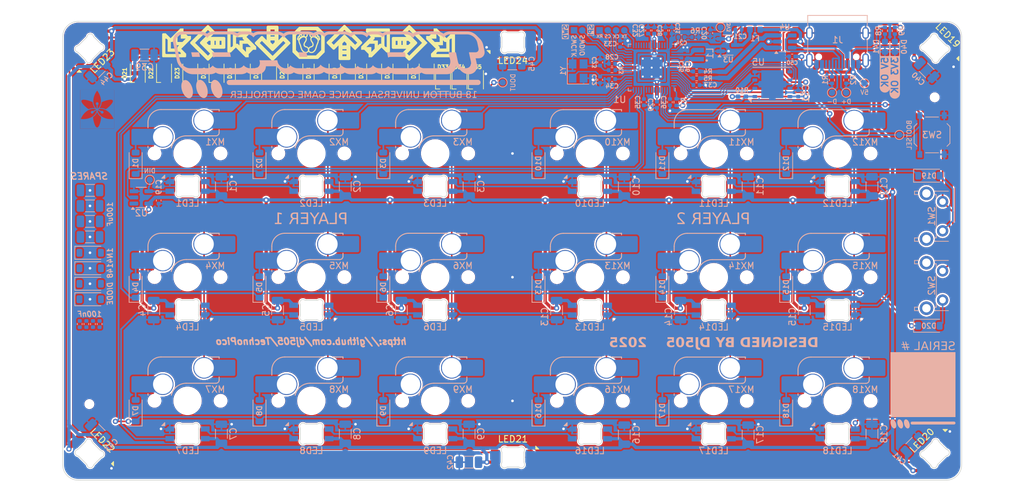
<source format=kicad_pcb>
(kicad_pcb (version 20240108) (generator "pcbnew") (generator_version "8.0")
  (layers (0 "F.Cu" signal) (31 "B.Cu" signal) (34 "B.Paste" user) (35 "F.Paste" user) (36 "B.SilkS" user "B.Silkscreen") (37 "F.SilkS" user "F.Silkscreen") (38 "B.Mask" user) (39 "F.Mask" user) (44 "Edge.Cuts" user))
  (net 0 "")
  (net 1 "+5V")
  (net 2 "GND")
  (net 3 "+3V3")
  (net 4 "XIN")
  (net 5 "Net-(C23-Pad2)")
  (net 6 "Net-(U1-VREG_AVDD)")
  (net 7 "+1V1")
  (net 8 "ROW0")
  (net 9 "Net-(D1-A)")
  (net 10 "Net-(D2-A)")
  (net 11 "Net-(D3-A)")
  (net 12 "ROW1")
  (net 13 "Net-(D4-A)")
  (net 14 "Net-(D5-A)")
  (net 15 "Net-(D6-A)")
  (net 16 "Net-(D7-A)")
  (net 17 "ROW2")
  (net 18 "Net-(D8-A)")
  (net 19 "Net-(D9-A)")
  (net 20 "Net-(D10-A)")
  (net 21 "Net-(D11-A)")
  (net 22 "Net-(D12-A)")
  (net 23 "Net-(D13-A)")
  (net 24 "Net-(D14-A)")
  (net 25 "Net-(D15-A)")
  (net 26 "Net-(D16-A)")
  (net 27 "Net-(D17-A)")
  (net 28 "Net-(D18-A)")
  (net 29 "USB D+")
  (net 30 "USB D-")
  (net 31 "Net-(J1-CC2)")
  (net 33 "Net-(J1-CC1)")
  (net 35 "Net-(U1-VREG_LX)")
  (net 36 "LED_ZONE1")
  (net 37 "Net-(LED1-DOUT)")
  (net 38 "Net-(LED2-DOUT)")
  (net 39 "Net-(LED4-DOUT)")
  (net 40 "Net-(LED5-DIN)")
  (net 41 "Net-(LED7-DOUT)")
  (net 42 "Net-(LED8-DOUT)")
  (net 43 "Net-(LED10-DIN)")
  (net 44 "Net-(LED10-DOUT)")
  (net 45 "Net-(LED11-DOUT)")
  (net 46 "Net-(LED12-DOUT)")
  (net 47 "Net-(LED13-DOUT)")
  (net 48 "Net-(LED14-DIN)")
  (net 49 "Net-(LED16-DOUT)")
  (net 50 "Net-(LED17-DOUT)")
  (net 51 "LED_ZONE2")
  (net 52 "COL0")
  (net 53 "COL1")
  (net 54 "COL2")
  (net 55 "COL3")
  (net 56 "COL4")
  (net 57 "XOUT")
  (net 58 "Net-(U1-USB_DM)")
  (net 59 "Net-(U1-USB_DP)")
  (net 61 "QSPI_SS")
  (net 62 "SWCLK")
  (net 64 "USB_DN")
  (net 69 "QSPI_SD2")
  (net 70 "SWDIO")
  (net 74 "SPI_SCK")
  (net 75 "SPI_RX")
  (net 76 "SPI_CS")
  (net 79 "QSPI_SD1")
  (net 82 "QSPI_SD0")
  (net 83 "QSPI_SCLK")
  (net 84 "QSPI_SD3")
  (net 87 "SPI_TX")
  (net 90 "LED_DATA")
  (net 91 "USB_DP")
  (net 92 "Net-(D19-A)")
  (net 93 "Net-(D20-A)")
  (net 94 "COL5")
  (net 96 "Net-(D21-DOUT)")
  (net 97 "Net-(D22-DOUT)")
  (net 98 "Net-(D23-DOUT)")
  (net 99 "Net-(D24-DOUT)")
  (net 100 "Net-(D25-DOUT)")
  (net 101 "Net-(D26-DOUT)")
  (net 102 "Net-(D27-DOUT)")
  (net 103 "Net-(D29-DOUT)")
  (net 104 "Net-(D30-DOUT)")
  (net 105 "Net-(D31-DOUT)")
  (net 106 "Net-(D28-DOUT)")
  (net 107 "Net-(D32-DOUT)")
  (net 108 "Net-(D33-DOUT)")
  (net 109 "Net-(D34-DOUT)")
  (net 110 "Net-(LED13-DIN)")
  (net 111 "Net-(LED16-DIN)")
  (net 112 "Net-(LED4-DIN)")
  (net 113 "COL6")
  (net 114 "LED_ZONE3")
  (net 115 "Net-(LED19-DOUT)")
  (net 116 "Net-(LED20-DOUT)")
  (net 117 "Net-(LED21-DOUT)")
  (net 118 "Net-(LED22-DOUT)")
  (net 119 "Net-(LED23-DOUT)")
  (net 143 "/BOOTSEL")
  (net 144 "LED_EXT")
  (net 145 "Net-(D41-A)")
  (net 146 "Net-(D40-A)")
  (net 147 "Net-(U3-VI)")
  (footprint "LED_SMD:LED_WS2812B-2020_PLCC4_2.0x2.0mm" (layer "F.Cu") (at 111.404875 58.7756 90)
    (property "Reference" "D29")
    (property "Value" "WS2812B")
  )
  (footprint "LED_SMD:LED_WS2812B-2020_PLCC4_2.0x2.0mm" (layer "F.Cu") (at 87.159421 58.7756 90)
    (property "Reference" "D23")
    (property "Value" "WS2812B")
  )
  (footprint "LED_SMD:LED_WS2812B-2020_PLCC4_2.0x2.0mm" (layer "F.Cu") (at 83.118512 58.7756 90)
    (property "Reference" "D22")
    (property "Value" "WS2812B")
  )
  (footprint "LED_SMD:LED_WS2812B-2020_PLCC4_2.0x2.0mm" (layer "F.Cu") (at 131.1021 59.786673 90)
    (property "Reference" "D35")
    (property "Value" "WS2812B")
  )
  (footprint "marbastlib-various:LED_6028R" (layer "F.Cu") (at 136.789699 54.025001)
    (property "Reference" "LED24")
    (property "Value" "MX_SK6812MINI-E")
    (fp_line (start -1.699999 -0.702843) (end -1.699999 0.702841) (stroke (width 0.1)) (layer "Edge.Cuts"))
    (fp_line (start -0.794452 1.499999) (end 0.794452 1.499999) (stroke (width 0.1)) (layer "Edge.Cuts"))
    (fp_line (start 0.794452 -1.5) (end -0.794453 -1.5) (stroke (width 0.1)) (layer "Edge.Cuts"))
    (fp_line (start 1.699999 0.702841) (end 1.699999 -0.702843) (stroke (width 0.1)) (layer "Edge.Cuts"))
    (fp_arc (start -1.749484 -0.919721) (mid -1.712527 -0.814069) (end -1.699999 -0.702844) (stroke (width 0.1)) (layer "Edge.Cuts"))
    (fp_arc (start -1.749484 -0.919721) (mid -1.638071 -1.504035) (end -1.046711 -1.568299) (stroke (width 0.1)) (layer "Edge.Cuts"))
    (fp_arc (start -1.699999 0.702841) (mid -1.712527 0.814067) (end -1.749484 0.919719) (stroke (width 0.1)) (layer "Edge.Cuts"))
    (fp_arc (start -1.046711 1.568298) (mid -1.638072 1.504034) (end -1.749484 0.919718) (stroke (width 0.1)) (layer "Edge.Cuts"))
    (fp_arc (start -1.046711 1.568298) (mid -0.925123 1.517376) (end -0.794452 1.499999) (stroke (width 0.1)) (layer "Edge.Cuts"))
    (fp_arc (start -0.794453 -1.5) (mid -0.925123 -1.517377) (end -1.046711 -1.568299) (stroke (width 0.1)) (layer "Edge.Cuts"))
    (fp_arc (start 0.794452 1.499999) (mid 0.925122 1.517376) (end 1.04671 1.568298) (stroke (width 0.1)) (layer "Edge.Cuts"))
    (fp_arc (start 1.046711 -1.5683) (mid 0.925123 -1.517378) (end 0.794453 -1.500001) (stroke (width 0.1)) (layer "Edge.Cuts"))
    (fp_arc (start 1.046711 -1.5683) (mid 1.638072 -1.504036) (end 1.749484 -0.919721) (stroke (width 0.1)) (layer "Edge.Cuts"))
    (fp_arc (start 1.699999 -0.702843) (mid 1.712528 -0.814069) (end 1.749484 -0.919721) (stroke (width 0.1)) (layer "Edge.Cuts"))
    (fp_arc (start 1.749484 0.919719) (mid 1.63807 1.504033) (end 1.046711 1.568296) (stroke (width 0.1)) (layer "Edge.Cuts"))
    (fp_arc (start 1.749484 0.919719) (mid 1.712511 0.81407) (end 1.699999 0.702842) (stroke (width 0.1)) (layer "Edge.Cuts"))
  )
  (footprint "marbastlib-various:LED_6028R" (layer "F.Cu") (at 201.703179 117.317531 -135)
    (property "Reference" "LED20")
    (property "Value" "MX_SK6812MINI-E")
    (fp_line (start 1.699999 0.702841) (end 1.699999 -0.702843) (stroke (width 0.1)) (layer "Edge.Cuts"))
    (fp_line (start -0.794452 1.499999) (end 0.794452 1.499999) (stroke (width 0.1)) (layer "Edge.Cuts"))
    (fp_line (start 0.794452 -1.5) (end -0.794453 -1.5) (stroke (width 0.1)) (layer "Edge.Cuts"))
    (fp_line (start -1.699999 -0.702843) (end -1.699999 0.702841) (stroke (width 0.1)) (layer "Edge.Cuts"))
    (fp_arc (start 1.749484 0.91972) (mid 1.638069 1.504033) (end 1.046711 1.568296) (stroke (width 0.1)) (layer "Edge.Cuts"))
    (fp_arc (start 1.749484 0.91972) (mid 1.712509 0.814072) (end 1.699999 0.702842) (stroke (width 0.1)) (layer "Edge.Cuts"))
    (fp_arc (start 0.794452 1.499999) (mid 0.925123 1.517375) (end 1.04671 1.568298) (stroke (width 0.1)) (layer "Edge.Cuts"))
    (fp_arc (start 1.699999 -0.702843) (mid 1.712528 -0.814069) (end 1.749484 -0.919721) (stroke (width 0.1)) (layer "Edge.Cuts"))
    (fp_arc (start -1.046711 1.568298) (mid -0.925123 1.517376) (end -0.794452 1.499999) (stroke (width 0.1)) (layer "Edge.Cuts"))
    (fp_arc (start -1.046711 1.568298) (mid -1.638073 1.504035) (end -1.749484 0.919718) (stroke (width 0.1)) (layer "Edge.Cuts"))
    (fp_arc (start 1.046711 -1.5683) (mid 1.638072 -1.504037) (end 1.749484 -0.919721) (stroke (width 0.1)) (layer "Edge.Cuts"))
    (fp_arc (start 1.046711 -1.5683) (mid 0.925123 -1.517378) (end 0.794453 -1.500001) (stroke (width 0.1)) (layer "Edge.Cuts"))
    (fp_arc (start -1.699999 0.702841) (mid -1.712527 0.814067) (end -1.749484 0.91972) (stroke (width 0.1)) (layer "Edge.Cuts"))
    (fp_arc (start -0.794453 -1.5) (mid -0.925123 -1.517376) (end -1.046711 -1.568298) (stroke (width 0.1)) (layer "Edge.Cuts"))
    (fp_arc (start -1.749484 -0.919721) (mid -1.712527 -0.81407) (end -1.699999 -0.702844) (stroke (width 0.1)) (layer "Edge.Cuts"))
    (fp_arc (start -1.749484 -0.919721) (mid -1.638071 -1.504035) (end -1.046711 -1.568298) (stroke (width 0.1)) (layer "Edge.Cuts"))
  )
  (footprint "LED_SMD:LED_WS2812B-2020_PLCC4_2.0x2.0mm" (layer "F.Cu") (at 103.323057 58.7756 90)
    (property "Reference" "D27")
    (property "Value" "WS2812B")
  )
  (footprint "marbastlib-various:LED_6028R" (layer "F.Cu") (at 71.66122 54.92622 45)
    (property "Reference" "LED23")
    (property "Value" "MX_SK6812MINI-E")
    (fp_line (start -1.699999 -0.702843) (end -1.699999 0.702841) (stroke (width 0.1)) (layer "Edge.Cuts"))
    (fp_line (start 0.794452 -1.5) (end -0.794453 -1.5) (stroke (width 0.1)) (layer "Edge.Cuts"))
    (fp_line (start -0.794452 1.499999) (end 0.794452 1.499999) (stroke (width 0.1)) (layer "Edge.Cuts"))
    (fp_line (start 1.699999 0.702841) (end 1.699999 -0.702843) (stroke (width 0.1)) (layer "Edge.Cuts"))
    (fp_arc (start -1.749484 -0.919721) (mid -1.638071 -1.504035) (end -1.046711 -1.568298) (stroke (width 0.1)) (layer "Edge.Cuts"))
    (fp_arc (start -1.749484 -0.919721) (mid -1.712527 -0.81407) (end -1.699999 -0.702844) (stroke (width 0.1)) (layer "Edge.Cuts"))
    (fp_arc (start -0.794453 -1.5) (mid -0.925123 -1.517376) (end -1.046711 -1.568298) (stroke (width 0.1)) (layer "Edge.Cuts"))
    (fp_arc (start -1.699999 0.702841) (mid -1.712527 0.814067) (end -1.749484 0.91972) (stroke (width 0.1)) (layer "Edge.Cuts"))
    (fp_arc (start 1.046711 -1.5683) (mid 0.925123 -1.517378) (end 0.794453 -1.500001) (stroke (width 0.1)) (layer "Edge.Cuts"))
    (fp_arc (start 1.046711 -1.5683) (mid 1.638072 -1.504037) (end 1.749484 -0.919721) (stroke (width 0.1)) (layer "Edge.Cuts"))
    (fp_arc (start -1.046711 1.568298) (mid -1.638073 1.504035) (end -1.749484 0.919718) (stroke (width 0.1)) (layer "Edge.Cuts"))
    (fp_arc (start -1.046711 1.568298) (mid -0.925123 1.517376) (end -0.794452 1.499999) (stroke (width 0.1)) (layer "Edge.Cuts"))
    (fp_arc (start 1.699999 -0.702843) (mid 1.712528 -0.814069) (end 1.749484 -0.919721) (stroke (width 0.1)) (layer "Edge.Cuts"))
    (fp_arc (start 0.794452 1.499999) (mid 0.925123 1.517375) (end 1.04671 1.568298) (stroke (width 0.1)) (layer "Edge.Cuts"))
    (fp_arc (start 1.749484 0.91972) (mid 1.712509 0.814072) (end 1.699999 0.702842) (stroke (width 0.1)) (layer "Edge.Cuts"))
    (fp_arc (start 1.749484 0.91972) (mid 1.638069 1.504033) (end 1.046711 1.568296) (stroke (width 0.1)) (layer "Edge.Cuts"))
  )
  (footprint "LED_SMD:LED_WS2812B-2020_PLCC4_2.0x2.0mm" (layer "F.Cu") (at 79.077603 58.7756 90)
    (property "Reference" "D21")
    (property "Value" "WS2812B")
  )
  (footprint "LED_SMD:LED_WS2812B-2020_PLCC4_2.0x2.0mm" (layer "F.Cu") (at 99.282148 58.7756 90)
    (property "Reference" "D26")
    (property "Value" "WS2812B")
  )
  (footprint "LED_SMD:LED_WS2812B-2020_PLCC4_2.0x2.0mm" (layer "F.Cu") (at 126.044831 59.786673 90)
    (property "Reference" "D33")
    (property "Value" "WS2812B" (hide yes))
  )
  (footprint "LED_SMD:LED_WS2812B-2020_PLCC4_2.0x2.0mm" (layer "F.Cu") (at 123.527603 58.7756 90)
    (property "Reference" "D32")
    (property "Value" "WS2812B" (hide yes))
  )
  (footprint "marbastlib-various:LED_6028R" (layer "F.Cu") (at 136.789699 117.918751 180)
    (property "Reference" "LED21")
    (property "Value" "MX_SK6812MINI-E")
    (fp_line (start 1.699999 0.702841) (end 1.699999 -0.702843) (stroke (width 0.1)) (layer "Edge.Cuts"))
    (fp_line (start 0.794452 -1.5) (end -0.794453 -1.5) (stroke (width 0.1)) (layer "Edge.Cuts"))
    (fp_line (start -0.794452 1.499999) (end 0.794452 1.499999) (stroke (width 0.1)) (layer "Edge.Cuts"))
    (fp_line (start -1.699999 -0.702843) (end -1.699999 0.702841) (stroke (width 0.1)) (layer "Edge.Cuts"))
    (fp_arc (start 1.749484 0.919719) (mid 1.712511 0.81407) (end 1.699999 0.702842) (stroke (width 0.1)) (layer "Edge.Cuts"))
    (fp_arc (start 1.749484 0.919719) (mid 1.63807 1.504033) (end 1.046711 1.568296) (stroke (width 0.1)) (layer "Edge.Cuts"))
    (fp_arc (start 1.699999 -0.702843) (mid 1.712528 -0.814069) (end 1.749484 -0.919721) (stroke (width 0.1)) (layer "Edge.Cuts"))
    (fp_arc (start 1.046711 -1.5683) (mid 1.638072 -1.504036) (end 1.749484 -0.919721) (stroke (width 0.1)) (layer "Edge.Cuts"))
    (fp_arc (start 1.046711 -1.5683) (mid 0.925123 -1.517378) (end 0.794453 -1.500001) (stroke (width 0.1)) (layer "Edge.Cuts"))
    (fp_arc (start 0.794452 1.499999) (mid 0.925122 1.517376) (end 1.04671 1.568298) (stroke (width 0.1)) (layer "Edge.Cuts"))
    (fp_arc (start -0.794453 -1.5) (mid -0.925123 -1.517377) (end -1.046711 -1.568299) (stroke (width 0.1)) (layer "Edge.Cuts"))
    (fp_arc (start -1.046711 1.568298) (mid -0.925123 1.517376) (end -0.794452 1.499999) (stroke (width 0.1)) (layer "Edge.Cuts"))
    (fp_arc (start -1.046711 1.568298) (mid -1.638072 1.504034) (end -1.749484 0.919718) (stroke (width 0.1)) (layer "Edge.Cuts"))
    (fp_arc (start -1.699999 0.702841) (mid -1.712527 0.814067) (end -1.749484 0.919719) (stroke (width 0.1)) (layer "Edge.Cuts"))
    (fp_arc (start -1.749484 -0.919721) (mid -1.638071 -1.504035) (end -1.046711 -1.568299) (stroke (width 0.1)) (layer "Edge.Cuts"))
    (fp_arc (start -1.749484 -0.919721) (mid -1.712527 -0.814069) (end -1.699999 -0.702844) (stroke (width 0.1)) (layer "Edge.Cuts"))
  )
  (footprint "LED_SMD:LED_WS2812B-2020_PLCC4_2.0x2.0mm" (layer "F.Cu") (at 119.486693 58.7756 90)
    (property "Reference" "D31")
    (property "Value" "WS2812B")
  )
  (footprint "LED_SMD:LED_WS2812B-2020_PLCC4_2.0x2.0mm" (layer "F.Cu") (at 91.20033 58.7756 90)
    (property "Reference" "D24")
    (property "Value" "WS2812B")
  )
  (footprint "LED_SMD:LED_WS2812B-2020_PLCC4_2.0x2.0mm" (layer "F.Cu") (at 107.363966 58.7756 90)
    (property "Reference" "D28")
    (property "Value" "WS2812B")
  )
  (footprint "MountingHole:MountingHole_ToolingHole_1.152mm" (layer "F.Cu") (at 71.628 109.728)
    (property "Reference" "REF**" (hide yes))
    (property "Value" "MountingHole_ToolingHole_1.152mm")
  )
  (footprint "MountingHole:MountingHole_ToolingHole_1.152mm" (layer "F.Cu") (at 201.676 62.484)
    (property "Reference" "REF**" (hide yes))
    (property "Value" "MountingHole_ToolingHole_1.152mm")
  )
  (footprint "marbastlib-various:LED_6028R" (layer "F.Cu") (at 201.703179 54.926219 135)
    (property "Reference" "LED19")
    (property "Value" "MX_SK6812MINI-E")
    (fp_line (start 0.794452 -1.5) (end -0.794453 -1.5) (stroke (width 0.1)) (layer "Edge.Cuts"))
    (fp_line (start 1.699999 0.702841) (end 1.699999 -0.702843) (stroke (width 0.1)) (layer "Edge.Cuts"))
    (fp_line (start -1.699999 -0.702843) (end -1.699999 0.702841) (stroke (width 0.1)) (layer "Edge.Cuts"))
    (fp_line (start -0.794452 1.499999) (end 0.794452 1.499999) (stroke (width 0.1)) (layer "Edge.Cuts"))
    (fp_arc (start 1.046711 -1.5683) (mid 1.638072 -1.504037) (end 1.749484 -0.919721) (stroke (width 0.1)) (layer "Edge.Cuts"))
    (fp_arc (start 1.046711 -1.5683) (mid 0.925123 -1.517378) (end 0.794453 -1.500001) (stroke (width 0.1)) (layer "Edge.Cuts"))
    (fp_arc (start 1.699999 -0.702843) (mid 1.712528 -0.814069) (end 1.749484 -0.919721) (stroke (width 0.1)) (layer "Edge.Cuts"))
    (fp_arc (start 1.749484 0.91972) (mid 1.712509 0.814072) (end 1.699999 0.702842) (stroke (width 0.1)) (layer "Edge.Cuts"))
    (fp_arc (start 1.749484 0.91972) (mid 1.638069 1.504033) (end 1.046711 1.568296) (stroke (width 0.1)) (layer "Edge.Cuts"))
    (fp_arc (start -0.794453 -1.5) (mid -0.925123 -1.517376) (end -1.046711 -1.568298) (stroke (width 0.1)) (layer "Edge.Cuts"))
    (fp_arc (start 0.794452 1.499999) (mid 0.925123 1.517375) (end 1.04671 1.568298) (stroke (width 0.1)) (layer "Edge.Cuts"))
    (fp_arc (start -1.749484 -0.919721) (mid -1.638071 -1.504035) (end -1.046711 -1.568298) (stroke (width 0.1)) (layer "Edge.Cuts"))
    (fp_arc (start -1.749484 -0.919721) (mid -1.712527 -0.81407) (end -1.699999 -0.702844) (stroke (width 0.1)) (layer "Edge.Cuts"))
    (fp_arc (start -1.699999 0.702841) (mid -1.712527 0.814067) (end -1.749484 0.91972) (stroke (width 0.1)) (layer "Edge.Cuts"))
    (fp_arc (start -1.046711 1.568298) (mid -0.925123 1.517376) (end -0.794452 1.499999) (stroke (width 0.1)) (layer "Edge.Cuts"))
    (fp_arc (start -1.046711 1.568298) (mid -1.638073 1.504035) (end -1.749484 0.919718) (stroke (width 0.1)) (layer "Edge.Cuts"))
  )
  (footprint "marbastlib-various:LED_6028R" (layer "F.Cu") (at 71.66122 117.31753 135)
    (property "Reference" "LED22")
    (property "Value" "MX_SK6812MINI-E")
    (fp_line (start 0.794452 -1.5) (end -0.794453 -1.5) (stroke (width 0.1)) (layer "Edge.Cuts"))
    (fp_line (start 1.699999 0.702841) (end 1.699999 -0.702843) (stroke (width 0.1)) (layer "Edge.Cuts"))
    (fp_line (start -1.699999 -0.702843) (end -1.699999 0.702841) (stroke (width 0.1)) (layer "Edge.Cuts"))
    (fp_line (start -0.794452 1.499999) (end 0.794452 1.499999) (stroke (width 0.1)) (layer "Edge.Cuts"))
    (fp_arc (start 1.046711 -1.5683) (mid 1.638072 -1.504037) (end 1.749484 -0.919721) (stroke (width 0.1)) (layer "Edge.Cuts"))
    (fp_arc (start 1.046711 -1.5683) (mid 0.925123 -1.517378) (end 0.794453 -1.500001) (stroke (width 0.1)) (layer "Edge.Cuts"))
    (fp_arc (start 1.699999 -0.702843) (mid 1.712528 -0.814069) (end 1.749484 -0.919721) (stroke (width 0.1)) (layer "Edge.Cuts"))
    (fp_arc (start 1.749484 0.91972) (mid 1.712509 0.814072) (end 1.699999 0.702842) (stroke (width 0.1)) (layer "Edge.Cuts"))
    (fp_arc (start 1.749484 0.91972) (mid 1.638069 1.504033) (end 1.046711 1.568296) (stroke (width 0.1)) (layer "Edge.Cuts"))
    (fp_arc (start -0.794453 -1.5) (mid -0.925123 -1.517376) (end -1.046711 -1.568298) (stroke (width 0.1)) (layer "Edge.Cuts"))
    (fp_arc (start 0.794452 1.499999) (mid 0.925123 1.517375) (end 1.04671 1.568298) (stroke (width 0.1)) (layer "Edge.Cuts"))
    (fp_arc (start -1.749484 -0.919721) (mid -1.638071 -1.504035) (end -1.046711 -1.568298) (stroke (width 0.1)) (layer "Edge.Cuts"))
    (fp_arc (start -1.749484 -0.919721) (mid -1.712527 -0.81407) (end -1.699999 -0.702844) (stroke (width 0.1)) (layer "Edge.Cuts"))
    (fp_arc (start -1.699999 0.702841) (mid -1.712527 0.814067) (end -1.749484 0.91972) (stroke (width 0.1)) (layer "Edge.Cuts"))
    (fp_arc (start -1.046711 1.568298) (mid -0.925123 1.517376) (end -0.794452 1.499999) (stroke (width 0.1)) (layer "Edge.Cuts"))
    (fp_arc (start -1.046711 1.568298) (mid -1.638073 1.504035) (end -1.749484 0.919718) (stroke (width 0.1)) (layer "Edge.Cuts"))
  )
  (footprint "LED_SMD:LED_WS2812B-2020_PLCC4_2.0x2.0mm" (layer "F.Cu") (at 128.57447 59.786673 90)
    (property "Reference" "D34")
    (property "Value" "WS2812B")
  )
  (footprint "LED_SMD:LED_WS2812B-2020_PLCC4_2.0x2.0mm" (layer "F.Cu") (at 95.241239 58.7756 90)
    (property "Reference" "D25")
    (property "Value" "WS2812B")
  )
  (footprint "LED_SMD:LED_WS2812B-2020_PLCC4_2.0x2.0mm" (layer "F.Cu") (at 115.445784 58.7756 90)
    (property "Reference" "D30")
    (property "Value" "WS2812B")
  )
  (footprint "Package_TO_SOT_SMD:SOT-23-3" (layer "B.Cu") (at 169.8752 54.4322)
    (property "Reference" "U3")
    (property "Value" "XC6206PxxxMR")
  )
  (footprint "Diode_SMD:D_SOD-123" (layer "B.Cu") (at 71.7521 93.5836)
    (property "Reference" "D36" (hide yes))
    (property "Value" "SOD-123" (hide yes))
  )
  (footprint "Resistor_SMD:R_0402_1005Metric" (layer "B.Cu") (at 188.0616 59.817 90)
    (property "Reference" "R2")
    (property "Value" "5.1k")
  )
  (footprint "Diode_SMD:D_SOD-123" (layer "B.Cu") (at 97.802701 72.644 90)
    (property "Reference" "D2")
    (property "Value" "SOD-123")
  )
  (footprint "Capacitor_SMD:C_1206_3216Metric" (layer "B.Cu") (at 143.51 95.25 -90)
    (property "Reference" "C13")
    (property "Value" "100uF")
  )
  (footprint "Fuse:Fuse_0603_1608Metric" (layer "B.Cu") (at 174.0408 52.07 180)
    (property "Reference" "F1")
    (property "Value" "6V 0.5A")
  )
  (footprint "Resistor_SMD:R_0402_1005Metric" (layer "B.Cu") (at 194.0179 52.233501 -90)
    (property "Reference" "R8")
    (property "Value" "220R")
  )
  (footprint "Capacitor_SMD:C_0402_1005Metric" (layer "B.Cu") (at 153.2763 54.2544 90)
    (property "Reference" "C33")
    (property "Value" "100nF")
  )
  (footprint "Diode_SMD:D_SOD-123" (layer "B.Cu") (at 78.752701 91.694 90)
    (property "Reference" "D4")
    (property "Value" "SOD-123")
  )
  (footprint "Capacitor_SMD:C_0402_1005Metric" (layer "B.Cu") (at 162.7124 53.212999 180)
    (property "Reference" "C24")
    (property "Value" "4.7uF")
  )
  (footprint "Button_Switch_THT:SW_Tactile_SPST_Angled_PTS645Vx39-2LFS" (layer "B.Cu") (at 202.8952 93.715 90)
    (property "Reference" "SW2")
    (property "Value" "Service")
  )
  (footprint "Capacitor_SMD:C_1206_3216Metric" (layer "B.Cu") (at 71.7296 79.2072)
    (property "Reference" "C54" (hide yes))
    (property "Value" "100uF" (hide yes))
  )
  (footprint "Diode_SMD:D_SOD-123" (layer "B.Cu") (at 116.852701 110.744 90)
    (property "Reference" "D9")
    (property "Value" "SOD-123")
  )
  (footprint "TestPoint:TestPoint_Pad_D1.0mm" (layer "B.Cu") (at 190.881 60.325 180)
    (property "Reference" "TP1" (hide yes))
    (property "Value" "5V")
  )
  (footprint "marbastlib-mx:SW_MX_HS_CPG151101S11_1u" (layer "B.Cu") (at 124.835028 109.22 180)
    (property "Reference" "MX9")
    (property "Value" "MX_SW_HS")
  )
  (footprint "marbastlib-mx:LED_MX_6028R" (layer "B.Cu") (at 124.835028 95.25 180)
    (property "Reference" "LED6")
    (property "Value" "MX_SK6812MINI-E")
    (fp_line (start 1.699999 0.702843) (end 1.699999 -0.702841) (stroke (width 0.1)) (layer "Edge.Cuts"))
    (fp_line (start 0.794452 -1.499999) (end -0.794452 -1.499999) (stroke (width 0.1)) (layer "Edge.Cuts"))
    (fp_line (start -0.794453 1.5) (end 0.794452 1.5) (stroke (width 0.1)) (layer "Edge.Cuts"))
    (fp_line (start -1.699999 -0.702841) (end -1.699999 0.702843) (stroke (width 0.1)) (layer "Edge.Cuts"))
    (fp_arc (start 1.749484 0.919721) (mid 1.71254 0.814067) (end 1.699999 0.702843) (stroke (width 0.1)) (layer "Edge.Cuts"))
    (fp_arc (start 1.749484 0.919721) (mid 1.638072 1.504036) (end 1.046711 1.5683) (stroke (width 0.1)) (layer "Edge.Cuts"))
    (fp_arc (start 1.699999 -0.702842) (mid 1.712536 -0.814065) (end 1.749484 -0.919719) (stroke (width 0.1)) (layer "Edge.Cuts"))
    (fp_arc (start 1.046711 -1.568296) (mid 1.638069 -1.504034) (end 1.749484 -0.919719) (stroke (width 0.1)) (layer "Edge.Cuts"))
    (fp_arc (start 1.04671 -1.568298) (mid 0.925122 -1.517376) (end 0.794452 -1.499999) (stroke (width 0.1)) (layer "Edge.Cuts"))
    (fp_arc (start 0.794453 1.500001) (mid 0.925123 1.517378) (end 1.046711 1.5683) (stroke (width 0.1)) (layer "Edge.Cuts"))
    (fp_arc (start -0.794452 -1.499999) (mid -0.925123 -1.517376) (end -1.046711 -1.568298) (stroke (width 0.1)) (layer "Edge.Cuts"))
    (fp_arc (start -1.046711 1.568299) (mid -0.925123 1.517377) (end -0.794453 1.5) (stroke (width 0.1)) (layer "Edge.Cuts"))
    (fp_arc (start -1.046711 1.568299) (mid -1.638071 1.504035) (end -1.749484 0.919721) (stroke (width 0.1)) (layer "Edge.Cuts"))
    (fp_arc (start -1.699999 0.702844) (mid -1.712527 0.814069) (end -1.749484 0.919721) (stroke (width 0.1)) (layer "Edge.Cuts"))
    (fp_arc (start -1.749484 -0.919718) (mid -1.638072 -1.504034) (end -1.046711 -1.568298) (stroke (width 0.1)) (layer "Edge.Cuts"))
    (fp_arc (start -1.749484 -0.919719) (mid -1.712527 -0.814067) (end -1.699999 -0.702841) (stroke (width 0.1)) (layer "Edge.Cuts"))
  )
  (footprint "marbastlib-mx:LED_MX_6028R-ROT" (layer "B.Cu") (at 167.68618 76.213634 180)
    (property "Reference" "LED11")
    (property "Value" "MX_SK6812MINI-E")
    (fp_line (start 1.699999 0.702841) (end 1.699999 -0.702843) (stroke (width 0.1)) (layer "Edge.Cuts"))
    (fp_line (start 0.794453 -1.5) (end -0.794452 -1.5) (stroke (width 0.1)) (layer "Edge.Cuts"))
    (fp_line (start -0.794452 1.499999) (end 0.794452 1.499999) (stroke (width 0.1)) (layer "Edge.Cuts"))
    (fp_line (start -1.699999 -0.702843) (end -1.699999 0.702841) (stroke (width 0.1)) (layer "Edge.Cuts"))
    (fp_arc (start 1.749484 0.919719) (mid 1.712534 0.814065) (end 1.699999 0.702841) (stroke (width 0.1)) (layer "Edge.Cuts"))
    (fp_arc (start 1.749484 0.919718) (mid 1.638073 1.504037) (end 1.046711 1.568298) (stroke (width 0.1)) (layer "Edge.Cuts"))
    (fp_arc (start 1.699999 -0.702844) (mid 1.712537 -0.814067) (end 1.749484 -0.919721) (stroke (width 0.1)) (layer "Edge.Cuts"))
    (fp_arc (start 1.046711 -1.568299) (mid 1.638071 -1.504036) (end 1.749484 -0.919721) (stroke (width 0.1)) (layer "Edge.Cuts"))
    (fp_arc (start 1.046711 -1.568299) (mid 0.925123 -1.517377) (end 0.794453 -1.5) (stroke (width 0.1)) (layer "Edge.Cuts"))
    (fp_arc (start 0.794452 1.499999) (mid 0.925123 1.517376) (end 1.046711 1.568298) (stroke (width 0.1)) (layer "Edge.Cuts"))
    (fp_arc (start -0.794453 -1.500001) (mid -0.925123 -1.517378) (end -1.046711 -1.5683) (stroke (width 0.1)) (layer "Edge.Cuts"))
    (fp_arc (start -1.04671 1.568298) (mid -0.925122 1.517376) (end -0.794452 1.499999) (stroke (width 0.1)) (layer "Edge.Cuts"))
    (fp_arc (start -1.046711 1.568296) (mid -1.63807 1.504033) (end -1.749484 0.919719) (stroke (width 0.1)) (layer "Edge.Cuts"))
    (fp_arc (start -1.699999 0.702842) (mid -1.712527 0.814067) (end -1.749484 0.919719) (stroke (width 0.1)) (layer "Edge.Cuts"))
    (fp_arc (start -1.749484 -0.919721) (mid -1.638071 -1.504036) (end -1.046711 -1.5683) (stroke (width 0.1)) (layer "Edge.Cuts"))
    (fp_arc (start -1.749484 -0.919721) (mid -1.712527 -0.814069) (end -1.699999 -0.702843) (stroke (width 0.1)) (layer "Edge.Cuts"))
  )
  (footprint "marbastlib-mx:SW_MX_HS_CPG151101S11_1u" (layer "B.Cu") (at 124.835028 71.12 180)
    (property "Reference" "MX3")
    (property "Value" "MX_SW_HS")
  )
  (footprint "Diode_SMD:D_SOD-123" (layer "B.Cu") (at 178.828701 72.644 90)
    (property "Reference" "D12")
    (property "Value" "SOD-123")
  )
  (footprint "Capacitor_SMD:C_1206_3216Metric" (layer "B.Cu") (at 81.534 95.25 90)
    (property "Reference" "C4")
    (property "Value" "100uF")
  )
  (footprint "marbastlib-mx:SW_MX_HS_CPG151101S11_1u" (layer "B.Cu") (at 86.735028 71.12 180)
    (property "Reference" "MX1")
    (property "Value" "MX_SW_HS")
  )
  (footprint "TestPoint:TestPoint_Pad_D1.0mm" (layer "B.Cu") (at 188.0616 61.7728 180)
    (property "Reference" "TP4" (hide yes))
    (property "Value" "USB+")
  )
  (footprint "Diode_SMD:D_SOD-123" (layer "B.Cu") (at 140.728701 110.744 90)
    (property "Reference" "D16")
    (property "Value" "SOD-123")
  )
  (footprint "Capacitor_SMD:C_0402_1005Metric" (layer "B.Cu") (at 179.75 56.1975 180)
    (property "Reference" "C50")
    (property "Value" "100nF")
  )
  (footprint "Capacitor_SMD:C_1206_3216Metric" (layer "B.Cu") (at 130.048 114.3 -90)
    (property "Reference" "C9")
    (property "Value" "100uF")
  )
  (footprint "marbastlib-mx:LED_MX_6028R-ROT" (layer "B.Cu") (at 86.735028 114.3 180)
    (property "Reference" "LED7")
    (property "Value" "MX_SK6812MINI-E")
    (fp_line (start 1.699999 0.702841) (end 1.699999 -0.702843) (stroke (width 0.1)) (layer "Edge.Cuts"))
    (fp_line (start 0.794453 -1.5) (end -0.794452 -1.5) (stroke (width 0.1)) (layer "Edge.Cuts"))
    (fp_line (start -0.794452 1.499999) (end 0.794452 1.499999) (stroke (width 0.1)) (layer "Edge.Cuts"))
    (fp_line (start -1.699999 -0.702843) (end -1.699999 0.702841) (stroke (width 0.1)) (layer "Edge.Cuts"))
    (fp_arc (start 1.749484 0.919719) (mid 1.712534 0.814065) (end 1.699999 0.702841) (stroke (width 0.1)) (layer "Edge.Cuts"))
    (fp_arc (start 1.749484 0.919718) (mid 1.638073 1.504037) (end 1.046711 1.568298) (stroke (width 0.1)) (layer "Edge.Cuts"))
    (fp_arc (start 1.699999 -0.702844) (mid 1.712537 -0.814067) (end 1.749484 -0.919721) (stroke (width 0.1)) (layer "Edge.Cuts"))
    (fp_arc (start 1.046711 -1.568299) (mid 1.638071 -1.504036) (end 1.749484 -0.919721) (stroke (width 0.1)) (layer "Edge.Cuts"))
    (fp_arc (start 1.046711 -1.568299) (mid 0.925123 -1.517377) (end 0.794453 -1.5) (stroke (width 0.1)) (layer "Edge.Cuts"))
    (fp_arc (start 0.794452 1.499999) (mid 0.925123 1.517376) (end 1.046711 1.568298) (stroke (width 0.1)) (layer "Edge.Cuts"))
    (fp_arc (start -0.794453 -1.500001) (mid -0.925123 -1.517378) (end -1.046711 -1.5683) (stroke (width 0.1)) (layer "Edge.Cuts"))
    (fp_arc (start -1.04671 1.568298) (mid -0.925122 1.517376) (end -0.794452 1.499999) (stroke (width 0.1)) (layer "Edge.Cuts"))
    (fp_arc (start -1.046711 1.568296) (mid -1.63807 1.504033) (end -1.749484 0.919719) (stroke (width 0.1)) (layer "Edge.Cuts"))
    (fp_arc (start -1.699999 0.702842) (mid -1.712527 0.814067) (end -1.749484 0.919719) (stroke (width 0.1)) (layer "Edge.Cuts"))
    (fp_arc (start -1.749484 -0.919721) (mid -1.638071 -1.504036) (end -1.046711 -1.5683) (stroke (width 0.1)) (layer "Edge.Cuts"))
    (fp_arc (start -1.749484 -0.919721) (mid -1.712527 -0.814069) (end -1.699999 -0.702843) (stroke (width 0.1)) (layer "Edge.Cuts"))
  )
  (footprint "Diode_SMD:D_SOD-123" (layer "B.Cu") (at 97.802701 91.694 90)
    (property "Reference" "D5")
    (property "Value" "SOD-123")
  )
  (footprint "Diode_SMD:D_SOD-123" (layer "B.Cu") (at 78.752701 110.744 90)
    (property "Reference" "D7")
    (property "Value" "SOD-123")
  )
  (footprint "Capacitor_SMD:C_1206_3216Metric" (layer "B.Cu") (at 198.374 116.0018 45)
    (property "Reference" "C41")
    (property "Value" "100uF")
  )
  (footprint "Capacitor_SMD:C_1206_3216Metric" (layer "B.Cu") (at 110.998 114.3 -90)
    (property "Reference" "C8")
    (property "Value" "100uF")
  )
  (footprint "marbastlib-mx:LED_MX_6028R-ROT" (layer "B.Cu") (at 186.73618 76.213634 180)
    (property "Reference" "LED12")
    (property "Value" "MX_SK6812MINI-E")
    (fp_line (start 1.699999 0.702841) (end 1.699999 -0.702843) (stroke (width 0.1)) (layer "Edge.Cuts"))
    (fp_line (start 0.794453 -1.5) (end -0.794452 -1.5) (stroke (width 0.1)) (layer "Edge.Cuts"))
    (fp_line (start -0.794452 1.499999) (end 0.794452 1.499999) (stroke (width 0.1)) (layer "Edge.Cuts"))
    (fp_line (start -1.699999 -0.702843) (end -1.699999 0.702841) (stroke (width 0.1)) (layer "Edge.Cuts"))
    (fp_arc (start 1.749484 0.919719) (mid 1.712534 0.814065) (end 1.699999 0.702841) (stroke (width 0.1)) (layer "Edge.Cuts"))
    (fp_arc (start 1.749484 0.919718) (mid 1.638073 1.504037) (end 1.046711 1.568298) (stroke (width 0.1)) (layer "Edge.Cuts"))
    (fp_arc (start 1.699999 -0.702844) (mid 1.712537 -0.814067) (end 1.749484 -0.919721) (stroke (width 0.1)) (layer "Edge.Cuts"))
    (fp_arc (start 1.046711 -1.568299) (mid 1.638071 -1.504036) (end 1.749484 -0.919721) (stroke (width 0.1)) (layer "Edge.Cuts"))
    (fp_arc (start 1.046711 -1.568299) (mid 0.925123 -1.517377) (end 0.794453 -1.5) (stroke (width 0.1)) (layer "Edge.Cuts"))
    (fp_arc (start 0.794452 1.499999) (mid 0.925123 1.517376) (end 1.046711 1.568298) (stroke (width 0.1)) (layer "Edge.Cuts"))
    (fp_arc (start -0.794453 -1.500001) (mid -0.925123 -1.517378) (end -1.046711 -1.5683) (stroke (width 0.1)) (layer "Edge.Cuts"))
    (fp_arc (start -1.04671 1.568298) (mid -0.925122 1.517376) (end -0.794452 1.499999) (stroke (width 0.1)) (layer "Edge.Cuts"))
    (fp_arc (start -1.046711 1.568296) (mid -1.63807 1.504033) (end -1.749484 0.919719) (stroke (width 0.1)) (layer "Edge.Cuts"))
    (fp_arc (start -1.699999 0.702842) (mid -1.712527 0.814067) (end -1.749484 0.919719) (stroke (width 0.1)) (layer "Edge.Cuts"))
    (fp_arc (start -1.749484 -0.919721) (mid -1.638071 -1.504036) (end -1.046711 -1.5683) (stroke (width 0.1)) (layer "Edge.Cuts"))
    (fp_arc (start -1.749484 -0.919721) (mid -1.712527 -0.814069) (end -1.699999 -0.702843) (stroke (width 0.1)) (layer "Edge.Cuts"))
  )
  (footprint "marbastlib-mx:LED_MX_6028R" (layer "B.Cu") (at 186.73618 95.263634 180)
    (property "Reference" "LED15")
    (property "Value" "MX_SK6812MINI-E")
    (fp_line (start 1.699999 0.702843) (end 1.699999 -0.702841) (stroke (width 0.1)) (layer "Edge.Cuts"))
    (fp_line (start 0.794452 -1.499999) (end -0.794452 -1.499999) (stroke (width 0.1)) (layer "Edge.Cuts"))
    (fp_line (start -0.794453 1.5) (end 0.794452 1.5) (stroke (width 0.1)) (layer "Edge.Cuts"))
    (fp_line (start -1.699999 -0.702841) (end -1.699999 0.702843) (stroke (width 0.1)) (layer "Edge.Cuts"))
    (fp_arc (start 1.749484 0.919721) (mid 1.71254 0.814067) (end 1.699999 0.702843) (stroke (width 0.1)) (layer "Edge.Cuts"))
    (fp_arc (start 1.749484 0.919721) (mid 1.638072 1.504036) (end 1.046711 1.5683) (stroke (width 0.1)) (layer "Edge.Cuts"))
    (fp_arc (start 1.699999 -0.702842) (mid 1.712536 -0.814065) (end 1.749484 -0.919719) (stroke (width 0.1)) (layer "Edge.Cuts"))
    (fp_arc (start 1.046711 -1.568296) (mid 1.638069 -1.504034) (end 1.749484 -0.919719) (stroke (width 0.1)) (layer "Edge.Cuts"))
    (fp_arc (start 1.04671 -1.568298) (mid 0.925122 -1.517376) (end 0.794452 -1.499999) (stroke (width 0.1)) (layer "Edge.Cuts"))
    (fp_arc (start 0.794453 1.500001) (mid 0.925123 1.517378) (end 1.046711 1.5683) (stroke (width 0.1)) (layer "Edge.Cuts"))
    (fp_arc (start -0.794452 -1.499999) (mid -0.925123 -1.517376) (end -1.046711 -1.568298) (stroke (width 0.1)) (layer "Edge.Cuts"))
    (fp_arc (start -1.046711 1.568299) (mid -0.925123 1.517377) (end -0.794453 1.5) (stroke (width 0.1)) (layer "Edge.Cuts"))
    (fp_arc (start -1.046711 1.568299) (mid -1.638071 1.504035) (end -1.749484 0.919721) (stroke (width 0.1)) (layer "Edge.Cuts"))
    (fp_arc (start -1.699999 0.702844) (mid -1.712527 0.814069) (end -1.749484 0.919721) (stroke (width 0.1)) (layer "Edge.Cuts"))
    (fp_arc (start -1.749484 -0.919718) (mid -1.638072 -1.504034) (end -1.046711 -1.568298) (stroke (width 0.1)) (layer "Edge.Cuts"))
    (fp_arc (start -1.749484 -0.919719) (mid -1.712527 -0.814067) (end -1.699999 -0.702841) (stroke (width 0.1)) (layer "Edge.Cuts"))
  )
  (footprint "Diode_SMD:D_SOD-123" (layer "B.Cu") (at 97.802701 110.744 90)
    (property "Reference" "D8")
    (property "Value" "SOD-123")
  )
  (footprint "marbastlib-mx:LED_MX_6028R-ROT" (layer "B.Cu") (at 86.735028 76.2 180)
    (property "Reference" "LED1")
    (property "Value" "MX_SK6812MINI-E")
    (fp_line (start 1.699999 0.702841) (end 1.699999 -0.702843) (stroke (width 0.1)) (layer "Edge.Cuts"))
    (fp_line (start 0.794453 -1.5) (end -0.794452 -1.5) (stroke (width 0.1)) (layer "Edge.Cuts"))
    (fp_line (start -0.794452 1.499999) (end 0.794452 1.499999) (stroke (width 0.1)) (layer "Edge.Cuts"))
    (fp_line (start -1.699999 -0.702843) (end -1.699999 0.702841) (stroke (width 0.1)) (layer "Edge.Cuts"))
    (fp_arc (start 1.749484 0.919719) (mid 1.712534 0.814065) (end 1.699999 0.702841) (stroke (width 0.1)) (layer "Edge.Cuts"))
    (fp_arc (start 1.749484 0.919718) (mid 1.638073 1.504037) (end 1.046711 1.568298) (stroke (width 0.1)) (layer "Edge.Cuts"))
    (fp_arc (start 1.699999 -0.702844) (mid 1.712537 -0.814067) (end 1.749484 -0.919721) (stroke (width 0.1)) (layer "Edge.Cuts"))
    (fp_arc (start 1.046711 -1.568299) (mid 1.638071 -1.504036) (end 1.749484 -0.919721) (stroke (width 0.1)) (layer "Edge.Cuts"))
    (fp_arc (start 1.046711 -1.568299) (mid 0.925123 -1.517377) (end 0.794453 -1.5) (stroke (width 0.1)) (layer "Edge.Cuts"))
    (fp_arc (start 0.794452 1.499999) (mid 0.925123 1.517376) (end 1.046711 1.568298) (stroke (width 0.1)) (layer "Edge.Cuts"))
    (fp_arc (start -0.794453 -1.500001) (mid -0.925123 -1.517378) (end -1.046711 -1.5683) (stroke (width 0.1)) (layer "Edge.Cuts"))
    (fp_arc (start -1.04671 1.568298) (mid -0.925122 1.517376) (end -0.794452 1.499999) (stroke (width 0.1)) (layer "Edge.Cuts"))
    (fp_arc (start -1.046711 1.568296) (mid -1.63807 1.504033) (end -1.749484 0.919719) (stroke (width 0.1)) (layer "Edge.Cuts"))
    (fp_arc (start -1.699999 0.702842) (mid -1.712527 0.814067) (end -1.749484 0.919719) (stroke (width 0.1)) (layer "Edge.Cuts"))
    (fp_arc (start -1.749484 -0.919721) (mid -1.638071 -1.504036) (end -1.046711 -1.5683) (stroke (width 0.1)) (layer "Edge.Cuts"))
    (fp_arc (start -1.749484 -0.919721) (mid -1.712527 -0.814069) (end -1.699999 -0.702843) (stroke (width 0.1)) (layer "Edge.Cuts"))
  )
  (footprint "Capacitor_SMD:C_0402_1005Metric" (layer "B.Cu") (at 152.027199 57.310701 180)
    (property "Reference" "C28")
    (property "Value" "4.7uF")
  )
  (footprint "Capacitor_SMD:C_0402_1005Metric" (layer "B.Cu") (at 150.2029 57.1104 -90)
    (property "Reference" "C23")
    (property "Value" "27pF")
  )
  (footprint "Capacitor_SMD:C_1206_3216Metric" (layer "B.Cu") (at 130.0226 118.6688 180)
    (property "Reference" "C42")
    (property "Value" "100uF")
  )
  (footprint "Diode_SMD:D_SOD-123" (layer "B.Cu") (at 200.787 74.549)
    (property "Reference" "D19")
    (property "Value" "SOD-123")
  )
  (footprint "Capacitor_SMD:C_1206_3216Metric" (layer "B.Cu") (at 80.1116 55.9816)
    (property "Reference" "C39")
    (property "Value" "beeg")
  )
  (footprint "Connector_PinSocket_1.27mm:PinSocket_1x02_P1.27mm_Vertical" (layer "B.Cu") (at 146.187 52.171999 -90)
    (property "Reference" "J2" (hide yes))
    (property "Value" "Conn_01x02")
  )
  (footprint "marbastlib-mx:LED_MX_6028R-ROT" (layer "B.Cu") (at 167.68618 114.313634 180)
    (property "Reference" "LED17")
    (property "Value" "MX_SK6812MINI-E")
    (fp_line (start 1.699999 0.702841) (end 1.699999 -0.702843) (stroke (width 0.1)) (layer "Edge.Cuts"))
    (fp_line (start 0.794453 -1.5) (end -0.794452 -1.5) (stroke (width 0.1)) (layer "Edge.Cuts"))
    (fp_line (start -0.794452 1.499999) (end 0.794452 1.499999) (stroke (width 0.1)) (layer "Edge.Cuts"))
    (fp_line (start -1.699999 -0.702843) (end -1.699999 0.702841) (stroke (width 0.1)) (layer "Edge.Cuts"))
    (fp_arc (start 1.749484 0.919719) (mid 1.712534 0.814065) (end 1.699999 0.702841) (stroke (width 0.1)) (layer "Edge.Cuts"))
    (fp_arc (start 1.749484 0.919718) (mid 1.638073 1.504037) (end 1.046711 1.568298) (stroke (width 0.1)) (layer "Edge.Cuts"))
    (fp_arc (start 1.699999 -0.702844) (mid 1.712537 -0.814067) (end 1.749484 -0.919721) (stroke (width 0.1)) (layer "Edge.Cuts"))
    (fp_arc (start 1.046711 -1.568299) (mid 1.638071 -1.504036) (end 1.749484 -0.919721) (stroke (width 0.1)) (layer "Edge.Cuts"))
    (fp_arc (start 1.046711 -1.568299) (mid 0.925123 -1.517377) (end 0.794453 -1.5) (stroke (width 0.1)) (layer "Edge.Cuts"))
    (fp_arc (start 0.794452 1.499999) (mid 0.925123 1.517376) (end 1.046711 1.568298) (stroke (width 0.1)) (layer "Edge.Cuts"))
    (fp_arc (start -0.794453 -1.500001) (mid -0.925123 -1.517378) (end -1.046711 -1.5683) (stroke (width 0.1)) (layer "Edge.Cuts"))
    (fp_arc (start -1.04671 1.568298) (mid -0.925122 1.517376) (end -0.794452 1.499999) (stroke (width 0.1)) (layer "Edge.Cuts"))
    (fp_arc (start -1.046711 1.568296) (mid -1.63807 1.504033) (end -1.749484 0.919719) (stroke (width 0.1)) (layer "Edge.Cuts"))
    (fp_arc (start -1.699999 0.702842) (mid -1.712527 0.814067) (end -1.749484 0.919719) (stroke (width 0.1)) (layer "Edge.Cuts"))
    (fp_arc (start -1.749484 -0.919721) (mid -1.638071 -1.504036) (end -1.046711 -1.5683) (stroke (width 0.1)) (layer "Edge.Cuts"))
    (fp_arc (start -1.749484 -0.919721) (mid -1.712527 -0.814069) (end -1.699999 -0.702843) (stroke (width 0.1)) (layer "Edge.Cuts"))
  )
  (footprint "Diode_SMD:D_SOD-123" (layer "B.Cu") (at 178.828701 91.694 90)
    (property "Reference" "D15")
    (property "Value" "SOD-123")
  )
  (footprint "Diode_SMD:D_SOD-123" (layer "B.Cu") (at 71.7521 88.808401)
    (property "Reference" "D38" (hide yes))
    (property "Value" "SOD-123" (hide yes))
  )
  (footprint "Capacitor_SMD:C_0402_1005Metric" (layer "B.Cu") (at 171.4927 52.07)
    (property "Reference" "C21")
    (property "Value" "1uF")
  )
  (footprint "Crystal:Crystal_SMD_3225-4Pin_3.2x2.5mm" (layer "B.Cu") (at 146.812 58.4454 90)
    (property "Reference" "Y1")
    (property "Value" "12.000MHz")
  )
  (footprint "marbastlib-mx:LED_MX_6028R" (layer "B.Cu") (at 86.735028 95.25 180)
    (property "Reference" "LED4")
    (property "Value" "MX_SK6812MINI-E")
    (fp_line (start 1.699999 0.702843) (end 1.699999 -0.702841) (stroke (width 0.1)) (layer "Edge.Cuts"))
    (fp_line (start 0.794452 -1.499999) (end -0.794452 -1.499999) (stroke (width 0.1)) (layer "Edge.Cuts"))
    (fp_line (start -0.794453 1.5) (end 0.794452 1.5) (stroke (width 0.1)) (layer "Edge.Cuts"))
    (fp_line (start -1.699999 -0.702841) (end -1.699999 0.702843) (stroke (width 0.1)) (layer "Edge.Cuts"))
    (fp_arc (start 1.749484 0.919721) (mid 1.71254 0.814067) (end 1.699999 0.702843) (stroke (width 0.1)) (layer "Edge.Cuts"))
    (fp_arc (start 1.749484 0.919721) (mid 1.638072 1.504036) (end 1.046711 1.5683) (stroke (width 0.1)) (layer "Edge.Cuts"))
    (fp_arc (start 1.699999 -0.702842) (mid 1.712536 -0.814065) (end 1.749484 -0.919719) (stroke (width 0.1)) (layer "Edge.Cuts"))
    (fp_arc (start 1.046711 -1.568296) (mid 1.638069 -1.504034) (end 1.749484 -0.919719) (stroke (width 0.1)) (layer "Edge.Cuts"))
    (fp_arc (start 1.04671 -1.568298) (mid 0.925122 -1.517376) (end 0.794452 -1.499999) (stroke (width 0.1)) (layer "Edge.Cuts"))
    (fp_arc (start 0.794453 1.500001) (mid 0.925123 1.517378) (end 1.046711 1.5683) (stroke (width 0.1)) (layer "Edge.Cuts"))
    (fp_arc (start -0.794452 -1.499999) (mid -0.925123 -1.517376) (end -1.046711 -1.568298) (stroke (width 0.1)) (layer "Edge.Cuts"))
    (fp_arc (start -1.046711 1.568299) (mid -0.925123 1.517377) (end -0.794453 1.5) (stroke (width 0.1)) (layer "Edge.Cuts"))
    (fp_arc (start -1.046711 1.568299) (mid -1.638071 1.504035) (end -1.749484 0.919721) (stroke (width 0.1)) (layer "Edge.Cuts"))
    (fp_arc (start -1.699999 0.702844) (mid -1.712527 0.814069) (end -1.749484 0.919721) (stroke (width 0.1)) (layer "Edge.Cuts"))
    (fp_arc (start -1.749484 -0.919718) (mid -1.638072 -1.504034) (end -1.046711 -1.568298) (stroke (width 0.1)) (layer "Edge.Cuts"))
    (fp_arc (start -1.749484 -0.919719) (mid -1.712527 -0.814067) (end -1.699999 -0.702841) (stroke (width 0.1)) (layer "Edge.Cuts"))
  )
  (footprint "Resistor_SMD:R_0402_1005Metric" (layer "B.Cu") (at 152.027199 58.3057)
    (property "Reference" "R3")
    (property "Value" "1k")
  )
  (footprint "TestPoint:TestPoint_Pad_D1.0mm" (layer "B.Cu") (at 135.207199 60.198 180)
    (property "Reference" "TP7" (hide yes))
    (property "Value" "EXT LED")
  )
  (footprint "marbastlib-mx:SW_MX_HS_CPG151101S11_1u" (layer "B.Cu") (at 105.785028 109.22 180)
    (property "Reference" "MX8")
    (property "Value" "MX_SW_HS")
  )
  (footprint "Capacitor_SMD:C_0402_1005Metric" (layer "B.Cu") (at 71.1716 97.4006 90)
    (property "Reference" "C48" (hide yes))
    (property "Value" "100nF" (hide yes))
  )
  (footprint "Diode_SMD:D_SOD-123" (layer "B.Cu") (at 159.778701 110.744 90)
    (property "Reference" "D17")
    (property "Value" "SOD-123")
  )
  (footprint "Capacitor_SMD:C_1206_3216Metric" (layer "B.Cu") (at 162.56 95.25 -90)
    (property "Reference" "C14")
    (property "Value" "100uF")
  )
  (footprint "Capacitor_SMD:C_0402_1005Metric" (layer "B.Cu") (at 158.9404 63.627 -90)
    (property "Reference" "C29")
    (property "Value" "100nF")
  )
  (footprint "Capacitor_SMD:C_0402_1005Metric" (layer "B.Cu") (at 150.2029 59.7804 90)
    (property "Reference" "C22")
    (property "Value" "27pF")
  )
  (footprint "Capacitor_SMD:C_1206_3216Metric" (layer "B.Cu") (at 72.9234 58.293 -135)
    (property "Reference" "C44")
    (property "Value" "100uF")
  )
  (footprint "marbastlib-mx:LED_MX_6028R-ROT" (layer "B.Cu") (at 124.835028 76.2 180)
    (property "Reference" "LED3")
    (property "Value" "MX_SK6812MINI-E")
    (fp_line (start 1.699999 0.702841) (end 1.699999 -0.702843) (stroke (width 0.1)) (layer "Edge.Cuts"))
    (fp_line (start 0.794453 -1.5) (end -0.794452 -1.5) (stroke (width 0.1)) (layer "Edge.Cuts"))
    (fp_line (start -0.794452 1.499999) (end 0.794452 1.499999) (stroke (width 0.1)) (layer "Edge.Cuts"))
    (fp_line (start -1.699999 -0.702843) (end -1.699999 0.702841) (stroke (width 0.1)) (layer "Edge.Cuts"))
    (fp_arc (start 1.749484 0.919719) (mid 1.712534 0.814065) (end 1.699999 0.702841) (stroke (width 0.1)) (layer "Edge.Cuts"))
    (fp_arc (start 1.749484 0.919718) (mid 1.638073 1.504037) (end 1.046711 1.568298) (stroke (width 0.1)) (layer "Edge.Cuts"))
    (fp_arc (start 1.699999 -0.702844) (mid 1.712537 -0.814067) (end 1.749484 -0.919721) (stroke (width 0.1)) (layer "Edge.Cuts"))
    (fp_arc (start 1.046711 -1.568299) (mid 1.638071 -1.504036) (end 1.749484 -0.919721) (stroke (width 0.1)) (layer "Edge.Cuts"))
    (fp_arc (start 1.046711 -1.568299) (mid 0.925123 -1.517377) (end 0.794453 -1.5) (stroke (width 0.1)) (layer "Edge.Cuts"))
    (fp_arc (start 0.794452 1.499999) (mid 0.925123 1.517376) (end 1.046711 1.568298) (stroke (width 0.1)) (layer "Edge.Cuts"))
    (fp_arc (start -0.794453 -1.500001) (mid -0.925123 -1.517378) (end -1.046711 -1.5683) (stroke (width 0.1)) (layer "Edge.Cuts"))
    (fp_arc (start -1.04671 1.568298) (mid -0.925122 1.517376) (end -0.794452 1.499999) (stroke (width 0.1)) (layer "Edge.Cuts"))
    (fp_arc (start -1.046711 1.568296) (mid -1.63807 1.504033) (end -1.749484 0.919719) (stroke (width 0.1)) (layer "Edge.Cuts"))
    (fp_arc (start -1.699999 0.702842) (mid -1.712527 0.814067) (end -1.749484 0.919719) (stroke (width 0.1)) (layer "Edge.Cuts"))
    (fp_arc (start -1.749484 -0.919721) (mid -1.638071 -1.504036) (end -1.046711 -1.5683) (stroke (width 0.1)) (layer "Edge.Cuts"))
    (fp_arc (start -1.749484 -0.919721) (mid -1.712527 -0.814069) (end -1.699999 -0.702843) (stroke (width 0.1)) (layer "Edge.Cuts"))
  )
  (footprint "Capacitor_SMD:C_1206_3216Metric" (layer "B.Cu") (at 192.024 114.3 90)
    (property "Reference" "C18")
    (property "Value" "100uF")
  )
  (footprint "marbastlib-mx:SW_MX_HS_CPG151101S11_1u" (layer "B.Cu") (at 124.835028 90.17 180)
    (property "Reference" "MX6")
    (property "Value" "MX_SW_HS")
  )
  (footprint "RP2350_60QFN_minimal:RP2350-QFN-60-1EP_7x7_P0.4mm_EP3.4x3.4mm_ThermalVias" (layer "B.Cu") (at 158.1404 57.912 90)
    (property "Reference" "U1")
    (property "Value" "RP2350_60QFN")
  )
  (footprint "Connector_USB:USB_C_Receptacle_G-Switch_GT-USB-7010ASV" (layer "B.Cu") (at 186.723479 53.653)
    (property "Reference" "J1")
    (property "Value" "USB_C_Receptacle_USB2.0" (hide yes))
  )
  (footprint "Package_TO_SOT_SMD:SOT-23-6" (layer "B.Cu") (at 178.6128 53.9005)
    (property "Reference" "U4")
    (property "Value" "USBLC6-2SC6")
  )
  (footprint "Package_TO_SOT_SMD:SOT-23-5" (layer "B.Cu") (at 79.629 77.899999)
    (property "Reference" "U2")
    (property "Value" "SN74LV1T34DBV")
  )
  (footprint "RP2350 Components:C_0402_1005Metric_small_pads" (layer "B.Cu") (at 162.729301 55.911982 90)
    (property "Reference" "C25")
    (property "Value" "4.7uF")
  )
  (footprint "Capacitor_SMD:C_0402_1005Metric" (layer "B.Cu") (at 167.1574 52.5933 90)
    (property "Reference" "C20")
    (property "Value" "1uF")
  )
  (footprint "marbastlib-mx:LED_MX_6028R" (layer "B.Cu") (at 148.63618 95.263634 180)
    (property "Reference" "LED13")
    (property "Value" "MX_SK6812MINI-E")
    (fp_line (start 1.699999 0.702843) (end 1.699999 -0.702841) (stroke (width 0.1)) (layer "Edge.Cuts"))
    (fp_line (start 0.794452 -1.499999) (end -0.794452 -1.499999) (stroke (width 0.1)) (layer "Edge.Cuts"))
    (fp_line (start -0.794453 1.5) (end 0.794452 1.5) (stroke (width 0.1)) (layer "Edge.Cuts"))
    (fp_line (start -1.699999 -0.702841) (end -1.699999 0.702843) (stroke (width 0.1)) (layer "Edge.Cuts"))
    (fp_arc (start 1.749484 0.919721) (mid 1.71254 0.814067) (end 1.699999 0.702843) (stroke (width 0.1)) (layer "Edge.Cuts"))
    (fp_arc (start 1.749484 0.919721) (mid 1.638072 1.504036) (end 1.046711 1.5683) (stroke (width 0.1)) (layer "Edge.Cuts"))
    (fp_arc (start 1.699999 -0.702842) (mid 1.712536 -0.814065) (end 1.749484 -0.919719) (stroke (width 0.1)) (layer "Edge.Cuts"))
    (fp_arc (start 1.046711 -1.568296) (mid 1.638069 -1.504034) (end 1.749484 -0.919719) (stroke (width 0.1)) (layer "Edge.Cuts"))
    (fp_arc (start 1.04671 -1.568298) (mid 0.925122 -1.517376) (end 0.794452 -1.499999) (stroke (width 0.1)) (layer "Edge.Cuts"))
    (fp_arc (start 0.794453 1.500001) (mid 0.925123 1.517378) (end 1.046711 1.5683) (stroke (width 0.1)) (layer "Edge.Cuts"))
    (fp_arc (start -0.794452 -1.499999) (mid -0.925123 -1.517376) (end -1.046711 -1.568298) (stroke (width 0.1)) (layer "Edge.Cuts"))
    (fp_arc (start -1.046711 1.568299) (mid -0.925123 1.517377) (end -0.794453 1.5) (stroke (width 0.1)) (layer "Edge.Cuts"))
    (fp_arc (start -1.046711 1.568299) (mid -1.638071 1.504035) (end -1.749484 0.919721) (stroke (width 0.1)) (layer "Edge.Cuts"))
    (fp_arc (start -1.699999 0.702844) (mid -1.712527 0.814069) (end -1.749484 0.919721) (stroke (width 0.1)) (layer "Edge.Cuts"))
    (fp_arc (start -1.749484 -0.919718) (mid -1.638072 -1.504034) (end -1.046711 -1.568298) (stroke (width 0.1)) (layer "Edge.Cuts"))
    (fp_arc (start -1.749484 -0.919719) (mid -1.712527 -0.814067) (end -1.699999 -0.702841) (stroke (width 0.1)) (layer "Edge.Cuts"))
  )
  (footprint "marbastlib-mx:LED_MX_6028R" (layer "B.Cu") (at 105.785028 95.25 180)
    (property "Reference" "LED5")
    (property "Value" "MX_SK6812MINI-E")
    (fp_line (start 1.699999 0.702843) (end 1.699999 -0.702841) (stroke (width 0.1)) (layer "Edge.Cuts"))
    (fp_line (start 0.794452 -1.499999) (end -0.794452 -1.499999) (stroke (width 0.1)) (layer "Edge.Cuts"))
    (fp_line (start -0.794453 1.5) (end 0.794452 1.5) (stroke (width 0.1)) (layer "Edge.Cuts"))
    (fp_line (start -1.699999 -0.702841) (end -1.699999 0.702843) (stroke (width 0.1)) (layer "Edge.Cuts"))
    (fp_arc (start 1.749484 0.919721) (mid 1.71254 0.814067) (end 1.699999 0.702843) (stroke (width 0.1)) (layer "Edge.Cuts"))
    (fp_arc (start 1.749484 0.919721) (mid 1.638072 1.504036) (end 1.046711 1.5683) (stroke (width 0.1)) (layer "Edge.Cuts"))
    (fp_arc (start 1.699999 -0.702842) (mid 1.712536 -0.814065) (end 1.749484 -0.919719) (stroke (width 0.1)) (layer "Edge.Cuts"))
    (fp_arc (start 1.046711 -1.568296) (mid 1.638069 -1.504034) (end 1.749484 -0.919719) (stroke (width 0.1)) (layer "Edge.Cuts"))
    (fp_arc (start 1.04671 -1.568298) (mid 0.925122 -1.517376) (end 0.794452 -1.499999) (stroke (width 0.1)) (layer "Edge.Cuts"))
    (fp_arc (start 0.794453 1.500001) (mid 0.925123 1.517378) (end 1.046711 1.5683) (stroke (width 0.1)) (layer "Edge.Cuts"))
    (fp_arc (start -0.794452 -1.499999) (mid -0.925123 -1.517376) (end -1.046711 -1.568298) (stroke (width 0.1)) (layer "Edge.Cuts"))
    (fp_arc (start -1.046711 1.568299) (mid -0.925123 1.517377) (end -0.794453 1.5) (stroke (width 0.1)) (layer "Edge.Cuts"))
    (fp_arc (start -1.046711 1.568299) (mid -1.638071 1.504035) (end -1.749484 0.919721) (stroke (width 0.1)) (layer "Edge.Cuts"))
    (fp_arc (start -1.699999 0.702844) (mid -1.712527 0.814069) (end -1.749484 0.919721) (stroke (width 0.1)) (layer "Edge.Cuts"))
    (fp_arc (start -1.749484 -0.919718) (mid -1.638072 -1.504034) (end -1.046711 -1.568298) (stroke (width 0.1)) (layer "Edge.Cuts"))
    (fp_arc (start -1.749484 -0.919719) (mid -1.712527 -0.814067) (end -1.699999 -0.702841) (stroke (width 0.1)) (layer "Edge.Cuts"))
  )
  (footprint "Capacitor_SMD:C_1206_3216Metric" (layer "B.Cu") (at 136.682199 57.3278 180)
    (property "Reference" "C45")
    (property "Value" "100uF")
  )
  (footprint "Resistor_SMD:R_0402_1005Metric" (layer "B.Cu") (at 164.8415 53.212999 180)
    (property "Reference" "R6")
    (property "Value" "33R")
  )
  (footprint "Diode_SMD:D_SOD-123" (layer "B.Cu") (at 71.7521 86.4208)
    (property "Reference" "D39" (hide yes))
    (property "Value" "SOD-123" (hide yes))
  )
  (footprint "marbastlib-mx:SW_MX_HS_CPG151101S11_1u" (layer "B.Cu") (at 186.73618 71.133634 180)
    (property "Reference" "MX12")
    (property "Value" "MX_SW_HS")
  )
  (footprint "TestPoint:TestPoint_Pad_D1.0mm" (layer "B.Cu") (at 196.2381 68.2752 90)
    (property "Reference" "TP8" (hide yes))
    (property "Value" "BOOTSEL")
  )
  (footprint "Capacitor_SMD:C_0402_1005Metric" (layer "B.Cu") (at 180.6829 61.8897 90)
    (property "Reference" "C51")
    (property "Value" "100nF")
  )
  (footprint "Diode_SMD:D_SOD-123" (layer "B.Cu") (at 140.728701 91.694 90)
    (property "Reference" "D13")
    (property "Value" "SOD-123")
  )
  (footprint "LED_SMD:LED_0603_1608Metric" (layer "B.Cu") (at 194.0179 54.698601 90)
    (property "Reference" "D41")
    (property "Value" "WHITE")
  )
  (footprint "Capacitor_SMD:C_0402_1005Metric" (layer "B.Cu") (at 152.037299 59.6837 180)
    (property "Reference" "C34")
    (property "Value" "100nF")
  )
  (footprint "marbastlib-mx:SW_MX_HS_CPG151101S11_1u" (layer "B.Cu") (at 86.735028 90.17 180)
    (property "Reference" "MX4")
    (property "Value" "MX_SW_HS")
  )
  (footprint "marbastlib-mx:LED_MX_6028R-ROT" (layer "B.Cu") (at 186.73618 114.313634 180)
    (property "Reference" "LED18")
    (property "Value" "MX_SK6812MINI-E")
    (fp_line (start 1.699999 0.702841) (end 1.699999 -0.702843) (stroke (width 0.1)) (layer "Edge.Cuts"))
    (fp_line (start 0.794453 -1.5) (end -0.794452 -1.5) (stroke (width 0.1)) (layer "Edge.Cuts"))
    (fp_line (start -0.794452 1.499999) (end 0.794452 1.499999) (stroke (width 0.1)) (layer "Edge.Cuts"))
    (fp_line (start -1.699999 -0.702843) (end -1.699999 0.702841) (stroke (width 0.1)) (layer "Edge.Cuts"))
    (fp_arc (start 1.749484 0.919719) (mid 1.712534 0.814065) (end 1.699999 0.702841) (stroke (width 0.1)) (layer "Edge.Cuts"))
    (fp_arc (start 1.749484 0.919718) (mid 1.638073 1.504037) (end 1.046711 1.568298) (stroke (width 0.1)) (layer "Edge.Cuts"))
    (fp_arc (start 1.699999 -0.702844) (mid 1.712537 -0.814067) (end 1.749484 -0.919721) (stroke (width 0.1)) (layer "Edge.Cuts"))
    (fp_arc (start 1.046711 -1.568299) (mid 1.638071 -1.504036) (end 1.749484 -0.919721) (stroke (width 0.1)) (layer "Edge.Cuts"))
    (fp_arc (start 1.046711 -1.568299) (mid 0.925123 -1.517377) (end 0.794453 -1.5) (stroke (width 0.1)) (layer "Edge.Cuts"))
    (fp_arc (start 0.794452 1.499999) (mid 0.925123 1.517376) (end 1.046711 1.568298) (stroke (width 0.1)) (layer "Edge.Cuts"))
    (fp_arc (start -0.794453 -1.500001) (mid -0.925123 -1.517378) (end -1.046711 -1.5683) (stroke (width 0.1)) (layer "Edge.Cuts"))
    (fp_arc (start -1.04671 1.568298) (mid -0.925122 1.517376) (end -0.794452 1.499999) (stroke (width 0.1)) (layer "Edge.Cuts"))
    (fp_arc (start -1.046711 1.568296) (mid -1.63807 1.504033) (end -1.749484 0.919719) (stroke (width 0.1)) (layer "Edge.Cuts"))
    (fp_arc (start -1.699999 0.702842) (mid -1.712527 0.814067) (end -1.749484 0.919719) (stroke (width 0.1)) (layer "Edge.Cuts"))
    (fp_arc (start -1.749484 -0.919721) (mid -1.638071 -1.504036) (end -1.046711 -1.5683) (stroke (width 0.1)) (layer "Edge.Cuts"))
    (fp_arc (start -1.749484 -0.919721) (mid -1.712527 -0.814069) (end -1.699999 -0.702843) (stroke (width 0.1)) (layer "Edge.Cuts"))
  )
  (footprint "Diode_SMD:D_SOD-123" (layer "B.Cu") (at 159.778701 72.644 90)
    (property "Reference" "D11")
    (property "Value" "SOD-123")
  )
  (footprint "Resistor_SMD:R_0402_1005Metric" (layer "B.Cu") (at 161.9504 63.2328 90)
    (property "Reference" "R7")
    (property "Value" "1k")
  )
  (footprint "RP2350 Components:C_0402_1005Metric_small_pads" (layer "B.Cu") (at 163.669101 55.911982 90)
    (property "Reference" "C26")
    (property "Value" "4.7uF")
  )
  (footprint "Capacitor_SMD:C_1206_3216Metric" (layer "B.Cu") (at 153.924 114.427 90)
    (property "Reference" "C16")
    (property "Value" "100uF")
  )
  (footprint "Diode_SMD:D_SOD-123" (layer "B.Cu") (at 200.787 97.663)
    (property "Reference" "D20")
    (property "Value" "SOD-123")
  )
  (footprint "Diode_SMD:D_SOD-123" (layer "B.Cu") (at 78.752701 72.644 90)
    (property "Reference" "D1")
    (property "Value" "SOD-123")
  )
  (footprint "marbastlib-mx:LED_MX_6028R-ROT" (layer "B.Cu") (at 148.63618 114.313634 180)
    (property "Reference" "LED16")
    (property "Value" "MX_SK6812MINI-E")
    (fp_line (start 1.699999 0.702841) (end 1.699999 -0.702843) (stroke (width 0.1)) (layer "Edge.Cuts"))
    (fp_line (start 0.794453 -1.5) (end -0.794452 -1.5) (stroke (width 0.1)) (layer "Edge.Cuts"))
    (fp_line (start -0.794452 1.499999) (end 0.794452 1.499999) (stroke (width 0.1)) (layer "Edge.Cuts"))
    (fp_line (start -1.699999 -0.702843) (end -1.699999 0.702841) (stroke (width 0.1)) (layer "Edge.Cuts"))
    (fp_arc (start 1.749484 0.919719) (mid 1.712534 0.814065) (end 1.699999 0.702841) (stroke (width 0.1)) (layer "Edge.Cuts"))
    (fp_arc (start 1.749484 0.919718) (mid 1.638073 1.504037) (end 1.046711 1.568298) (stroke (width 0.1)) (layer "Edge.Cuts"))
    (fp_arc (start 1.699999 -0.702844) (mid 1.712537 -0.814067) (end 1.749484 -0.919721) (stroke (width 0.1)) (layer "Edge.Cuts"))
    (fp_arc (start 1.046711 -1.568299) (mid 1.638071 -1.504036) (end 1.749484 -0.919721) (stroke (width 0.1)) (layer "Edge.Cuts"))
    (fp_arc (start 1.046711 -1.568299) (mid 0.925123 -1.517377) (end 0.794453 -1.5) (stroke (width 0.1)) (layer "Edge.Cuts"))
    (fp_arc (start 0.794452 1.499999) (mid 0.925123 1.517376) (end 1.046711 1.568298) (stroke (width 0.1)) (layer "Edge.Cuts"))
    (fp_arc (start -0.794453 -1.500001) (mid -0.925123 -1.517378) (end -1.046711 -1.5683) (stroke (width 0.1)) (layer "Edge.Cuts"))
    (fp_arc (start -1.04671 1.568298) (mid -0.925122 1.517376) (end -0.794452 1.499999) (stroke (width 0.1)) (layer "Edge.Cuts"))
    (fp_arc (start -1.046711 1.568296) (mid -1.63807 1.504033) (end -1.749484 0.919719) (stroke (width 0.1)) (layer "Edge.Cuts"))
    (fp_arc (start -1.699999 0.702842) (mid -1.712527 0.814067) (end -1.749484 0.919719) (stroke (width 0.1)) (layer "Edge.Cuts"))
    (fp_arc (start -1.749484 -0.919721) (mid -1.638071 -1.504036) (end -1.046711 -1.5683) (stroke (width 0.1)) (layer "Edge.Cuts"))
    (fp_arc (start -1.749484 -0.919721) (mid -1.712527 -0.814069) (end -1.699999 -0.702843) (stroke (width 0.1)) (layer "Edge.Cuts"))
  )
  (footprint "Capacitor_SMD:C_1206_3216Metric" (layer "B.Cu") (at 172.974 76.2 90)
    (property "Reference" "C11")
    (property "Value" "100uF")
  )
  (footprint "Capacitor_SMD:C_0402_1005Metric" (layer "B.Cu") (at 161.2294 52.196999 90)
    (property "Reference" "C31")
    (property "Value" "100nF")
  )
  (footprint "TestPoint:TestPoint_Pad_D1.0mm" (layer "B.Cu") (at 80.9244 75.184 180)
    (property "Reference" "TP3" (hide yes))
    (property "Value" "LED")
  )
  (footprint "marbastlib-mx:LED_MX_6028R-ROT" (layer "B.Cu") (at 105.785028 114.3 180)
    (property "Reference" "LED8")
    (property "Value" "MX_SK6812MINI-E")
    (fp_line (start 1.699999 0.702841) (end 1.699999 -0.702843) (stroke (width 0.1)) (layer "Edge.Cuts"))
    (fp_line (start 0.794453 -1.5) (end -0.794452 -1.5) (stroke (width 0.1)) (layer "Edge.Cuts"))
    (fp_line (start -0.794452 1.499999) (end 0.794452 1.499999) (stroke (width 0.1)) (layer "Edge.Cuts"))
    (fp_line (start -1.699999 -0.702843) (end -1.699999 0.702841) (stroke (width 0.1)) (layer "Edge.Cuts"))
    (fp_arc (start 1.749484 0.919719) (mid 1.712534 0.814065) (end 1.699999 0.702841) (stroke (width 0.1)) (layer "Edge.Cuts"))
    (fp_arc (start 1.749484 0.919718) (mid 1.638073 1.504037) (end 1.046711 1.568298) (stroke (width 0.1)) (layer "Edge.Cuts"))
    (fp_arc (start 1.699999 -0.702844) (mid 1.712537 -0.814067) (end 1.749484 -0.919721) (stroke (width 0.1)) (layer "Edge.Cuts"))
    (fp_arc (start 1.046711 -1.568299) (mid 1.638071 -1.504036) (end 1.749484 -0.919721) (stroke (width 0.1)) (layer "Edge.Cuts"))
    (fp_arc (start 1.046711 -1.568299) (mid 0.925123 -1.517377) (end 0.794453 -1.5) (stroke (width 0.1)) (layer "Edge.Cuts"))
    (fp_arc (start 0.794452 1.499999) (mid 0.925123 1.517376) (end 1.046711 1.568298) (stroke (width 0.1)) (layer "Edge.Cuts"))
    (fp_arc (start -0.794453 -1.500001) (mid -0.925123 -1.517378) (end -1.046711 -1.5683) (stroke (width 0.1)) (layer "Edge.Cuts"))
    (fp_arc (start -1.04671 1.568298) (mid -0.925122 1.517376) (end -0.794452 1.499999) (stroke (width 0.1)) (layer "Edge.Cuts"))
    (fp_arc (start -1.046711 1.568296) (mid -1.63807 1.504033) (end -1.749484 0.919719) (stroke (width 0.1)) (layer "Edge.Cuts"))
    (fp_arc (start -1.699999 0.702842) (mid -1.712527 0.814067) (end -1.749484 0.919719) (stroke (width 0.1)) (layer "Edge.Cuts"))
    (fp_arc (start -1.749484 -0.919721) (mid -1.638071 -1.504036) (end -1.046711 -1.5683) (stroke (width 0.1)) (layer "Edge.Cuts"))
    (fp_arc (start -1.749484 -0.919721) (mid -1.712527 -0.814069) (end -1.699999 -0.702843) (stroke (width 0.1)) (layer "Edge.Cuts"))
  )
  (footprint "Capacitor_SMD:C_1206_3216Metric" (layer "B.Cu") (at 100.584 95.25 90)
    (property "Reference" "C5")
    (property "Value" "100uF")
  )
  (footprint "marbastlib-mx:SW_MX_HS_CPG151101S11_1u" (layer "B.Cu") (at 167.68618 71.133634 180)
    (property "Reference" "MX11")
    (property "Value" "MX_SW_HS")
  )
  (footprint "Capacitor_SMD:C_0402_1005Metric" (layer "B.Cu") (at 72.1876 97.400601 90)
    (property "Reference" "C47" (hide yes))
    (property "Value" "100nF" (hide yes))
  )
  (footprint "marbastlib-mx:LED_MX_6028R-ROT" (layer "B.Cu") (at 105.785028 76.2 180)
    (property "Reference" "LED2")
    (property "Value" "MX_SK6812MINI-E")
    (fp_line (start 1.699999 0.702841) (end 1.699999 -0.702843) (stroke (width 0.1)) (layer "Edge.Cuts"))
    (fp_line (start 0.794453 -1.5) (end -0.794452 -1.5) (stroke (width 0.1)) (layer "Edge.Cuts"))
    (fp_line (start -0.794452 1.499999) (end 0.794452 1.499999) (stroke (width 0.1)) (layer "Edge.Cuts"))
    (fp_line (start -1.699999 -0.702843) (end -1.699999 0.702841) (stroke (width 0.1)) (layer "Edge.Cuts"))
    (fp_arc (start 1.749484 0.919719) (mid 1.712534 0.814065) (end 1.699999 0.702841) (stroke (width 0.1)) (layer "Edge.Cuts"))
    (fp_arc (start 1.749484 0.919718) (mid 1.638073 1.504037) (end 1.046711 1.568298) (stroke (width 0.1)) (layer "Edge.Cuts"))
    (fp_arc (start 1.699999 -0.702844) (mid 1.712537 -0.814067) (end 1.749484 -0.919721) (stroke (width 0.1)) (layer "Edge.Cuts"))
    (fp_arc (start 1.046711 -1.568299) (mid 1.638071 -1.504036) (end 1.749484 -0.919721) (stroke (width 0.1)) (layer "Edge.Cuts"))
    (fp_arc (start 1.046711 -1.568299) (mid 0.925123 -1.517377) (end 0.794453 -1.5) (stroke (width 0.1)) (layer "Edge.Cuts"))
    (fp_arc (start 0.794452 1.499999) (mid 0.925123 1.517376) (end 1.046711 1.568298) (stroke (width 0.1)) (layer "Edge.Cuts"))
    (fp_arc (start -0.794453 -1.500001) (mid -0.925123 -1.517378) (end -1.046711 -1.5683) (stroke (width 0.1)) (layer "Edge.Cuts"))
    (fp_arc (start -1.04671 1.568298) (mid -0.925122 1.517376) (end -0.794452 1.499999) (stroke (width 0.1)) (layer "Edge.Cuts"))
    (fp_arc (start -1.046711 1.568296) (mid -1.63807 1.504033) (end -1.749484 0.919719) (stroke (width 0.1)) (layer "Edge.Cuts"))
    (fp_arc (start -1.699999 0.702842) (mid -1.712527 0.814067) (end -1.749484 0.919719) (stroke (width 0.1)) (layer "Edge.Cuts"))
    (fp_arc (start -1.749484 -0.919721) (mid -1.638071 -1.504036) (end -1.046711 -1.5683) (stroke (width 0.1)) (layer "Edge.Cuts"))
    (fp_arc (start -1.749484 -0.919721) (mid -1.712527 -0.814069) (end -1.699999 -0.702843) (stroke (width 0.1)) (layer "Edge.Cuts"))
  )
  (footprint "Resistor_SMD:R_0402_1005Metric_Pad0.72x0.64mm_HandSolder" (layer "B.Cu") (at 172.0255 62.3697)
    (property "Reference" "R10")
    (property "Value" "DNF")
  )
  (footprint "Capacitor_SMD:C_1206_3216Metric" (layer "B.Cu") (at 153.924 76.2 90)
    (property "Reference" "C10")
    (property "Value" "100uF")
  )
  (footprint "Capacitor_SMD:C_0402_1005Metric" (layer "B.Cu") (at 82.296 78.369998 90)
    (property "Reference" "C19")
    (property "Value" "100nF")
  )
  (footprint "marbastlib-mx:SW_MX_HS_CPG151101S11_1u" (layer "B.Cu") (at 148.63618 71.133634 180)
    (property "Reference" "MX10")
    (property "Value" "MX_SW_HS")
  )
  (footprint "Capacitor_SMD:C_1206_3216Metric" (layer "B.Cu") (at 130.048 76.2 -90)
    (property "Reference" "C3")
    (property "Value" "100uF")
  )
  (footprint "Diode_SMD:D_SOD-123" (layer "B.Cu") (at 178.828701 110.744 90)
    (property "Reference" "D18")
    (property "Value" "SOD-123")
  )
  (footprint "marbastlib-mx:LED_MX_6028R-ROT" (layer "B.Cu") (at 148.63618 76.213634 180)
    (property "Reference" "LED10")
    (property "Value" "MX_SK6812MINI-E")
    (fp_line (start 1.699999 0.702841) (end 1.699999 -0.702843) (stroke (width 0.1)) (layer "Edge.Cuts"))
    (fp_line (start 0.794453 -1.5) (end -0.794452 -1.5) (stroke (width 0.1)) (layer "Edge.Cuts"))
    (fp_line (start -0.794452 1.499999) (end 0.794452 1.499999) (stroke (width 0.1)) (layer "Edge.Cuts"))
    (fp_line (start -1.699999 -0.702843) (end -1.699999 0.702841) (stroke (width 0.1)) (layer "Edge.Cuts"))
    (fp_arc (start 1.749484 0.919719) (mid 1.712534 0.814065) (end 1.699999 0.702841) (stroke (width 0.1)) (layer "Edge.Cuts"))
    (fp_arc (start 1.749484 0.919718) (mid 1.638073 1.504037) (end 1.046711 1.568298) (stroke (width 0.1)) (layer "Edge.Cuts"))
    (fp_arc (start 1.699999 -0.702844) (mid 1.712537 -0.814067) (end 1.749484 -0.919721) (stroke (width 0.1)) (layer "Edge.Cuts"))
    (fp_arc (start 1.046711 -1.568299) (mid 1.638071 -1.504036) (end 1.749484 -0.919721) (stroke (width 0.1)) (layer "Edge.Cuts"))
    (fp_arc (start 1.046711 -1.568299) (mid 0.925123 -1.517377) (end 0.794453 -1.5) (stroke (width 0.1)) (layer "Edge.Cuts"))
    (fp_arc (start 0.794452 1.499999) (mid 0.925123 1.517376) (end 1.046711 1.568298) (stroke (width 0.1)) (layer "Edge.Cuts"))
    (fp_arc (start -0.794453 -1.500001) (mid -0.925123 -1.517378) (end -1.046711 -1.5683) (stroke (width 0.1)) (layer "Edge.Cuts"))
    (fp_arc (start -1.04671 1.568298) (mid -0.925122 1.517376) (end -0.794452 1.499999) (stroke (width 0.1)) (layer "Edge.Cuts"))
    (fp_arc (start -1.046711 1.568296) (mid -1.63807 1.504033) (end -1.749484 0.919719) (stroke (width 0.1)) (layer "Edge.Cuts"))
    (fp_arc (start -1.699999 0.702842) (mid -1.712527 0.814067) (end -1.749484 0.919719) (stroke (width 0.1)) (layer "Edge.Cuts"))
    (fp_arc (start -1.749484 -0.919721) (mid -1.638071 -1.504036) (end -1.046711 -1.5683) (stroke (width 0.1)) (layer "Edge.Cuts"))
    (fp_arc (start -1.749484 -0.919721) (mid -1.712527 -0.814069) (end -1.699999 -0.702843) (stroke (width 0.1)) (layer "Edge.Cuts"))
  )
  (footprint "Connector_PinHeader_1.27mm:PinHeader_1x04_P1.27mm_Vertical" (layer "B.Cu") (at 150.114 52.171999 -90)
    (property "Reference" "J3" (hide yes))
    (property "Value" "Conn_01x04")
  )
  (footprint "Capacitor_SMD:C_0402_1005Metric" (layer "B.Cu") (at 157.5816 52.196999 90)
    (property "Reference" "C32")
    (property "Value" "100nF")
  )
  (footprint "Resistor_SMD:R_0402_1005Metric" (layer "B.Cu") (at 165.0492 58.496201 180)
    (property "Reference" "R4")
    (property "Value" "27R")
  )
  (footprint "Capacitor_SMD:C_1206_3216Metric" (layer "B.Cu") (at 71.7296 81.5948)
    (property "Reference" "C53" (hide yes))
    (property "Value" "100uF" (hide yes))
  )
  (footprint "marbastlib-mx:SW_MX_HS_CPG151101S11_1u" (layer "B.Cu") (at 167.68618 90.183634 180)
    (property "Reference" "MX14")
    (property "Value" "MX_SW_HS")
  )
  (footprint "marbastlib-mx:SW_MX_HS_CPG151101S11_1u" (layer "B.Cu") (at 167.68618 109.233634 180)
    (property "Reference" "MX17")
    (property "Value" "MX_SW_HS")
  )
  (footprint "Resistor_SMD:R_0402_1005Metric" (layer "B.Cu") (at 185.8772 59.826421 -90)
    (property "Reference" "R1")
    (property "Value" "5.1k")
  )
  (footprint "Capacitor_SMD:C_1206_3216Metric" (layer "B.Cu") (at 72.9234 113.9444 135)
    (property "Reference" "C43")
    (property "Value" "100uF")
  )
  (footprint "RP2350 Components:L_pol_2016" (layer "B.Cu") (at 165.3032 55.91201 90)
    (property "Reference" "L1")
    (property "Value" "3.3u")
  )
  (footprint "LED_SMD:LED_0603_1608Metric" (layer "B.Cu") (at 195.5419 54.699301 90)
    (property "Reference" "D40")
    (property "Value" "WHITE")
  )
  (footprint "Capacitor_SMD:C_1206_3216Metric" (layer "B.Cu") (at 119.634 95.25 90)
    (property "Reference" "C6")
    (property "Value" "100uF")
  )
  (footprint "marbastlib-mx:SW_MX_HS_CPG151101S11_1u" (layer "B.Cu") (at 105.785028 90.17 180)
    (property "Reference" "MX5")
    (property "Value" "MX_SW_HS")
  )
  (footprint "Capacitor_SMD:C_1206_3216Metric" (layer "B.Cu") (at 91.948 114.3 -90)
    (property "Reference" "C7")
    (property "Value" "100uF")
  )
  (footprint "Package_SON:WSON-8-1EP_6x5mm_P1.27mm_EP3.4x4.3mm" (layer "B.Cu") (at 176.7034 60.4647)
    (property "Reference" "U5")
    (property "Value" "W25Q32JVZP")
  )
  (footprint "Resistor_SMD:R_0402_1005Metric" (layer "B.Cu") (at 195.5419 52.2335 -90)
    (property "Reference" "R9")
    (property "Value" "220R")
  )
  (footprint "Diode_SMD:D_SOD-123" (layer "B.Cu") (at 71.7521 91.196)
    (property "Reference" "D37" (hide yes))
    (property "Value" "SOD-123" (hide yes))
  )
  (footprint "marbastlib-mx:SW_MX_HS_CPG151101S11_1u" (layer "B.Cu") (at 105.785028 71.12 180)
    (property "Reference" "MX2")
    (property "Value" "MX_SW_HS")
  )
  (footprint "Capacitor_SMD:C_1206_3216Metric" (layer "B.Cu") (at 181.61 95.25 -90)
    (property "Reference" "C15")
    (property "Value" "100uF")
  )
  (footprint "Diode_SMD:D_SOD-123" (layer "B.Cu") (at 159.778701 91.694 90)
    (property "Reference" "D14")
    (property "Value" "SOD-123")
  )
  (footprint "Capacitor_SMD:C_0402_1005Metric" (layer "B.Cu") (at 158.5404 52.196999 90)
    (property "Reference" "C27")
    (property "Value" "100nF")
  )
  (footprint "marbastlib-mx:LED_MX_6028R-ROT" (layer "B.Cu") (at 124.835028 114.3 180)
    (property "Reference" "LED9")
    (property "Value" "MX_SK6812MINI-E")
    (fp_line (start 1.699999 0.702841) (end 1.699999 -0.702843) (stroke (width 0.1)) (layer "Edge.Cuts"))
    (fp_line (start 0.794453 -1.5) (end -0.794452 -1.5) (stroke (width 0.1)) (layer "Edge.Cuts"))
    (fp_line (start -0.794452 1.499999) (end 0.794452 1.499999) (stroke (width 0.1)) (layer "Edge.Cuts"))
    (fp_line (start -1.699999 -0.702843) (end -1.699999 0.702841) (stroke (width 0.1)) (layer "Edge.Cuts"))
    (fp_arc (start 1.749484 0.919719) (mid 1.712534 0.814065) (end 1.699999 0.702841) (stroke (width 0.1)) (layer "Edge.Cuts"))
    (fp_arc (start 1.749484 0.919718) (mid 1.638073 1.504037) (end 1.046711 1.568298) (stroke (width 0.1)) (layer "Edge.Cuts"))
    (fp_arc (start 1.699999 -0.702844) (mid 1.712537 -0.814067) (end 1.749484 -0.919721) (stroke (width 0.1)) (layer "Edge.Cuts"))
    (fp_arc (start 1.046711 -1.568299) (mid 1.638071 -1.504036) (end 1.749484 -0.919721) (stroke (width 0.1)) (layer "Edge.Cuts"))
    (fp_arc (start 1.046711 -1.568299) (mid 0.925123 -1.517377) (end 0.794453 -1.5) (stroke (width 0.1)) (layer "Edge.Cuts"))
    (fp_arc (start 0.794452 1.499999) (mid 0.925123 1.517376) (end 1.046711 1.568298) (stroke (width 0.1)) (layer "Edge.Cuts"))
    (fp_arc (start -0.794453 -1.500001) (mid -0.925123 -1.517378) (end -1.046711 -1.5683) (stroke (width 0.1)) (layer "Edge.Cuts"))
    (fp_arc (start -1.04671 1.568298) (mid -0.925122 1.517376) (end -0.794452 1.499999) (stroke (width 0.1)) (layer "Edge.Cuts"))
    (fp_arc (start -1.046711 1.568296) (mid -1.63807 1.504033) (end -1.749484 0.919719) (stroke (width 0.1)) (layer "Edge.Cuts"))
    (fp_arc (start -1.699999 0.702842) (mid -1.712527 0.814067) (end -1.749484 0.919719) (stroke (width 0.1)) (layer "Edge.Cuts"))
    (fp_arc (start -1.749484 -0.919721) (mid -1.638071 -1.504036) (end -1.046711 -1.5683) (stroke (width 0.1)) (layer "Edge.Cuts"))
    (fp_arc (start -1.749484 -0.919721) (mid -1.712527 -0.814069) (end -1.699999 -0.702843) (stroke (width 0.1)) (layer "Edge.Cuts"))
  )
  (footprint "Diode_SMD:D_SOD-123" (layer "B.Cu") (at 116.852701 91.694 90)
    (property "Reference" "D6")
    (property "Value" "SOD-123")
  )
  (footprint "Capacitor_SMD:C_0402_1005Metric" (layer "B.Cu") (at 160.9404 63.2328 -90)
    (property "Reference" "C36")
    (property "Value" "100nF")
  )
  (footprint "Capacitor_SMD:C_0402_1005Metric" (layer "B.Cu") (at 156.940398 63.2328 -90)
    (property "Reference" "C35")
    (property "Value" "100nF")
  )
  (footprint "Capacitor_SMD:C_1206_3216Metric" (layer "B.Cu") (at 71.7296 83.9824)
    (property "Reference" "C52" (hide yes))
    (property "Value" "100uF" (hide yes))
  )
  (footprint "Resistor_SMD:R_0402_1005Metric" (layer "B.Cu") (at 165.0492 59.563 180)
    (property "Reference" "R5")
    (property "Value" "27R")
  )
  (footprint "Button_Switch_THT:SW_Tactile_SPST_Angled_PTS645Vx39-2LFS" (layer "B.Cu") (at 202.8952 83.047 90)
    (property "Reference" "SW1")
    (property "Value" "Test")
  )
  (footprint "Diode_SMD:D_SOD-123" (layer "B.Cu") (at 116.852701 72.644 90)
    (property "Reference" "D3")
    (property "Value" "SOD-123")
  )
  (footprint "TestPoint:TestPoint_Pad_D1.0mm" (layer "B.Cu") (at 168.7377 51.7144 180)
    (property "Reference" "TP6" (hide yes))
    (property "Value" "3V3")
  )
  (footprint "Capacitor_SMD:C_0402_1005Metric" (layer "B.Cu") (at 70.1556 97.400601 90)
    (property "Reference" "C49" (hide yes))
    (property "Value" "100nF" (hide yes))
  )
  (footprint "marbastlib-mx:SW_MX_HS_CPG151101S11_1u" (layer "B.Cu") (at 148.63618 109.233634 180)
    (property "Reference" "MX16")
    (property "Value" "MX_SW_HS")
  )
  (footprint "Capacitor_SMD:C_0402_1005Metric" (layer "B.Cu") (at 165.0292 60.6044)
    (property "Reference" "C37")
    (property "Value" "100nF")
  )
  (footprint "Capacitor_SMD:C_1206_3216Metric" (layer "B.Cu") (at 192.024 76.2 90)
    (property "Reference" "C12")
    (property "Value" "100uF")
  )
  (footprint "Capacitor_SMD:C_1206_3216Metric" (layer "B.Cu") (at 172.974 114.427 90)
    (property "Reference" "C17")
    (property "Value" "100uF")
  )
  (footprint "Capacitor_SMD:C_1206_3216Metric" (layer "B.Cu") (at 110.998 76.2 -90)
    (property "Reference" "C2")
    (property "Value" "100uF")
  )
  (footprint "Capacitor_SMD:C_1206_3216Metric" (layer "B.Cu") (at 91.948 76.2 -90)
    (property "Reference" "C1")
    (property "Value" "100uF")
  )
  (footprint "marbastlib-mx:SW_MX_HS_CPG151101S11_1u" (layer "B.Cu") (at 148.63618 90.183634 180)
    (property "Reference" "MX13")
    (property "Value" "MX_SW_HS")
  )
  (footprint "Capacitor_SMD:C_0402_1005Metric" (layer "B.Cu") (at 160.251399 52.196999 90)
    (property "Reference" "C38")
    (property "Value" "100nF")
  )
  (footprint "Diode_SMD:D_SOD-123" (layer "B.Cu") (at 140.728701 72.644 90)
    (property "Reference" "D10")
    (property "Value" "SOD-123")
  )
  (footprint "Button_Switch_SMD:SW_Push_1P1T_XKB_TS-1187A" (layer "B.Cu") (at 201.2673 68.2752 -90)
    (property "Reference" "SW3")
    (property "Value" "BOOTSEL")
  )
  (footprint "Capacitor_SMD:C_1206_3216Metric" (layer "B.Cu") (at 200.432983 58.345383 -45)
    (property "Reference" "C40")
    (property "Value" "100uF")
  )
  (footprint "marbastlib-mx:SW_MX_HS_CPG151101S11_1u" (layer "B.Cu") (at 186.73618 109.233634 180)
    (property "Reference" "MX18")
    (property "Value" "MX_SW_HS")
  )
  (footprint "Capacitor_SMD:C_1206_3216Metric" (layer "B.Cu") (at 71.7296 76.8196)
    (property "Reference" "C55" (hide yes))
    (property "Value" "100uF" (hide yes))
  )
  (footprint "Capacitor_SMD:C_0402_1005Metric" (layer "B.Cu") (at 73.2036 97.400601 90)
    (property "Reference" "C46" (hide yes))
    (property "Value" "100nF" (hide yes))
  )
  (footprint "TestPoint:TestPoint_Pad_D1.0mm" (layer "B.Cu") (at 185.8772 61.7728 180)
    (property "Reference" "TP5" (hide yes))
    (property "Value" "USB-")
  )
  (footprint "marbastlib-mx:SW_MX_HS_CPG151101S11_1u" (layer "B.Cu") (at 86.735028 109.22 180)
    (property "Reference" "MX7")
    (property "Value" "MX_SW_HS")
  )
  (footprint "marbastlib-mx:LED_MX_6028R" (layer "B.Cu") (at 167.68618 95.263634 180)
    (property "Reference" "LED14")
    (property "Value" "MX_SK6812MINI-E")
    (fp_line (start 1.699999 0.702843) (end 1.699999 -0.702841) (stroke (width 0.1)) (layer "Edge.Cuts"))
    (fp_line (start 0.794452 -1.499999) (end -0.794452 -1.499999) (stroke (width 0.1)) (layer "Edge.Cuts"))
    (fp_line (start -0.794453 1.5) (end 0.794452 1.5) (stroke (width 0.1)) (layer "Edge.Cuts"))
    (fp_line (start -1.699999 -0.702841) (end -1.699999 0.702843) (stroke (width 0.1)) (layer "Edge.Cuts"))
    (fp_arc (start 1.749484 0.919721) (mid 1.71254 0.814067) (end 1.699999 0.702843) (stroke (width 0.1)) (layer "Edge.Cuts"))
    (fp_arc (start 1.749484 0.919721) (mid 1.638072 1.504036) (end 1.046711 1.5683) (stroke (width 0.1)) (layer "Edge.Cuts"))
    (fp_arc (start 1.699999 -0.702842) (mid 1.712536 -0.814065) (end 1.749484 -0.919719) (stroke (width 0.1)) (layer "Edge.Cuts"))
    (fp_arc (start 1.046711 -1.568296) (mid 1.638069 -1.504034) (end 1.749484 -0.919719) (stroke (width 0.1)) (layer "Edge.Cuts"))
    (fp_arc (start 1.04671 -1.568298) (mid 0.925122 -1.517376) (end 0.794452 -1.499999) (stroke (width 0.1)) (layer "Edge.Cuts"))
    (fp_arc (start 0.794453 1.500001) (mid 0.925123 1.517378) (end 1.046711 1.5683) (stroke (width 0.1)) (layer "Edge.Cuts"))
    (fp_arc (start -0.794452 -1.499999) (mid -0.925123 -1.517376) (end -1.046711 -1.568298) (stroke (width 0.1)) (layer "Edge.Cuts"))
    (fp_arc (start -1.046711 1.568299) (mid -0.925123 1.517377) (end -0.794453 1.5) (stroke (width 0.1)) (layer "Edge.Cuts"))
    (fp_arc (start -1.046711 1.568299) (mid -1.638071 1.504035) (end -1.749484 0.919721) (stroke (width 0.1)) (layer "Edge.Cuts"))
    (fp_arc (start -1.699999 0.702844) (mid -1.712527 0.814069) (end -1.749484 0.919721) (stroke (width 0.1)) (layer "Edge.Cuts"))
    (fp_arc (start -1.749484 -0.919718) (mid -1.638072 -1.504034) (end -1.046711 -1.568298) (stroke (width 0.1)) (layer "Edge.Cuts"))
    (fp_arc (start -1.749484 -0.919719) (mid -1.712527 -0.814067) (end -1.699999 -0.702841) (stroke (width 0.1)) (layer "Edge.Cuts"))
  )
  (footprint "marbastlib-mx:SW_MX_HS_CPG151101S11_1u" (layer "B.Cu") (at 186.73618 90.183634 180)
    (property "Reference" "MX15")
    (property "Value" "MX_SW_HS")
  )
  (gr_poly (pts (xy 90.882513 59.797714) (xy 90.840993 59.803122) (xy 90.800838 59.812027) (xy 90.76208 59.824343) (xy 90.724754 59.83998) (xy 90.688894 59.858851) (xy 90.654534 59.880867) (xy 90.621708 59.905942) (xy 90.59045 59.933986) (xy 90.560795 59.964912) (xy 90.532776 59.998632) (xy 90.506428 60.035057) (xy 90.481785 60.0741) (xy 90.45888 60.115673) (xy 90.437748 60.159688) (xy 90.418423 60.206057) (xy 90.40094 60.254691) (xy 90.385331 60.305503) (xy 90.371632 60.358405) (xy 90.359875 60.413309) (xy 90.350097 60.470127) (xy 90.34233 60.52877) (xy 90.336608 60.589151) (xy 90.332966 60.651183) (xy 90.331438 60.714775) (xy 90.332058 60.779842) (xy 90.334861 60.846295) (xy 90.339879 60.914045) (xy 90.347147 60.983005) (xy 90.3567 61.053087) (xy 90.368571 61.124203) (xy 90.382794 61.196265) (xy 90.417565 61.339449) (xy 90.459852 61.478496) (xy 90.509082 61.612702) (xy 90.564684 61.741364) (xy 90.626086 61.863777) (xy 90.692716 61.979238) (xy 90.764001 62.087043) (xy 90.839369 62.186488) (xy 90.918249 62.276869) (xy 91.000068 62.357483) (xy 91.084254 62.427626) (xy 91.170236 62.486594) (xy 91.213722 62.511667) (xy 91.257441 62.533682) (xy 91.301323 62.552552) (xy 91.345297 62.568189) (xy 91.389291 62.580504) (xy 91.433232 62.589409) (xy 91.477051 62.594816) (xy 91.520674 62.596638) (xy 91.563523 62.594816) (xy 91.605042 62.589409) (xy 91.645198 62.580504) (xy 91.683955 62.568189) (xy 91.72128 62.552552) (xy 91.757139 62.533682) (xy 91.791498 62.511667) (xy 91.824323 62.486594) (xy 91.855579 62.458551) (xy 91.885233 62.427626) (xy 91.913251 62.393907) (xy 91.939597 62.357483) (xy 91.96424 62.318441) (xy 91.987143 62.276869) (xy 92.008274 62.232855) (xy 92.027598 62.186488) (xy 92.045081 62.137854) (xy 92.060689 62.087043) (xy 92.074388 62.034141) (xy 92.086143 61.979238) (xy 92.095922 61.922421) (xy 92.103689 61.863777) (xy 92.109411 61.803396) (xy 92.113053 61.741364) (xy 92.114582 61.67777) (xy 92.113963 61.612702) (xy 92.111162 61.546248) (xy 92.106146 61.478496) (xy 92.09888 61.409534) (xy 92.08933 61.339449) (xy 92.077462 61.26833) (xy 92.063242 61.196265) (xy 92.028465 61.053087) (xy 91.986173 60.914045) (xy 91.936939 60.779842) (xy 91.881335 60.651183) (xy 91.819932 60.52877) (xy 91.753303 60.413309) (xy 91.682019 60.305503) (xy 91.606652 60.206057) (xy 91.527775 60.115673) (xy 91.445958 60.035057) (xy 91.361774 59.964912) (xy 91.275794 59.905942) (xy 91.23231 59.880867) (xy 91.188592 59.858851) (xy 91.14471 59.83998) (xy 91.100737 59.824343) (xy 91.056745 59.812027) (xy 91.012804 59.803122) (xy 90.968985 59.797714) (xy 90.925362 59.795892)) (stroke (width -0.000001)) (fill solid) (layer "B.SilkS"))
  (gr_poly (pts (arc (start 194.8069 61.8998) (mid 195.5419 62.6348) (end 196.2769 61.8998))) (fill solid) (layer "B.SilkS"))
  (gr_poly (pts (xy 127.043565 52.335832) (xy 126.972826 52.340113) (xy 126.903145 52.347216) (xy 126.83458 52.357116) (xy 126.767186 52.369784) (xy 126.70102 52.385196) (xy 126.636138 52.403325) (xy 126.572598 52.424144) (xy 126.510456 52.447627) (xy 126.449768 52.473748) (xy 126.39059 52.502481) (xy 126.33298 52.533799) (xy 126.276995 52.567675) (xy 126.222689 52.604085) (xy 126.170121 52.643) (xy 126.119347 52.684396) (xy 126.055877 52.64358) (xy 125.99127 52.605095) (xy 125.925618 52.568982) (xy 125.85901 52.535283) (xy 125.791536 52.50404) (xy 125.723287 52.475294) (xy 125.654354 52.449088) (xy 125.584825 52.425463) (xy 125.514791 52.404461) (xy 125.444344 52.386124) (xy 125.373572 52.370493) (xy 125.302566 52.35761) (xy 125.231416 52.347518) (xy 125.160213 52.340257) (xy 125.089046 52.33587) (xy 125.018006 52.334399) (xy 122.373926 52.334399) (xy 122.303335 52.335826) (xy 122.233654 52.340085) (xy 122.164946 52.347136) (xy 122.097277 52.356942) (xy 122.03071 52.369465) (xy 121.965311 52.384669) (xy 121.901142 52.402514) (xy 121.838269 52.422963) (xy 121.776756 52.445979) (xy 121.716666 52.471523) (xy 121.658066 52.499559) (xy 121.601017 52.530048) (xy 121.545586 52.562953) (xy 121.491836 52.598236) (xy 121.439831 52.635859) (xy 121.389637 52.675784) (xy 121.326851 52.635637) (xy 121.263017 52.59785) (xy 121.198205 52.562454) (xy 121.132485 52.529482) (xy 121.065927 52.498964) (xy 120.9986 52.470933) (xy 120.930574 52.445421) (xy 120.86192 52.422459) (xy 120.792707 52.40208) (xy 120.723005 52.384315) (xy 120.652884 52.369195) (xy 120.582413 52.356753) (xy 120.511663 52.347021) (xy 120.440704 52.34003) (xy 120.369604 52.335812) (xy 120.298435 52.334399) (xy 117.654354 52.334399) (xy 117.590123 52.335565) (xy 117.526658 52.339046) (xy 117.464007 52.34482) (xy 117.402213 52.352861) (xy 117.341322 52.363146) (xy 117.281381 52.375651) (xy 117.222433 52.390353) (xy 117.164526 52.407226) (xy 117.107703 52.426248) (xy 117.052011 52.447393) (xy 116.997496 52.470639) (xy 116.944202 52.495962) (xy 116.892174 52.523337) (xy 116.84146 52.55274) (xy 116.792103 52.584148) (xy 116.744149 52.617536) (xy 116.692084 52.58446) (xy 116.639106 52.553285) (xy 116.585283 52.524042) (xy 116.53068 52.496763) (xy 116.475366 52.471481) (xy 116.419408 52.448228) (xy 116.362872 52.427036) (xy 116.305825 52.407938) (xy 116.248335 52.390966) (xy 116.190469 52.376152) (xy 116.132294 52.363528) (xy 116.073877 52.353128) (xy 116.015285 52.344982) (xy 115.956584 52.339124) (xy 115.897843 52.335585) (xy 115.839128 52.334399) (xy 115.081812 52.334399) (xy 115.02435 52.335533) (xy 114.967583 52.338916) (xy 114.911561 52.344514) (xy 114.856335 52.352295) (xy 114.801955 52.362228) (xy 114.748469 52.374279) (xy 114.695929 52.388417) (xy 114.644384 52.40461) (xy 114.593884 52.422825) (xy 114.54448 52.44303) (xy 114.496219 52.465193) (xy 114.449154 52.489281) (xy 114.403334 52.515263) (xy 114.358808 52.543106) (xy 114.315627 52.572778) (xy 114.27384 52.604247) (xy 114.222746 52.572679) (xy 114.1708 52.542933) (xy 114.118063 52.51504) (xy 114.064595 52.489027) (xy 114.010455 52.464926) (xy 113.955704 52.442765) (xy 113.900402 52.422575) (xy 113.844609 52.404384) (xy 113.788386 52.388223) (xy 113.731791 52.37412) (xy 113.674886 52.362106) (xy 113.61773 52.35221) (xy 113.560384 52.344462) (xy 113.502908 52.338891) (xy 113.445361 52.335527) (xy 113.387804 52.334399) (xy 112.630251 52.334399) (xy 112.571826 52.335587) (xy 112.514087 52.339127) (xy 112.457088 52.344984) (xy 112.400886 52.353124) (xy 112.345537 52.363511) (xy 112.291095 52.37611) (xy 112.237618 52.390887) (xy 112.18516 52.407805) (xy 112.133778 52.42683) (xy 112.083527 52.447927) (xy 112.034463 52.471061) (xy 111.986641 52.496196) (xy 111.940118 52.523298) (xy 111.89495 52.552332) (xy 111.851191 52.583262) (xy 111.808897 52.616054) (xy 111.750445 52.582904) (xy 111.69122 52.551707) (xy 111.631283 52.52249) (xy 111.570695 52.495278) (xy 111.509519 52.470096) (xy 111.447816 52.446971) (xy 111.385647 52.425926) (xy 111.323074 52.406989) (xy 111.260157 52.390184) (xy 111.196959 52.375537) (xy 111.133541 52.363073) (xy 111.069965 52.352818) (xy 111.006291 52.344798) (xy 110.942582 52.339038) (xy 110.878898 52.335563) (xy 110.815302 52.334399) (xy 108.570485 52.334399) (xy 108.515261 52.335473) (xy 108.460676 52.338678) (xy 108.406777 52.343981) (xy 108.353611 52.351353) (xy 108.301227 52.360764) (xy 108.249671 52.372184) (xy 108.198991 52.385582) (xy 108.149235 52.400929) (xy 108.100449 52.418194) (xy 108.052681 52.437346) (xy 108.005979 52.458356) (xy 107.960389 52.481194) (xy 107.91596 52.50583) (xy 107.872739 52.532232) (xy 107.830773 52.560371) (xy 107.79011 52.590218) (xy 107.740696 52.56028) (xy 107.690488 52.532072) (xy 107.639545 52.505623) (xy 107.587924 52.48096) (xy 107.53568 52.45811) (xy 107.482871 52.437102) (xy 107.429555 52.417963) (xy 107.375788 52.400721) (xy 107.321626 52.385403) (xy 107.267128 52.372038) (xy 107.21235 52.360652) (xy 107.157349 52.351275) (xy 107.102181 52.343933) (xy 107.046905 52.338655) (xy 106.991577 52.335467) (xy 106.936253 52.334399) (xy 106.923548 52.334459) (xy 106.9108 52.334636) (xy 106.897929 52.334926) (xy 106.884858 52.335325) (xy 106.830729 52.338302) (xy 106.777357 52.343276) (xy 106.72478 52.35022) (xy 106.673035 52.35911) (xy 106.622163 52.369919) (xy 106.572199 52.382622) (xy 106.523184 52.397195) (xy 106.475155 52.41361) (xy 106.42815 52.431843) (xy 106.382208 52.451869) (xy 106.337367 52.473661) (xy 106.293665 52.497194) (xy 106.251141 52.522443) (xy 106.209832 52.549382) (xy 106.169777 52.577986) (xy 106.131014 52.608229) (xy 106.073213 52.576014) (xy 106.014673 52.545696) (xy 105.955455 52.5173) (xy 105.895618 52.490851) (xy 105.835223 52.466374) (xy 105.77433 52.443895) (xy 105.712999 52.423437) (xy 105.651289 52.405027) (xy 105.589262 52.388688) (xy 105.526977 52.374448) (xy 105.464494 52.362329) (xy 105.401873 52.352357) (xy 105.339175 52.344558) (xy 105.276459 52.338956) (xy 105.213787 52.335577) (xy 105.151216 52.334445) (xy 102.507137 52.334445) (xy 102.43559 52.335902) (xy 102.365003 52.340248) (xy 102.29544 52.347443) (xy 102.226967 52.357451) (xy 102.159647 52.370233) (xy 102.093546 52.38575) (xy 102.028728 52.403965) (xy 101.965258 52.424838) (xy 101.9032 52.448332) (xy 101.842619 52.474409) (xy 101.78358 52.50303) (xy 101.726147 52.534157) (xy 101.670385 52.567752) (xy 101.616359 52.603777) (xy 101.564133 52.642192) (xy 101.513771 52.682961) (xy 101.450391 52.642314) (xy 101.385882 52.603989) (xy 101.320333 52.568027) (xy 101.253835 52.53447) (xy 101.186477 52.503359) (xy 101.118352 52.474735) (xy 101.049547 52.44864) (xy 100.980154 52.425116) (xy 100.910263 52.404204) (xy 100.839964 52.385946) (xy 100.769347 52.370382) (xy 100.698503 52.357555) (xy 100.627521 52.347507) (xy 100.556492 52.340278) (xy 100.485507 52.33591) (xy 100.414654 52.334445) (xy 97.770575 52.334445) (xy 97.706191 52.335615) (xy 97.642583 52.339108) (xy 97.579796 52.3449) (xy 97.517876 52.352969) (xy 97.456867 52.363289) (xy 97.396814 52.375837) (xy 97.337764 52.390589) (xy 97.279762 52.407521) (xy 97.222852 52.42661) (xy 97.16708 52.447831) (xy 97.112492 52.47116) (xy 97.059133 52.496575) (xy 97.007047 52.52405) (xy 96.956281 52.553562) (xy 96.906879 52.585087) (xy 96.858888 52.618601) (xy 96.806768 52.585392) (xy 96.753729 52.554093) (xy 96.69984 52.524737) (xy 96.645167 52.497356) (xy 96.589777 52.471981) (xy 96.533738 52.448645) (xy 96.477116 52.427379) (xy 96.419978 52.408216) (xy 96.362393 52.391187) (xy 96.304427 52.376325) (xy 96.246146 52.363662) (xy 96.187619 52.353229) (xy 96.128912 52.345059) (xy 96.070093 52.339184) (xy 96.011229 52.335635) (xy 95.952386 52.334445) (xy 95.195069 52.334445) (xy 95.136643 52.335633) (xy 95.078902 52.339173) (xy 95.021901 52.345031) (xy 94.965696 52.353171) (xy 94.910343 52.363558) (xy 94.855899 52.376157) (xy 94.802419 52.390933) (xy 94.749959 52.407851) (xy 94.698575 52.426876) (xy 94.648323 52.447973) (xy 94.599258 52.471107) (xy 94.551438 52.496243) (xy 94.504918 52.523345) (xy 94.459753 52.552378) (xy 94.416 52.583309) (xy 94.373715 52.616101) (xy 94.315254 52.582958) (xy 94.256021 52.551767) (xy 94.196078 52.522554) (xy 94.135486 52.495344) (xy 94.074306 52.470163) (xy 94.0126 52.447037) (xy 93.95043 52.425992) (xy 93.887856 52.407052) (xy 93.82494 52.390245) (xy 93.761744 52.375595) (xy 93.698329 52.363129) (xy 93.634756 52.352871) (xy 93.571087 52.344848) (xy 93.507384 52.339086) (xy 93.443707 52.335609) (xy 93.380119 52.334445) (xy 90.73604 52.334445) (xy 90.664248 52.335909) (xy 90.593432 52.340276) (xy 90.523654 52.347506) (xy 90.45498 52.357563) (xy 90.387475 52.370406) (xy 90.321201 52.385999) (xy 90.256224 52.404303) (xy 90.192609 52.425278) (xy 90.130418 52.448887) (xy 90.069718 52.475092) (xy 90.010572 52.503854) (xy 89.953044 52.535134) (xy 89.8972 52.568895) (xy 89.843102 52.605097) (xy 89.790817 52.643703) (xy 89.740407 52.684674) (xy 89.676927 52.643833) (xy 89.612308 52.605323) (xy 89.546641 52.569187) (xy 89.480017 52.535466) (xy 89.412525 52.504203) (xy 89.344255 52.475438) (xy 89.275299 52.449214) (xy 89.205745 52.425573) (xy 89.135684 52.404557) (xy 89.065207 52.386207) (xy 88.994404 52.370565) (xy 88.923365 52.357673) (xy 88.852179 52.347574) (xy 88.780938 52.340308) (xy 88.709731 52.335918) (xy 88.638649 52.334445) (xy 85.99457 52.334445) (xy 85.905574 52.336671) (xy 85.818111 52.343316) (xy 85.732294 52.354328) (xy 85.648235 52.369656) (xy 85.566047 52.389247) (xy 85.485843 52.413051) (xy 85.407735 52.441016) (xy 85.331835 52.473091) (xy 85.258256 52.509224) (xy 85.187112 52.549363) (xy 85.118514 52.593458) (xy 85.052575 52.641456) (xy 84.989407 52.693307) (xy 84.929124 52.748958) (xy 84.871838 52.808358) (xy 84.817662 52.871457) (xy 84.766814 52.93831) (xy 84.720196 53.007937) (xy 84.677849 53.080159) (xy 84.63981 53.154798) (xy 84.606119 53.231675) (xy 84.576815 53.310611) (xy 84.551937 53.391429) (xy 84.531525 53.473951) (xy 84.515618 53.557997) (xy 84.504255 53.643389) (xy 84.497475 53.729949) (xy 84.495317 53.817499) (xy 84.49782 53.90586) (xy 84.505025 53.994854) (xy 84.516969 54.084302) (xy 84.533692 54.174027) (xy 85.095708 56.81806) (xy 85.113337 56.893399) (xy 85.133964 56.967774) (xy 85.157509 57.041122) (xy 85.183893 57.113377) (xy 85.21304 57.184475) (xy 85.24487 57.254354) (xy 85.279305 57.322947) (xy 85.316267 57.390192) (xy 85.355677 57.456024) (xy 85.397457 57.520379) (xy 85.441528 57.583193) (xy 85.487812 57.644401) (xy 85.53623 57.703939) (xy 85.586705 57.761744) (xy 85.639158 57.817751) (xy 85.693511 57.871896) (xy 85.699284 57.877668) (xy 85.705036 57.883489) (xy 85.710813 57.8893) (xy 85.713726 57.892185) (xy 85.716662 57.895047) (xy 85.722435 57.900819) (xy 85.728186 57.90664) (xy 85.733962 57.912451) (xy 85.736876 57.915336) (xy 85.739813 57.918198) (xy 85.745586 57.92397) (xy 85.751337 57.929791) (xy 85.757114 57.935602) (xy 85.760027 57.938487) (xy 85.762965 57.941349) (xy 85.768738 57.947122) (xy 85.774488 57.952942) (xy 85.780265 57.958753) (xy 85.783178 57.961638) (xy 85.786116 57.9645) (xy 85.791889 57.970272) (xy 85.79764 57.976093) (xy 85.803417 57.981905) (xy 85.80633 57.98479) (xy 85.809268 57.987651) (xy 85.81504 57.993424) (xy 85.820791 57.999244) (xy 85.826568 58.005055) (xy 85.829481 58.00794) (xy 85.832419 58.010802) (xy 85.838192 58.016574) (xy 85.843943 58.022395) (xy 85.849719 58.028207) (xy 85.852633 58.031092) (xy 85.85557 58.033953) (xy 85.861343 58.039726) (xy 85.867094 58.045546) (xy 85.872871 58.051358) (xy 85.875784 58.054242) (xy 85.878722 58.057104) (xy 85.884495 58.062877) (xy 85.890245 58.068697) (xy 85.896022 58.074509) (xy 85.898935 58.077394) (xy 85.901873 58.080255) (xy 85.907646 58.086028) (xy 85.913397 58.091848) (xy 85.919174 58.09766) (xy 85.922087 58.100545) (xy 85.925025 58.103406) (xy 85.930795 58.109179) (xy 85.936546 58.114999) (xy 85.942324 58.120811) (xy 85.945238 58.123696) (xy 85.948176 58.126558) (xy 85.953947 58.13233) (xy 85.959698 58.13815) (xy 85.965476 58.143962) (xy 85.968389 58.146847) (xy 85.971327 58.149708) (xy 85.977098 58.155481) (xy 85.982848 58.161301) (xy 85.988625 58.167113) (xy 85.991537 58.169998) (xy 85.994473 58.17286) (xy 86.000247 58.178632) (xy 86.005999 58.184452) (xy 86.011776 58.190264) (xy 86.014689 58.193149) (xy 86.017625 58.19601) (xy 86.023398 58.201783) (xy 86.02915 58.207603) (xy 86.034928 58.213415) (xy 86.03784 58.2163) (xy 86.040776 58.219161) (xy 86.04655 58.224934) (xy 86.052302 58.230754) (xy 86.058079 58.236566) (xy 86.060991 58.239451) (xy 86.063928 58.242313) (xy 86.0697 58.248085) (xy 86.075451 58.253905) (xy 86.081228 58.259717) (xy 86.084141 58.262602) (xy 86.087079 58.265463) (xy 86.092852 58.271236) (xy 86.098603 58.277056) (xy 86.10438 58.282868) (xy 86.107293 58.285753) (xy 86.11023 58.288615) (xy 86.116003 58.294387) (xy 86.121754 58.300207) (xy 86.127531 58.306019) (xy 86.130444 58.308904) (xy 86.133382 58.311765) (xy 86.206384 58.380919) (xy 86.282393 58.446666) (xy 86.361233 58.508863) (xy 86.442727 58.567362) (xy 86.526701 58.622018) (xy 86.612979 58.672686) (xy 86.701385 58.71922) (xy 86.791743 58.761475) (xy 86.883879 58.799303) (xy 86.977617 58.832561) (xy 87.07278 58.861102) (xy 87.169193 58.88478) (xy 87.266682 58.90345) (xy 87.365069 58.916966) (xy 87.46418 58.925183) (xy 87.563839 58.927954) (xy 90.208148 58.927954) (xy 90.268573 58.926904) (xy 90.32838 58.923768) (xy 90.387527 58.918567) (xy 90.44597 58.911323) (xy 90.503667 58.902058) (xy 90.560575 58.890793) (xy 90.616652 58.87755) (xy 90.671854 58.862349) (xy 90.726139 58.845214) (xy 90.779465 58.826164) (xy 90.831788 58.805221) (xy 90.883065 58.782408) (xy 90.933255 58.757745) (xy 90.982315 58.731255) (xy 91.0302 58.702957) (xy 91.07687 58.672875) (xy 91.123931 58.702713) (xy 91.171816 58.730829) (xy 91.22047 58.757195) (xy 91.269835 58.781783) (xy 91.319854 58.804565) (xy 91.370471 58.825512) (xy 91.421627 58.844598) (xy 91.473267 58.861794) (xy 91.525332 58.877071) (xy 91.577767 58.890403) (xy 91.630513 58.90176) (xy 91.683514 58.911115) (xy 91.736713 58.91844) (xy 91.790053 58.923707) (xy 91.843476 58.926887) (xy 91.896926 58.927954) (xy 94.949389 58.927954) (xy 95.013613 58.926788) (xy 95.077074 58.923306) (xy 95.139725 58.917533) (xy 95.201519 58.909492) (xy 95.262413 58.899208) (xy 95.322359 58.886703) (xy 95.381311 58.872004) (xy 95.439225 58.855132) (xy 95.496055 58.836113) (xy 95.551753 58.81497) (xy 95.606276 58.791728) (xy 95.659576 58.76641) (xy 95.711609 58.739041) (xy 95.762328 58.709644) (xy 95.811687 58.678243) (xy 95.859642 58.644863) (xy 95.911698 58.677938) (xy 95.964667 58.709112) (xy 96.018483 58.738353) (xy 96.073077 58.765629) (xy 96.128384 58.790908) (xy 96.184336 58.814157) (xy 96.240866 58.835344) (xy 96.297908 58.854438) (xy 96.355394 58.871406) (xy 96.413257 58.886215) (xy 96.471431 58.898835) (xy 96.529849 58.909232) (xy 96.588443 58.917374) (xy 96.647147 58.92323) (xy 96.705893 58.926768) (xy 96.764616 58.927954) (xy 97.521934 58.927954) (xy 97.596213 58.926015) (xy 97.669531 58.920241) (xy 97.741751 58.910693) (xy 97.812737 58.897435) (xy 97.882351 58.880528) (xy 97.950459 58.860035) (xy 98.016922 58.836019) (xy 98.081605 58.808541) (xy 98.144371 58.777664) (xy 98.205084 58.743451) (xy 98.263606 58.705964) (xy 98.319801 58.665265) (xy 98.373534 58.621416) (xy 98.424666 58.574481) (xy 98.473063 58.524522) (xy 98.518587 58.4716) (xy 98.550176 58.430793) (xy 98.579894 58.388749) (xy 98.607728 58.345527) (xy 98.633664 58.301182) (xy 98.657692 58.255772) (xy 98.679796 58.209355) (xy 98.699966 58.161987) (xy 98.718188 58.113726) (xy 98.734449 58.064628) (xy 98.748738 58.014752) (xy 98.761041 57.964154) (xy 98.771345 57.912891) (xy 98.779638 57.861021) (xy 98.785907 57.808601) (xy 98.79014 57.755687) (xy 98.792323 57.702338) (xy 100.404795 57.702338) (xy 100.428495 57.735579) (xy 100.452948 57.768272) (xy 100.478138 57.800402) (xy 100.504049 57.831954) (xy 100.530665 57.862914) (xy 100.557971 57.893266) (xy 100.585951 57.922997) (xy 100.614589 57.952091) (xy 100.620323 57.957929) (xy 100.626113 57.963719) (xy 100.637741 57.975242) (xy 100.643474 57.98108) (xy 100.649264 57.986869) (xy 100.660892 57.998393) (xy 100.666626 58.004231) (xy 100.672416 58.010021) (xy 100.684043 58.021544) (xy 100.689777 58.027382) (xy 100.695567 58.033172) (xy 100.707195 58.044695) (xy 100.712927 58.050533) (xy 100.718717 58.056323) (xy 100.730346 58.067846) (xy 100.736079 58.073684) (xy 100.741868 58.079474) (xy 100.753495 58.090997) (xy 100.759229 58.096835) (xy 100.765019 58.102625) (xy 100.776646 58.114148) (xy 100.78238 58.119986) (xy 100.788171 58.125776) (xy 100.799798 58.1373) (xy 100.805531 58.143137) (xy 100.811321 58.148927) (xy 100.822949 58.16045) (xy 100.828683 58.166288) (xy 100.834473 58.172078) (xy 100.8461 58.183601) (xy 100.851834 58.189439) (xy 100.857624 58.195229) (xy 100.869252 58.206752) (xy 100.874985 58.21259) (xy 100.880774 58.21838) (xy 100.892403 58.229903) (xy 100.898136 58.235741) (xy 100.903926 58.241531) (xy 100.915552 58.253054) (xy 100.921286 58.258892) (xy 100.927077 58.264682) (xy 100.938703 58.276205) (xy 100.944437 58.282043) (xy 100.950228 58.287833) (xy 100.961855 58.299357) (xy 100.967589 58.305194) (xy 100.973378 58.310984) (xy 100.985006 58.322507) (xy 100.99074 58.328345) (xy 100.99653 58.334135) (xy 101.008158 58.345659) (xy 101.013891 58.351496) (xy 101.019681 58.357286) (xy 101.031309 58.368809) (xy 101.037043 58.374647) (xy 101.042833 58.380437) (xy 101.05446 58.391961) (xy 101.115522 58.451988) (xy 101.17928 58.509087) (xy 101.245576 58.563126) (xy 101.314253 58.613976) (xy 101.385152 58.661507) (xy 101.458115 58.705587) (xy 101.532983 58.746087) (xy 101.609598 58.782878) (xy 101.687802 58.815827) (xy 101.767436 58.844806) (xy 101.848343 58.869684) (xy 101.930363 58.89033) (xy 102.013339 58.906615) (xy 102.097112 58.918409) (xy 102.181524 58.92558) (xy 102.266416 58.928) (xy 102.324621 58.926818) (xy 102.382152 58.923296) (xy 102.438955 58.917468) (xy 102.494972 58.90937) (xy 102.550149 58.899036) (xy 102.604429 58.886503) (xy 102.657756 58.871804) (xy 102.710076 58.854976) (xy 102.761331 58.836052) (xy 102.811467 58.815068) (xy 102.860427 58.79206) (xy 102.908155 58.767062) (xy 102.954597 58.740109) (xy 102.999695 58.711236) (xy 103.043394 58.680479) (xy 103.085639 58.647872) (xy 103.143966 58.680837) (xy 103.20306 58.711861) (xy 103.262859 58.740917) (xy 103.323302 58.76798) (xy 103.384327 58.793024) (xy 103.445873 58.816025) (xy 103.507878 58.836956) (xy 103.570281 58.855792) (xy 103.633021 58.872507) (xy 103.696035 58.887077) (xy 103.759263 58.899475) (xy 103.822643 58.909676) (xy 103.886114 58.917654) (xy 103.949614 58.923385) (xy 104.013081 58.926842) (xy 104.076455 58.928) (xy 106.720766 58.928) (xy 106.792541 58.926536) (xy 106.863342 58.922169) (xy 106.933105 58.914939) (xy 107.001765 58.904883) (xy 107.069258 58.89204) (xy 107.135519 58.876448) (xy 107.200484 58.858146) (xy 107.264089 58.837172) (xy 107.326269 58.813566) (xy 107.386959 58.787364) (xy 107.446096 58.758606) (xy 107.503614 58.72733) (xy 107.55945 58.693575) (xy 107.613539 58.657378) (xy 107.665816 58.61878) (xy 107.716218 58.577817) (xy 107.779698 58.61865) (xy 107.844314 58.657153) (xy 107.909978 58.693282) (xy 107.976599 58.726998) (xy 108.044086 58.758257) (xy 108.112349 58.787018) (xy 108.181299 58.813239) (xy 108.250844 58.836877) (xy 108.320895 58.857892) (xy 108.391362 58.87624) (xy 108.462154 58.891881) (xy 108.533181 58.904772) (xy 108.604353 58.914871) (xy 108.67558 58.922137) (xy 108.746771 58.926527) (xy 108.817837 58.928) (xy 110.123369 58.928) (xy 110.179981 58.926884) (xy 110.235948 58.923558) (xy 110.291221 58.918054) (xy 110.345749 58.910404) (xy 110.399481 58.90064) (xy 110.452366 58.888793) (xy 110.504355 58.874896) (xy 110.555397 58.85898) (xy 110.60544 58.841078) (xy 110.654436 58.821222) (xy 110.702332 58.799443) (xy 110.749079 58.775773) (xy 110.794626 58.750245) (xy 110.838923 58.72289) (xy 110.881918 58.69374) (xy 110.923562 58.662828) (xy 110.974358 58.693847) (xy 111.02598 58.723076) (xy 111.078368 58.750486) (xy 111.131462 58.776047) (xy 111.185201 58.79973) (xy 111.239527 58.821507) (xy 111.294377 58.841348) (xy 111.349692 58.859224) (xy 111.405412 58.875105) (xy 111.461477 58.888964) (xy 111.517826 58.90077) (xy 111.574399 58.910495) (xy 111.631136 58.91811) (xy 111.687977 58.923585) (xy 111.744861 58.926891) (xy 111.801728 58.928) (xy 112.667021 58.928) (xy 112.717713 58.927094) (xy 112.767959 58.924392) (xy 112.817718 58.919915) (xy 112.866949 58.913686) (xy 112.915609 58.905727) (xy 112.963656 58.89606) (xy 113.01105 58.884707) (xy 113.057747 58.87169) (xy 113.103708 58.857033) (xy 113.148889 58.840756) (xy 113.19325 58.822882) (xy 113.236748 58.803433) (xy 113.279341 58.782431) (xy 113.320989 58.7599) (xy 113.361649 58.73586) (xy 113.40128 58.710333) (xy 113.448398 58.735982) (xy 113.496098 58.760113) (xy 113.544337 58.782707) (xy 113.593068 58.803746) (xy 113.642247 58.82321) (xy 113.691827 58.841082) (xy 113.741763 58.857341) (xy 113.792011 58.871968) (xy 113.842525 58.884946) (xy 113.893259 58.896255) (xy 113.944168 58.905876) (xy 113.995208 58.91379) (xy 114.046332 58.919979) (xy 114.097495 58.924422) (xy 114.148653 58.927102) (xy 114.199759 58.928) (xy 114.957122 58.928) (xy 115.014568 58.926865) (xy 115.071323 58.923483) (xy 115.127334 58.917885) (xy 115.182552 58.910103) (xy 115.236927 58.900171) (xy 115.290409 58.888119) (xy 115.342947 58.873981) (xy 115.394492 58.857789) (xy 115.444992 58.839574) (xy 115.494398 58.819369) (xy 115.54266 58.797206) (xy 115.589727 58.773117) (xy 115.63555 58.747135) (xy 115.680077 58.719292) (xy 115.72326 58.68962) (xy 115.765047 58.658151) (xy 115.816149 58.689727) (xy 115.868102 58.719478) (xy 115.920846 58.747376) (xy 115.974319 58.77339) (xy 116.028464 58.797493) (xy 116.083218 58.819653) (xy 116.138523 58.839842) (xy 116.194319 58.858031) (xy 116.250544 58.87419) (xy 116.30714 58.88829) (xy 116.364046 58.900301) (xy 116.421203 58.910194) (xy 116.478549 58.91794) (xy 116.536026 58.923509) (xy 116.593573 58.926872) (xy 116.65113 58.928) (xy 117.408446 58.928) (xy 117.456126 58.92722) (xy 117.503369 58.92489) (xy 117.550147 58.921025) (xy 117.596427 58.915639) (xy 117.64218 58.908748) (xy 117.687376 58.900367) (xy 117.731984 58.89051) (xy 117.775974 58.879192) (xy 117.819315 58.866427) (xy 117.861978 58.852232) (xy 117.903932 58.83662) (xy 117.945146 58.819607) (xy 117.985591 58.801208) (xy 118.025236 58.781436) (xy 118.06405 58.760308) (xy 118.102004 58.737837) (xy 118.144115 58.760262) (xy 118.18673 58.781356) (xy 118.229811 58.801104) (xy 118.273321 58.81949) (xy 118.317221 58.836497) (xy 118.361473 58.85211) (xy 118.406038 58.866312) (xy 118.45088 58.879087) (xy 118.495959 58.89042) (xy 118.541238 58.900294) (xy 118.586678 58.908692) (xy 118.632241 58.9156) (xy 118.677889 58.921001) (xy 118.723585 58.924878) (xy 118.769289 58.927217) (xy 118.814964 58.928) (xy 121.867429 58.928) (xy 121.926826 58.926978) (xy 121.985651 58.923926) (xy 122.043861 58.918864) (xy 122.101413 58.911814) (xy 122.158264 58.902796) (xy 122.214372 58.891831) (xy 122.269694 58.87894) (xy 122.324188 58.864143) (xy 122.37781 58.847462) (xy 122.430518 58.828918) (xy 122.482269 58.808531) (xy 122.53302 58.786321) (xy 122.582729 58.762311) (xy 122.631353 58.73652) (xy 122.67885 58.70897) (xy 122.725175 58.679681) (xy 122.771819 58.708718) (xy 122.819254 58.736082) (xy 122.867423 58.761744) (xy 122.916268 58.785677) (xy 122.965734 58.807854) (xy 123.015763 58.828246) (xy 123.066299 58.846828) (xy 123.117284 58.86357) (xy 123.168663 58.878446) (xy 123.220377 58.891428) (xy 123.27237 58.902488) (xy 123.324586 58.911599) (xy 123.376967 58.918733) (xy 123.429457 58.923863) (xy 123.481998 58.926961) (xy 123.534535 58.928) (xy 126.587 58.928) (xy 126.675996 58.925773) (xy 126.76346 58.919127) (xy 126.849279 58.908112) (xy 126.933341 58.892782) (xy 127.015532 58.873187) (xy 127.09574 58.849379) (xy 127.173853 58.82141) (xy 127.249756 58.789331) (xy 127.323339 58.753194) (xy 127.394487 58.71305) (xy 127.463089 58.668952) (xy 127.529032 58.62095) (xy 127.592202 58.569096) (xy 127.652487 58.513443) (xy 127.709775 58.454041) (xy 127.763952 58.390942) (xy 127.796915 58.348579) (xy 127.828148 58.305056) (xy 127.857643 58.26042) (xy 127.885392 58.214717) (xy 127.911385 58.167994) (xy 127.935614 58.120298) (xy 127.958069 58.071676) (xy 127.978742 58.022174) (xy 127.997624 57.97184) (xy 128.014706 57.920719) (xy 128.029979 57.868859) (xy 128.043434 57.816306) (xy 128.055063 57.763107) (xy 128.064856 57.709309) (xy 128.072804 57.654959) (xy 128.078899 57.600102) (xy 128.094465 57.625651) (xy 128.110458 57.650932) (xy 128.126874 57.675939) (xy 128.143707 57.700668) (xy 128.160951 57.72511) (xy 128.1786 57.749262) (xy 128.196649 57.773116) (xy 128.215091 57.796666) (xy 128.233921 57.819908) (xy 128.253134 57.842834) (xy 128.272723 57.865439) (xy 128.292682 57.887716) (xy 128.313007 57.909661) (xy 128.333691 57.931266) (xy 128.354728 57.952527) (xy 128.376112 57.973436) (xy 128.387653 57.985081) (xy 128.393432 57.990874) (xy 128.399263 57.996587) (xy 128.410804 58.008232) (xy 128.416583 58.014024) (xy 128.422415 58.019738) (xy 128.433955 58.031383) (xy 128.439734 58.037175) (xy 128.445566 58.042889) (xy 128.457106 58.054534) (xy 128.462886 58.060326) (xy 128.468717 58.06604) (xy 128.480258 58.077685) (xy 128.486037 58.083478) (xy 128.491868 58.089192) (xy 128.503409 58.100837) (xy 128.509188 58.106629) (xy 128.515019 58.112342) (xy 128.526559 58.123987) (xy 128.532339 58.129779) (xy 128.53817 58.135493) (xy 128.54971 58.147139) (xy 128.55549 58.152931) (xy 128.561321 58.158644) (xy 128.572861 58.170289) (xy 128.57864 58.176081) (xy 128.584472 58.181795) (xy 128.596012 58.193441) (xy 128.601792 58.199233) (xy 128.607623 58.204947) (xy 128.619164 58.216592) (xy 128.624943 58.222384) (xy 128.630774 58.228097) (xy 128.642315 58.239743) (xy 128.648094 58.245535) (xy 128.653925 58.251249) (xy 128.665466 58.262894) (xy 128.671245 58.268686) (xy 128.677076 58.274399) (xy 128.688617 58.286045) (xy 128.694396 58.291837) (xy 128.700227 58.297551) (xy 128.711768 58.309196) (xy 128.717547 58.314988) (xy 128.723378 58.320702) (xy 128.734919 58.332347) (xy 128.740698 58.338139) (xy 128.746529 58.343853) (xy 128.75807 58.355498) (xy 128.763849 58.36129) (xy 128.76968 58.367004) (xy 128.781221 58.378649) (xy 128.787 58.384441) (xy 128.792831 58.390155) (xy 128.804372 58.4018) (xy 128.810151 58.407592) (xy 128.815982 58.413306) (xy 128.876616 58.471041) (xy 128.939774 58.525939) (xy 129.005311 58.577876) (xy 129.073077 58.626731) (xy 129.142926 58.672382) (xy 129.21471 58.714705) (xy 129.288282 58.753578) (xy 129.363493 58.788879) (xy 129.440196 58.820486) (xy 129.518244 58.848275) (xy 129.597488 58.872125) (xy 129.677782 58.891914) (xy 129.758978 58.907518) (xy 129.840929 58.918815) (xy 129.923485 58.925683) (xy 130.006501 58.928) (xy 130.080788 58.926061) (xy 130.154113 58.920287) (xy 130.226339 58.910739) (xy 130.29733 58.89748) (xy 130.36695 58.880573) (xy 130.435061 58.860079) (xy 130.501527 58.836061) (xy 130.566212 58.808581) (xy 130.62898 58.777702) (xy 130.689694 58.743486) (xy 130.748217 58.705995) (xy 130.804413 58.665291) (xy 130.858146 58.621438) (xy 130.909279 58.574497) (xy 130.957676 58.52453) (xy 131.0032 58.4716) (xy 131.046348 58.414916) (xy 131.085913 58.355914) (xy 131.121865 58.294746) (xy 131.154168 58.231562) (xy 131.18279 58.166512) (xy 131.207698 58.099747) (xy 131.228859 58.031418) (xy 131.24624 57.961676) (xy 131.259807 57.89067) (xy 131.269527 57.818551) (xy 131.275368 57.74547) (xy 131.277297 57.671578) (xy 131.275279 57.597025) (xy 131.269283 57.521962) (xy 131.259274 57.446539) (xy 131.245221 57.370907) (xy 131.055151 56.476675) (xy 131.497984 56.476675) (xy 131.552599 56.475231) (xy 131.606537 56.470929) (xy 131.659697 56.463817) (xy 131.711979 56.45394) (xy 131.763281 56.441346) (xy 131.813503 56.42608) (xy 131.862545 56.408191) (xy 131.910304 56.387723) (xy 131.956681 56.364724) (xy 132.001574 56.339241) (xy 132.044884 56.311319) (xy 132.086508 56.281006) (xy 132.126347 56.248348) (xy 132.164299 56.213392) (xy 132.200264 56.176184) (xy 132.234141 56.136771) (xy 132.266156 56.094747) (xy 132.295528 56.051066) (xy 132.322232 56.00584) (xy 132.346242 55.95918) (xy 132.367535 55.911195) (xy 132.386085 55.861998) (xy 132.401868 55.811697) (xy 132.414858 55.760405) (xy 132.425031 55.708232) (xy 132.432362 55.655288) (xy 132.436826 55.601684) (xy 132.438398 55.547531) (xy 132.437054 55.49294) (xy 132.432769 55.438021) (xy 132.425517 55.382885) (xy 132.415274 55.327643) (xy 132.362636 55.08) (xy 131.512592 55.08) (xy 131.512054 55.108507) (xy 131.510038 55.136471) (xy 131.506573 55.163857) (xy 131.501689 55.190625) (xy 131.495415 55.21674) (xy 131.487779 55.242163) (xy 131.478813 55.266857) (xy 131.468545 55.290786) (xy 131.457004 55.313911) (xy 131.44422 55.336196) (xy 131.430222 55.357602) (xy 131.41504 55.378093) (xy 131.398702 55.397631) (xy 131.381239 55.41618) (xy 131.36268 55.433701) (xy 131.343053 55.450157) (xy 131.322389 55.465512) (xy 131.300717 55.479727) (xy 131.278066 55.492765) (xy 131.254466 55.50459) (xy 131.229946 55.515163) (xy 131.204535 55.524447) (xy 131.178262 55.532406) (xy 131.151158 55.539001) (xy 131.123251 55.544196) (xy 131.094571 55.547952) (xy 131.065148 55.550234) (xy 131.035009 55.551002) (xy 130.020391 55.551002) (xy 130.329319 57.004517) (xy 130.338917 57.055788) (xy 130.345814 57.106395) (xy 130.350059 57.156275) (xy 130.351703 57.205364) (xy 130.350796 57.253599) (xy 130.347386 57.300917) (xy 130.341524 57.347256) (xy 130.33326 57.392551) (xy 130.322643 57.43674) (xy 130.309723 57.479759) (xy 130.29455 57.521545) (xy 130.277174 57.562036) (xy 130.257643 57.601167) (xy 130.236009 57.638875) (xy 130.21232 57.675099) (xy 130.186627 57.709773) (xy 130.15898 57.742836) (xy 130.129427 57.774223) (xy 130.098019 57.803872) (xy 130.064805 57.83172) (xy 130.029836 57.857702) (xy 129.993161 57.881757) (xy 129.95483 57.903821) (xy 129.914892 57.923831) (xy 129.873397 57.941723) (xy 129.830396 57.957435) (xy 129.785937 57.970903) (xy 129.740071 57.982064) (xy 129.692847 57.990854) (xy 129.644315 57.997212) (xy 129.594525 58.001072) (xy 129.543526 58.002373) (xy 129.531914 58.002288) (xy 129.52031 58.00204) (xy 129.508712 58.001638) (xy 129.49712 58.001094) (xy 129.473947 57.999619) (xy 129.450783 57.997697) (xy 129.447071 57.99736) (xy 129.443367 57.99698) (xy 129.435972 57.996128) (xy 129.421196 57.994317) (xy 129.405231 57.992308) (xy 129.389288 57.990086) (xy 129.373371 57.98763) (xy 129.357485 57.984918) (xy 129.340989 57.981914) (xy 129.332768 57.98034) (xy 129.324564 57.978667) (xy 129.308198 57.975072) (xy 129.29188 57.97119) (xy 129.275606 57.967064) (xy 129.25937 57.962739) (xy 129.252689 57.961029) (xy 129.245995 57.959371) (xy 129.239309 57.957661) (xy 129.235977 57.956754) (xy 129.232654 57.955795) (xy 129.22232 57.952648) (xy 129.212016 57.949394) (xy 129.191491 57.942581) (xy 129.171071 57.935395) (xy 129.150746 57.927874) (xy 129.145603 57.925916) (xy 129.140485 57.923903) (xy 129.130303 57.919754) (xy 129.11 57.911252) (xy 129.098968 57.906583) (xy 129.087966 57.901853) (xy 129.077008 57.897019) (xy 129.066106 57.892037) (xy 129.055088 57.886888) (xy 129.044118 57.881643) (xy 129.033192 57.876293) (xy 129.022304 57.870831) (xy 129.01257 57.865779) (xy 129.00288 57.860587) (xy 128.983596 57.849995) (xy 128.924485 57.815313) (xy 128.867056 57.777581) (xy 128.811474 57.736934) (xy 128.75791 57.693505) (xy 128.706529 57.647431) (xy 128.657501 57.598845) (xy 128.610993 57.547883) (xy 128.567172 57.494679) (xy 128.526207 57.439369) (xy 128.488266 57.382086) (xy 128.453516 57.322966) (xy 128.422126 57.262143) (xy 128.394262 57.199752) (xy 128.370094 57.135928) (xy 128.349789 57.070806) (xy 128.333514 57.00452) (xy 128.024587 55.551005) (xy 127.009911 55.551005) (xy 126.993581 55.550768) (xy 126.977274 55.550068) (xy 126.960994 55.548919) (xy 126.944746 55.547335) (xy 126.928535 55.54533) (xy 126.912366 55.542918) (xy 126.896243 55.540113) (xy 126.880172 55.536929) (xy 127.132056 56.722077) (xy 127.14437 56.787858) (xy 127.153219 56.852787) (xy 127.158666 56.916783) (xy 127.160776 56.979765) (xy 127.159611 57.041651) (xy 127.155237 57.102361) (xy 127.147716 57.161813) (xy 127.137113 57.219927) (xy 127.12349 57.276621) (xy 127.106914 57.331815) (xy 127.087446 57.385427) (xy 127.065151 57.437376) (xy 127.040093 57.487582) (xy 127.012335 57.535962) (xy 126.981942 57.582436) (xy 126.948977 57.626924) (xy 126.913504 57.669343) (xy 126.875587 57.709613) (xy 126.83529 57.747653) (xy 126.792677 57.783381) (xy 126.747811 57.816717) (xy 126.700756 57.84758) (xy 126.651576 57.875888) (xy 126.600335 57.90156) (xy 126.547098 57.924516) (xy 126.491926 57.944674) (xy 126.434886 57.961953) (xy 126.376039 57.976273) (xy 126.315451 57.987551) (xy 126.253185 57.995707) (xy 126.189305 58.000661) (xy 126.123874 58.00233) (xy 123.071409 58.00233) (xy 123.060891 58.002247) (xy 123.050381 58.002007) (xy 123.039877 58.001622) (xy 123.029379 58.001103) (xy 123.008394 57.999712) (xy 122.987418 57.997931) (xy 122.978944 57.997155) (xy 122.974707 57.996759) (xy 122.970471 57.99631) (xy 122.950182 57.993816) (xy 122.929945 57.990904) (xy 122.919846 57.989287) (xy 122.90976 57.987559) (xy 122.899687 57.985718) (xy 122.889628 57.983763) (xy 122.886093 57.98303) (xy 122.882572 57.982246) (xy 122.875551 57.98066) (xy 122.856563 57.976394) (xy 122.837653 57.971776) (xy 122.818813 57.966785) (xy 122.809416 57.964142) (xy 122.800033 57.961398) (xy 122.790818 57.958805) (xy 122.780833 57.95567) (xy 122.770876 57.952415) (xy 122.76095 57.949046) (xy 122.751051 57.945569) (xy 122.731339 57.938315) (xy 122.711735 57.930701) (xy 122.703817 57.927494) (xy 122.699859 57.925869) (xy 122.6959 57.924219) (xy 122.676405 57.915938) (xy 122.657035 57.907324) (xy 122.647405 57.902879) (xy 122.637813 57.898336) (xy 122.628265 57.89369) (xy 122.618761 57.888936) (xy 122.612 57.885324) (xy 122.602976 57.880622) (xy 122.593994 57.875824) (xy 122.585053 57.870933) (xy 122.576151 57.865953) (xy 122.558465 57.855744) (xy 122.540927 57.845227) (xy 122.535006 57.841737) (xy 122.532052 57.839959) (xy 122.529119 57.838143) (xy 122.520134 57.832472) (xy 122.5112 57.826712) (xy 122.502317 57.820865) (xy 122.493484 57.814934) (xy 122.484702 57.80892) (xy 122.475968 57.802826) (xy 122.458648 57.790405) (xy 122.455502 57.788083) (xy 122.452374 57.785723) (xy 122.449246 57.783353) (xy 122.4461 57.781006) (xy 122.428683 57.767759) (xy 122.420047 57.761037) (xy 122.411466 57.754243) (xy 122.402946 57.747371) (xy 122.394492 57.740415) (xy 122.386109 57.73337) (xy 122.377804 57.726231) (xy 122.377804 57.726184) (xy 122.376251 57.72482) (xy 122.374715 57.723438) (xy 122.371675 57.720645) (xy 122.368643 57.717842) (xy 122.367118 57.71645) (xy 122.36558 57.715071) (xy 122.365576 57.715071) (xy 122.365572 57.71507) (xy 122.365568 57.71507) (xy 122.365565 57.715069) (xy 122.365562 57.715068) (xy 122.365559 57.715067) (xy 122.365556 57.715065) (xy 122.365553 57.715064) (xy 122.365551 57.715062) (xy 122.365549 57.71506) (xy 122.365547 57.715058) (xy 122.365545 57.715056) (xy 122.365543 57.715054) (xy 122.365542 57.715052) (xy 122.365541 57.71505) (xy 122.365539 57.715047) (xy 122.365538 57.715045) (xy 122.365537 57.715043) (xy 122.365536 57.715039) (xy 122.365535 57.715035) (xy 122.365534 57.715031) (xy 122.365534 57.715028) (xy 122.365534 57.715026) (xy 122.365534 57.715024) (xy 122.350362 57.701238) (xy 122.335412 57.687209) (xy 122.320693 57.672938) (xy 122.306215 57.658426) (xy 122.291986 57.643673) (xy 122.278016 57.628679) (xy 122.264314 57.613445) (xy 122.250889 57.597973) (xy 122.215614 57.643489) (xy 122.177655 57.686735) (xy 122.137084 57.727619) (xy 122.093972 57.766049) (xy 122.04839 57.801934) (xy 122.000409 57.83518) (xy 121.950101 57.865697) (xy 121.897536 57.893392) (xy 121.842785 57.918173) (xy 121.785919 57.939948) (xy 121.727011 57.958626) (xy 121.666129 57.974114) (xy 121.603347 57.98632) (xy 121.538734 57.995153) (xy 121.472362 58.00052) (xy 121.404303 58.002329) (xy 118.351838 58.002329) (xy 118.300927 58.000877) (xy 118.250165 57.996574) (xy 118.199648 57.989499) (xy 118.149473 57.979734) (xy 118.099734 57.967357) (xy 118.05053 57.95245) (xy 118.001956 57.935091) (xy 117.954109 57.915362) (xy 117.907085 57.893342) (xy 117.86098 57.869111) (xy 117.815891 57.842749) (xy 117.771915 57.814337) (xy 117.729147 57.783953) (xy 117.687684 57.75168) (xy 117.647623 57.717595) (xy 117.60906 57.68178) (xy 117.581622 57.717839) (xy 117.552043 57.752105) (xy 117.520382 57.784504) (xy 117.486695 57.814962) (xy 117.451039 57.843406) (xy 117.413472 57.869762) (xy 117.374051 57.893957) (xy 117.332833 57.915918) (xy 117.289876 57.93557) (xy 117.245236 57.95284) (xy 117.198971 57.967656) (xy 117.151138 57.979942) (xy 117.101795 57.989626) (xy 117.050998 57.996634) (xy 116.998806 58.000893) (xy 116.945274 58.002329) (xy 116.187958 58.002329) (xy 116.172748 58.002187) (xy 116.157543 58.001785) (xy 116.142347 58.001157) (xy 116.127163 58.000338) (xy 116.122308 58.000022) (xy 116.117463 57.999649) (xy 116.107762 57.998856) (xy 116.09731 57.997986) (xy 116.086862 57.997033) (xy 116.076423 57.995985) (xy 116.065998 57.994828) (xy 116.054937 57.993433) (xy 116.043912 57.992003) (xy 116.033753 57.990521) (xy 116.02362 57.98893) (xy 116.013504 57.987243) (xy 116.003398 57.985474) (xy 115.993049 57.983698) (xy 115.987875 57.982786) (xy 115.982701 57.981817) (xy 115.968453 57.97893) (xy 115.954248 57.975884) (xy 115.940078 57.972655) (xy 115.925934 57.969222) (xy 115.923213 57.968529) (xy 115.920498 57.967807) (xy 115.915083 57.966305) (xy 115.904265 57.963249) (xy 115.886241 57.958272) (xy 115.877256 57.955697) (xy 115.868288 57.953017) (xy 115.861038 57.950755) (xy 115.853801 57.948428) (xy 115.839349 57.943664) (xy 115.832475 57.941347) (xy 115.825609 57.938982) (xy 115.818761 57.936574) (xy 115.811938 57.934127) (xy 115.804029 57.931267) (xy 115.796138 57.928368) (xy 115.788263 57.925408) (xy 115.780406 57.922366) (xy 115.774934 57.920202) (xy 115.769485 57.917973) (xy 115.758598 57.913476) (xy 115.742958 57.906876) (xy 115.727397 57.900064) (xy 115.711917 57.893042) (xy 115.696518 57.88581) (xy 115.681201 57.87837) (xy 115.665968 57.870723) (xy 115.65082 57.86287) (xy 115.635758 57.854811) (xy 115.630989 57.852259) (xy 115.628596 57.850976) (xy 115.62622 57.849672) (xy 115.616035 57.84396) (xy 115.605899 57.838148) (xy 115.595806 57.832241) (xy 115.585752 57.826243) (xy 115.58371 57.82502) (xy 115.581677 57.823783) (xy 115.577603 57.821289) (xy 115.555195 57.807295) (xy 115.533049 57.792857) (xy 115.511174 57.77798) (xy 115.489576 57.762671) (xy 115.468263 57.746936) (xy 115.447241 57.730783) (xy 115.426518 57.714217) (xy 115.4061 57.697246) (xy 115.406082 57.697237) (xy 115.406065 57.697227) (xy 115.406048 57.697216) (xy 115.406031 57.697204) (xy 115.406014 57.697192) (xy 115.405998 57.697179) (xy 115.405982 57.697166) (xy 115.405966 57.697154) (xy 115.405951 57.69714) (xy 115.405937 57.697128) (xy 115.40591 57.697103) (xy 115.405887 57.69708) (xy 115.405868 57.69706) (xy 115.403651 57.695208) (xy 115.402554 57.694287) (xy 115.40147 57.693356) (xy 115.395357 57.688263) (xy 115.395357 57.688259) (xy 115.395357 57.688255) (xy 115.395356 57.688251) (xy 115.395355 57.688248) (xy 115.395354 57.688245) (xy 115.395353 57.688242) (xy 115.395352 57.688239) (xy 115.39535 57.688236) (xy 115.395348 57.688233) (xy 115.395346 57.688231) (xy 115.395345 57.688228) (xy 115.395343 57.688226) (xy 115.395338 57.688221) (xy 115.395334 57.688217) (xy 115.39533 57.688213) (xy 115.395325 57.688208) (xy 115.395323 57.688206) (xy 115.395321 57.688203) (xy 115.39532 57.688201) (xy 115.395318 57.688198) (xy 115.395316 57.688195) (xy 115.395315 57.688192) (xy 115.395314 57.688189) (xy 115.395313 57.688186) (xy 115.395312 57.688182) (xy 115.395311 57.688179) (xy 115.395311 57.688175) (xy 115.395311 57.68817) (xy 115.374681 57.669966) (xy 115.354404 57.651365) (xy 115.334492 57.632371) (xy 115.31496 57.612988) (xy 115.29582 57.593218) (xy 115.277087 57.573065) (xy 115.258774 57.552533) (xy 115.240895 57.531623) (xy 115.217244 57.583455) (xy 115.190015 57.632941) (xy 115.159317 57.679944) (xy 115.125259 57.724327) (xy 115.087948 57.765951) (xy 115.047494 57.804679) (xy 115.004005 57.840372) (xy 114.95759 57.872893) (xy 114.908357 57.902104) (xy 114.856414 57.927868) (xy 114.801872 57.950046) (xy 114.744837 57.968501) (xy 114.685419 57.983095) (xy 114.623726 57.993689) (xy 114.559866 58.000147) (xy 114.49395 58.00233) (xy 113.736586 58.00233) (xy 113.678943 58.000703) (xy 113.621465 57.995879) (xy 113.564257 57.987949) (xy 113.507428 57.977) (xy 113.451083 57.963123) (xy 113.395331 57.946406) (xy 113.340276 57.926937) (xy 113.286027 57.904807) (xy 113.23269 57.880103) (xy 113.180372 57.852916) (xy 113.129179 57.823334) (xy 113.07922 57.791445) (xy 113.030599 57.757339) (xy 112.983425 57.721106) (xy 112.937804 57.682833) (xy 112.893843 57.64261) (xy 112.866981 57.682848) (xy 112.837627 57.721132) (xy 112.80585 57.757374) (xy 112.77172 57.791484) (xy 112.735306 57.823375) (xy 112.696678 57.852957) (xy 112.655905 57.880142) (xy 112.613055 57.904842) (xy 112.5682 57.926967) (xy 112.521406 57.94643) (xy 112.472746 57.963142) (xy 112.422286 57.977013) (xy 112.370097 57.987957) (xy 112.316249 57.995883) (xy 112.26081 58.000704) (xy 112.203849 58.00233) (xy 111.338556 58.00233) (xy 111.323415 58.002189) (xy 111.308274 58.001792) (xy 111.293133 58.001177) (xy 111.277992 58.000385) (xy 111.273208 58.000069) (xy 111.268437 57.999697) (xy 111.258917 57.998904) (xy 111.248464 57.99806) (xy 111.238017 57.997121) (xy 111.227578 57.996078) (xy 111.217152 57.994922) (xy 111.20634 57.993544) (xy 111.195528 57.992097) (xy 111.185423 57.990656) (xy 111.175323 57.989111) (xy 111.165231 57.987461) (xy 111.155152 57.985707) (xy 111.144989 57.983954) (xy 111.139903 57.983044) (xy 111.134826 57.982096) (xy 111.122828 57.979659) (xy 111.110859 57.977083) (xy 111.098917 57.974386) (xy 111.086996 57.971585) (xy 111.075328 57.9689) (xy 111.060621 57.965107) (xy 111.04595 57.961098) (xy 111.031313 57.95688) (xy 111.01671 57.952463) (xy 111.014682 57.951843) (xy 111.012662 57.951202) (xy 111.008635 57.949875) (xy 111.000597 57.947184) (xy 110.989988 57.943709) (xy 110.979414 57.940152) (xy 110.968875 57.936499) (xy 110.958369 57.932738) (xy 110.948189 57.928947) (xy 110.943114 57.927015) (xy 110.938043 57.925052) (xy 110.928503 57.921355) (xy 110.918984 57.917563) (xy 110.909491 57.913684) (xy 110.900029 57.909726) (xy 110.889918 57.905408) (xy 110.879841 57.901021) (xy 110.869656 57.896455) (xy 110.859514 57.89179) (xy 110.849407 57.887029) (xy 110.839326 57.882176) (xy 110.83543 57.880294) (xy 110.831525 57.878438) (xy 110.827619 57.876564) (xy 110.823723 57.874629) (xy 110.809979 57.867646) (xy 110.796317 57.860507) (xy 110.782734 57.853194) (xy 110.769225 57.845691) (xy 110.766593 57.844168) (xy 110.76397 57.842606) (xy 110.761346 57.841035) (xy 110.758714 57.839486) (xy 110.747933 57.833218) (xy 110.73719 57.826846) (xy 110.726491 57.820369) (xy 110.715839 57.813789) (xy 110.711312 57.810945) (xy 110.706816 57.808053) (xy 110.697828 57.802213) (xy 110.689095 57.796498) (xy 110.680401 57.79073) (xy 110.67175 57.784893) (xy 110.663148 57.77897) (xy 110.653916 57.772539) (xy 110.64931 57.769288) (xy 110.644719 57.766005) (xy 110.636 57.759679) (xy 110.627337 57.753278) (xy 110.618719 57.746817) (xy 110.61013 57.740308) (xy 110.602218 57.7343) (xy 110.59826 57.731283) (xy 110.594341 57.728223) (xy 110.582372 57.718688) (xy 110.570502 57.709037) (xy 110.558745 57.699255) (xy 110.547114 57.689329) (xy 110.546095 57.688496) (xy 110.546061 57.688462) (xy 110.546031 57.688432) (xy 110.546002 57.688403) (xy 110.546002 57.688357) (xy 110.545294 57.687743) (xy 110.544592 57.687119) (xy 110.5432 57.685851) (xy 110.541808 57.684574) (xy 110.541107 57.683939) (xy 110.5404 57.68331) (xy 110.53867 57.681733) (xy 110.536944 57.680138) (xy 110.53521 57.678544) (xy 110.534336 57.677752) (xy 110.533454 57.676967) (xy 110.533408 57.676874) (xy 110.516046 57.661245) (xy 110.498937 57.645335) (xy 110.482093 57.629143) (xy 110.465522 57.612671) (xy 110.449236 57.595919) (xy 110.433245 57.578887) (xy 110.417558 57.561576) (xy 110.402187 57.543988) (xy 110.40066 57.544913) (xy 110.376507 57.595328) (xy 110.348933 57.64345) (xy 110.318037 57.689146) (xy 110.283922 57.732284) (xy 110.246688 57.772732) (xy 110.206437 57.810357) (xy 110.163271 57.845027) (xy 110.11729 57.87661) (xy 110.068597 57.904973) (xy 110.017291 57.929984) (xy 109.963476 57.95151) (xy 109.907251 57.96942) (xy 109.848719 57.98358) (xy 109.78798 57.993858) (xy 109.725136 58.000122) (xy 109.660289 58.002239) (xy 108.354804 58.002239) (xy 108.335504 58.002078) (xy 108.316223 58.001608) (xy 108.296959 58.000852) (xy 108.277712 57.999832) (xy 108.271157 57.999374) (xy 108.264609 57.998813) (xy 108.258062 57.998217) (xy 108.251506 57.997655) (xy 108.226208 57.995566) (xy 108.213565 57.99438) (xy 108.200944 57.993025) (xy 108.193006 57.992006) (xy 108.185085 57.990918) (xy 108.169227 57.988673) (xy 108.147014 57.985466) (xy 108.135929 57.98375) (xy 108.124871 57.981913) (xy 108.116225 57.980371) (xy 108.107583 57.978747) (xy 108.09033 57.975338) (xy 108.080122 57.973295) (xy 108.069922 57.971188) (xy 108.05974 57.969002) (xy 108.049584 57.966726) (xy 108.040459 57.964628) (xy 108.031352 57.962448) (xy 108.013191 57.957928) (xy 108.003747 57.95547) (xy 107.994306 57.952956) (xy 107.984873 57.950381) (xy 107.975455 57.947742) (xy 107.956361 57.942255) (xy 107.946825 57.939421) (xy 107.937301 57.93649) (xy 107.928704 57.933769) (xy 107.920128 57.930969) (xy 107.902991 57.925239) (xy 107.882793 57.918323) (xy 107.872715 57.914789) (xy 107.862662 57.911163) (xy 107.855393 57.908442) (xy 107.848154 57.905647) (xy 107.833678 57.899958) (xy 107.811379 57.891195) (xy 107.800257 57.886714) (xy 107.789183 57.882085) (xy 107.787223 57.881255) (xy 107.785265 57.8804) (xy 107.781357 57.878642) (xy 107.777449 57.876857) (xy 107.773533 57.875094) (xy 107.742281 57.861005) (xy 107.711284 57.846247) (xy 107.680556 57.83083) (xy 107.650108 57.814762) (xy 107.619954 57.798051) (xy 107.590104 57.780707) (xy 107.560573 57.762737) (xy 107.531372 57.744151) (xy 107.529628 57.743012) (xy 107.527872 57.741882) (xy 107.524336 57.739613) (xy 107.51065 57.730509) (xy 107.497077 57.721266) (xy 107.48359 57.711902) (xy 107.470164 57.702433) (xy 107.465697 57.699255) (xy 107.463458 57.69766) (xy 107.461226 57.696043) (xy 107.448012 57.68639) (xy 107.434892 57.676608) (xy 107.42186 57.666703) (xy 107.408905 57.656686) (xy 107.40683 57.655081) (xy 107.404769 57.653468) (xy 107.400664 57.65025) (xy 107.387589 57.639821) (xy 107.374619 57.629292) (xy 107.361753 57.618651) (xy 107.348992 57.607883) (xy 107.346029 57.60532) (xy 107.34455 57.604048) (xy 107.343064 57.602791) (xy 107.329851 57.591318) (xy 107.316747 57.579737) (xy 107.303756 57.568027) (xy 107.290881 57.556164) (xy 107.290864 57.556147) (xy 107.290847 57.556131) (xy 107.290829 57.556116) (xy 107.290812 57.556102) (xy 107.290778 57.556075) (xy 107.290743 57.556048) (xy 107.290708 57.556022) (xy 107.290673 57.555995) (xy 107.290656 57.55598) (xy 107.290638 57.555965) (xy 107.290621 57.555949) (xy 107.290603 57.555932) (xy 107.29057 57.555897) (xy 107.290553 57.555878) (xy 107.290536 57.555857) (xy 107.290527 57.555846) (xy 107.290519 57.555834) (xy 107.29051 57.555822) (xy 107.290501 57.555809) (xy 107.290493 57.555795) (xy 107.290484 57.55578) (xy 107.290475 57.555764) (xy 107.290467 57.555747) (xy 107.288372 57.553803) (xy 107.286311 57.551858) (xy 107.282224 57.547968) (xy 107.279957 57.545839) (xy 107.279939 57.545821) (xy 107.279922 57.545803) (xy 107.279905 57.545784) (xy 107.279896 57.545774) (xy 107.279887 57.545763) (xy 107.279878 57.545752) (xy 107.27987 57.54574) (xy 107.279861 57.545728) (xy 107.279852 57.545715) (xy 107.279844 57.545701) (xy 107.279835 57.545686) (xy 107.279826 57.54567) (xy 107.279818 57.545653) (xy 107.262714 57.52928) (xy 107.245843 57.512668) (xy 107.229199 57.495822) (xy 107.212772 57.478746) (xy 107.20707 57.472807) (xy 107.201329 57.466899) (xy 107.195615 57.460964) (xy 107.192788 57.457969) (xy 107.189992 57.454947) (xy 107.157669 57.515541) (xy 107.12134 57.57332) (xy 107.081122 57.628131) (xy 107.037134 57.679825) (xy 106.989491 57.728249) (xy 106.938311 57.773255) (xy 106.883712 57.81469) (xy 106.825809 57.852404) (xy 106.764721 57.886246) (xy 106.700565 57.916065) (xy 106.633457 57.94171) (xy 106.563515 57.963031) (xy 106.490856 57.979876) (xy 106.415596 57.992096) (xy 106.337854 57.999538) (xy 106.257746 58.002052) (xy 103.613435 58.002052) (xy 103.540298 58.00001) (xy 103.467367 57.993956) (xy 103.394774 57.984001) (xy 103.32265 57.970255) (xy 103.25113 57.952829) (xy 103.180344 57.931833) (xy 103.110425 57.907377) (xy 103.041507 57.879571) (xy 102.973721 57.848526) (xy 102.907199 57.814352) (xy 102.842076 57.777159) (xy 102.778481 57.737058) (xy 102.716549 57.694158) (xy 102.656412 57.64857) (xy 102.598202 57.600405) (xy 102.542051 57.549773) (xy 102.51772 57.599688) (xy 102.490005 57.647321) (xy 102.459009 57.692542) (xy 102.424833 57.735222) (xy 102.387576 57.775231) (xy 102.347341 57.812439) (xy 102.304227 57.846719) (xy 102.258337 57.877939) (xy 102.20977 57.905971) (xy 102.158629 57.930686) (xy 102.105013 57.951953) (xy 102.049023 57.969643) (xy 101.990761 57.983628) (xy 101.930328 57.993777) (xy 101.867824 57.999962) (xy 101.803351 58.002052) (xy 101.791736 58.001967) (xy 101.780126 58.001719) (xy 101.768521 58.001317) (xy 101.756919 58.000773) (xy 101.73373 57.999298) (xy 101.710558 57.997376) (xy 101.706862 57.997039) (xy 101.703169 57.996659) (xy 101.695789 57.995807) (xy 101.681019 57.993996) (xy 101.665027 57.991979) (xy 101.649064 57.989742) (xy 101.633129 57.98727) (xy 101.617216 57.98455) (xy 101.600806 57.981593) (xy 101.592608 57.980038) (xy 101.584432 57.978392) (xy 101.567978 57.97475) (xy 101.551593 57.970851) (xy 101.53526 57.966718) (xy 101.518962 57.962372) (xy 101.51235 57.960663) (xy 101.50573 57.959009) (xy 101.499127 57.957313) (xy 101.495841 57.956417) (xy 101.492569 57.955473) (xy 101.482232 57.952327) (xy 101.471917 57.949072) (xy 101.451355 57.942254) (xy 101.430889 57.935054) (xy 101.410522 57.927506) (xy 101.405427 57.925565) (xy 101.400351 57.92357) (xy 101.390242 57.919455) (xy 101.370102 57.911023) (xy 101.358972 57.906332) (xy 101.347882 57.901554) (xy 101.336835 57.896672) (xy 101.325836 57.891668) (xy 101.314888 57.886546) (xy 101.303988 57.88132) (xy 101.293131 57.87599) (xy 101.282313 57.870555) (xy 101.272457 57.86546) (xy 101.262666 57.860218) (xy 101.243188 57.849534) (xy 101.184104 57.814853) (xy 101.126701 57.777122) (xy 101.071145 57.736477) (xy 101.017605 57.693053) (xy 100.966249 57.646983) (xy 100.917244 57.598403) (xy 100.870757 57.547448) (xy 100.826957 57.494253) (xy 100.786011 57.438951) (xy 100.748086 57.381678) (xy 100.713351 57.322569) (xy 100.681974 57.261759) (xy 100.654121 57.199382) (xy 100.62996 57.135573) (xy 100.60966 57.070466) (xy 100.593387 57.004197) (xy 100.544953 56.776391) (xy 97.92597 56.776391) (xy 97.90924 56.77614) (xy 97.892534 56.775398) (xy 97.875857 56.774181) (xy 97.859213 56.772507) (xy 97.842608 56.770393) (xy 97.826048 56.767855) (xy 97.809537 56.76491) (xy 97.793083 56.761574) (xy 97.844665 57.004197) (xy 97.854258 57.055468) (xy 97.861151 57.106075) (xy 97.865394 57.155955) (xy 97.867035 57.205044) (xy 97.866125 57.253279) (xy 97.862714 57.300598) (xy 97.856851 57.346936) (xy 97.848585 57.392231) (xy 97.837968 57.43642) (xy 97.825047 57.479439) (xy 97.809874 57.521225) (xy 97.792497 57.561716) (xy 97.772968 57.600847) (xy 97.751334 57.638556) (xy 97.727646 57.674779) (xy 97.701954 57.709453) (xy 97.674307 57.742516) (xy 97.644756 57.773903) (xy 97.613349 57.803552) (xy 97.580137 57.8314) (xy 97.54517 57.857383) (xy 97.508496 57.881438) (xy 97.470166 57.903502) (xy 97.43023 57.923511) (xy 97.388736 57.941404) (xy 97.345736 57.957115) (xy 97.301279 57.970583) (xy 97.255413 57.981744) (xy 97.20819 57.990535) (xy 97.159659 57.996892) (xy 97.109869 58.000752) (xy 97.058871 58.002053) (xy 96.301553 58.002053) (xy 96.286428 58.001912) (xy 96.271323 58.001515) (xy 96.256228 58.0009) (xy 96.24113 58.000108) (xy 96.236344 57.999792) (xy 96.231562 57.99942) (xy 96.22196 57.998627) (xy 96.211577 57.997783) (xy 96.201198 57.996844) (xy 96.190829 57.995801) (xy 96.180474 57.994645) (xy 96.174968 57.993969) (xy 96.169488 57.993267) (xy 96.15857 57.99182) (xy 96.148654 57.990388) (xy 96.138765 57.988869) (xy 96.128893 57.987263) (xy 96.119028 57.98557) (xy 96.108408 57.983706) (xy 96.103109 57.982757) (xy 96.097824 57.981773) (xy 96.086712 57.979492) (xy 96.075609 57.977102) (xy 96.064524 57.974617) (xy 96.053465 57.972049) (xy 96.049701 57.971174) (xy 96.045918 57.97033) (xy 96.042135 57.969477) (xy 96.03837 57.968577) (xy 96.0239 57.964808) (xy 96.009461 57.960862) (xy 95.995065 57.956733) (xy 95.980726 57.952417) (xy 95.976259 57.950991) (xy 95.971812 57.949512) (xy 95.962899 57.946537) (xy 95.952898 57.943251) (xy 95.942911 57.939904) (xy 95.932952 57.93647) (xy 95.923032 57.932924) (xy 95.91731 57.930802) (xy 95.911601 57.928623) (xy 95.900204 57.924219) (xy 95.891573 57.920858) (xy 95.882972 57.917436) (xy 95.874399 57.913945) (xy 95.865848 57.910375) (xy 95.854001 57.905316) (xy 95.848092 57.902769) (xy 95.842189 57.900188) (xy 95.833698 57.896334) (xy 95.825238 57.892415) (xy 95.816803 57.888435) (xy 95.808388 57.884399) (xy 95.797315 57.879149) (xy 95.791816 57.8765) (xy 95.786348 57.873795) (xy 95.774923 57.867963) (xy 95.763557 57.862) (xy 95.752243 57.855916) (xy 95.740974 57.849718) (xy 95.735225 57.846472) (xy 95.729501 57.843196) (xy 95.718101 57.836569) (xy 95.699814 57.825827) (xy 95.690731 57.820369) (xy 95.681705 57.814807) (xy 95.675929 57.811176) (xy 95.670182 57.807468) (xy 95.658692 57.79999) (xy 95.644335 57.790516) (xy 95.637188 57.785724) (xy 95.63008 57.780867) (xy 95.624149 57.776753) (xy 95.618237 57.772608) (xy 95.606464 57.764245) (xy 95.599666 57.759282) (xy 95.592885 57.754267) (xy 95.579376 57.74415) (xy 95.568067 57.735544) (xy 95.562435 57.731212) (xy 95.556829 57.726833) (xy 95.54947 57.720923) (xy 95.542172 57.714945) (xy 95.527658 57.702848) (xy 95.523044 57.699007) (xy 95.518395 57.695174) (xy 95.513748 57.691324) (xy 95.509134 57.68743) (xy 95.508766 57.687106) (xy 95.508627 57.686967) (xy 95.507643 57.686108) (xy 95.506669 57.685235) (xy 95.504737 57.683459) (xy 95.502804 57.681667) (xy 95.50183 57.680772) (xy 95.500846 57.679882) (xy 95.496678 57.676178) (xy 95.49666 57.676161) (xy 95.496643 57.676143) (xy 95.496635 57.676134) (xy 95.496627 57.676126) (xy 95.49662 57.676117) (xy 95.496613 57.676108) (xy 95.496607 57.6761) (xy 95.496601 57.676091) (xy 95.496596 57.676082) (xy 95.496592 57.676074) (xy 95.49659 57.67607) (xy 95.496589 57.676065) (xy 95.496587 57.676061) (xy 95.496586 57.676057) (xy 95.496585 57.676052) (xy 95.496585 57.676048) (xy 95.496584 57.676044) (xy 95.496584 57.676039) (xy 95.479597 57.660716) (xy 95.462846 57.645131) (xy 95.446343 57.629284) (xy 95.4301 57.613172) (xy 95.414129 57.596796) (xy 95.39844 57.580154) (xy 95.383045 57.563246) (xy 95.367956 57.546069) (xy 95.333383 57.597093) (xy 95.295669 57.645633) (xy 95.254899 57.691578) (xy 95.211161 57.734816) (xy 95.164541 57.775236) (xy 95.115126 57.812726) (xy 95.063002 57.847175) (xy 95.008257 57.878471) (xy 94.950977 57.906503) (xy 94.891249 57.931159) (xy 94.829159 57.952327) (xy 94.764794 57.969897) (xy 94.698241 57.983757) (xy 94.629586 57.993795) (xy 94.558916 57.999899) (xy 94.486318 58.001959) (xy 91.433853 58.001959) (xy 91.423558 58.00188) (xy 91.413264 58.001651) (xy 91.402971 58.001282) (xy 91.392681 58.000784) (xy 91.372116 57.999439) (xy 91.351576 57.997699) (xy 91.342577 57.996872) (xy 91.338092 57.99643) (xy 91.33361 57.99594) (xy 91.313322 57.993475) (xy 91.293086 57.990632) (xy 91.282987 57.989055) (xy 91.272902 57.987364) (xy 91.262829 57.985556) (xy 91.25277 57.983623) (xy 91.244989 57.981864) (xy 91.235343 57.979811) (xy 91.225715 57.97765) (xy 91.216104 57.975383) (xy 91.206511 57.973014) (xy 91.187376 57.967989) (xy 91.168311 57.962603) (xy 91.162387 57.960906) (xy 91.15942 57.960056) (xy 91.156461 57.959176) (xy 91.146195 57.95601) (xy 91.135956 57.952728) (xy 91.125746 57.949334) (xy 91.115565 57.945829) (xy 91.105414 57.942216) (xy 91.095294 57.938496) (xy 91.075153 57.930747) (xy 91.073562 57.930106) (xy 91.071981 57.929444) (xy 91.068809 57.928107) (xy 91.047844 57.91938) (xy 91.027041 57.910219) (xy 91.006404 57.900627) (xy 90.985941 57.890608) (xy 90.965654 57.880165) (xy 90.945552 57.869303) (xy 90.925638 57.858026) (xy 90.905918 57.846337) (xy 90.905641 57.846179) (xy 90.905364 57.846016) (xy 90.905086 57.845849) (xy 90.904808 57.845677) (xy 90.904531 57.845502) (xy 90.904253 57.845322) (xy 90.903975 57.845137) (xy 90.903697 57.844948) (xy 90.884263 57.832843) (xy 90.86505 57.820353) (xy 90.846067 57.807485) (xy 90.827319 57.794245) (xy 90.808817 57.78064) (xy 90.790565 57.766676) (xy 90.772573 57.752359) (xy 90.754848 57.737695) (xy 90.737398 57.722691) (xy 90.72023 57.707354) (xy 90.703351 57.691688) (xy 90.68677 57.675702) (xy 90.670494 57.6594) (xy 90.65453 57.64279) (xy 90.638886 57.625877) (xy 90.62357 57.608669) (xy 90.612603 57.596213) (xy 90.607156 57.589968) (xy 90.604467 57.586811) (xy 90.60181 57.583619) (xy 90.566686 57.63065) (xy 90.52875 57.675346) (xy 90.48808 57.717612) (xy 90.444751 57.75735) (xy 90.398839 57.794464) (xy 90.35042 57.828858) (xy 90.29957 57.860434) (xy 90.246364 57.889097) (xy 90.190879 57.914749) (xy 90.13319 57.937295) (xy 90.073374 57.956636) (xy 90.011506 57.972678) (xy 89.947662 57.985323) (xy 89.881918 57.994475) (xy 89.814351 58.000036) (xy 89.745035 58.001912) (xy 87.100726 58.001912) (xy 87.087909 58.001831) (xy 87.07509 58.001596) (xy 87.049455 58.000702) (xy 87.023838 57.999314) (xy 86.998256 57.997513) (xy 86.989992 57.996923) (xy 86.98586 57.996615) (xy 86.981727 57.996264) (xy 86.957105 57.993809) (xy 86.932539 57.990898) (xy 86.908015 57.987545) (xy 86.883519 57.983762) (xy 86.875179 57.98232) (xy 86.866803 57.980845) (xy 86.841594 57.976245) (xy 86.816452 57.971237) (xy 86.791378 57.965778) (xy 86.766374 57.959823) (xy 86.765835 57.959696) (xy 86.765292 57.959558) (xy 86.7642 57.959263) (xy 86.763108 57.958958) (xy 86.762026 57.958667) (xy 86.736164 57.951896) (xy 86.710397 57.944648) (xy 86.684735 57.936932) (xy 86.659188 57.928755) (xy 86.654371 57.927274) (xy 86.628846 57.918492) (xy 86.603455 57.909245) (xy 86.578195 57.899555) (xy 86.55306 57.889445) (xy 86.55096 57.888603) (xy 86.548879 57.887749) (xy 86.544729 57.886019) (xy 86.519381 57.875209) (xy 86.49418 57.863962) (xy 86.469134 57.852271) (xy 86.444251 57.840133) (xy 86.444226 57.840124) (xy 86.444201 57.840114) (xy 86.444176 57.840102) (xy 86.44415 57.84009) (xy 86.444125 57.840077) (xy 86.444099 57.840064) (xy 86.444048 57.840035) (xy 86.443996 57.840003) (xy 86.443944 57.83997) (xy 86.44384 57.839901) (xy 86.418258 57.826854) (xy 86.392879 57.813347) (xy 86.367707 57.799388) (xy 86.342751 57.784987) (xy 86.318016 57.770151) (xy 86.293509 57.754891) (xy 86.269236 57.739213) (xy 86.245203 57.723127) (xy 86.244738 57.72285) (xy 86.244738 57.722803) (xy 86.181132 57.677332) (xy 86.11951 57.629015) (xy 86.060019 57.577973) (xy 86.002809 57.524329) (xy 85.948029 57.468203) (xy 85.895828 57.409718) (xy 85.846355 57.348996) (xy 85.799759 57.286157) (xy 85.756189 57.221325) (xy 85.715794 57.15462) (xy 85.678724 57.086165) (xy 85.645127 57.016081) (xy 85.615151 56.94449) (xy 85.588948 56.871513) (xy 85.566664 56.797273) (xy 85.54845 56.721891) (xy 84.986434 54.077857) (xy 84.97412 54.012072) (xy 84.96527 53.947138) (xy 84.959822 53.883138) (xy 84.957712 53.820153) (xy 84.958876 53.758263) (xy 84.96325 53.69755) (xy 84.97077 53.638094) (xy 84.981373 53.579978) (xy 84.994995 53.523282) (xy 85.011572 53.468087) (xy 85.03104 53.414474) (xy 85.053336 53.362525) (xy 85.078395 53.312321) (xy 85.106155 53.263942) (xy 85.13655 53.217471) (xy 85.169518 53.172987) (xy 85.204994 53.130573) (xy 85.242916 53.090309) (xy 85.283218 53.052276) (xy 85.325838 53.016556) (xy 85.370711 52.98323) (xy 85.417774 52.952379) (xy 85.466962 52.924083) (xy 85.518213 52.898425) (xy 85.571463 52.875485) (xy 85.626646 52.855345) (xy 85.683701 52.838085) (xy 85.742563 52.823787) (xy 85.803168 52.812532) (xy 85.865452 52.8044) (xy 85.929352 52.799474) (xy 85.994805 52.797834) (xy 88.638884 52.797834) (xy 88.720069 52.800349) (xy 88.800985 52.807791) (xy 88.881451 52.820011) (xy 88.961283 52.836858) (xy 89.040302 52.858181) (xy 89.118325 52.883829) (xy 89.19517 52.913652) (xy 89.270657 52.9475) (xy 89.344603 52.985221) (xy 89.416827 53.026666) (xy 89.487148 53.071682) (xy 89.555384 53.120121) (xy 89.621352 53.17183) (xy 89.684873 53.22666) (xy 89.745763 53.28446) (xy 89.803842 53.345079) (xy 89.836167 53.284467) (xy 89.872499 53.226673) (xy 89.912721 53.171847) (xy 89.956717 53.12014) (xy 90.004368 53.071703) (xy 90.055557 53.026686) (xy 90.110168 52.985241) (xy 90.168083 52.947517) (xy 90.229185 52.913667) (xy 90.293356 52.883841) (xy 90.360479 52.85819) (xy 90.430438 52.836864) (xy 90.503114 52.820015) (xy 90.57839 52.807793) (xy 90.65615 52.800349) (xy 90.736275 52.797834) (xy 93.380354 52.797834) (xy 93.453776 52.799892) (xy 93.52699 52.805992) (xy 93.599863 52.816021) (xy 93.67226 52.82987) (xy 93.744048 52.847425) (xy 93.815093 52.868576) (xy 93.885261 52.89321) (xy 93.954417 52.921218) (xy 94.022429 52.952486) (xy 94.089162 52.986904) (xy 94.154483 53.02436) (xy 94.218256 53.064743) (xy 94.28035 53.10794) (xy 94.340629 53.153841) (xy 94.39896 53.202334) (xy 94.455209 53.253308) (xy 94.479419 53.203059) (xy 94.507045 53.155104) (xy 94.537986 53.109574) (xy 94.572138 53.066598) (xy 94.609399 53.026309) (xy 94.649668 52.988837) (xy 94.692843 52.954313) (xy 94.738821 52.922867) (xy 94.7875 52.894631) (xy 94.838777 52.869735) (xy 94.892552 52.848311) (xy 94.948721 52.830488) (xy 95.007183 52.816398) (xy 95.067835 52.806172) (xy 95.130575 52.799941) (xy 95.195301 52.797834) (xy 95.952619 52.797834) (xy 96.01841 52.799955) (xy 96.083961 52.80623) (xy 96.149114 52.816526) (xy 96.21371 52.83071) (xy 96.277591 52.848648) (xy 96.3406 52.870209) (xy 96.402577 52.895259) (xy 96.463367 52.923666) (xy 96.522809 52.955296) (xy 96.580747 52.990017) (xy 96.637021 53.027696) (xy 96.691475 53.0682) (xy 96.74395 53.111396) (xy 96.794288 53.157151) (xy 96.842331 53.205333) (xy 96.887922 53.255808) (xy 96.922452 53.20457) (xy 96.960145 53.155822) (xy 97.000911 53.109677) (xy 97.044664 53.066247) (xy 97.091316 53.025644) (xy 97.14078 52.987983) (xy 97.192968 52.953373) (xy 97.247793 52.92193) (xy 97.305167 52.893764) (xy 97.365002 52.868988) (xy 97.427212 52.847716) (xy 97.491708 52.830058) (xy 97.558404 52.816129) (xy 97.627211 52.80604) (xy 97.698042 52.799905) (xy 97.77081 52.797834) (xy 100.414889 52.797834) (xy 100.495797 52.800331) (xy 100.576436 52.807724) (xy 100.656628 52.819862) (xy 100.736192 52.836596) (xy 100.814949 52.857779) (xy 100.89272 52.88326) (xy 100.969325 52.912891) (xy 101.044585 52.946522) (xy 101.11832 52.984005) (xy 101.190351 53.025189) (xy 101.260499 53.069928) (xy 101.328583 53.11807) (xy 101.394425 53.169467) (xy 101.457844 53.22397) (xy 101.518662 53.281431) (xy 101.576699 53.341699) (xy 101.609128 53.281431) (xy 101.645529 53.22397) (xy 101.685788 53.169467) (xy 101.729789 53.11807) (xy 101.777414 53.069927) (xy 101.828549 53.025189) (xy 101.883078 52.984004) (xy 101.940885 52.946522) (xy 102.001853 52.912891) (xy 102.065867 52.88326) (xy 102.13281 52.857779) (xy 102.202568 52.836596) (xy 102.275024 52.819862) (xy 102.350062 52.807724) (xy 102.427566 52.800331) (xy 102.50742 52.797834) (xy 105.151499 52.797834) (xy 105.224211 52.799854) (xy 105.29672 52.80584) (xy 105.368896 52.815683) (xy 105.440609 52.829276) (xy 105.51173 52.84651) (xy 105.582128 52.867277) (xy 105.651672 52.891467) (xy 105.720234 52.918972) (xy 105.787683 52.949684) (xy 105.853889 52.983495) (xy 105.918723 53.020295) (xy 105.982053 53.059977) (xy 106.04375 53.102431) (xy 106.103684 53.147549) (xy 106.161725 53.195223) (xy 106.217743 53.245344) (xy 106.239995 53.197572) (xy 106.26537 53.151914) (xy 106.293785 53.108484) (xy 106.325156 53.067396) (xy 106.359399 53.028764) (xy 106.396432 52.992702) (xy 106.436169 52.959323) (xy 106.478529 52.928742) (xy 106.523427 52.901072) (xy 106.57078 52.876429) (xy 106.620503 52.854924) (xy 106.672514 52.836673) (xy 106.72673 52.82179) (xy 106.783065 52.810387) (xy 106.841438 52.80258) (xy 106.901764 52.798483) (xy 106.910491 52.798206) (xy 106.919184 52.798002) (xy 106.92786 52.797877) (xy 106.936536 52.797834) (xy 106.936582 52.797834) (xy 107.00086 52.799916) (xy 107.064911 52.806075) (xy 107.128577 52.816181) (xy 107.191699 52.830103) (xy 107.25412 52.84771) (xy 107.31568 52.868873) (xy 107.376224 52.893462) (xy 107.435591 52.921345) (xy 107.493625 52.952393) (xy 107.550167 52.986475) (xy 107.605059 53.02346) (xy 107.658143 53.063219) (xy 107.709261 53.105621) (xy 107.758256 53.150536) (xy 107.804968 53.197832) (xy 107.849241 53.247381) (xy 107.872452 53.197832) (xy 107.899059 53.150536) (xy 107.928959 53.105621) (xy 107.962052 53.063219) (xy 107.998232 53.02346) (xy 108.037399 52.986475) (xy 108.07945 52.952393) (xy 108.124282 52.921345) (xy 108.171793 52.893462) (xy 108.221881 52.868873) (xy 108.274442 52.84771) (xy 108.329374 52.830103) (xy 108.386576 52.816181) (xy 108.445944 52.806075) (xy 108.507375 52.799916) (xy 108.570769 52.797834) (xy 110.815585 52.797834) (xy 110.889 52.799892) (xy 110.962209 52.80599) (xy 111.035077 52.816017) (xy 111.107472 52.829863) (xy 111.179259 52.847415) (xy 111.250303 52.868563) (xy 111.32047 52.893195) (xy 111.389627 52.9212) (xy 111.457639 52.952467) (xy 111.524372 52.986884) (xy 111.589691 53.02434) (xy 111.653464 53.064723) (xy 111.715554 53.107923) (xy 111.775829 53.153828) (xy 111.834155 53.202327) (xy 111.890396 53.253308) (xy 111.914614 53.203059) (xy 111.942247 53.155104) (xy 111.973193 53.109574) (xy 112.00735 53.066598) (xy 112.044616 53.026309) (xy 112.084889 52.988837) (xy 112.128067 52.954313) (xy 112.174047 52.922867) (xy 112.222727 52.894631) (xy 112.274007 52.869735) (xy 112.327782 52.848311) (xy 112.383952 52.830488) (xy 112.442414 52.816398) (xy 112.503066 52.806172) (xy 112.565807 52.799941) (xy 112.630533 52.797834) (xy 113.387896 52.797834) (xy 113.454741 52.800018) (xy 113.521347 52.806478) (xy 113.587545 52.817075) (xy 113.653168 52.831672) (xy 113.71805 52.850131) (xy 113.782023 52.872314) (xy 113.84492 52.898083) (xy 113.906573 52.927301) (xy 113.966815 52.959829) (xy 114.025479 52.995529) (xy 114.082398 53.034265) (xy 114.137405 53.075896) (xy 114.190331 53.120287) (xy 114.241011 53.167299) (xy 114.289276 53.216794) (xy 114.334959 53.268634) (xy 114.358602 53.216794) (xy 114.385824 53.167299) (xy 114.416516 53.120287) (xy 114.450569 53.075896) (xy 114.487876 53.034265) (xy 114.528328 52.995529) (xy 114.571815 52.959829) (xy 114.61823 52.927301) (xy 114.667464 52.898083) (xy 114.719407 52.872314) (xy 114.773953 52.850131) (xy 114.830991 52.831672) (xy 114.890414 52.817075) (xy 114.952113 52.806478) (xy 115.015979 52.800018) (xy 115.081904 52.797834) (xy 115.839221 52.797834) (xy 115.904856 52.799945) (xy 115.970252 52.806188) (xy 116.035252 52.816433) (xy 116.099699 52.830548) (xy 116.163436 52.8484) (xy 116.226307 52.869858) (xy 116.288154 52.89479) (xy 116.348821 52.923064) (xy 116.408152 52.954549) (xy 116.465988 52.989113) (xy 116.522174 53.026624) (xy 116.576553 53.06695) (xy 116.628967 53.10996) (xy 116.67926 53.155521) (xy 116.727275 53.203502) (xy 116.772856 53.253771) (xy 116.807429 53.202746) (xy 116.845143 53.154205) (xy 116.885913 53.108257) (xy 116.92965 53.065016) (xy 116.97627 53.024593) (xy 117.025684 52.987099) (xy 117.077805 52.952646) (xy 117.132548 52.921345) (xy 117.189826 52.893309) (xy 117.249551 52.868649) (xy 117.311638 52.847476) (xy 117.375998 52.829903) (xy 117.442546 52.81604) (xy 117.511195 52.806) (xy 117.581858 52.799894) (xy 117.654448 52.797834) (xy 120.298528 52.797834) (xy 120.378457 52.800272) (xy 120.458127 52.807488) (xy 120.537363 52.819338) (xy 120.615993 52.83568) (xy 120.693845 52.85637) (xy 120.770745 52.881263) (xy 120.846519 52.910215) (xy 120.920996 52.943084) (xy 120.994002 52.979725) (xy 121.065364 53.019994) (xy 121.134909 53.063748) (xy 121.202463 53.110842) (xy 121.267855 53.161134) (xy 121.33091 53.214479) (xy 121.391457 53.270733) (xy 121.449321 53.329753) (xy 121.482106 53.270733) (xy 121.518749 53.214479) (xy 121.559136 53.161134) (xy 121.603156 53.110842) (xy 121.650697 53.063748) (xy 121.701648 53.019994) (xy 121.755896 52.979725) (xy 121.813331 52.943084) (xy 121.873838 52.910215) (xy 121.937308 52.881263) (xy 122.003628 52.85637) (xy 122.072686 52.83568) (xy 122.144371 52.819338) (xy 122.218571 52.807488) (xy 122.295173 52.800272) (xy 122.374066 52.797834) (xy 125.018146 52.797834) (xy 125.099287 52.800345) (xy 125.180156 52.807778) (xy 125.260573 52.819983) (xy 125.340355 52.836809) (xy 125.419324 52.858106) (xy 125.497297 52.883724) (xy 125.574093 52.913512) (xy 125.649533 52.947321) (xy 125.723435 52.984999) (xy 125.795619 53.026397) (xy 125.865903 53.071364) (xy 125.934107 53.11975) (xy 126.00005 53.171404) (xy 126.063551 53.226177) (xy 126.12443 53.283918) (xy 126.182505 53.344477) (xy 126.193912 53.32188) (xy 126.205877 53.29959) (xy 126.218409 53.277616) (xy 126.231516 53.25597) (xy 126.245203 53.234663) (xy 126.259481 53.213705) (xy 126.274355 53.193108) (xy 126.289833 53.172881) (xy 126.326724 53.128816) (xy 126.365946 53.087333) (xy 126.407419 53.048467) (xy 126.451066 53.012256) (xy 126.496805 52.978734) (xy 126.544559 52.947939) (xy 126.594247 52.919905) (xy 126.645792 52.894669) (xy 126.699113 52.872268) (xy 126.754131 52.852736) (xy 126.810767 52.836111) (xy 126.868942 52.822427) (xy 126.928576 52.811722) (xy 126.989591 52.804031) (xy 127.051907 52.799389) (xy 127.115445 52.797834) (xy 129.759526 52.797834) (xy 129.809868 52.798803) (xy 129.860132 52.801686) (xy 129.910276 52.806448) (xy 129.960256 52.813051) (xy 130.010028 52.821462) (xy 130.05955 52.831643) (xy 130.108778 52.84356) (xy 130.157669 52.857176) (xy 130.20618 52.872455) (xy 130.254268 52.889362) (xy 130.349001 52.927917) (xy 130.441522 52.972553) (xy 130.531486 53.022984) (xy 130.618547 53.078924) (xy 130.702359 53.140088) (xy 130.782578 53.206187) (xy 130.858856 53.276937) (xy 130.930849 53.352051) (xy 130.998211 53.431242) (xy 131.060596 53.514225) (xy 131.117659 53.600712) (xy 131.118845 53.60268) (xy 131.119449 53.603668) (xy 131.120066 53.604648) (xy 131.128678 53.618901) (xy 131.137146 53.633245) (xy 131.145467 53.647668) (xy 131.153635 53.662155) (xy 131.156037 53.666461) (xy 131.158404 53.670768) (xy 131.16567 53.684171) (xy 131.17281 53.69764) (xy 131.17982 53.71117) (xy 131.186695 53.724756) (xy 131.189838 53.731035) (xy 131.191403 53.734191) (xy 131.192946 53.73735) (xy 131.199087 53.750051) (xy 131.205089 53.762805) (xy 131.210969 53.77561) (xy 131.216745 53.788467) (xy 131.220305 53.796478) (xy 131.222078 53.800474) (xy 131.223829 53.804488) (xy 131.228979 53.816633) (xy 131.234016 53.828825) (xy 131.238948 53.841062) (xy 131.243785 53.853337) (xy 131.247501 53.862742) (xy 131.249346 53.867447) (xy 131.251148 53.872182) (xy 131.255519 53.884075) (xy 131.25976 53.895998) (xy 131.263897 53.907948) (xy 131.267955 53.919919) (xy 131.269684 53.925017) (xy 131.271439 53.930105) (xy 131.273177 53.935194) (xy 131.274854 53.940292) (xy 131.278689 53.952567) (xy 131.282373 53.964873) (xy 131.285943 53.977204) (xy 131.289439 53.989557) (xy 131.290836 53.994405) (xy 131.292275 53.99924) (xy 131.293698 54.004084) (xy 131.294383 54.006516) (xy 131.295042 54.008958) (xy 131.299501 54.026139) (xy 131.303764 54.043372) (xy 131.307811 54.060657) (xy 131.311618 54.077994) (xy 131.499373 54.961299) (xy 131.505042 54.991601) (xy 131.509115 55.021509) (xy 131.511622 55.050988) (xy 131.512592 55.08) (xy 132.362636 55.08) (xy 132.22752 54.444338) (xy 132.20989 54.369007) (xy 132.189264 54.294637) (xy 132.165719 54.221294) (xy 132.139334 54.149041) (xy 132.110187 54.077942) (xy 132.078357 54.008063) (xy 132.043922 53.939467) (xy 132.00696 53.872218) (xy 131.967549 53.806381) (xy 131.925769 53.742021) (xy 131.881698 53.6792) (xy 131.835413 53.617985) (xy 131.786994 53.558439) (xy 131.736519 53.500625) (xy 131.684066 53.44461) (xy 131.629713 53.390457) (xy 131.623941 53.384658) (xy 131.61819 53.378829) (xy 131.612413 53.373026) (xy 131.6095 53.370152) (xy 131.606562 53.367305) (xy 131.60079 53.361507) (xy 131.595039 53.355678) (xy 131.589262 53.349875) (xy 131.586349 53.347001) (xy 131.583411 53.344154) (xy 131.577639 53.338356) (xy 131.571888 53.332527) (xy 131.566111 53.326724) (xy 131.563198 53.32385) (xy 131.56026 53.321003) (xy 131.554488 53.315205) (xy 131.548737 53.309376) (xy 131.54296 53.303573) (xy 131.540047 53.300699) (xy 131.537109 53.297852) (xy 131.531337 53.292054) (xy 131.525586 53.286225) (xy 131.519809 53.280422) (xy 131.516896 53.277548) (xy 131.513958 53.274701) (xy 131.508186 53.268903) (xy 131.502435 53.263074) (xy 131.496658 53.257271) (xy 131.493745 53.254397) (xy 131.490807 53.25155) (xy 131.485035 53.245752) (xy 131.479284 53.239923) (xy 131.473507 53.23412) (xy 131.470594 53.231246) (xy 131.467656 53.228399) (xy 131.461883 53.222601) (xy 131.456133 53.216772) (xy 131.450356 53.210969) (xy 131.447443 53.208095) (xy 131.444505 53.205248) (xy 131.438732 53.19945) (xy 131.432982 53.19362) (xy 131.427205 53.187818) (xy 131.424292 53.184943) (xy 131.421354 53.182097) (xy 131.415581 53.176298) (xy 131.409831 53.170469) (xy 131.404054 53.164666) (xy 131.40114 53.161792) (xy 131.398203 53.158946) (xy 131.39243 53.153147) (xy 131.386679 53.147318) (xy 131.380903 53.141515) (xy 131.377989 53.138641) (xy 131.375052 53.135795) (xy 131.369279 53.129996) (xy 131.363528 53.124167) (xy 131.357752 53.118364) (xy 131.354838 53.11549) (xy 131.351901 53.112644) (xy 131.346128 53.106845) (xy 131.340377 53.101016) (xy 131.3346 53.095213) (xy 131.331687 53.092339) (xy 131.32875 53.089493) (xy 131.322977 53.083694) (xy 131.317226 53.077865) (xy 131.311449 53.072062) (xy 131.308536 53.069188) (xy 131.305599 53.066342) (xy 131.299826 53.060543) (xy 131.294075 53.054714) (xy 131.288298 53.048911) (xy 131.285385 53.046037) (xy 131.282448 53.043191) (xy 131.276675 53.037392) (xy 131.270924 53.031563) (xy 131.265147 53.02576) (xy 131.262234 53.022886) (xy 131.259297 53.02004) (xy 131.253524 53.014241) (xy 131.247773 53.008412) (xy 131.241996 53.002609) (xy 131.239083 52.999735) (xy 131.236146 52.996889) (xy 131.230373 52.99109) (xy 131.224622 52.985261) (xy 131.218845 52.979458) (xy 131.215932 52.976584) (xy 131.212995 52.973738) (xy 131.207222 52.967939) (xy 131.201471 52.96211) (xy 131.195694 52.956307) (xy 131.192781 52.953433) (xy 131.189843 52.950587) (xy 131.116841 52.881433) (xy 131.040832 52.815686) (xy 130.961992 52.75349) (xy 130.880498 52.694991) (xy 130.796524 52.640334) (xy 130.710247 52.589666) (xy 130.621843 52.543132) (xy 130.531486 52.500878) (xy 130.439352 52.463049) (xy 130.345618 52.429791) (xy 130.250459 52.401251) (xy 130.15405 52.377572) (xy 130.056567 52.358902) (xy 129.958187 52.345386) (xy 129.859083 52.33717) (xy 129.759433 52.334399) (xy 127.115305 52.334399)) (stroke (width -0.000001)) (fill solid) (layer "B.SilkS"))
  (gr_line (start 196.215 61.849) (end 196.215 56.2356) (stroke (width 0.1)) (layer "B.SilkS"))
  (gr_poly (pts (xy 90.676217 56.36092) (xy 90.696766 56.349052) (xy 90.717843 56.33785) (xy 90.739441 56.327328) (xy 90.76155 56.317501) (xy 90.784159 56.308382) (xy 90.80726 56.299984) (xy 90.830842 56.292321) (xy 90.854896 56.285407) (xy 90.879413 56.279256) (xy 90.904382 56.27388) (xy 90.929794 56.269294) (xy 90.95564 56.265511) (xy 90.981909 56.262545) (xy 91.008593 56.26041) (xy 91.035681 56.259119) (xy 91.063164 56.258685) (xy 93.400216 56.258685) (xy 93.249689 55.550634) (xy 90.630702 55.550634) (xy 90.614389 55.550397) (xy 90.598093 55.549698) (xy 90.581822 55.548549) (xy 90.565579 55.546964) (xy 90.549372 55.544959) (xy 90.533204 55.542547) (xy 90.517081 55.539742) (xy 90.501009 55.536558)) (stroke (width -0.000001)) (fill solid) (layer "B.SilkS"))
  (gr_poly (pts (xy 87.445767 56.258685) (xy 88.658697 56.258685) (xy 88.508171 55.550634) (xy 87.29524 55.550634)) (stroke (width -0.000001)) (fill solid) (layer "B.SilkS"))
  (gr_line (start 196.215 56.2356) (end 194.8434 56.2356) (stroke (width 0.1)) (layer "B.SilkS"))
  (gr_line (start 194.7529 56.183601) (end 194.7529 60.96) (stroke (width 0.12)) (layer "B.SilkS"))
  (gr_line (start 194.691 56.1848) (end 194.691 60.8838) (stroke (width 0.1)) (layer "B.SilkS"))
  (gr_poly (pts (arc (start 193.2829 60.96) (mid 194.0179 61.695) (end 194.7529 60.96))) (fill solid) (layer "B.SilkS"))
  (gr_line (start 193.2829 56.183601) (end 193.2829 60.96) (stroke (width 0.12)) (layer "B.SilkS"))
  (gr_line (start 196.2769 61.8998) (end 194.8069 61.8998) (stroke (width 0.12)) (layer "B.SilkS"))
  (gr_poly (pts (xy 103.958479 56.258685) (xy 105.171409 56.258685) (xy 105.020882 55.550634) (xy 103.807949 55.550634)) (stroke (width -0.000001)) (fill solid) (layer "B.SilkS"))
  (gr_line (start 194.691 56.261) (end 193.3194 56.261) (stroke (width 0.1)) (layer "B.SilkS"))
  (gr_line (start 194.8069 56.184301) (end 194.8069 61.8998) (stroke (width 0.12)) (layer "B.SilkS"))
  (gr_poly (pts (xy 195.150458 112.077305) (xy 195.129698 112.080009) (xy 195.10962 112.084462) (xy 195.090241 112.090619) (xy 195.071578 112.098438) (xy 195.053648 112.107873) (xy 195.036468 112.118882) (xy 195.020055 112.131419) (xy 195.004427 112.145441) (xy 194.989599 112.160904) (xy 194.97559 112.177764) (xy 194.962416 112.195977) (xy 194.950094 112.215498) (xy 194.938642 112.236285) (xy 194.928076 112.258292) (xy 194.918413 112.281476) (xy 194.909671 112.305794) (xy 194.901867 112.3312) (xy 194.895017 112.357651) (xy 194.889139 112.385103) (xy 194.88425 112.413511) (xy 194.880366 112.442833) (xy 194.877506 112.473024) (xy 194.875685 112.504039) (xy 194.874921 112.535836) (xy 194.875231 112.568369) (xy 194.876632 112.601595) (xy 194.879141 112.635471) (xy 194.882775 112.669951) (xy 194.887551 112.704992) (xy 194.893487 112.74055) (xy 194.900599 112.77658) (xy 194.917984 112.848173) (xy 194.939127 112.917696) (xy 194.963743 112.984799) (xy 194.991544 113.04913) (xy 195.022245 113.110337) (xy 195.055559 113.168067) (xy 195.091202 113.221969) (xy 195.128886 113.271692) (xy 195.168326 113.316883) (xy 195.209236 113.35719) (xy 195.251329 113.392261) (xy 195.29432 113.421745) (xy 195.316062 113.434281) (xy 195.337922 113.445289) (xy 195.359863 113.454724) (xy 195.38185 113.462542) (xy 195.403847 113.4687) (xy 195.425818 113.473152) (xy 195.447727 113.475856) (xy 195.469539 113.476767) (xy 195.490963 113.475856) (xy 195.511723 113.473152) (xy 195.5318 113.4687) (xy 195.551179 113.462542) (xy 195.569842 113.454724) (xy 195.587771 113.445289) (xy 195.604951 113.434281) (xy 195.621363 113.421745) (xy 195.636991 113.407723) (xy 195.651818 113.392261) (xy 195.665827 113.375402) (xy 195.679 113.35719) (xy 195.691321 113.337669) (xy 195.702773 113.316883) (xy 195.713338 113.294876) (xy 195.723 113.271692) (xy 195.731742 113.247375) (xy 195.739546 113.221969) (xy 195.746395 113.195519) (xy 195.752273 113.168067) (xy 195.757162 113.139658) (xy 195.761046 113.110337) (xy 195.763907 113.080146) (xy 195.765728 113.04913) (xy 195.766492 113.017333) (xy 195.766183 112.984799) (xy 195.764783 112.951572) (xy 195.762275 112.917696) (xy 195.758642 112.883215) (xy 195.753867 112.848173) (xy 195.747933 112.812613) (xy 195.740823 112.77658) (xy 195.723434 112.704992) (xy 195.702288 112.635471) (xy 195.677671 112.568369) (xy 195.649869 112.504039) (xy 195.619168 112.442833) (xy 195.585853 112.385103) (xy 195.550211 112.3312) (xy 195.512528 112.281476) (xy 195.473089 112.236285) (xy 195.43218 112.195977) (xy 195.390088 112.160904) (xy 195.347099 112.131419) (xy 195.325357 112.118882) (xy 195.303497 112.107873) (xy 195.281557 112.098438) (xy 195.25957 112.090619) (xy 195.237574 112.084462) (xy 195.215603 112.080009) (xy 195.193694 112.077305) (xy 195.171882 112.076394)) (stroke (width -0.000001)) (fill solid) (layer "B.SilkS"))
  (gr_line (start 198.1962 112.649) (end 204.6478 112.6414) (stroke (width 0.45)) (layer "B.SilkS"))
  (gr_poly (pts (xy 197.219283 112.077305) (xy 197.198523 112.080009) (xy 197.178445 112.084462) (xy 197.159066 112.090619) (xy 197.140403 112.098438) (xy 197.122473 112.107873) (xy 197.105293 112.118882) (xy 197.08888 112.131419) (xy 197.073252 112.145441) (xy 197.058424 112.160904) (xy 197.044415 112.177764) (xy 197.031241 112.195977) (xy 197.018919 112.215498) (xy 197.007467 112.236285) (xy 196.996901 112.258292) (xy 196.987238 112.281476) (xy 196.978496 112.305794) (xy 196.970692 112.3312) (xy 196.963842 112.357651) (xy 196.957964 112.385103) (xy 196.953075 112.413511) (xy 196.949191 112.442833) (xy 196.946331 112.473024) (xy 196.94451 112.504039) (xy 196.943746 112.535836) (xy 196.944056 112.568369) (xy 196.945457 112.601595) (xy 196.947966 112.635471) (xy 196.9516 112.669951) (xy 196.956376 112.704992) (xy 196.962312 112.74055) (xy 196.969424 112.77658) (xy 196.986809 112.848173) (xy 197.007952 112.917696) (xy 197.032568 112.984799) (xy 197.060369 113.04913) (xy 197.09107 113.110337) (xy 197.124384 113.168067) (xy 197.160027 113.221969) (xy 197.197711 113.271692) (xy 197.237151 113.316883) (xy 197.278061 113.35719) (xy 197.320154 113.392261) (xy 197.363145 113.421745) (xy 197.384887 113.434281) (xy 197.406747 113.445289) (xy 197.428688 113.454724) (xy 197.450675 113.462542) (xy 197.472672 113.4687) (xy 197.494643 113.473152) (xy 197.516552 113.475856) (xy 197.538364 113.476767) (xy 197.559788 113.475856) (xy 197.580548 113.473152) (xy 197.600625 113.4687) (xy 197.620004 113.462542) (xy 197.638667 113.454724) (xy 197.656596 113.445289) (xy 197.673776 113.434281) (xy 197.690188 113.421745) (xy 197.705816 113.407723) (xy 197.720643 113.392261) (xy 197.734652 113.375402) (xy 197.747825 113.35719) (xy 197.760146 113.337669) (xy 197.771598 113.316883) (xy 197.782163 113.294876) (xy 197.791825 113.271692) (xy 197.800567 113.247375) (xy 197.808371 113.221969) (xy 197.81522 113.195519) (xy 197.821098 113.168067) (xy 197.825987 113.139658) (xy 197.829871 113.110337) (xy 197.832732 113.080146) (xy 197.834553 113.04913) (xy 197.835317 113.017333) (xy 197.835008 112.984799) (xy 197.833608 112.951572) (xy 197.8311 112.917696) (xy 197.827467 112.883215) (xy 197.822692 112.848173) (xy 197.816758 112.812613) (xy 197.809648 112.77658) (xy 197.792259 112.704992) (xy 197.771113 112.635471) (xy 197.746496 112.568369) (xy 197.718694 112.504039) (xy 197.687993 112.442833) (xy 197.654678 112.385103) (xy 197.619036 112.3312) (xy 197.581353 112.281476) (xy 197.541914 112.236285) (xy 197.501005 112.195977) (xy 197.458913 112.160904) (xy 197.415924 112.131419) (xy 197.394182 112.118882) (xy 197.372322 112.107873) (xy 197.350382 112.098438) (xy 197.328395 112.090619) (xy 197.306399 112.084462) (xy 197.284428 112.080009) (xy 197.262519 112.077305) (xy 197.240707 112.076394)) (stroke (width -0.000001)) (fill solid) (layer "B.SilkS"))
  (gr_poly (pts (xy 86.332035 59.822461) (xy 86.290515 59.827869) (xy 86.25036 59.836774) (xy 86.211602 59.84909) (xy 86.174276 59.864727) (xy 86.138416 59.883598) (xy 86.104056 59.905614) (xy 86.07123 59.930689) (xy 86.039972 59.958733) (xy 86.010317 59.989659) (xy 85.982298 60.023379) (xy 85.95595 60.059804) (xy 85.931307 60.098847) (xy 85.908402 60.14042) (xy 85.88727 60.184435) (xy 85.867945 60.230804) (xy 85.850462 60.279438) (xy 85.834853 60.33025) (xy 85.821154 60.383152) (xy 85.809397 60.438056) (xy 85.799619 60.494874) (xy 85.791852 60.553517) (xy 85.78613 60.613898) (xy 85.782488 60.67593) (xy 85.78096 60.739522) (xy 85.78158 60.804589) (xy 85.784383 60.871042) (xy 85.789401 60.938792) (xy 85.796669 61.007752) (xy 85.806222 61.077834) (xy 85.818093 61.14895) (xy 85.832316 61.221012) (xy 85.867087 61.364196) (xy 85.909374 61.503243) (xy 85.958604 61.637449) (xy 86.014206 61.766111) (xy 86.075608 61.888524) (xy 86.142238 62.003985) (xy 86.213523 62.11179) (xy 86.288891 62.211235) (xy 86.367771 62.301616) (xy 86.44959 62.38223) (xy 86.533776 62.452373) (xy 86.619758 62.511341) (xy 86.663244 62.536414) (xy 86.706963 62.558429) (xy 86.750845 62.577299) (xy 86.794819 62.592936) (xy 86.838813 62.605251) (xy 86.882754 62.614156) (xy 86.926573 62.619563) (xy 86.970196 62.621385) (xy 87.013045 62.619563) (xy 87.054564 62.614156) (xy 87.09472 62.605251) (xy 87.133477 62.592936) (xy 87.170802 62.577299) (xy 87.206661 62.558429) (xy 87.24102 62.536414) (xy 87.273845 62.511341) (xy 87.305101 62.483298) (xy 87.334755 62.452373) (xy 87.362773 62.418654) (xy 87.389119 62.38223) (xy 87.413762 62.343188) (xy 87.436665 62.301616) (xy 87.457796 62.257602) (xy 87.47712 62.211235) (xy 87.494603 62.162601) (xy 87.510211 62.11179) (xy 87.52391 62.058888) (xy 87.535665 62.003985) (xy 87.545444 61.947168) (xy 87.553211 61.888524) (xy 87.558933 61.828143) (xy 87.562575 61.766111) (xy 87.564104 61.702517) (xy 87.563485 61.637449) (xy 87.560684 61.570995) (xy 87.555668 61.503243) (xy 87.548402 61.434281) (xy 87.538852 61.364196) (xy 87.526984 61.293077) (xy 87.512764 61.221012) (xy 87.477987 61.077834) (xy 87.435695 60.938792) (xy 87.386461 60.804589) (xy 87.330857 60.67593) (xy 87.269454 60.553517) (xy 87.202825 60.438056) (xy 87.131541 60.33025) (xy 87.056174 60.230804) (xy 86.977297 60.14042) (xy 86.89548 60.059804) (xy 86.811296 59.989659) (xy 86.725316 59.930689) (xy 86.681832 59.905614) (xy 86.638114 59.883598) (xy 86.594232 59.864727) (xy 86.550259 59.84909) (xy 86.506267 59.836774) (xy 86.462326 59.827869) (xy 86.418507 59.822461) (xy 86.374884 59.820639)) (stroke (width -0.000001)) (fill solid) (layer "B.SilkS"))
  (gr_poly (pts (xy 196.203283 112.077305) (xy 196.182523 112.080009) (xy 196.162445 112.084462) (xy 196.143066 112.090619) (xy 196.124403 112.098438) (xy 196.106473 112.107873) (xy 196.089293 112.118882) (xy 196.07288 112.131419) (xy 196.057252 112.145441) (xy 196.042424 112.160904) (xy 196.028415 112.177764) (xy 196.015241 112.195977) (xy 196.002919 112.215498) (xy 195.991467 112.236285) (xy 195.980901 112.258292) (xy 195.971238 112.281476) (xy 195.962496 112.305794) (xy 195.954692 112.3312) (xy 195.947842 112.357651) (xy 195.941964 112.385103) (xy 195.937075 112.413511) (xy 195.933191 112.442833) (xy 195.930331 112.473024) (xy 195.92851 112.504039) (xy 195.927746 112.535836) (xy 195.928056 112.568369) (xy 195.929457 112.601595) (xy 195.931966 112.635471) (xy 195.9356 112.669951) (xy 195.940376 112.704992) (xy 195.946312 112.74055) (xy 195.953424 112.77658) (xy 195.970809 112.848173) (xy 195.991952 112.917696) (xy 196.016568 112.984799) (xy 196.044369 113.04913) (xy 196.07507 113.110337) (xy 196.108384 113.168067) (xy 196.144027 113.221969) (xy 196.181711 113.271692) (xy 196.221151 113.316883) (xy 196.262061 113.35719) (xy 196.304154 113.392261) (xy 196.347145 113.421745) (xy 196.368887 113.434281) (xy 196.390747 113.445289) (xy 196.412688 113.454724) (xy 196.434675 113.462542) (xy 196.456672 113.4687) (xy 196.478643 113.473152) (xy 196.500552 113.475856) (xy 196.522364 113.476767) (xy 196.543788 113.475856) (xy 196.564548 113.473152) (xy 196.584625 113.4687) (xy 196.604004 113.462542) (xy 196.622667 113.454724) (xy 196.640596 113.445289) (xy 196.657776 113.434281) (xy 196.674188 113.421745) (xy 196.689816 113.407723) (xy 196.704643 113.392261) (xy 196.718652 113.375402) (xy 196.731825 113.35719) (xy 196.744146 113.337669) (xy 196.755598 113.316883) (xy 196.766163 113.294876) (xy 196.775825 113.271692) (xy 196.784567 113.247375) (xy 196.792371 113.221969) (xy 196.79922 113.195519) (xy 196.805098 113.168067) (xy 196.809987 113.139658) (xy 196.813871 113.110337) (xy 196.816732 113.080146) (xy 196.818553 113.04913) (xy 196.819317 113.017333) (xy 196.819008 112.984799) (xy 196.817608 112.951572) (xy 196.8151 112.917696) (xy 196.811467 112.883215) (xy 196.806692 112.848173) (xy 196.800758 112.812613) (xy 196.793648 112.77658) (xy 196.776259 112.704992) (xy 196.755113 112.635471) (xy 196.730496 112.568369) (xy 196.702694 112.504039) (xy 196.671993 112.442833) (xy 196.638678 112.385103) (xy 196.603036 112.3312) (xy 196.565353 112.281476) (xy 196.525914 112.236285) (xy 196.485005 112.195977) (xy 196.442913 112.160904) (xy 196.399924 112.131419) (xy 196.378182 112.118882) (xy 196.356322 112.107873) (xy 196.334382 112.098438) (xy 196.312395 112.090619) (xy 196.290399 112.084462) (xy 196.268428 112.080009) (xy 196.246519 112.077305) (xy 196.224707 112.076394)) (stroke (width -0.000001)) (fill solid) (layer "B.SilkS"))
  (gr_arc (start 196.2769 61.8998) (mid 195.5419 62.6348) (end 194.8069 61.8998) (stroke (width 0.12)) (layer "B.SilkS"))
  (gr_line (start 93.1672 60.191542) (end 131.4196 60.191542) (stroke (width 0.8)) (layer "B.SilkS"))
  (gr_poly (pts (xy 88.609213 59.797714) (xy 88.567693 59.803122) (xy 88.527538 59.812027) (xy 88.48878 59.824343) (xy 88.451454 59.83998) (xy 88.415594 59.858851) (xy 88.381234 59.880867) (xy 88.348408 59.905942) (xy 88.31715 59.933986) (xy 88.287495 59.964912) (xy 88.259476 59.998632) (xy 88.233128 60.035057) (xy 88.208485 60.0741) (xy 88.18558 60.115673) (xy 88.164448 60.159688) (xy 88.145123 60.206057) (xy 88.12764 60.254691) (xy 88.112031 60.305503) (xy 88.098332 60.358405) (xy 88.086575 60.413309) (xy 88.076797 60.470127) (xy 88.06903 60.52877) (xy 88.063308 60.589151) (xy 88.059666 60.651183) (xy 88.058138 60.714775) (xy 88.058758 60.779842) (xy 88.061561 60.846295) (xy 88.066579 60.914045) (xy 88.073847 60.983005) (xy 88.0834 61.053087) (xy 88.095271 61.124203) (xy 88.109494 61.196265) (xy 88.144265 61.339449) (xy 88.186552 61.478496) (xy 88.235782 61.612702) (xy 88.291384 61.741364) (xy 88.352786 61.863777) (xy 88.419416 61.979238) (xy 88.490701 62.087043) (xy 88.566069 62.186488) (xy 88.644949 62.276869) (xy 88.726768 62.357483) (xy 88.810954 62.427626) (xy 88.896936 62.486594) (xy 88.940422 62.511667) (xy 88.984141 62.533682) (xy 89.028023 62.552552) (xy 89.071997 62.568189) (xy 89.115991 62.580504) (xy 89.159932 62.589409) (xy 89.203751 62.594816) (xy 89.247374 62.596638) (xy 89.290223 62.594816) (xy 89.331742 62.589409) (xy 89.371898 62.580504) (xy 89.410655 62.568189) (xy 89.44798 62.552552) (xy 89.483839 62.533682) (xy 89.518198 62.511667) (xy 89.551023 62.486594) (xy 89.582279 62.458551) (xy 89.611933 62.427626) (xy 89.639951 62.393907) (xy 89.666297 62.357483) (xy 89.69094 62.318441) (xy 89.713843 62.276869) (xy 89.734974 62.232855) (xy 89.754298 62.186488) (xy 89.771781 62.137854) (xy 89.787389 62.087043) (xy 89.801088 62.034141) (xy 89.812843 61.979238) (xy 89.822622 61.922421) (xy 89.830389 61.863777) (xy 89.836111 61.803396) (xy 89.839753 61.741364) (xy 89.841282 61.67777) (xy 89.840663 61.612702) (xy 89.837862 61.546248) (xy 89.832846 61.478496) (xy 89.82558 61.409534) (xy 89.81603 61.339449) (xy 89.804162 61.26833) (xy 89.789942 61.196265) (xy 89.755165 61.053087) (xy 89.712873 60.914045) (xy 89.663639 60.779842) (xy 89.608035 60.651183) (xy 89.546632 60.52877) (xy 89.480003 60.413309) (xy 89.408719 60.305503) (xy 89.333352 60.206057) (xy 89.254475 60.115673) (xy 89.172658 60.035057) (xy 89.088474 59.964912) (xy 89.002494 59.905942) (xy 88.95901 59.880867) (xy 88.915292 59.858851) (xy 88.87141 59.83998) (xy 88.827437 59.824343) (xy 88.783445 59.812027) (xy 88.739504 59.803122) (xy 88.695685 59.797714) (xy 88.652062 59.795892)) (stroke (width -0.000001)) (fill solid) (layer "B.SilkS"))
  (gr_arc (start 194.7529 60.96) (mid 194.0179 61.695) (end 193.2829 60.96) (stroke (width 0.12)) (layer "B.SilkS"))
  (gr_poly (pts (xy 117.594489 56.36092) (xy 117.615029 56.349052) (xy 117.6361 56.33785) (xy 117.657692 56.327328) (xy 117.679795 56.317501) (xy 117.7024 56.308382) (xy 117.725497 56.299984) (xy 117.749076 56.292321) (xy 117.773128 56.285407) (xy 117.797642 56.279256) (xy 117.82261 56.27388) (xy 117.848021 56.269294) (xy 117.873866 56.265511) (xy 117.900135 56.262545) (xy 117.926818 56.26041) (xy 117.953906 56.259119) (xy 117.981388 56.258685) (xy 120.318439 56.258685) (xy 120.167958 55.550634) (xy 117.548974 55.550634) (xy 117.53266 55.550397) (xy 117.516364 55.549698) (xy 117.500093 55.548549) (xy 117.48385 55.546964) (xy 117.467643 55.544959) (xy 117.451475 55.542547) (xy 117.435353 55.539742) (xy 117.419282 55.536558)) (stroke (width -0.000001)) (fill solid) (layer "B.SilkS"))
  (gr_line (start 196.2769 56.184301) (end 196.2769 61.8998) (stroke (width 0.12)) (layer "B.SilkS"))
  (gr_line (start 194.7529 60.96) (end 193.2829 60.96) (stroke (width 0.12)) (layer "B.SilkS"))
  (gr_rect (start 194.8726 101.727) (end 204.8726 111.727) (fill solid) (layer "B.SilkS"))
  (gr_poly (pts (xy 127.714362 56.318722) (xy 127.726121 56.318094) (xy 127.737338 56.317068) (xy 127.748021 56.315665) (xy 127.758181 56.313902) (xy 127.767839 56.311792) (xy 127.777 56.309358) (xy 127.785685 56.306616) (xy 127.793898 56.303586) (xy 127.80166 56.300282) (xy 127.808979 56.296726) (xy 127.81587 56.292932) (xy 127.822347 56.28892) (xy 127.828421 56.28471) (xy 127.834107 56.280314) (xy 127.839416 56.275756) (xy 127.843971 56.27045) (xy 127.848363 56.264767) (xy 127.852571 56.258695) (xy 127.856581 56.25222) (xy 127.860371 56.245331) (xy 127.863927 56.238012) (xy 127.867227 56.230253) (xy 127.870256 56.222039) (xy 127.873 56.213356) (xy 127.875432 56.204193) (xy 127.877543 56.194535) (xy 127.879311 56.184371) (xy 127.880718 56.173688) (xy 127.881746 56.162469) (xy 127.882379 56.150705) (xy 127.882594 56.13838) (xy 127.882577 52.7813) (xy 127.881964 52.774416) (xy 127.88087 52.766516) (xy 127.878956 52.756268) (xy 127.876005 52.744143) (xy 127.871795 52.730609) (xy 127.866107 52.716136) (xy 127.862641 52.708694) (xy 127.858724 52.701194) (xy 127.854326 52.693696) (xy 127.849422 52.686252) (xy 127.843983 52.678928) (xy 127.837982 52.671781) (xy 127.831393 52.664867) (xy 127.824187 52.658248) (xy 127.816336 52.651979) (xy 127.807814 52.646122) (xy 127.798594 52.640733) (xy 127.788644 52.635874) (xy 127.777945 52.6316) (xy 127.76646 52.627971) (xy 127.754169 52.625049) (xy 127.741041 52.622887) (xy 127.727051 52.621547) (xy 127.712166 52.62109) (xy 127.337812 52.620528) (xy 126.580654 53.377686) (xy 125.083308 51.88033) (xy 124.594988 51.880329) (xy 124.594988 52.368647) (xy 124.263654 52.699983) (xy 123.932318 53.03132) (xy 123.444 53.03132) (xy 123.444 53.45486) (xy 124.260974 53.45486) (xy 125.018521 53.454861) (xy 125.018532 52.697312) (xy 125.522975 53.200393) (xy 125.522912 53.959241) (xy 125.521874 53.958203) (xy 125.521874 53.959323) (xy 124.764084 53.959315) (xy 124.764071 53.959305) (xy 124.260974 53.45486) (xy 123.444 53.45486) (xy 123.444 53.519638) (xy 124.392256 54.467903) (xy 125.271441 54.467904) (xy 126.026347 54.463707) (xy 126.026346 54.462689) (xy 126.027358 54.462688) (xy 126.031562 53.707761) (xy 126.032135 53.70832) (xy 126.285777 53.961351) (xy 126.536343 53.961352) (xy 126.536343 54.967152) (xy 126.530812 54.967152) (xy 126.530813 54.972684) (xy 125.525013 54.972684) (xy 125.525013 54.722118) (xy 125.271991 54.468464) (xy 125.271441 54.467904) (xy 124.392256 54.467903) (xy 124.941348 55.017005) (xy 124.309992 55.648362) (xy 125.019754 55.64836) (xy 125.195847 55.472544) (xy 127.036191 55.472544) (xy 127.036192 53.632185) (xy 127.212033 53.456092) (xy 127.381574 53.457815) (xy 127.381584 53.480092) (xy 127.381485 55.64512) (xy 127.381253 55.656578) (xy 127.38058 55.667507) (xy 127.379479 55.677915) (xy 127.377972 55.687818) (xy 127.376079 55.697226) (xy 127.37382 55.706156) (xy 127.371215 55.71462) (xy 127.368281 55.722625) (xy 127.365044 55.730187) (xy 127.361517 55.737319) (xy 127.357726 55.744037) (xy 127.353687 55.750347) (xy 127.349421 55.756265) (xy 127.344947 55.761805) (xy 127.340289 55.766974) (xy 127.33546 55.771789) (xy 127.330645 55.776621) (xy 127.325473 55.781278) (xy 127.319934 55.785752) (xy 127.314016 55.79002) (xy 127.307703 55.794057) (xy 127.300989 55.797847) (xy 127.293856 55.801372) (xy 127.286291 55.804614) (xy 127.278284 55.807541) (xy 127.269823 55.810149) (xy 127.260895 55.812406) (xy 127.251485 55.814301) (xy 127.241582 55.815808) (xy 127.231174 55.816909) (xy 127.220249 55.817582) (xy 127.208794 55.817811) (xy 125.043773 55.817903) (xy 125.021485 55.817903) (xy 125.019754 55.64836) (xy 124.309992 55.648362) (xy 124.18418 55.774174) (xy 124.18474 56.148515) (xy 124.185201 56.163401) (xy 124.186541 56.177394) (xy 124.188702 56.190522) (xy 124.191628 56.202813) (xy 124.195256 56.214297) (xy 124.19953 56.225) (xy 124.20439 56.234948) (xy 124.209778 56.24417) (xy 124.215634 56.252692) (xy 124.221904 56.260543) (xy 124.228525 56.267749) (xy 124.235438 56.27434) (xy 124.242586 56.28034) (xy 124.249912 56.285779) (xy 124.257353 56.290683) (xy 124.264854 56.295081) (xy 124.272355 56.299001) (xy 124.279794 56.302468) (xy 124.294269 56.308155) (xy 124.307803 56.312365) (xy 124.319926 56.315317) (xy 124.330178 56.317229) (xy 124.338076 56.318325) (xy 124.344962 56.318936) (xy 127.702042 56.318935)) (stroke (width -0.000001)) (fill solid) (layer "F.SilkS"))
  (gr_poly (pts (xy 108.331 54.069949) (xy 109.221448 54.960408) (xy 110.161317 54.02053) (xy 110.161318 56.548375) (xy 111.586039 56.548374) (xy 111.586039 56.349937) (xy 111.387612 56.349937) (xy 110.359764 56.349938) (xy 110.359764 55.666348) (xy 111.387612 55.66635) (xy 111.387612 56.349937) (xy 111.586039 56.349937) (xy 111.586039 55.467912) (xy 111.387611 55.467911) (xy 110.359754 55.467913) (xy 110.359753 54.8726) (xy 111.387612 54.8726) (xy 111.387611 55.467911) (xy 111.586039 55.467912) (xy 111.586039 54.112524) (xy 111.387611 54.112523) (xy 111.387611 54.674161) (xy 110.359764 54.674163) (xy 110.359765 54.102741) (xy 110.868786 53.593698) (xy 111.387611 54.112523) (xy 111.586039 54.112524) (xy 111.586038 54.030322) (xy 112.516125 54.960399) (xy 113.406581 54.06994) (xy 113.125953 54.06994) (xy 112.516125 54.679768) (xy 110.868786 53.032429) (xy 109.221457 54.679778) (xy 108.611639 54.06995) (xy 110.868786 51.815699) (xy 113.125953 54.06994) (xy 113.406581 54.06994) (xy 110.868786 51.532152)) (stroke (width 0.4)) (fill solid) (layer "F.SilkS"))
  (gr_poly (pts (xy 102.872681 52.653064) (xy 102.872094 55.545405) (xy 103.908701 56.582174) (xy 106.801569 56.582587) (xy 107.838587 55.546231) (xy 107.8391 52.97446) (xy 107.288487 52.974459) (xy 107.287989 55.225455) (xy 106.480926 56.03199) (xy 104.229555 56.031657) (xy 103.422856 55.224794) (xy 103.423353 52.973919) (xy 104.230379 52.16722) (xy 106.481709 52.167639) (xy 107.288487 52.974459) (xy 107.8391 52.97446) (xy 107.839164 52.653811) (xy 106.802607 51.617087) (xy 103.909774 51.616676)) (stroke (width -0.000001)) (fill solid) (layer "F.SilkS"))
  (gr_poly (pts (xy 120.836198 51.56184) (xy 119.945739 52.452288) (xy 120.885617 53.392158) (xy 118.357771 53.392158) (xy 118.357772 54.81688) (xy 118.556209 54.816879) (xy 118.55621 54.618452) (xy 118.556207 53.590605) (xy 119.239796 53.590605) (xy 119.239797 54.618452) (xy 118.55621 54.618452) (xy 118.556209 54.816879) (xy 119.438234 54.81688) (xy 119.438232 54.618452) (xy 119.438233 53.590595) (xy 120.033546 53.590595) (xy 120.033547 54.618452) (xy 119.438232 54.618452) (xy 119.438234 54.81688) (xy 120.793622 54.81688) (xy 120.793623 54.618452) (xy 120.231982 54.618452) (xy 120.231983 53.590605) (xy 120.803406 53.590605) (xy 121.312447 54.099626) (xy 120.793623 54.618452) (xy 120.793622 54.81688) (xy 120.875823 54.816878) (xy 119.945747 55.746966) (xy 120.836207 56.637423) (xy 120.836207 56.356793) (xy 120.226379 55.746965) (xy 121.873717 54.099627) (xy 120.226368 52.452298) (xy 120.836195 51.842479) (xy 123.090447 54.099627) (xy 120.836207 56.356793) (xy 120.836207 56.637423) (xy 123.373994 54.099627)) (stroke (width 0.4)) (fill solid) (layer "F.SilkS"))
  (gr_poly (pts (xy 104.890563 52.528312) (xy 104.874201 52.528718) (xy 104.857968 52.529934) (xy 104.841883 52.531945) (xy 104.825966 52.534745) (xy 104.810239 52.538319) (xy 104.79472 52.54266) (xy 104.779429 52.547755) (xy 104.764388 52.553595) (xy 104.749615 52.56017) (xy 104.735132 52.567468) (xy 104.720957 52.575477) (xy 104.707111 52.584189) (xy 104.693614 52.593592) (xy 104.680485 52.603676) (xy 104.667747 52.614431) (xy 104.655418 52.625847) (xy 104.645341 52.616487) (xy 104.634921 52.607651) (xy 104.624173 52.599353) (xy 104.613119 52.591603) (xy 104.601776 52.584412) (xy 104.590164 52.577789) (xy 104.578302 52.571747) (xy 104.56621 52.566294) (xy 104.553904 52.561444) (xy 104.541404 52.557205) (xy 104.52873 52.553587) (xy 104.515902 52.550605) (xy 104.502938 52.548267) (xy 104.489854 52.546582) (xy 104.476674 52.545564) (xy 104.463414 52.545223) (xy 104.452233 52.545462) (xy 104.441135 52.546175) (xy 104.430133 52.547356) (xy 104.419233 52.548994) (xy 104.408446 52.55108) (xy 104.397778 52.553609) (xy 104.38724 52.556569) (xy 104.376842 52.559957) (xy 104.366593 52.563759) (xy 104.356498 52.567972) (xy 104.346572 52.572583) (xy 104.33682 52.577588) (xy 104.327252 52.582977) (xy 104.317877 52.588743) (xy 104.308705 52.594876) (xy 104.299742 52.601368) (xy 104.291 52.608212) (xy 104.282488 52.615399) (xy 104.274215 52.622921) (xy 104.266189 52.63077) (xy 104.258417 52.638939) (xy 104.250913 52.647418) (xy 104.243683 52.656198) (xy 104.236735 52.665273) (xy 104.23008 52.674635) (xy 104.223727 52.684274) (xy 104.217683 52.694185) (xy 104.21196 52.704356) (xy 104.206564 52.714781) (xy 104.201506 52.72545) (xy 104.196795 52.736355) (xy 104.192439 52.747492) (xy 104.186599 52.746516) (xy 104.180737 52.745667) (xy 104.174851 52.744945) (xy 104.168947 52.744352) (xy 104.163024 52.743886) (xy 104.15708 52.743547) (xy 104.151118 52.743338) (xy 104.145142 52.743258) (xy 104.144368 52.743257) (xy 104.142851 52.743301) (xy 104.135049 52.743531) (xy 104.131095 52.743688) (xy 104.127129 52.743894) (xy 104.114715 52.745007) (xy 104.102474 52.746661) (xy 104.090417 52.748845) (xy 104.078555 52.751548) (xy 104.066899 52.754758) (xy 104.055459 52.75846) (xy 104.044246 52.762643) (xy 104.033272 52.767298) (xy 104.022545 52.77241) (xy 104.01208 52.777965) (xy 104.001881 52.783955) (xy 103.991965 52.790366) (xy 103.982341 52.797183) (xy 103.973019 52.804401) (xy 103.964011 52.812001) (xy 103.955325 52.819975) (xy 103.946973 52.828309) (xy 103.938968 52.83699) (xy 103.931316 52.846006) (xy 103.924034 52.855349) (xy 103.917128 52.865003) (xy 103.910611 52.874955) (xy 103.904491 52.885196) (xy 103.898781 52.895712) (xy 103.893491 52.906492) (xy 103.888633 52.917524) (xy 103.884216 52.928794) (xy 103.880253 52.940291) (xy 103.876751 52.952002) (xy 103.873725 52.963916) (xy 103.871182 52.976021) (xy 103.869134 52.988305) (xy 103.857923 52.990832) (xy 103.846895 52.993838) (xy 103.836059 52.997309) (xy 103.825429 53.001234) (xy 103.815014 53.005602) (xy 103.804827 53.010402) (xy 103.79488 53.015619) (xy 103.785182 53.021248) (xy 103.766584 53.033678) (xy 103.749123 53.047604) (xy 103.73289 53.06293) (xy 103.717981 53.079567) (xy 103.704479 53.097417) (xy 103.692482 53.116392) (xy 103.687073 53.126274) (xy 103.682074 53.136397) (xy 103.6775 53.146759) (xy 103.673354 53.157343) (xy 103.669654 53.168137) (xy 103.666409 53.179132) (xy 103.663629 53.190316) (xy 103.661329 53.201676) (xy 103.659518 53.213203) (xy 103.658207 53.224881) (xy 103.657409 53.236702) (xy 103.657135 53.248653) (xy 103.657237 53.256) (xy 103.657546 53.263329) (xy 103.658058 53.270643) (xy 103.658776 53.277937) (xy 103.659697 53.285208) (xy 103.660822 53.292457) (xy 103.66215 53.299679) (xy 103.66368 53.306873) (xy 103.6576 53.312468) (xy 103.651723 53.318243) (xy 103.646047 53.324193) (xy 103.640572 53.330315) (xy 103.635303 53.336611) (xy 103.630246 53.343075) (xy 103.625396 53.349707) (xy 103.620759 53.356505) (xy 103.614672 53.366221) (xy 103.60904 53.376142) (xy 103.603873 53.386249) (xy 103.599169 53.396526) (xy 103.594938 53.40696) (xy 103.591179 53.41753) (xy 103.587898 53.42822) (xy 103.585096 53.439018) (xy 103.582782 53.449905) (xy 103.580955 53.460863) (xy 103.579623 53.471879) (xy 103.578785 53.482934) (xy 103.578449 53.494014) (xy 103.578616 53.505101) (xy 103.579292 53.51618) (xy 103.58048 53.527234) (xy 103.582374 53.539315) (xy 103.584884 53.551195) (xy 103.587995 53.562849) (xy 103.591694 53.574258) (xy 103.595969 53.585405) (xy 103.600807 53.596262) (xy 103.606193 53.606809) (xy 103.612115 53.617026) (xy 103.618558 53.626892) (xy 103.625508 53.636382) (xy 103.632958 53.645477) (xy 103.640888 53.654155) (xy 103.649289 53.662394) (xy 103.658143 53.670175) (xy 103.667441 53.677475) (xy 103.677168 53.684269) (xy 103.683733 53.688422) (xy 103.690429 53.692327) (xy 103.697247 53.69598) (xy 103.704186 53.699377) (xy 103.711235 53.702521) (xy 103.718392 53.705408) (xy 103.725646 53.708037) (xy 103.732994 53.710405) (xy 103.740431 53.712511) (xy 103.747948 53.71435) (xy 103.755538 53.715927) (xy 103.763199 53.717233) (xy 103.770921 53.71827) (xy 103.7787 53.719036) (xy 103.786528 53.719529) (xy 103.7944 53.719744) (xy 103.792602 53.731934) (xy 103.791052 53.744345) (xy 103.789744 53.75699) (xy 103.788681 53.769882) (xy 103.787858 53.78304) (xy 103.787272 53.796476) (xy 103.786922 53.810203) (xy 103.786807 53.82424) (xy 103.787798 53.850676) (xy 103.790676 53.87868) (xy 103.795301 53.908108) (xy 103.801528 53.938822) (xy 103.809219 53.970672) (xy 103.818229 54.003518) (xy 103.839645 54.071625) (xy 103.86464 54.142) (xy 103.892084 54.213495) (xy 103.949775 54.355269) (xy 103.953849 54.365159) (xy 103.975738 54.418462) (xy 103.995523 54.467706) (xy 104.004165 54.490008) (xy 104.011725 54.510339) (xy 104.018019 54.528382) (xy 104.022862 54.543816) (xy 104.026438 54.55665) (xy 104.030477 54.571632) (xy 104.039786 54.606925) (xy 104.042002 54.615371) (xy 104.065109 54.70264) (xy 104.093154 54.802497) (xy 104.126596 54.91041) (xy 104.145485 54.965973) (xy 104.165896 55.021849) (xy 104.187888 55.077472) (xy 104.211514 55.132278) (xy 104.236834 55.185698) (xy 104.263909 55.237165) (xy 104.292789 55.286116) (xy 104.323539 55.331981) (xy 104.356212 55.374193) (xy 104.390865 55.41219) (xy 104.428311 55.448935) (xy 104.463806 55.482257) (xy 104.497651 55.512302) (xy 104.530143 55.539217) (xy 104.561584 55.563146) (xy 104.59227 55.584235) (xy 104.622503 55.602625) (xy 104.652582 55.618469) (xy 104.682804 55.631902) (xy 104.713467 55.64308) (xy 104.744872 55.65214) (xy 104.777318 55.659231) (xy 104.811104 55.664496) (xy 104.846528 55.668083) (xy 104.88389 55.670135) (xy 104.923489 55.670798) (xy 104.92351 55.670799) (xy 104.951947 55.670147) (xy 104.980054 55.66821) (xy 105.007781 55.665004) (xy 105.035079 55.660553) (xy 105.061889 55.654876) (xy 105.088163 55.647994) (xy 105.113848 55.63993) (xy 105.138892 55.630702) (xy 105.163244 55.620335) (xy 105.186853 55.608843) (xy 105.209663 55.596249) (xy 105.231622 55.58258) (xy 105.252685 55.56785) (xy 105.272794 55.552083) (xy 105.291897 55.535296) (xy 105.309944 55.517514) (xy 105.312236 55.515203) (xy 105.318108 55.508839) (xy 105.323845 55.50237) (xy 105.329448 55.495795) (xy 105.334917 55.489114) (xy 105.340251 55.482329) (xy 105.345451 55.475443) (xy 105.350516 55.468456) (xy 105.355446 55.461371) (xy 105.358824 55.466252) (xy 105.362261 55.471089) (xy 105.365758 55.475883) (xy 105.369318 55.480627) (xy 105.372942 55.485323) (xy 105.376631 55.489969) (xy 105.380389 55.494564) (xy 105.384213 55.499106) (xy 105.384212 55.511456) (xy 105.405417 55.522187) (xy 105.423412 55.53944) (xy 105.44242 55.555726) (xy 105.462393 55.571022) (xy 105.483279 55.585312) (xy 105.50503 55.598573) (xy 105.527595 55.610788) (xy 105.550925 55.621936) (xy 105.574972 55.631995) (xy 105.599686 55.640948) (xy 105.625014 55.648775) (xy 105.650911 55.655455) (xy 105.677326 55.660969) (xy 105.704208 55.665296) (xy 105.731509 55.668417) (xy 105.759179 55.670312) (xy 105.787169 55.670963) (xy 105.787204 55.670963) (xy 105.826789 55.670315) (xy 105.864139 55.668279) (xy 105.899553 55.664707) (xy 105.933331 55.659453) (xy 105.965771 55.652376) (xy 105.997171 55.643328) (xy 106.027832 55.632165) (xy 106.058052 55.61874) (xy 106.08813 55.60291) (xy 106.118364 55.58453) (xy 106.149055 55.563454) (xy 106.180501 55.539537) (xy 106.213 55.512635) (xy 106.246852 55.482603) (xy 106.282356 55.449294) (xy 106.319811 55.412565) (xy 106.354442 55.374638) (xy 106.387099 55.332487) (xy 106.417844 55.286679) (xy 106.446729 55.237783) (xy 106.473813 55.186364) (xy 106.499151 55.132987) (xy 106.522801 55.078223) (xy 106.54482 55.022635) (xy 106.565264 54.96679) (xy 106.584189 54.911257) (xy 106.617707 54.803388) (xy 106.645829 54.703561) (xy 106.669007 54.616313) (xy 106.669139 54.615794) (xy 106.675296 54.592361) (xy 106.680475 54.572953) (xy 106.684811 54.557068) (xy 106.688439 54.544203) (xy 106.693574 54.527886) (xy 106.700332 54.508605) (xy 106.708468 54.486817) (xy 106.717733 54.462975) (xy 106.738677 54.410967) (xy 106.761199 54.356237) (xy 106.819005 54.214462) (xy 106.846507 54.142951) (xy 106.87156 54.07254) (xy 106.882814 54.038105) (xy 106.893026 54.004372) (xy 106.902061 53.971486) (xy 106.909772 53.939586) (xy 106.916018 53.908819) (xy 106.920659 53.879325) (xy 106.923552 53.851244) (xy 106.924553 53.824721) (xy 106.924551 53.824653) (xy 106.743594 53.824653) (xy 106.742604 53.844771) (xy 106.739749 53.867187) (xy 106.735187 53.89166) (xy 106.729087 53.917946) (xy 106.721603 53.945808) (xy 106.712896 53.975) (xy 106.692465 54.036418) (xy 106.669074 54.100267) (xy 106.644015 54.164623) (xy 106.594025 54.287119) (xy 106.568772 54.348423) (xy 106.546394 54.404164) (xy 106.536617 54.429565) (xy 106.527962 54.45312) (xy 106.520564 54.474672) (xy 106.514554 54.49407) (xy 106.510079 54.509977) (xy 106.505154 54.528158) (xy 106.494007 54.570377) (xy 106.473726 54.646785) (xy 106.448561 54.736678) (xy 106.41846 54.835149) (xy 106.401541 54.88607) (xy 106.383367 54.937297) (xy 106.36393 54.98822) (xy 106.343224 55.038222) (xy 106.321245 55.086693) (xy 106.297981 55.133021) (xy 106.273426 55.176591) (xy 106.247575 55.216792) (xy 106.220422 55.253011) (xy 106.191959 55.284634) (xy 106.157917 55.318013) (xy 106.12641 55.347592) (xy 106.097142 55.373603) (xy 106.069824 55.396267) (xy 106.044165 55.415816) (xy 106.019871 55.432474) (xy 105.996649 55.446468) (xy 105.98535 55.452538) (xy 105.974209 55.458027) (xy 105.963193 55.462963) (xy 105.952262 55.467375) (xy 105.941379 55.471292) (xy 105.930511 55.474742) (xy 105.908668 55.480352) (xy 105.886437 55.484433) (xy 105.863528 55.487214) (xy 105.839652 55.488918) (xy 105.814514 55.489774) (xy 105.787823 55.490011) (xy 105.78713 55.490011) (xy 105.77125 55.489704) (xy 105.75546 55.488796) (xy 105.739798 55.487295) (xy 105.72429 55.485209) (xy 105.708968 55.482552) (xy 105.693863 55.479329) (xy 105.679006 55.475552) (xy 105.664428 55.471232) (xy 105.650158 55.466377) (xy 105.636229 55.460997) (xy 105.622671 55.455104) (xy 105.609514 55.448705) (xy 105.596792 55.441811) (xy 105.584532 55.434433) (xy 105.572765 55.426578) (xy 105.561525 55.418259) (xy 105.548332 55.407323) (xy 105.535978 55.395737) (xy 105.524467 55.383509) (xy 105.513799 55.370641) (xy 105.503976 55.357137) (xy 105.494999 55.342998) (xy 105.486873 55.328228) (xy 105.479594 55.312833) (xy 105.473168 55.296814) (xy 105.467592 55.280176) (xy 105.462873 55.26292) (xy 105.459008 55.245051) (xy 105.455998 55.226573) (xy 105.453848 55.207488) (xy 105.452558 55.187802) (xy 105.452129 55.167514) (xy 105.452133 55.167424) (xy 105.25871 55.167423) (xy 105.258184 55.189292) (xy 105.256639 55.210272) (xy 105.254108 55.23038) (xy 105.250636 55.249625) (xy 105.246258 55.26802) (xy 105.241011 55.28558) (xy 105.234931 55.302314) (xy 105.22806 55.318238) (xy 105.220433 55.333362) (xy 105.212088 55.347703) (xy 105.203063 55.361267) (xy 105.193397 55.374073) (xy 105.183126 55.38613) (xy 105.172291 55.397452) (xy 105.160925 55.408051) (xy 105.149069 55.41794) (xy 105.136761 55.42713) (xy 105.124036 55.435637) (xy 105.110935 55.443472) (xy 105.097495 55.450647) (xy 105.083753 55.457176) (xy 105.069747 55.463071) (xy 105.041095 55.473008) (xy 105.011841 55.480561) (xy 104.982287 55.485832) (xy 104.952736 55.488917) (xy 104.923493 55.489924) (xy 104.896713 55.489676) (xy 104.871496 55.488809) (xy 104.847548 55.487092) (xy 104.824575 55.484302) (xy 104.802287 55.480209) (xy 104.780394 55.474587) (xy 104.758599 55.46721) (xy 104.736615 55.457847) (xy 104.714148 55.446276) (xy 104.690907 55.432265) (xy 104.6666 55.415591) (xy 104.640933 55.396026) (xy 104.613616 55.37334) (xy 104.584356 55.347309) (xy 104.552864 55.317705) (xy 104.518845 55.284301) (xy 104.490377 55.252644) (xy 104.463224 55.21639) (xy 104.437378 55.176147) (xy 104.412831 55.132536) (xy 104.389577 55.086164) (xy 104.367609 55.037648) (xy 104.346918 54.987597) (xy 104.327498 54.936627) (xy 104.292441 54.834384) (xy 104.262377 54.735824) (xy 104.237249 54.645851) (xy 104.216998 54.569376) (xy 104.205973 54.527515) (xy 104.201099 54.509476) (xy 104.196667 54.493668) (xy 104.190667 54.474343) (xy 104.18329 54.45288) (xy 104.174666 54.42943) (xy 104.164931 54.404144) (xy 104.142657 54.34867) (xy 104.117529 54.287662) (xy 104.06744 54.164915) (xy 104.042333 54.100429) (xy 104.018904 54.036446) (xy 103.99844 53.974904) (xy 103.989725 53.945651) (xy 103.982234 53.917735) (xy 103.97613 53.891394) (xy 103.971573 53.866873) (xy 103.968724 53.844414) (xy 103.967744 53.824255) (xy 103.96824 53.798252) (xy 103.969867 53.773382) (xy 103.972832 53.749402) (xy 103.977347 53.726084) (xy 103.983617 53.703185) (xy 103.991851 53.680471) (xy 104.00226 53.657701) (xy 104.015052 53.634644) (xy 104.030432 53.61106) (xy 104.048613 53.586713) (xy 104.0698 53.561362) (xy 104.094207 53.534779) (xy 104.122037 53.50672) (xy 104.153424 53.47702) (xy 103.857142 53.47702) (xy 103.857033 53.47994) (xy 103.856776 53.482871) (xy 103.856371 53.485803) (xy 103.855818 53.48873) (xy 103.855121 53.491647) (xy 103.85428 53.494548) (xy 103.853296 53.497425) (xy 103.852172 53.500272) (xy 103.850908 53.503084) (xy 103.849505 53.505853) (xy 103.847965 53.508575) (xy 103.84629 53.511242) (xy 103.844069 53.51445) (xy 103.841697 53.517491) (xy 103.839186 53.520361) (xy 103.836544 53.523054) (xy 103.833781 53.525566) (xy 103.83091 53.527888) (xy 103.827939 53.530017) (xy 103.824879 53.531946) (xy 103.821739 53.53367) (xy 103.818529 53.535183) (xy 103.815264 53.536477) (xy 103.811947 53.53755) (xy 103.808591 53.538395) (xy 103.805209 53.539005) (xy 103.801808 53.539375) (xy 103.7984 53.539501) (xy 103.796895 53.539476) (xy 103.795409 53.539401) (xy 103.793939 53.539276) (xy 103.792488 53.539101) (xy 103.791055 53.538877) (xy 103.789642 53.538603) (xy 103.788246 53.538282) (xy 103.78687 53.537908) (xy 103.785513 53.537488) (xy 103.784178 53.537017) (xy 103.782863 53.536495) (xy 103.781567 53.535928) (xy 103.780292 53.535311) (xy 103.779039 53.534645) (xy 103.777807 53.533929) (xy 103.776598 53.533166) (xy 103.774655 53.531797) (xy 103.772818 53.530322) (xy 103.771085 53.528747) (xy 103.769459 53.527075) (xy 103.767938 53.525316) (xy 103.766525 53.52347) (xy 103.76522 53.521543) (xy 103.764022 53.519538) (xy 103.762933 53.517462) (xy 103.761953 53.515318) (xy 103.761082 53.51311) (xy 103.760321 53.510844) (xy 103.759672 53.508524) (xy 103.759132 53.506158) (xy 103.758387 53.501294) (xy 103.758096 53.496289) (xy 103.758255 53.491178) (xy 103.758872 53.486004) (xy 103.759952 53.480797) (xy 103.761497 53.475597) (xy 103.763513 53.470442) (xy 103.764697 53.467892) (xy 103.765999 53.465368) (xy 103.767425 53.462873) (xy 103.768969 53.460411) (xy 103.771174 53.45725) (xy 103.773533 53.454249) (xy 103.776038 53.451414) (xy 103.778675 53.448749) (xy 103.781434 53.446264) (xy 103.784305 53.443962) (xy 103.787281 53.441851) (xy 103.790345 53.439936) (xy 103.793491 53.438222) (xy 103.796706 53.436717) (xy 103.799981 53.435428) (xy 103.803307 53.434359) (xy 103.806672 53.433516) (xy 103.810063 53.432908) (xy 103.813472 53.432537) (xy 103.816888 53.432414) (xy 103.818393 53.432438) (xy 103.81988 53.432513) (xy 103.821348 53.432638) (xy 103.822797 53.432811) (xy 103.82423 53.433036) (xy 103.825642 53.433307) (xy 103.827036 53.433629) (xy 103.82841 53.434002) (xy 103.829764 53.434422) (xy 103.831099 53.434891) (xy 103.832412 53.435411) (xy 103.833704 53.435978) (xy 103.834976 53.436595) (xy 103.836227 53.437261) (xy 103.837458 53.437975) (xy 103.838665 53.438737) (xy 103.839708 53.439449) (xy 103.840714 53.440182) (xy 103.842606 53.441702) (xy 103.844346 53.443291) (xy 103.845942 53.444936) (xy 103.847399 53.446631) (xy 103.848723 53.448364) (xy 103.849921 53.450123) (xy 103.850998 53.4519) (xy 103.851965 53.453684) (xy 103.852822 53.455466) (xy 103.853578 53.457235) (xy 103.854239 53.458982) (xy 103.854812 53.460695) (xy 103.855302 53.462364) (xy 103.855719 53.463984) (xy 103.856063 53.465538) (xy 103.856564 53.468365) (xy 103.856909 53.471225) (xy 103.857102 53.474112) (xy 103.857142 53.47702) (xy 104.153424 53.47702) (xy 104.153499 53.476946) (xy 104.188806 53.44523) (xy 104.228163 53.411325) (xy 104.243402 53.398773) (xy 104.258558 53.386919) (xy 104.273618 53.375744) (xy 104.288564 53.365231) (xy 104.303381 53.355359) (xy 104.318055 53.346108) (xy 104.346913 53.329388) (xy 104.375017 53.314916) (xy 104.402246 53.302531) (xy 104.428482 53.292077) (xy 104.453603 53.283394) (xy 104.477487 53.276325) (xy 104.500014 53.270712) (xy 104.521067 53.266397) (xy 104.540521 53.263222) (xy 104.55826 53.261024) (xy 104.574158 53.259654) (xy 104.588098 53.258945) (xy 104.599961 53.258745) (xy 104.602464 53.258755) (xy 104.604825 53.258784) (xy 104.60704 53.258828) (xy 104.609107 53.258884) (xy 104.61279 53.259025) (xy 104.615852 53.259186) (xy 104.618275 53.259348) (xy 104.620039 53.259491) (xy 104.62151 53.259633) (xy 104.626456 53.260005) (xy 104.641857 53.261077) (xy 104.656737 53.262771) (xy 104.675367 53.265641) (xy 104.696974 53.269998) (xy 104.720775 53.276144) (xy 104.745997 53.284384) (xy 104.758898 53.289386) (xy 104.771863 53.295026) (xy 104.784793 53.301343) (xy 104.797593 53.308374) (xy 104.810167 53.316158) (xy 104.822416 53.324734) (xy 104.834241 53.334138) (xy 104.845549 53.344411) (xy 104.85624 53.35559) (xy 104.866218 53.367712) (xy 104.875387 53.380817) (xy 104.883646 53.39494) (xy 104.890903 53.410126) (xy 104.897058 53.426405) (xy 104.902014 53.44382) (xy 104.905675 53.462409) (xy 104.907942 53.482209) (xy 104.908719 53.503257) (xy 104.908724 53.503814) (xy 104.908156 53.535737) (xy 104.905844 53.566335) (xy 104.901895 53.595706) (xy 104.896417 53.623949) (xy 104.889522 53.651162) (xy 104.881318 53.677444) (xy 104.871915 53.702893) (xy 104.861421 53.727608) (xy 104.849947 53.751691) (xy 104.837602 53.775237) (xy 104.824493 53.798346) (xy 104.810732 53.821117) (xy 104.781689 53.86604) (xy 104.751345 53.910796) (xy 104.718827 53.958792) (xy 104.687119 54.008006) (xy 104.671907 54.033322) (xy 104.657304 54.059246) (xy 104.643448 54.085881) (xy 104.630472 54.113327) (xy 104.618514 54.141683) (xy 104.607707 54.171056) (xy 104.598188 54.201541) (xy 104.590096 54.233244) (xy 104.583562 54.266265) (xy 104.578727 54.300704) (xy 104.57572 54.336663) (xy 104.574682 54.374246) (xy 104.575398 54.400888) (xy 104.577555 54.42691) (xy 104.58114 54.452297) (xy 104.586145 54.477026) (xy 104.592561 54.501082) (xy 104.600375 54.524446) (xy 104.609581 54.547092) (xy 104.620166 54.569013) (xy 104.632123 54.590181) (xy 104.645439 54.610584) (xy 104.660109 54.630197) (xy 104.67612 54.649006) (xy 104.69346 54.666989) (xy 104.712126 54.684129) (xy 104.732103 54.700408) (xy 104.753382 54.715807) (xy 104.770768 54.727134) (xy 104.788352 54.73761) (xy 104.806034 54.747275) (xy 104.823717 54.756161) (xy 104.841303 54.764306) (xy 104.858694 54.771747) (xy 104.875792 54.778521) (xy 104.892499 54.784664) (xy 104.908717 54.79021) (xy 104.924346 54.795199) (xy 104.953453 54.803648) (xy 104.979032 54.810301) (xy 105.000301 54.815448) (xy 105.006931 54.817032) (xy 105.013432 54.818616) (xy 105.018897 54.820014) (xy 105.020956 54.820584) (xy 105.022415 54.821037) (xy 105.039567 54.827998) (xy 105.053275 54.834455) (xy 105.069622 54.843084) (xy 105.088025 54.854026) (xy 105.1079 54.867422) (xy 105.128657 54.883413) (xy 105.149715 54.902143) (xy 105.170486 54.923747) (xy 105.180582 54.935673) (xy 105.190386 54.948372) (xy 105.199828 54.961862) (xy 105.20883 54.976157) (xy 105.217321 54.991279) (xy 105.225231 55.007243) (xy 105.232483 55.024068) (xy 105.239005 55.041772) (xy 105.244724 55.060373) (xy 105.249567 55.079885) (xy 105.253459 55.100329) (xy 105.25633 55.121721) (xy 105.258104 55.144081) (xy 105.25871 55.167423) (xy 105.452133 55.167424) (xy 105.452747 55.144228) (xy 105.454532 55.121915) (xy 105.457412 55.100565) (xy 105.461316 55.080156) (xy 105.466168 55.060673) (xy 105.471896 55.042097) (xy 105.478426 55.024411) (xy 105.485687 55.007601) (xy 105.493604 54.991646) (xy 105.502103 54.976532) (xy 105.511114 54.962236) (xy 105.520559 54.948745) (xy 105.530368 54.936039) (xy 105.540469 54.924106) (xy 105.550785 54.912924) (xy 105.561248 54.902477) (xy 105.571778 54.892747) (xy 105.582307 54.883717) (xy 105.603064 54.867688) (xy 105.622931 54.854255) (xy 105.641325 54.843278) (xy 105.657656 54.834616) (xy 105.671344 54.828132) (xy 105.688437 54.821148) (xy 105.689918 54.820685) (xy 105.691997 54.820106) (xy 105.697488 54.818703) (xy 105.710646 54.815534) (xy 105.731916 54.810395) (xy 105.757499 54.803755) (xy 105.78661 54.795316) (xy 105.818461 54.784791) (xy 105.83517 54.778655) (xy 105.852268 54.771887) (xy 105.869662 54.764453) (xy 105.88725 54.756312) (xy 105.904935 54.747431) (xy 105.922619 54.737774) (xy 105.940203 54.727303) (xy 105.957591 54.715981) (xy 105.978872 54.700595) (xy 105.998851 54.684326) (xy 106.017519 54.667195) (xy 106.034865 54.649219) (xy 106.05088 54.63042) (xy 106.065555 54.610813) (xy 106.07888 54.590419) (xy 106.090844 54.569255) (xy 106.101438 54.547342) (xy 106.110653 54.524698) (xy 106.118477 54.50134) (xy 106.124902 54.477287) (xy 106.129918 54.452561) (xy 106.133515 54.427178) (xy 106.135683 54.401156) (xy 106.136411 54.374516) (xy 106.136156 54.355517) (xy 106.135391 54.336936) (xy 106.132404 54.300979) (xy 106.127584 54.26654) (xy 106.12107 54.23352) (xy 106.112993 54.201818) (xy 106.103494 54.17133) (xy 106.092706 54.141957) (xy 106.080766 54.113598) (xy 106.067808 54.08615) (xy 106.053972 54.059513) (xy 106.039387 54.033584) (xy 106.024193 54.008264) (xy 105.992521 53.959043) (xy 105.96004 53.91104) (xy 105.929729 53.866267) (xy 105.900718 53.821328) (xy 105.886973 53.798549) (xy 105.87388 53.775432) (xy 105.861555 53.751878) (xy 105.850099 53.727789) (xy 105.839626 53.703066) (xy 105.830244 53.67761) (xy 105.822062 53.651323) (xy 105.81519 53.624104) (xy 105.809738 53.595856) (xy 105.805815 53.566482) (xy 105.803531 53.53588) (xy 105.802994 53.503952) (xy 105.802994 53.503343) (xy 105.803772 53.482294) (xy 105.806039 53.462494) (xy 105.809698 53.443907) (xy 105.814653 53.426492) (xy 105.820806 53.410217) (xy 105.82806 53.395034) (xy 105.836319 53.380915) (xy 105.845487 53.367814) (xy 105.855462 53.355697) (xy 105.866152 53.344526) (xy 105.877458 53.334261) (xy 105.889281 53.324861) (xy 105.901528 53.316293) (xy 105.9141 53.308515) (xy 105.9269 53.301492) (xy 105.93983 53.295183) (xy 105.952795 53.289551) (xy 105.965696 53.284557) (xy 105.990918 53.276331) (xy 106.014726 53.270198) (xy 106.036336 53.265857) (xy 106.054978 53.262996) (xy 106.06987 53.261311) (xy 106.085311 53.26025) (xy 106.090455 53.259847) (xy 106.090449 53.259847) (xy 106.091877 53.259715) (xy 106.095998 53.259423) (xy 106.099014 53.259268) (xy 106.102638 53.259133) (xy 106.106846 53.259036) (xy 106.111621 53.259) (xy 106.137431 53.25991) (xy 106.171074 53.263479) (xy 106.190532 53.26666) (xy 106.211586 53.27098) (xy 106.234113 53.276601) (xy 106.257997 53.283679) (xy 106.283111 53.292372) (xy 106.309342 53.302838) (xy 106.336562 53.31524) (xy 106.364653 53.329731) (xy 106.393497 53.34647) (xy 106.422968 53.365618) (xy 106.45295 53.387333) (xy 106.483318 53.411771) (xy 106.522655 53.445641) (xy 106.557941 53.477333) (xy 106.589388 53.507081) (xy 106.617203 53.53512) (xy 106.641596 53.56169) (xy 106.662772 53.587029) (xy 106.680942 53.61137) (xy 106.688966 53.62324) (xy 106.696316 53.634949) (xy 106.703018 53.64653) (xy 106.709098 53.658009) (xy 106.714585 53.669415) (xy 106.719501 53.680779) (xy 106.723875 53.692132) (xy 106.727731 53.703502) (xy 106.731095 53.714918) (xy 106.733998 53.72641) (xy 106.738509 53.749743) (xy 106.741472 53.773738) (xy 106.743099 53.798628) (xy 106.743594 53.824653) (xy 106.924551 53.824653) (xy 106.92443 53.810684) (xy 106.924074 53.796953) (xy 106.923484 53.783515) (xy 106.922657 53.770355) (xy 106.921591 53.757459) (xy 106.920286 53.74481) (xy 106.918738 53.732394) (xy 106.916942 53.720199) (xy 106.924837 53.719978) (xy 106.932684 53.719482) (xy 106.940478 53.718714) (xy 106.948211 53.717675) (xy 106.955879 53.71637) (xy 106.963476 53.714797) (xy 106.970995 53.712961) (xy 106.97843 53.710863) (xy 106.985779 53.708503) (xy 106.993029 53.705885) (xy 107.000178 53.703008) (xy 107.007221 53.699878) (xy 107.01415 53.696495) (xy 107.02096 53.692859) (xy 107.027644 53.688975) (xy 107.034195 53.684842) (xy 107.043938 53.678042) (xy 107.053249 53.670739) (xy 107.062118 53.662956) (xy 107.07053 53.654714) (xy 107.078472 53.646033) (xy 107.085932 53.636935) (xy 107.092894 53.627444) (xy 107.099346 53.617578) (xy 107.105277 53.60736) (xy 107.110673 53.596811) (xy 107.11552 53.585954) (xy 107.119803 53.574806) (xy 107.12351 53.563396) (xy 107.12663 53.551741) (xy 107.129147 53.539861) (xy 107.131049 53.527779) (xy 107.132251 53.516781) (xy 107.132939 53.505752) (xy 107.133084 53.496784) (xy 106.953464 53.496785) (xy 106.95337 53.499296) (xy 106.953162 53.501777) (xy 106.952843 53.504224) (xy 106.952412 53.506629) (xy 106.95187 53.50899) (xy 106.951217 53.511304) (xy 106.950454 53.513563) (xy 106.949581 53.515766) (xy 106.948599 53.517904) (xy 106.947508 53.519977) (xy 106.946309 53.521976) (xy 106.945 53.523899) (xy 106.943585 53.525741) (xy 106.942064 53.527499) (xy 106.940433 53.529163) (xy 106.938698 53.530735) (xy 106.936859 53.532207) (xy 106.934914 53.533575) (xy 106.933694 53.534344) (xy 106.932454 53.535065) (xy 106.931193 53.535737) (xy 106.929911 53.53636) (xy 106.928608 53.536932) (xy 106.927287 53.537457) (xy 106.925945 53.537932) (xy 106.924585 53.538358) (xy 106.923204 53.538732) (xy 106.921803 53.539058) (xy 106.920386 53.539334) (xy 106.918949 53.53956) (xy 106.917495 53.539734) (xy 106.916023 53.53986) (xy 106.914534 53.539936) (xy 106.913027 53.539961) (xy 106.911327 53.53993) (xy 106.909629 53.539837) (xy 106.907929 53.53968) (xy 106.906234 53.539465) (xy 106.902857 53.538854) (xy 106.899507 53.538008) (xy 106.896194 53.536937) (xy 106.89293 53.535642) (xy 106.889722 53.534133) (xy 106.886585 53.532415) (xy 106.883527 53.530494) (xy 106.880558 53.528376) (xy 106.877691 53.526067) (xy 106.874933 53.523574) (xy 106.872297 53.520901) (xy 106.869793 53.518058) (xy 106.867431 53.515047) (xy 106.865221 53.511879) (xy 106.863628 53.509338) (xy 106.862156 53.506755) (xy 106.860811 53.504135) (xy 106.859592 53.501481) (xy 106.858498 53.498797) (xy 106.85753 53.496091) (xy 106.856691 53.493362) (xy 106.855983 53.490616) (xy 106.855404 53.487856) (xy 106.854957 53.485089) (xy 106.854639 53.482317) (xy 106.854457 53.479544) (xy 106.854408 53.476774) (xy 106.854494 53.474011) (xy 106.854715 53.471259) (xy 106.855072 53.468523) (xy 106.855321 53.467084) (xy 106.85564 53.465516) (xy 106.856041 53.463835) (xy 106.856532 53.462059) (xy 106.857125 53.460204) (xy 106.857826 53.458286) (xy 106.858646 53.456322) (xy 106.859592 53.454328) (xy 106.860675 53.452323) (xy 106.861904 53.450319) (xy 106.863289 53.448336) (xy 106.864839 53.44639) (xy 106.86656 53.444496) (xy 106.867489 53.443575) (xy 106.868464 53.442674) (xy 106.869488 53.441793) (xy 106.870562 53.440937) (xy 106.871685 53.440105) (xy 106.872858 53.439304) (xy 106.874071 53.438538) (xy 106.875305 53.437823) (xy 106.876561 53.437157) (xy 106.877837 53.436535) (xy 106.879136 53.435967) (xy 106.880453 53.435446) (xy 106.881791 53.434975) (xy 106.883149 53.434554) (xy 106.884527 53.43418) (xy 106.885924 53.433855) (xy 106.887339 53.433582) (xy 106.888773 53.433359) (xy 106.890225 53.433183) (xy 106.891694 53.433058) (xy 106.893181 53.432984) (xy 106.894686 53.432959) (xy 106.896393 53.43299) (xy 106.898099 53.433084) (xy 106.899804 53.433239) (xy 106.901506 53.433454) (xy 106.904896 53.434067) (xy 106.908258 53.43491) (xy 106.911583 53.435981) (xy 106.91486 53.437276) (xy 106.91808 53.438784) (xy 106.92123 53.440501) (xy 106.924299 53.442422) (xy 106.927279 53.44454) (xy 106.930158 53.446847) (xy 106.932926 53.44934) (xy 106.935573 53.45201) (xy 106.938088 53.454851) (xy 106.940457 53.457863) (xy 106.942676 53.461029) (xy 106.944211 53.463481) (xy 106.945625 53.465967) (xy 106.946921 53.468482) (xy 106.948099 53.471022) (xy 106.949157 53.473582) (xy 106.950101 53.476157) (xy 106.950925 53.478747) (xy 106.951634 53.48134) (xy 106.952225 53.483936) (xy 106.952702 53.48653) (xy 106.953064 53.489116) (xy 106.953312 53.49169) (xy 106.953444 53.494249) (xy 106.953464 53.496785) (xy 107.133084 53.496784) (xy 107.133116 53.494704) (xy 107.132788 53.483659) (xy 107.131959 53.472627) (xy 107.130629 53.461632) (xy 107.128806 53.450686) (xy 107.126493 53.439805) (xy 107.123691 53.429007) (xy 107.120407 53.41831) (xy 107.116644 53.407726) (xy 107.112407 53.397278) (xy 107.107698 53.386976) (xy 107.102521 53.376842) (xy 107.09688 53.366889) (xy 107.09078 53.357134) (xy 107.088493 53.353706) (xy 107.086156 53.350318) (xy 107.083764 53.346975) (xy 107.081318 53.343672) (xy 107.07882 53.340412) (xy 107.076272 53.337195) (xy 107.073671 53.334021) (xy 107.071018 53.330893) (xy 107.068315 53.327803) (xy 107.065558 53.324762) (xy 107.062753 53.321763) (xy 107.059897 53.318808) (xy 107.056991 53.315899) (xy 107.054033 53.313033) (xy 107.051024 53.310214) (xy 107.04797 53.30744) (xy 107.04949 53.300291) (xy 107.05081 53.293106) (xy 107.05193 53.285883) (xy 107.052847 53.278628) (xy 107.053567 53.27134) (xy 107.054084 53.264025) (xy 107.054398 53.256681) (xy 107.054511 53.24931) (xy 107.054507 53.249174) (xy 106.873594 53.249173) (xy 106.873477 53.253519) (xy 106.873148 53.257808) (xy 106.872612 53.262035) (xy 106.871876 53.266199) (xy 106.870943 53.27029) (xy 106.86982 53.274304) (xy 106.868511 53.278235) (xy 106.86702 53.282078) (xy 106.865356 53.285829) (xy 106.863523 53.28948) (xy 106.861524 53.293028) (xy 106.859366 53.296467) (xy 106.857053 53.29979) (xy 106.854592 53.302995) (xy 106.851988 53.306073) (xy 106.849245 53.309018) (xy 106.846368 53.31183) (xy 106.843364 53.314497) (xy 106.840237 53.317019) (xy 106.836993 53.319388) (xy 106.833636 53.321598) (xy 106.830173 53.323645) (xy 106.826609 53.325522) (xy 106.822946 53.327228) (xy 106.819193 53.328752) (xy 106.815355 53.330091) (xy 106.811436 53.331239) (xy 106.80744 53.332192) (xy 106.803375 53.332943) (xy 106.799246 53.333488) (xy 106.795055 53.33382) (xy 106.790812 53.333936) (xy 106.786761 53.333833) (xy 106.782745 53.333532) (xy 106.778765 53.333034) (xy 106.774831 53.332344) (xy 106.770943 53.33146) (xy 106.767113 53.330384) (xy 106.763341 53.329126) (xy 106.759634 53.327679) (xy 106.756001 53.326051) (xy 106.752446 53.324244) (xy 106.748971 53.322257) (xy 106.745587 53.320096) (xy 106.742296 53.31776) (xy 106.739106 53.315253) (xy 106.736021 53.312578) (xy 106.733047 53.309737) (xy 106.730127 53.306662) (xy 106.72738 53.303467) (xy 106.724805 53.300157) (xy 106.722407 53.296737) (xy 106.720189 53.293215) (xy 106.718152 53.289595) (xy 106.716299 53.285883) (xy 106.714633 53.282083) (xy 106.713152 53.278207) (xy 106.711865 53.274253) (xy 106.71077 53.270232) (xy 106.709871 53.266148) (xy 106.70917 53.262008) (xy 106.708669 53.257817) (xy 106.70837 53.253578) (xy 106.708277 53.2493) (xy 106.708375 53.24502) (xy 106.708674 53.240785) (xy 106.709173 53.236593) (xy 106.709869 53.232458) (xy 106.710759 53.22838) (xy 106.71184 53.224366) (xy 106.713113 53.220423) (xy 106.714572 53.216557) (xy 106.716221 53.21277) (xy 106.718048 53.209069) (xy 106.720058 53.205458) (xy 106.722244 53.20195) (xy 106.724608 53.198542) (xy 106.727145 53.195243) (xy 106.729853 53.192058) (xy 106.73273 53.188991) (xy 106.735712 53.186108) (xy 106.738807 53.183394) (xy 106.742011 53.18085) (xy 106.745317 53.178482) (xy 106.748724 53.176287) (xy 106.752217 53.174272) (xy 106.7558 53.172437) (xy 106.759461 53.170784) (xy 106.763199 53.169319) (xy 106.767005 53.168038) (xy 106.770873 53.166948) (xy 106.774802 53.166053) (xy 106.778783 53.16535) (xy 106.782808 53.164844) (xy 106.786876 53.164537) (xy 106.79098 53.164432) (xy 106.795225 53.164545) (xy 106.799412 53.164872) (xy 106.803539 53.165414) (xy 106.807604 53.166161) (xy 106.811596 53.167109) (xy 106.815511 53.168253) (xy 106.819347 53.169588) (xy 106.823095 53.171108) (xy 106.826754 53.172806) (xy 106.830314 53.174681) (xy 106.833772 53.176724) (xy 106.837126 53.178931) (xy 106.840364 53.181296) (xy 106.843486 53.183814) (xy 106.846483 53.186479) (xy 106.849355 53.189287) (xy 106.852092 53.192232) (xy 106.85469 53.195308) (xy 106.857144 53.19851) (xy 106.859451 53.201834) (xy 106.861603 53.20527) (xy 106.863595 53.208819) (xy 106.865423 53.212472) (xy 106.867081 53.216223) (xy 106.868562 53.220071) (xy 106.869864 53.224006) (xy 106.870979 53.228023) (xy 106.871907 53.232119) (xy 106.872633 53.236288) (xy 106.873163 53.240522) (xy 106.873483 53.24482) (xy 106.873594 53.249173) (xy 107.054507 53.249174) (xy 107.05424 53.237347) (xy 107.053447 53.225512) (xy 107.052141 53.21382) (xy 107.050334 53.202282) (xy 107.048039 53.19091) (xy 107.045263 53.179717) (xy 107.042023 53.168712) (xy 107.038329 53.157906) (xy 107.034188 53.147312) (xy 107.029616 53.136943) (xy 107.024623 53.126808) (xy 107.01922 53.11692) (xy 107.013419 53.107289) (xy 107.007231 53.097929) (xy 107.000667 53.088851) (xy 106.993739 53.080063) (xy 106.986459 53.071581) (xy 106.978838 53.063416) (xy 106.970885 53.055577) (xy 106.962614 53.048076) (xy 106.954035 53.040929) (xy 106.945491 53.034393) (xy 106.664995 53.034394) (xy 106.664747 53.039924) (xy 106.664248 53.045456) (xy 106.6635 53.050904) (xy 106.662509 53.056259) (xy 106.661284 53.061516) (xy 106.659831 53.066665) (xy 106.658155 53.071704) (xy 106.656266 53.076621) (xy 106.654168 53.081418) (xy 106.651868 53.086078) (xy 106.649373 53.090601) (xy 106.646689 53.094978) (xy 106.643824 53.099205) (xy 106.640781 53.103273) (xy 106.637571 53.107176) (xy 106.634198 53.110906) (xy 106.63067 53.114459) (xy 106.626993 53.117826) (xy 106.623173 53.121002) (xy 106.619218 53.123981) (xy 106.615133 53.126755) (xy 106.610926 53.129318) (xy 106.606602 53.131663) (xy 106.60217 53.13378) (xy 106.597636 53.135671) (xy 106.593005 53.137322) (xy 106.588285 53.13873) (xy 106.583481 53.139886) (xy 106.5786 53.140784) (xy 106.57365 53.141419) (xy 106.568638 53.141783) (xy 106.563568 53.14187) (xy 106.558449 53.141674) (xy 106.553366 53.141191) (xy 106.548367 53.140436) (xy 106.543457 53.139417) (xy 106.538644 53.138134) (xy 106.533933 53.136602) (xy 106.529331 53.134824) (xy 106.524841 53.132809) (xy 106.520471 53.130563) (xy 106.516228 53.128096) (xy 106.512114 53.12541) (xy 106.508136 53.122519) (xy 106.504302 53.119426) (xy 106.500615 53.11614) (xy 106.497085 53.112667) (xy 106.493714 53.109015) (xy 106.490509 53.105189) (xy 106.487475 53.101201) (xy 106.484619 53.097055) (xy 106.481947 53.092759) (xy 106.479463 53.088319) (xy 106.477174 53.083745) (xy 106.475086 53.079043) (xy 106.473205 53.074221) (xy 106.471535 53.069282) (xy 106.470085 53.064241) (xy 106.468859 53.059098) (xy 106.467862 53.053865) (xy 106.4671 53.048546) (xy 106.46658 53.043151) (xy 106.466307 53.037685) (xy 106.466288 53.032158) (xy 106.466527 53.026573) (xy 106.467006 53.021255) (xy 106.467713 53.016014) (xy 106.468646 53.010856) (xy 106.469796 53.005789) (xy 106.471159 53.000818) (xy 106.472727 52.99595) (xy 106.474497 52.991189) (xy 106.476461 52.98654) (xy 106.478614 52.982015) (xy 106.48095 52.977611) (xy 106.483463 52.973341) (xy 106.486147 52.969208) (xy 106.488998 52.96522) (xy 106.492007 52.961379) (xy 106.495172 52.957697) (xy 106.498483 52.954175) (xy 106.501938 52.950821) (xy 106.505528 52.947637) (xy 106.509248 52.944634) (xy 106.513093 52.941818) (xy 106.517059 52.939191) (xy 106.521135 52.936761) (xy 106.525321 52.934537) (xy 106.529607 52.932521) (xy 106.533988 52.930718) (xy 106.538459 52.929137) (xy 106.543014 52.927783) (xy 106.547647 52.926663) (xy 106.552352 52.925779) (xy 106.557123 52.925143) (xy 106.561956 52.924755) (xy 106.566839 52.924625) (xy 106.568381 52.924639) (xy 106.569927 52.92468) (xy 106.571477 52.924746) (xy 106.573033 52.924836) (xy 106.577854 52.925286) (xy 106.582619 52.925984) (xy 106.587322 52.926928) (xy 106.591958 52.928116) (xy 106.596516 52.929541) (xy 106.600994 52.931204) (xy 106.605382 52.933099) (xy 106.60968 52.935221) (xy 106.613876 52.937571) (xy 106.617963 52.940143) (xy 106.621939 52.942933) (xy 106.625792 52.945938) (xy 106.62952 52.949158) (xy 106.633117 52.952585) (xy 106.636572 52.956217) (xy 106.639882 52.960052) (xy 106.643154 52.964236) (xy 106.64621 52.968564) (xy 106.649043 52.973028) (xy 106.651654 52.977618) (xy 106.654041 52.982331) (xy 106.656199 52.987156) (xy 106.658126 52.992085) (xy 106.659824 52.997113) (xy 106.661285 53.002231) (xy 106.662511 53.007431) (xy 106.663496 53.012704) (xy 106.664238 53.018045) (xy 106.664739 53.023445) (xy 106.664992 53.028897) (xy 106.664995 53.034394) (xy 106.945491 53.034393) (xy 106.945161 53.034141) (xy 106.936002 53.027727) (xy 106.92657 53.021699) (xy 106.916876 53.016068) (xy 106.906931 53.010845) (xy 106.896747 53.006042) (xy 106.886337 53.00167) (xy 106.87571 52.997742) (xy 106.864877 52.994267) (xy 106.853851 52.991258) (xy 106.842643 52.988729) (xy 106.840608 52.976445) (xy 106.838076 52.964343) (xy 106.83506 52.952429) (xy 106.831568 52.940716) (xy 106.827613 52.929219) (xy 106.823208 52.91795) (xy 106.818358 52.906918) (xy 106.813078 52.89614) (xy 106.807376 52.885622) (xy 106.801266 52.875381) (xy 106.798833 52.871661) (xy 106.360599 52.871661) (xy 106.360447 52.879113) (xy 106.360009 52.886471) (xy 106.359292 52.893722) (xy 106.3583 52.900857) (xy 106.357041 52.90787) (xy 106.355528 52.914752) (xy 106.353759 52.921489) (xy 106.351748 52.928075) (xy 106.349498 52.934501) (xy 106.347019 52.940756) (xy 106.344316 52.946835) (xy 106.341398 52.952722) (xy 106.33827 52.958413) (xy 106.33494 52.963897) (xy 106.331416 52.969166) (xy 106.327703 52.974208) (xy 106.323811 52.979018) (xy 106.319745 52.983582) (xy 106.315513 52.987897) (xy 106.31112 52.991947) (xy 106.306575 52.995726) (xy 106.301884 52.999227) (xy 106.297058 53.002437) (xy 106.2921 53.005347) (xy 106.287017 53.007951) (xy 106.281817 53.010235) (xy 106.276509 53.012196) (xy 106.271098 53.013818) (xy 106.265591 53.015099) (xy 106.259996 53.016022) (xy 106.25432 53.016582) (xy 106.248569 53.016773) (xy 106.242824 53.016585) (xy 106.237154 53.016024) (xy 106.231565 53.015099) (xy 106.226064 53.013818) (xy 106.220659 53.012195) (xy 106.215357 53.010234) (xy 106.210164 53.007947) (xy 106.205087 53.005343) (xy 106.200135 53.002432) (xy 106.195314 52.99922) (xy 106.190631 52.995721) (xy 106.186092 52.99194) (xy 106.181706 52.987886) (xy 106.17748 52.983571) (xy 106.169532 52.974193) (xy 106.162307 52.963875) (xy 106.155861 52.952693) (xy 106.15025 52.94072) (xy 106.145531 52.928029) (xy 106.143727 52.921651) (xy 105.996446 52.921651) (xy 105.996124 52.931713) (xy 105.995381 52.941684) (xy 105.994215 52.951551) (xy 105.992631 52.961294) (xy 105.990634 52.970905) (xy 105.988225 52.980364) (xy 105.985408 52.989661) (xy 105.982187 52.99878) (xy 105.978566 53.007703) (xy 105.974545 53.016422) (xy 105.97013 53.024919) (xy 105.965324 53.03318) (xy 105.960131 53.041189) (xy 105.954906 53.04846) (xy 105.94942 53.055369) (xy 105.943683 53.061912) (xy 105.937704 53.068081) (xy 105.931499 53.073869) (xy 105.925071 53.07927) (xy 105.918438 53.084277) (xy 105.911604 53.088882) (xy 105.904582 53.093082) (xy 105.897383 53.096869) (xy 105.890016 53.100232) (xy 105.882495 53.103171) (xy 105.874827 53.105677) (xy 105.867022 53.107741) (xy 105.859092 53.109358) (xy 105.851048 53.110522) (xy 105.849008 53.110743) (xy 105.846963 53.110934) (xy 105.844917 53.111097) (xy 105.842869 53.111231) (xy 105.840823 53.111334) (xy 105.838778 53.111408) (xy 105.836738 53.111454) (xy 105.834702 53.11147) (xy 105.826695 53.111236) (xy 105.818752 53.110547) (xy 105.810882 53.109411) (xy 105.8031 53.107841) (xy 105.795412 53.105841) (xy 105.787831 53.10343) (xy 105.780364 53.100612) (xy 105.773023 53.097402) (xy 105.765818 53.093809) (xy 105.758758 53.089843) (xy 105.751855 53.085514) (xy 105.745118 53.080836) (xy 105.738557 53.075815) (xy 105.732182 53.070464) (xy 105.726005 53.064794) (xy 105.720033 53.058814) (xy 105.708751 53.045971) (xy 105.698415 53.032016) (xy 105.689109 53.017038) (xy 105.680911 53.001118) (xy 105.673906 52.984343) (xy 105.670874 52.975659) (xy 105.668171 52.966796) (xy 105.665807 52.957759) (xy 105.663787 52.948559) (xy 105.66213 52.939214) (xy 105.660838 52.929726) (xy 105.659857 52.919462) (xy 105.659309 52.909248) (xy 105.659194 52.8991) (xy 105.659507 52.889029) (xy 105.660245 52.879052) (xy 105.661406 52.869182) (xy 105.662985 52.859433) (xy 105.664979 52.849819) (xy 105.667386 52.840357) (xy 105.670201 52.831057) (xy 105.673421 52.821937) (xy 105.677043 52.813011) (xy 105.681065 52.80429) (xy 105.68548 52.795793) (xy 105.690287 52.787529) (xy 105.695485 52.779516) (xy 105.70071 52.772246) (xy 105.706198 52.765334) (xy 105.711936 52.758788) (xy 105.717915 52.752619) (xy 105.724123 52.746828) (xy 105.730551 52.741422) (xy 105.737185 52.736413) (xy 105.744019 52.731801) (xy 105.751041 52.727597) (xy 105.75824 52.723807) (xy 105.765605 52.720436) (xy 105.773126 52.717493) (xy 105.780796 52.714982) (xy 105.788599 52.712911) (xy 105.796528 52.711287) (xy 105.804572 52.710116) (xy 105.806566 52.709902) (xy 105.808574 52.709718) (xy 105.810589 52.709561) (xy 105.812613 52.709429) (xy 105.814638 52.709329) (xy 105.816664 52.709255) (xy 105.81869 52.709211) (xy 105.820711 52.709197) (xy 105.828723 52.709428) (xy 105.836669 52.710117) (xy 105.844543 52.711254) (xy 105.85233 52.712827) (xy 105.860023 52.714827) (xy 105.867611 52.71724) (xy 105.875083 52.720059) (xy 105.882432 52.723271) (xy 105.889641 52.726866) (xy 105.896709 52.730836) (xy 105.903619 52.735167) (xy 105.910364 52.739849) (xy 105.916931 52.744872) (xy 105.923315 52.750226) (xy 105.929502 52.7559) (xy 105.935482 52.761883) (xy 105.946781 52.774737) (xy 105.957135 52.7887) (xy 105.96646 52.803689) (xy 105.974676 52.819619) (xy 105.981702 52.836405) (xy 105.984743 52.845093) (xy 105.987456 52.853962) (xy 105.98983 52.863005) (xy 105.991859 52.872208) (xy 105.993529 52.88156) (xy 105.994828 52.891055) (xy 105.995801 52.901306) (xy 105.996338 52.91151) (xy 105.996446 52.921651) (xy 106.143727 52.921651) (xy 106.14176 52.914693) (xy 106.138995 52.900789) (xy 106.137293 52.886385) (xy 106.136708 52.871562) (xy 106.136857 52.864107) (xy 106.137293 52.856749) (xy 106.138009 52.849499) (xy 106.138998 52.842362) (xy 106.14025 52.83535) (xy 106.141765 52.828469) (xy 106.14353 52.821732) (xy 106.14554 52.815148) (xy 106.147786 52.808722) (xy 106.150261 52.802467) (xy 106.152964 52.796392) (xy 106.155879 52.790505) (xy 106.159004 52.784815) (xy 106.162331 52.779332) (xy 106.165854 52.774064) (xy 106.169563 52.769023) (xy 106.173454 52.764215) (xy 106.177518 52.759651) (xy 106.181749 52.755339) (xy 106.18614 52.751289) (xy 106.190682 52.747512) (xy 106.195368 52.744014) (xy 106.200194 52.740804) (xy 106.205152 52.737895) (xy 106.210233 52.735294) (xy 106.215431 52.733009) (xy 106.220738 52.731049) (xy 106.226148 52.729426) (xy 106.231654 52.728148) (xy 106.237249 52.727224) (xy 106.242924 52.726662) (xy 106.248675 52.726474) (xy 106.248801 52.726474) (xy 106.254542 52.726663) (xy 106.260205 52.727224) (xy 106.26579 52.728149) (xy 106.271287 52.729429) (xy 106.276686 52.731052) (xy 106.281984 52.733011) (xy 106.287172 52.735298) (xy 106.292244 52.7379) (xy 106.297194 52.740812) (xy 106.302011 52.744022) (xy 106.30669 52.747522) (xy 106.311225 52.751302) (xy 106.315608 52.755354) (xy 106.319832 52.759667) (xy 106.327775 52.769046) (xy 106.334996 52.779361) (xy 106.341439 52.79054) (xy 106.347048 52.802512) (xy 106.351768 52.815201) (xy 106.355538 52.828534) (xy 106.358305 52.842435) (xy 106.36001 52.856836) (xy 106.360599 52.871661) (xy 106.798833 52.871661) (xy 106.794756 52.865428) (xy 106.787859 52.855773) (xy 106.780584 52.846431) (xy 106.772943 52.837413) (xy 106.764945 52.82873) (xy 106.756604 52.820395) (xy 106.747927 52.812421) (xy 106.738926 52.804819) (xy 106.729614 52.797601) (xy 106.72 52.790781) (xy 106.710095 52.784369) (xy 106.699909 52.778377) (xy 106.689453 52.772819) (xy 106.678741 52.767706) (xy 106.667778 52.763051) (xy 106.656579 52.758864) (xy 106.645153 52.755161) (xy 106.633512 52.75195) (xy 106.621665 52.749243) (xy 106.609627 52.747057) (xy 106.597402 52.7454) (xy 106.585009 52.744283) (xy 106.584182 52.744236) (xy 106.580685 52.744066) (xy 106.576577 52.743895) (xy 106.57204 52.743753) (xy 106.56726 52.74367) (xy 106.566703 52.743671) (xy 106.560725 52.743743) (xy 106.554762 52.743946) (xy 106.548816 52.744276) (xy 106.542891 52.744738) (xy 106.536984 52.745328) (xy 106.531096 52.746047) (xy 106.525234 52.746893) (xy 106.519391 52.747866) (xy 106.510348 52.725818) (xy 106.499917 52.704721) (xy 106.488171 52.684634) (xy 106.475182 52.665629) (xy 106.461023 52.647769) (xy 106.445767 52.631119) (xy 106.429486 52.615746) (xy 106.412253 52.601712) (xy 106.394139 52.589086) (xy 106.375216 52.57793) (xy 106.35556 52.568311) (xy 106.33524 52.560296) (xy 106.314328 52.553947) (xy 106.303674 52.551419) (xy 106.292899 52.549333) (xy 106.282015 52.547694) (xy 106.271027 52.546515) (xy 106.259946 52.545803) (xy 106.24878 52.545562) (xy 106.235501 52.545902) (xy 106.2223 52.54692) (xy 106.209196 52.548602) (xy 106.196211 52.55094) (xy 106.183362 52.55392) (xy 106.170669 52.557536) (xy 106.158149 52.561771) (xy 106.145823 52.566619) (xy 106.133709 52.572066) (xy 106.121826 52.578106) (xy 106.110193 52.584723) (xy 106.098829 52.591912) (xy 106.087752 52.599655) (xy 106.076982 52.607949) (xy 106.06654 52.616778) (xy 106.056439 52.626133) (xy 106.044114 52.614695) (xy 106.031377 52.603918) (xy 106.01825 52.593815) (xy 106.004753 52.584392) (xy 105.990905 52.575662) (xy 105.976724 52.567639) (xy 105.962231 52.560326) (xy 105.947447 52.553741) (xy 105.93239 52.547887) (xy 105.917084 52.542783) (xy 105.901544 52.538434) (xy 105.885795 52.534853) (xy 105.869851 52.532047) (xy 105.853737 52.530031) (xy 105.83747 52.528813) (xy 105.821071 52.528406) (xy 105.81978 52.528406) (xy 105.815149 52.528439) (xy 105.810535 52.528537) (xy 105.805947 52.528705) (xy 105.801383 52.528937) (xy 105.796851 52.529235) (xy 105.792353 52.529598) (xy 105.787892 52.530028) (xy 105.783474 52.530523) (xy 105.765739 52.533082) (xy 105.748347 52.536591) (xy 105.731317 52.541019) (xy 105.714668 52.546342) (xy 105.698418 52.552534) (xy 105.682589 52.559567) (xy 105.667198 52.567415) (xy 105.652264 52.57605) (xy 105.637808 52.585449) (xy 105.623848 52.59558) (xy 105.610404 52.606421) (xy 105.597492 52.617945) (xy 105.585137 52.630121) (xy 105.573353 52.642927) (xy 105.562161 52.656337) (xy 105.551582 52.67032) (xy 105.541632 52.684853) (xy 105.532332 52.699908) (xy 105.523702 52.715458) (xy 105.515761 52.731477) (xy 105.508524 52.747937) (xy 105.502017 52.764815) (xy 105.496252 52.78208) (xy 105.491254 52.799709) (xy 105.48704 52.817674) (xy 105.483629 52.835947) (xy 105.481041 52.854506) (xy 105.479294 52.873316) (xy 105.478409 52.892359) (xy 105.478403 52.911603) (xy 105.479297 52.931025) (xy 105.481108 52.950597) (xy 105.482844 52.963718) (xy 105.484975 52.976697) (xy 105.487488 52.989526) (xy 105.490381 53.002194) (xy 105.497274 53.027025) (xy 105.505601 53.051129) (xy 105.515305 53.074446) (xy 105.526333 53.096917) (xy 105.538631 53.118479) (xy 105.552143 53.139075) (xy 105.566814 53.158642) (xy 105.582594 53.177123) (xy 105.599422 53.194453) (xy 105.617249 53.210576) (xy 105.636018 53.225429) (xy 105.64574 53.23236) (xy 105.655676 53.238955) (xy 105.665821 53.245196) (xy 105.676166 53.251087) (xy 105.686707 53.256615) (xy 105.697437 53.261774) (xy 105.688429 53.274486) (xy 105.679979 53.287539) (xy 105.672092 53.300926) (xy 105.66477 53.31464) (xy 105.658016 53.328675) (xy 105.651833 53.343025) (xy 105.646225 53.357682) (xy 105.641193 53.372639) (xy 105.636743 53.387891) (xy 105.632874 53.403429) (xy 105.629592 53.41925) (xy 105.626898 53.435342) (xy 105.624798 53.451705) (xy 105.623291 53.468325) (xy 105.622385 53.485203) (xy 105.622078 53.502327) (xy 105.622147 53.523713) (xy 105.622829 53.544667) (xy 105.624096 53.565198) (xy 105.62593 53.585312) (xy 105.628305 53.605017) (xy 105.631198 53.624323) (xy 105.63844 53.661769) (xy 105.647466 53.697712) (xy 105.658089 53.732219) (xy 105.670117 53.765357) (xy 105.683364 53.797189) (xy 105.697637 53.827782) (xy 105.71275 53.857203) (xy 105.728511 53.885516) (xy 105.744731 53.912784) (xy 105.777795 53.96446) (xy 105.810424 54.01275) (xy 105.839042 54.054969) (xy 105.86599 54.096491) (xy 105.878631 54.117231) (xy 105.890607 54.138087) (xy 105.901832 54.15916) (xy 105.912231 54.180542) (xy 105.921714 54.202335) (xy 105.930202 54.224633) (xy 105.93761 54.247533) (xy 105.943857 54.271136) (xy 105.948859 54.295536) (xy 105.952536 54.320827) (xy 105.954801 54.347116) (xy 105.955575 54.374493) (xy 105.954547 54.3997) (xy 105.951471 54.423565) (xy 105.949149 54.435009) (xy 105.946298 54.446135) (xy 105.942913 54.456943) (xy 105.938988 54.467444) (xy 105.934518 54.477638) (xy 105.929497 54.487534) (xy 105.92392 54.497134) (xy 105.917781 54.506443) (xy 105.911075 54.51547) (xy 105.903797 54.524215) (xy 105.895942 54.532687) (xy 105.887504 54.540888) (xy 105.878478 54.548823) (xy 105.868857 54.5565) (xy 105.847813 54.571092) (xy 105.824328 54.584705) (xy 105.798361 54.597377) (xy 105.769867 54.60915) (xy 105.7388 54.620062) (xy 105.705127 54.630152) (xy 105.668792 54.639464) (xy 105.657074 54.642267) (xy 105.651612 54.643617) (xy 105.646367 54.644972) (xy 105.641304 54.646354) (xy 105.636389 54.647794) (xy 105.631587 54.649314) (xy 105.626861 54.65094) (xy 105.612183 54.65671) (xy 105.587819 54.667688) (xy 105.572657 54.675277) (xy 105.55586 54.684347) (xy 105.537684 54.694953) (xy 105.518395 54.707157) (xy 105.498252 54.721016) (xy 105.477515 54.736589) (xy 105.456445 54.753936) (xy 105.435308 54.773117) (xy 105.414359 54.794187) (xy 105.393863 54.817209) (xy 105.374081 54.84224) (xy 105.364538 54.855526) (xy 105.355272 54.869339) (xy 105.34668 54.856422) (xy 105.337686 54.843736) (xy 105.32829 54.831286) (xy 105.318494 54.819076) (xy 105.308298 54.807111) (xy 105.297703 54.795394) (xy 105.286713 54.783934) (xy 105.275326 54.772729) (xy 105.260093 54.758689) (xy 105.244855 54.745613) (xy 105.229706 54.733482) (xy 105.214745 54.722268) (xy 105.200065 54.711951) (xy 105.185764 54.702505) (xy 105.171937 54.69391) (xy 105.158679 54.686141) (xy 105.146088 54.679174) (xy 105.13426 54.672989) (xy 105.123288 54.667559) (xy 105.11327 54.662863) (xy 105.096478 54.655576) (xy 105.084651 54.650946) (xy 105.083947 54.650693) (xy 105.079747 54.649262) (xy 105.075506 54.647924) (xy 105.071174 54.646655) (xy 105.066698 54.645423) (xy 105.057116 54.642971) (xy 105.046351 54.640351) (xy 105.042572 54.639438) (xy 105.006185 54.630092) (xy 104.972462 54.61997) (xy 104.94136 54.609031) (xy 104.926776 54.603244) (xy 104.912833 54.597237) (xy 104.899521 54.591005) (xy 104.886838 54.584546) (xy 104.874778 54.577849) (xy 104.863332 54.570918) (xy 104.852502 54.563741) (xy 104.842275 54.556313) (xy 104.832649 54.548634) (xy 104.823617 54.540692) (xy 104.815177 54.53249) (xy 104.807321 54.524016) (xy 104.800044 54.51527) (xy 104.79334 54.506244) (xy 104.787203 54.496933) (xy 104.78163 54.487334) (xy 104.776612 54.477441) (xy 104.772148 54.467248) (xy 104.768229 54.456753) (xy 104.764852 54.445947) (xy 104.762009 54.434828) (xy 104.759697 54.423388) (xy 104.757907 54.411627) (xy 104.756639 54.399535) (xy 104.755884 54.387111) (xy 104.755637 54.374346) (xy 104.756423 54.346944) (xy 104.7587 54.320637) (xy 104.762385 54.295327) (xy 104.767394 54.270919) (xy 104.773646 54.247314) (xy 104.781056 54.224415) (xy 104.789544 54.202123) (xy 104.799023 54.180343) (xy 104.809416 54.158979) (xy 104.820636 54.137929) (xy 104.832602 54.117101) (xy 104.84523 54.096395) (xy 104.872144 54.054957) (xy 104.900712 54.012845) (xy 104.933383 53.964589) (xy 104.966492 53.912946) (xy 104.982736 53.885687) (xy 104.998525 53.857385) (xy 105.013668 53.827971) (xy 105.027972 53.797379) (xy 105.041251 53.765543) (xy 105.053317 53.732397) (xy 105.063977 53.697873) (xy 105.073041 53.661906) (xy 105.080326 53.624433) (xy 105.085638 53.585384) (xy 105.088788 53.544694) (xy 105.089588 53.502295) (xy 105.089287 53.485156) (xy 105.088383 53.468266) (xy 105.086883 53.451632) (xy 105.084785 53.43526) (xy 105.082096 53.419157) (xy 105.078817 53.40333) (xy 105.074952 53.387784) (xy 105.070504 53.372526) (xy 105.065475 53.357565) (xy 105.059869 53.342905) (xy 105.053688 53.328554) (xy 105.046936 53.314519) (xy 105.039615 53.300807) (xy 105.031729 53.28742) (xy 105.023281 53.27437) (xy 105.014271 53.261661) (xy 105.035562 53.250981) (xy 105.039246 53.248802) (xy 104.003436 53.248802) (xy 104.003337 53.253098) (xy 104.003035 53.257353) (xy 104.002528 53.261561) (xy 104.001823 53.265717) (xy 104.000919 53.269812) (xy 103.99982 53.273845) (xy 103.998527 53.277805) (xy 103.997045 53.281691) (xy 103.995374 53.285497) (xy 103.993516 53.289212) (xy 103.991478 53.292838) (xy 103.989255 53.296364) (xy 103.986855 53.299785) (xy 103.984279 53.303096) (xy 103.981529 53.306292) (xy 103.978608 53.309367) (xy 103.975643 53.312195) (xy 103.972567 53.314856) (xy 103.969385 53.31735) (xy 103.966104 53.319675) (xy 103.962729 53.321827) (xy 103.959264 53.323803) (xy 103.955716 53.325602) (xy 103.952092 53.327223) (xy 103.948394 53.328661) (xy 103.944629 53.329913) (xy 103.940803 53.330981) (xy 103.936921 53.331859) (xy 103.932989 53.332545) (xy 103.929013 53.333041) (xy 103.924998 53.333338) (xy 103.920951 53.333437) (xy 103.916691 53.333324) (xy 103.912488 53.332996) (xy 103.908345 53.332452) (xy 103.904271 53.331705) (xy 103.900266 53.330754) (xy 103.896338 53.329609) (xy 103.892492 53.328274) (xy 103.888732 53.326752) (xy 103.885067 53.325051) (xy 103.881496 53.323176) (xy 103.878029 53.321132) (xy 103.874669 53.318924) (xy 103.871424 53.316559) (xy 103.868297 53.31404) (xy 103.865292 53.311375) (xy 103.862417 53.308566) (xy 103.859675 53.305623) (xy 103.857074 53.302546) (xy 103.854613 53.299342) (xy 103.852306 53.29602) (xy 103.850152 53.292582) (xy 103.848158 53.289034) (xy 103.846329 53.28538) (xy 103.84467 53.281628) (xy 103.843187 53.277782) (xy 103.841885 53.273848) (xy 103.84077 53.269832) (xy 103.839846 53.265736) (xy 103.839117 53.26157) (xy 103.838587 53.257335) (xy 103.83827 53.253039) (xy 103.838163 53.248686) (xy 103.83826 53.244392) (xy 103.838563 53.240139) (xy 103.839069 53.235934) (xy 103.839775 53.231783) (xy 103.840679 53.227688) (xy 103.841778 53.223658) (xy 103.843071 53.2197) (xy 103.844552 53.215815) (xy 103.846224 53.212014) (xy 103.848081 53.2083) (xy 103.850119 53.204676) (xy 103.85234 53.201153) (xy 103.854741 53.197734) (xy 103.857315 53.194425) (xy 103.860064 53.191233) (xy 103.862985 53.188162) (xy 103.865958 53.185324) (xy 103.869042 53.182655) (xy 103.872233 53.180154) (xy 103.875525 53.177823) (xy 103.878912 53.175667) (xy 103.882389 53.173685) (xy 103.88595 53.17188) (xy 103.889588 53.170257) (xy 103.893303 53.168814) (xy 103.897082 53.167558) (xy 103.900923 53.166487) (xy 103.904821 53.165605) (xy 103.908769 53.164916) (xy 103.912763 53.164419) (xy 103.916798 53.164121) (xy 103.920866 53.164018) (xy 103.925107 53.164133) (xy 103.929296 53.164464) (xy 103.933423 53.165006) (xy 103.937487 53.165755) (xy 103.941479 53.166703) (xy 103.945394 53.167851) (xy 103.949229 53.169186) (xy 103.952978 53.170708) (xy 103.956634 53.172409) (xy 103.960194 53.174286) (xy 103.963652 53.17633) (xy 103.967004 53.178537) (xy 103.970242 53.180906) (xy 103.973361 53.183424) (xy 103.976358 53.186093) (xy 103.979227 53.188902) (xy 103.981964 53.191849) (xy 103.984561 53.194924) (xy 103.987013 53.198129) (xy 103.989319 53.201453) (xy 103.991469 53.204892) (xy 103.993458 53.208441) (xy 103.995284 53.212097) (xy 103.996941 53.215849) (xy 103.998419 53.219695) (xy 103.99972 53.223633) (xy 104.000835 53.22765) (xy 104.001756 53.231748) (xy 104.002484 53.235916) (xy 104.00301 53.240151) (xy 104.003329 53.24445) (xy 104.003436 53.248802) (xy 105.039246 53.248802) (xy 105.056071 53.238851) (xy 105.075745 53.225332) (xy 105.094529 53.210483) (xy 105.112369 53.194366) (xy 105.129208 53.177042) (xy 105.144996 53.158568) (xy 105.159675 53.139007) (xy 105.173191 53.118419) (xy 105.185492 53.096862) (xy 105.19652 53.0744) (xy 105.206221 53.05109) (xy 105.214543 53.026994) (xy 105.22143 53.002172) (xy 105.226828 52.976684) (xy 105.230681 52.950591) (xy 105.232443 52.931809) (xy 105.233367 52.913087) (xy 105.233436 52.898976) (xy 105.052586 52.898978) (xy 105.052496 52.909109) (xy 105.05197 52.919339) (xy 105.051001 52.929651) (xy 105.049702 52.939133) (xy 105.048037 52.948476) (xy 105.046012 52.95767) (xy 105.04364 52.9667) (xy 105.04093 52.975559) (xy 105.037891 52.984237) (xy 105.034536 52.992723) (xy 105.030874 53.001006) (xy 105.026912 53.009074) (xy 105.022666 53.016917) (xy 105.018142 53.024527) (xy 105.01335 53.03189) (xy 105.008302 53.039) (xy 105.003007 53.045839) (xy 104.997476 53.052404) (xy 104.991718 53.058679) (xy 104.985744 53.064658) (xy 104.979564 53.070325) (xy 104.973186 53.075675) (xy 104.966625 53.080694) (xy 104.959886 53.085373) (xy 104.952984 53.089699) (xy 104.945924 53.093665) (xy 104.938719 53.097258) (xy 104.931379 53.100467) (xy 104.923913 53.103283) (xy 104.916332 53.105693) (xy 104.908647 53.107692) (xy 104.900866 53.109264) (xy 104.893003 53.110399) (xy 104.885063 53.111088) (xy 104.877059 53.111321) (xy 104.875012 53.111306) (xy 104.87296 53.111258) (xy 104.870902 53.111185) (xy 104.868843 53.11108) (xy 104.866788 53.110946) (xy 104.864733 53.110779) (xy 104.862683 53.110586) (xy 104.86064 53.110363) (xy 104.853383 53.109327) (xy 104.846205 53.107915) (xy 104.839115 53.106128) (xy 104.832121 53.103974) (xy 104.825236 53.101459) (xy 104.818466 53.098586) (xy 104.811822 53.095363) (xy 104.805314 53.091797) (xy 104.798951 53.08789) (xy 104.792745 53.083649) (xy 104.786701 53.079081) (xy 104.780832 53.074189) (xy 104.775147 53.06898) (xy 104.769658 53.063463) (xy 104.764368 53.057639) (xy 104.759294 53.051514) (xy 104.753162 53.043315) (xy 104.747468 53.034765) (xy 104.745833 53.032003) (xy 104.245322 53.032004) (xy 104.245309 53.037718) (xy 104.24503 53.043378) (xy 104.244487 53.048971) (xy 104.243679 53.054495) (xy 104.242614 53.059943) (xy 104.241292 53.065303) (xy 104.239716 53.070567) (xy 104.237888 53.07573) (xy 104.235811 53.080784) (xy 104.233488 53.085721) (xy 104.23092 53.090532) (xy 104.228111 53.095213) (xy 104.225063 53.099754) (xy 104.221779 53.104146) (xy 104.218262 53.108383) (xy 104.214987 53.11196) (xy 104.211579 53.115345) (xy 104.20804 53.118546) (xy 104.204381 53.121549) (xy 104.200606 53.124354) (xy 104.196721 53.126962) (xy 104.192733 53.129362) (xy 104.188649 53.131557) (xy 104.184473 53.133543) (xy 104.180214 53.135314) (xy 104.175875 53.136871) (xy 104.171465 53.138207) (xy 104.16699 53.139321) (xy 104.162457 53.140209) (xy 104.157869 53.14087) (xy 104.153233 53.141297) (xy 104.151653 53.14139) (xy 104.150085 53.141455) (xy 104.148528 53.141498) (xy 104.146979 53.141508) (xy 104.142101 53.141378) (xy 104.137278 53.140993) (xy 104.132517 53.140356) (xy 104.127821 53.139473) (xy 104.123197 53.138353) (xy 104.118651 53.136999) (xy 104.11419 53.135419) (xy 104.109818 53.133618) (xy 104.105541 53.131602) (xy 104.101365 53.129375) (xy 104.097295 53.126947) (xy 104.093339 53.124321) (xy 104.089504 53.121504) (xy 104.08579 53.118505) (xy 104.082208 53.115322) (xy 104.078761 53.111968) (xy 104.075457 53.108443) (xy 104.072301 53.10476) (xy 104.069299 53.100921) (xy 104.066454 53.09693) (xy 104.063777 53.092798) (xy 104.06127 53.088528) (xy 104.05894 53.084125) (xy 104.056791 53.079596) (xy 104.054833 53.074946) (xy 104.05307 53.070182) (xy 104.051507 53.065312) (xy 104.050148 53.060338) (xy 104.049001 53.055268) (xy 104.048073 53.050108) (xy 104.047367 53.044862) (xy 104.046892 53.039538) (xy 104.046648 53.033961) (xy 104.046664 53.028436) (xy 104.046934 53.022975) (xy 104.047451 53.017583) (xy 104.04821 53.012269) (xy 104.049206 53.007038) (xy 104.05043 53.001899) (xy 104.051879 52.996856) (xy 104.053549 52.991921) (xy 104.05543 52.987099) (xy 104.057517 52.982398) (xy 104.059807 52.977825) (xy 104.062291 52.973386) (xy 104.064964 52.96909) (xy 104.067821 52.964944) (xy 104.070857 52.960954) (xy 104.074065 52.957129) (xy 104.077438 52.953475) (xy 104.08097 52.950001) (xy 104.08466 52.946712) (xy 104.088496 52.943615) (xy 104.092477 52.940722) (xy 104.096594 52.938036) (xy 104.100842 52.935563) (xy 104.105216 52.933314) (xy 104.10971 52.931297) (xy 104.114316 52.929515) (xy 104.119032 52.927978) (xy 104.123848 52.926692) (xy 104.128764 52.925666) (xy 104.133767 52.924905) (xy 104.138855 52.924419) (xy 104.140376 52.924331) (xy 104.141905 52.924269) (xy 104.14344 52.924229) (xy 104.144978 52.924217) (xy 104.149865 52.924347) (xy 104.154695 52.924734) (xy 104.159464 52.925372) (xy 104.164169 52.926255) (xy 104.168798 52.927376) (xy 104.173352 52.928729) (xy 104.177818 52.930311) (xy 104.182196 52.932114) (xy 104.186478 52.934131) (xy 104.190657 52.936358) (xy 104.19473 52.938787) (xy 104.198689 52.941413) (xy 104.202527 52.944232) (xy 104.206242 52.947236) (xy 104.209825 52.95042) (xy 104.213272 52.953775) (xy 104.216575 52.9573) (xy 104.21973 52.960985) (xy 104.222733 52.964827) (xy 104.225574 52.96882) (xy 104.228249 52.972955) (xy 104.230753 52.977228) (xy 104.23308 52.981632) (xy 104.235222 52.986165) (xy 104.237176 52.990817) (xy 104.238934 52.995583) (xy 104.240491 53.000455) (xy 104.241843 53.005433) (xy 104.242982 53.010505) (xy 104.243902 53.015669) (xy 104.244597 53.020913) (xy 104.245065 53.026241) (xy 104.245322 53.032004) (xy 104.745833 53.032003) (xy 104.742219 53.02589) (xy 104.737418 53.016712) (xy 104.733074 53.007249) (xy 104.729188 52.997525) (xy 104.725769 52.987565) (xy 104.722825 52.977385) (xy 104.720358 52.967012) (xy 104.718375 52.956466) (xy 104.716883 52.94577) (xy 104.715884 52.934944) (xy 104.715389 52.924013) (xy 104.715399 52.912996) (xy 104.715922 52.901915) (xy 104.716964 52.890796) (xy 104.718258 52.881308) (xy 104.719923 52.871959) (xy 104.720058 52.871348) (xy 104.57493 52.871348) (xy 104.57479 52.878808) (xy 104.574362 52.886169) (xy 104.573653 52.893426) (xy 104.572671 52.900566) (xy 104.571424 52.907585) (xy 104.569917 52.914467) (xy 104.568158 52.921206) (xy 104.566155 52.927796) (xy 104.563914 52.934224) (xy 104.561443 52.94048) (xy 104.558747 52.946558) (xy 104.555836 52.952449) (xy 104.552714 52.958139) (xy 104.549391 52.963625) (xy 104.545873 52.968894) (xy 104.542166 52.973938) (xy 104.53828 52.978747) (xy 104.534217 52.983313) (xy 104.529988 52.987627) (xy 104.5256 52.991678) (xy 104.521059 52.995458) (xy 104.516372 52.998958) (xy 104.511548 53.00217) (xy 104.506591 53.005083) (xy 104.501511 53.007687) (xy 104.496311 53.009975) (xy 104.491003 53.011937) (xy 104.485592 53.013562) (xy 104.480083 53.014847) (xy 104.474485 53.015775) (xy 104.468807 53.016342) (xy 104.463054 53.016536) (xy 104.457315 53.016343) (xy 104.451649 53.015778) (xy 104.446065 53.014851) (xy 104.440567 53.013569) (xy 104.435166 53.011944) (xy 104.429867 53.00998) (xy 104.424679 53.007692) (xy 104.419605 53.005086) (xy 104.414656 53.002174) (xy 104.409837 52.99896) (xy 104.405157 52.995458) (xy 104.40062 52.991676) (xy 104.396238 52.987622) (xy 104.392013 52.983305) (xy 104.384072 52.973926) (xy 104.376851 52.963607) (xy 104.370408 52.952425) (xy 104.364801 52.940452) (xy 104.360087 52.927761) (xy 104.35632 52.914429) (xy 104.353558 52.900524) (xy 104.351862 52.886123) (xy 104.35143 52.87876) (xy 104.351284 52.8713) (xy 104.35143 52.86384) (xy 104.351862 52.856477) (xy 104.352573 52.849219) (xy 104.35356 52.842077) (xy 104.354811 52.835058) (xy 104.356319 52.828172) (xy 104.358081 52.821431) (xy 104.360087 52.814841) (xy 104.362329 52.80841) (xy 104.364802 52.80215) (xy 104.367499 52.796071) (xy 104.37041 52.79018) (xy 104.37353 52.784486) (xy 104.376854 52.778998) (xy 104.380372 52.773728) (xy 104.384078 52.768683) (xy 104.387963 52.763872) (xy 104.392024 52.759305) (xy 104.39625 52.754992) (xy 104.400636 52.750939) (xy 104.405174 52.747159) (xy 104.409857 52.743659) (xy 104.414679 52.740447) (xy 104.419632 52.737537) (xy 104.424709 52.734932) (xy 104.429901 52.732647) (xy 104.435207 52.730686) (xy 104.440612 52.729063) (xy 104.446115 52.727784) (xy 104.451703 52.72686) (xy 104.457378 52.726297) (xy 104.463123 52.726109) (xy 104.463123 52.673192) (xy 104.46316 52.726103) (xy 104.466059 52.726151) (xy 104.468909 52.726294) (xy 104.471711 52.726525) (xy 104.474465 52.726843) (xy 104.477169 52.727243) (xy 104.479824 52.727722) (xy 104.482431 52.728276) (xy 104.484991 52.728901) (xy 104.487498 52.729597) (xy 104.489957 52.730356) (xy 104.494722 52.732055) (xy 104.49929 52.733974) (xy 104.503654 52.736081) (xy 104.507815 52.738349) (xy 104.51177 52.740752) (xy 104.515519 52.743261) (xy 104.519059 52.745849) (xy 104.52239 52.748484) (xy 104.525511 52.751142) (xy 104.528418 52.753795) (xy 104.531112 52.756412) (xy 104.536204 52.761818) (xy 104.541011 52.767532) (xy 104.545526 52.773542) (xy 104.549742 52.77983) (xy 104.553657 52.786384) (xy 104.55726 52.793183) (xy 104.560549 52.800216) (xy 104.563514 52.807464) (xy 104.566152 52.814912) (xy 104.568456 52.822546) (xy 104.57042 52.830348) (xy 104.572038 52.838305) (xy 104.573305 52.846398) (xy 104.574213 52.854613) (xy 104.574758 52.862936) (xy 104.57493 52.871348) (xy 104.720058 52.871348) (xy 104.721945 52.862762) (xy 104.724315 52.853727) (xy 104.727023 52.844863) (xy 104.730058 52.83618) (xy 104.733412 52.827693) (xy 104.737074 52.819408) (xy 104.741033 52.811336) (xy 104.74528 52.80349) (xy 104.749803 52.79588) (xy 104.754595 52.788516) (xy 104.759644 52.781406) (xy 104.764939 52.774564) (xy 104.770471 52.768) (xy 104.776231 52.761725) (xy 104.782205 52.755746) (xy 104.788389 52.750079) (xy 104.794767 52.744729) (xy 104.801332 52.73971) (xy 104.808074 52.735032) (xy 104.814981 52.730705) (xy 104.822044 52.726742) (xy 104.829253 52.723149) (xy 104.836597 52.719941) (xy 104.844069 52.717126) (xy 104.851655 52.714714) (xy 104.859343 52.712717) (xy 104.867131 52.711147) (xy 104.875003 52.710011) (xy 104.88295 52.709322) (xy 104.89096 52.709091) (xy 104.892994 52.709103) (xy 104.895035 52.709149) (xy 104.897079 52.709223) (xy 104.899122 52.709328) (xy 104.901167 52.709461) (xy 104.903212 52.709623) (xy 104.905251 52.709815) (xy 104.907285 52.710038) (xy 104.915824 52.711295) (xy 104.924195 52.713053) (xy 104.932384 52.715296) (xy 104.940386 52.718016) (xy 104.94819 52.721191) (xy 104.955786 52.724813) (xy 104.96317 52.728866) (xy 104.970326 52.733336) (xy 104.977251 52.738209) (xy 104.983931 52.743472) (xy 104.990361 52.749112) (xy 104.996526 52.755111) (xy 105.002423 52.761459) (xy 105.008041 52.768142) (xy 105.013369 52.775143) (xy 105.018402 52.782452) (xy 105.027534 52.797929) (xy 105.035369 52.814464) (xy 105.041831 52.831946) (xy 105.046847 52.850264) (xy 105.050344 52.869303) (xy 105.051502 52.879061) (xy 105.052252 52.888955) (xy 105.052586 52.898978) (xy 105.233436 52.898976) (xy 105.233459 52.894456) (xy 105.232726 52.87594) (xy 105.231173 52.857567) (xy 105.228807 52.839362) (xy 105.225638 52.821355) (xy 105.221666 52.803569) (xy 105.216903 52.786033) (xy 105.211354 52.768774) (xy 105.205026 52.751816) (xy 105.197925 52.735186) (xy 105.190055 52.718915) (xy 105.181428 52.703026) (xy 105.172046 52.687543) (xy 105.16192 52.672499) (xy 105.15089 52.657711) (xy 105.139277 52.643649) (xy 105.127105 52.630324) (xy 105.114395 52.617751) (xy 105.10117 52.605943) (xy 105.087452 52.594912) (xy 105.073265 52.584675) (xy 105.058627 52.575243) (xy 105.043565 52.566631) (xy 105.0281 52.558854) (xy 105.012255 52.551921) (xy 104.996051 52.545849) (xy 104.979509 52.540654) (xy 104.962656 52.536344) (xy 104.945512 52.532937) (xy 104.928098 52.530443) (xy 104.923555 52.529944) (xy 104.91904 52.52951) (xy 104.914557 52.529142) (xy 104.910108 52.52884) (xy 104.9057 52.528604) (xy 104.901337 52.528436) (xy 104.897025 52.528334) (xy 104.892763 52.5283)) (stroke (width -0.000001)) (fill solid) (layer "F.SilkS"))
  (gr_poly (pts (xy 117.874967 52.048567) (xy 117.874339 52.036808) (xy 117.873313 52.025591) (xy 117.87191 52.014908) (xy 117.870148 52.004747) (xy 117.868039 51.99509) (xy 117.865604 51.985928) (xy 117.862863 51.977244) (xy 117.859833 51.969031) (xy 117.856527 51.961269) (xy 117.852972 51.953949) (xy 117.849179 51.947059) (xy 117.845167 51.940582) (xy 117.840955 51.934508) (xy 117.836559 51.928822) (xy 117.832001 51.923513) (xy 117.826695 51.918958) (xy 117.821012 51.914566) (xy 117.81494 51.910358) (xy 117.808465 51.906348) (xy 117.801578 51.902558) (xy 117.794257 51.899002) (xy 117.786498 51.895702) (xy 117.778285 51.892672) (xy 117.769601 51.889929) (xy 117.760439 51.887496) (xy 117.75078 51.885386) (xy 117.740616 51.883618) (xy 117.729933 51.882211) (xy 117.718714 51.881183) (xy 117.70695 51.88055) (xy 117.694625 51.880335) (xy 114.337545 51.880352) (xy 114.330663 51.880965) (xy 114.322761 51.882059) (xy 114.312513 51.883973) (xy 114.300388 51.886924) (xy 114.286854 51.891134) (xy 114.272381 51.896822) (xy 114.264941 51.900288) (xy 114.25744 51.904204) (xy 114.249941 51.908603) (xy 114.242498 51.913506) (xy 114.235173 51.918946) (xy 114.228028 51.924947) (xy 114.221112 51.931536) (xy 114.214493 51.938742) (xy 114.208226 51.946593) (xy 114.202367 51.955115) (xy 114.196978 51.964335) (xy 114.19212 51.974284) (xy 114.187845 51.984984) (xy 114.184217 51.996468) (xy 114.181295 52.008759) (xy 114.179132 52.021888) (xy 114.177792 52.035878) (xy 114.177336 52.050762) (xy 114.176773 52.425117) (xy 114.933931 53.182275) (xy 113.436575 54.679621) (xy 113.436576 55.167941) (xy 113.924894 55.167941) (xy 114.256228 55.499275) (xy 114.587567 55.830611) (xy 114.587567 56.318929) (xy 115.011107 56.318929) (xy 115.011107 55.501955) (xy 115.011106 54.744408) (xy 114.253558 54.744396) (xy 114.756638 54.239954) (xy 115.515487 54.240016) (xy 115.514448 54.241055) (xy 115.515568 54.241055) (xy 115.515563 54.998845) (xy 115.515551 54.998857) (xy 115.011107 55.501955) (xy 115.011107 56.318929) (xy 115.075885 56.318929) (xy 116.024149 55.370672) (xy 116.024149 54.491488) (xy 116.019953 53.736581) (xy 116.018934 53.736583) (xy 116.018935 53.735571) (xy 115.264007 53.731366) (xy 115.264565 53.730794) (xy 115.517596 53.477152) (xy 115.517598 53.226585) (xy 116.523398 53.226585) (xy 116.523398 53.232116) (xy 116.528929 53.232116) (xy 116.528929 54.237916) (xy 116.278363 54.237916) (xy 116.024709 54.490938) (xy 116.024149 54.491488) (xy 116.024149 55.370672) (xy 116.57325 54.821581) (xy 117.204607 55.452937) (xy 117.204605 54.743175) (xy 117.028791 54.567082) (xy 117.02879 52.726737) (xy 115.18843 52.726737) (xy 115.012338 52.550895) (xy 115.014061 52.381354) (xy 115.036337 52.381345) (xy 117.201365 52.381444) (xy 117.212823 52.381676) (xy 117.223752 52.382349) (xy 117.23416 52.38345) (xy 117.244064 52.384956) (xy 117.253472 52.386849) (xy 117.262401 52.389109) (xy 117.270865 52.391714) (xy 117.278871 52.394647) (xy 117.286432 52.397885) (xy 117.293564 52.401412) (xy 117.300283 52.405202) (xy 117.306593 52.409241) (xy 117.312511 52.413507) (xy 117.318051 52.417981) (xy 117.323221 52.42264) (xy 117.328035 52.427468) (xy 117.332868 52.432284) (xy 117.337525 52.437456) (xy 117.341998 52.442994) (xy 117.346267 52.448913) (xy 117.350303 52.455225) (xy 117.354094 52.46194) (xy 117.35762 52.469073) (xy 117.360861 52.476638) (xy 117.363787 52.484644) (xy 117.366394 52.493106) (xy 117.368651 52.502034) (xy 117.370546 52.511444) (xy 117.372053 52.521347) (xy 117.373154 52.531755) (xy 117.373828 52.542679) (xy 117.374056 52.554135) (xy 117.374148 54.719156) (xy 117.374148 54.741444) (xy 117.204605 54.743175) (xy 117.204607 55.452937) (xy 117.330419 55.578749) (xy 117.704761 55.578188) (xy 117.719647 55.577727) (xy 117.73364 55.576387) (xy 117.746767 55.574227) (xy 117.759058 55.571301) (xy 117.770543 55.567672) (xy 117.781245 55.563399) (xy 117.791195 55.558539) (xy 117.800418 55.553151) (xy 117.808938 55.547294) (xy 117.816789 55.541024) (xy 117.823996 55.534404) (xy 117.830586 55.52749) (xy 117.836586 55.520342) (xy 117.842026 55.513017) (xy 117.846928 55.505576) (xy 117.851328 55.498075) (xy 117.855248 55.490574) (xy 117.858714 55.483134) (xy 117.8644 55.46866) (xy 117.86861 55.455126) (xy 117.871563 55.443002) (xy 117.873476 55.432751) (xy 117.874571 55.424852) (xy 117.875184 55.417967) (xy 117.87518 52.060887)) (stroke (width -0.000001)) (fill solid) (layer "F.SilkS"))
  (gr_poly (pts (xy 89.873424 56.637423) (xy 90.763884 55.746973) (xy 89.824002 54.807106) (xy 92.35185 54.807104) (xy 92.351849 53.382383) (xy 92.153412 53.382383) (xy 92.153412 53.580813) (xy 92.153414 54.608657) (xy 91.469825 54.608659) (xy 91.469825 53.580813) (xy 92.153412 53.580813) (xy 92.153412 53.382383) (xy 91.271387 53.382383) (xy 91.271388 53.580812) (xy 91.271388 54.608669) (xy 90.676075 54.608669) (xy 90.676075 53.580813) (xy 91.271388 53.580812) (xy 91.271387 53.382383) (xy 89.915999 53.382383) (xy 89.916 53.580812) (xy 90.477638 53.580812) (xy 90.477638 54.608659) (xy 89.906216 54.608658) (xy 89.397174 54.099636) (xy 89.916 53.580812) (xy 89.915999 53.382383) (xy 89.833797 53.382384) (xy 90.763873 52.452296) (xy 89.873414 51.561839) (xy 89.873416 51.842468) (xy 90.483244 52.452296) (xy 88.835904 54.099636) (xy 90.483253 55.746966) (xy 89.873424 56.356782) (xy 87.619174 54.099636) (xy 89.873416 51.842468) (xy 89.873414 51.561839) (xy 87.335627 54.099636)) (stroke (width 0.4)) (fill solid) (layer "F.SilkS"))
  (gr_poly (pts (xy 102.357583 54.129317) (xy 101.467135 53.238855) (xy 100.527266 54.178736) (xy 100.527265 51.650888) (xy 99.102544 51.650889) (xy 99.102544 51.849327) (xy 99.300971 51.849329) (xy 100.328819 51.849325) (xy 100.328819 52.532914) (xy 99.300971 52.532916) (xy 99.300971 51.849329) (xy 99.102544 51.849327) (xy 99.102544 52.731351) (xy 99.30097 52.731353) (xy 100.328829 52.73135) (xy 100.328828 53.326664) (xy 99.300971 53.326666) (xy 99.30097 52.731353) (xy 99.102544 52.731351) (xy 99.102544 54.086739) (xy 99.30097 54.086741) (xy 99.30097 53.525103) (xy 100.328819 53.5251) (xy 100.328818 54.096522) (xy 99.819797 54.605565) (xy 99.30097 54.086741) (xy 99.102544 54.086739) (xy 99.102544 54.168943) (xy 98.172458 53.238864) (xy 97.282 54.129324) (xy 97.56263 54.129323) (xy 98.172458 53.519495) (xy 99.819797 55.166834) (xy 101.467126 53.519485) (xy 102.076944 54.129313) (xy 99.819797 56.383564) (xy 97.56263 54.129323) (xy 97.282 54.129324) (xy 99.819797 56.667111)) (stroke (width 0.4)) (fill solid) (layer "F.SilkS"))
  (gr_poly (pts (xy 82.827452 56.150696) (xy 82.82808 56.162455) (xy 82.829106 56.173672) (xy 82.830509 56.184355) (xy 82.832272 56.194516) (xy 82.834382 56.204173) (xy 82.836816 56.213335) (xy 82.839558 56.222019) (xy 82.842588 56.230232) (xy 82.845892 56.237994) (xy 82.849448 56.245314) (xy 82.853243 56.252205) (xy 82.857254 56.258681) (xy 82.861464 56.264755) (xy 82.86586 56.270441) (xy 82.870418 56.27575) (xy 82.875724 56.280305) (xy 82.881407 56.284697) (xy 82.887479 56.288905) (xy 82.893954 56.292915) (xy 82.900844 56.296706) (xy 82.908162 56.300261) (xy 82.915921 56.303561) (xy 82.924135 56.306591) (xy 82.932818 56.309334) (xy 82.941981 56.311767) (xy 82.951639 56.313877) (xy 82.961803 56.315645) (xy 82.972486 56.317052) (xy 82.983705 56.31808) (xy 82.995469 56.318713) (xy 83.007794 56.318929) (xy 86.364874 56.318911) (xy 86.371759 56.318299) (xy 86.379658 56.317204) (xy 86.389906 56.31529) (xy 86.402031 56.312339) (xy 86.415565 56.308129) (xy 86.430038 56.302441) (xy 86.437481 56.298976) (xy 86.44498 56.295059) (xy 86.452478 56.29066) (xy 86.459922 56.285757) (xy 86.467246 56.280317) (xy 86.474393 56.274316) (xy 86.481307 56.267727) (xy 86.487926 56.260521) (xy 86.494195 56.25267) (xy 86.500052 56.244148) (xy 86.505441 56.234928) (xy 86.5103 56.224979) (xy 86.514574 56.214279) (xy 86.518203 56.202795) (xy 86.521125 56.190504) (xy 86.523287 56.177375) (xy 86.524627 56.163385) (xy 86.525084 56.148501) (xy 86.525646 55.774147) (xy 85.768488 55.016989) (xy 87.265844 53.519642) (xy 87.265846 53.031323) (xy 86.777528 53.031323) (xy 86.446191 52.699988) (xy 86.114855 52.368653) (xy 86.114855 51.880335) (xy 85.691315 51.880335) (xy 85.691315 52.697309) (xy 85.691313 53.454855) (xy 86.448862 53.454866) (xy 85.945781 53.959309) (xy 85.186933 53.959247) (xy 85.187971 53.958208) (xy 85.186851 53.958208) (xy 85.186859 53.200418) (xy 85.186869 53.200406) (xy 85.691315 52.697309) (xy 85.691315 51.880335) (xy 85.626537 51.880335) (xy 84.678271 52.828591) (xy 84.67827 53.707775) (xy 84.682467 54.462682) (xy 84.683485 54.462681) (xy 84.683486 54.463692) (xy 85.438413 54.467897) (xy 85.437854 54.468469) (xy 85.184823 54.722111) (xy 85.184822 54.972678) (xy 84.179022 54.972678) (xy 84.179022 54.967147) (xy 84.17349 54.967147) (xy 84.17349 53.961347) (xy 84.424056 53.961347) (xy 84.67771 53.708325) (xy 84.67827 53.707775) (xy 84.678271 52.828591) (xy 84.129169 53.377682) (xy 83.497812 52.746326) (xy 83.497814 53.456088) (xy 83.67363 53.632181) (xy 83.67363 55.472526) (xy 85.513989 55.472527) (xy 85.690082 55.648368) (xy 85.688359 55.817909) (xy 85.666082 55.817918) (xy 83.501054 55.817819) (xy 83.489596 55.817588) (xy 83.478667 55.816914) (xy 83.468259 55.815813) (xy 83.458356 55.814307) (xy 83.448948 55.812413) (xy 83.440018 55.810154) (xy 83.431554 55.807549) (xy 83.423549 55.804616) (xy 83.415987 55.801378) (xy 83.408855 55.797852) (xy 83.402137 55.794061) (xy 83.395827 55.790022) (xy 83.389909 55.785756) (xy 83.384369 55.781282) (xy 83.379201 55.776624) (xy 83.374385 55.771795) (xy 83.369554 55.76698) (xy 83.364897 55.761808) (xy 83.360422 55.756269) (xy 83.356155 55.750351) (xy 83.352117 55.744038) (xy 83.348328 55.737324) (xy 83.344802 55.73019) (xy 83.341561 55.722626) (xy 83.338633 55.714619) (xy 83.336025 55.706157) (xy 83.333768 55.697229) (xy 83.331873 55.687819) (xy 83.330366 55.677916) (xy 83.329265 55.667508) (xy 83.328592 55.656583) (xy 83.328363 55.645128) (xy 83.328271 53.480107) (xy 83.328271 53.457819) (xy 83.497814 53.456088) (xy 83.497812 52.746326) (xy 83.372 52.620514) (xy 82.997659 52.621074) (xy 82.982773 52.621536) (xy 82.96878 52.622876) (xy 82.955652 52.625036) (xy 82.943361 52.627962) (xy 82.931877 52.631591) (xy 82.921174 52.635864) (xy 82.911226 52.640724) (xy 82.902004 52.646112) (xy 82.893482 52.651969) (xy 82.885631 52.658239) (xy 82.878426 52.66486) (xy 82.871834 52.671773) (xy 82.865834 52.678921) (xy 82.860395 52.686246) (xy 82.855491 52.693687) (xy 82.851094 52.701189) (xy 82.847173 52.708689) (xy 82.843706 52.716129) (xy 82.838019 52.730603) (xy 82.833809 52.744137) (xy 82.830857 52.756261) (xy 82.828945 52.766512) (xy 82.827849 52.774411) (xy 82.827238 52.781296) (xy 82.827239 56.138376)) (stroke (width -0.000001)) (fill solid) (layer "F.SilkS"))
  (gr_poly (pts (xy 93.028242 51.880542) (xy 93.016483 51.88117) (xy 93.005266 51.882196) (xy 92.994583 51.883599) (xy 92.984423 51.885362) (xy 92.974765 51.887472) (xy 92.965604 51.889906) (xy 92.956919 51.892648) (xy 92.948706 51.895678) (xy 92.940944 51.898982) (xy 92.933625 51.902538) (xy 92.926734 51.906332) (xy 92.920257 51.910344) (xy 92.914183 51.914554) (xy 92.908497 51.91895) (xy 92.903188 51.923508) (xy 92.898633 51.928814) (xy 92.894241 51.934497) (xy 92.890033 51.940569) (xy 92.886023 51.947044) (xy 92.882233 51.953933) (xy 92.878677 51.961252) (xy 92.875377 51.969011) (xy 92.872348 51.977225) (xy 92.869604 51.985908) (xy 92.867172 51.995071) (xy 92.865061 52.004729) (xy 92.863293 52.014893) (xy 92.861886 52.025576) (xy 92.860858 52.036795) (xy 92.860225 52.048559) (xy 92.86001 52.060884) (xy 92.860027 55.417964) (xy 92.86064 55.424848) (xy 92.861734 55.432748) (xy 92.863648 55.442996) (xy 92.866599 55.455121) (xy 92.870809 55.468655) (xy 92.876497 55.483128) (xy 92.879963 55.49057) (xy 92.88388 55.49807) (xy 92.888278 55.505568) (xy 92.893182 55.513012) (xy 92.898621 55.520336) (xy 92.904622 55.527483) (xy 92.911211 55.534397) (xy 92.918417 55.541016) (xy 92.926268 55.547285) (xy 92.93479 55.553142) (xy 92.94401 55.558531) (xy 92.95396 55.56339) (xy 92.964659 55.567664) (xy 92.976144 55.571293) (xy 92.988435 55.574215) (xy 93.001563 55.576377) (xy 93.015553 55.577717) (xy 93.030438 55.578174) (xy 93.404792 55.578736) (xy 94.16195 54.821578) (xy 95.659296 56.318934) (xy 96.147616 56.318935) (xy 96.147616 55.830617) (xy 96.47895 55.499281) (xy 96.810286 55.167944) (xy 97.298604 55.167944) (xy 97.298604 54.744404) (xy 96.48163 54.744404) (xy 95.724083 54.744403) (xy 95.724072 55.501952) (xy 95.219629 54.998871) (xy 95.219692 54.240023) (xy 95.22073 54.241061) (xy 95.22073 54.239941) (xy 95.97852 54.239949) (xy 95.978533 54.239959) (xy 96.48163 54.744404) (xy 97.298604 54.744404) (xy 97.298604 54.679626) (xy 96.350348 53.731361) (xy 95.471163 53.73136) (xy 94.716257 53.735557) (xy 94.716258 53.736575) (xy 94.715246 53.736576) (xy 94.711042 54.491503) (xy 94.710469 54.490944) (xy 94.456827 54.237913) (xy 94.206261 54.237912) (xy 94.206261 53.232112) (xy 94.211792 53.232112) (xy 94.211791 53.22658) (xy 95.217591 53.22658) (xy 95.217591 53.477146) (xy 95.470613 53.7308) (xy 95.471163 53.73136) (xy 96.350348 53.731361) (xy 95.801256 53.182259) (xy 96.432612 52.550902) (xy 95.72285 52.550904) (xy 95.546757 52.72672) (xy 93.706413 52.72672) (xy 93.706412 54.567079) (xy 93.530571 54.743172) (xy 93.36103 54.741449) (xy 93.36102 54.719172) (xy 93.361119 52.554144) (xy 93.361351 52.542686) (xy 93.362024 52.531757) (xy 93.363125 52.521349) (xy 93.364632 52.511446) (xy 93.366525 52.502038) (xy 93.368784 52.493108) (xy 93.371389 52.484644) (xy 93.374323 52.476639) (xy 93.37756 52.469077) (xy 93.381087 52.461945) (xy 93.384878 52.455227) (xy 93.388917 52.448917) (xy 93.393183 52.442999) (xy 93.397657 52.437459) (xy 93.402315 52.43229) (xy 93.407144 52.427475) (xy 93.411959 52.422643) (xy 93.417131 52.417986) (xy 93.42267 52.413512) (xy 93.428588 52.409244) (xy 93.434901 52.405207) (xy 93.441615 52.401417) (xy 93.448748 52.397892) (xy 93.456313 52.39465) (xy 93.46432 52.391723) (xy 93.472781 52.389115) (xy 93.481709 52.386858) (xy 93.491119 52.384963) (xy 93.501022 52.383456) (xy 93.51143 52.382355) (xy 93.522355 52.381682) (xy 93.53381 52.381453) (xy 95.698831 52.381361) (xy 95.721119 52.381361) (xy 95.72285 52.550904) (xy 96.432612 52.550902) (xy 96.558424 52.42509) (xy 96.557864 52.050749) (xy 96.557403 52.035863) (xy 96.556063 52.02187) (xy 96.553902 52.008742) (xy 96.550976 51.996451) (xy 96.547348 51.984967) (xy 96.543074 51.974264) (xy 96.538214 51.964316) (xy 96.532826 51.955094) (xy 96.52697 51.946572) (xy 96.5207 51.938721) (xy 96.514079 51.931515) (xy 96.507166 51.924924) (xy 96.500018 51.918924) (xy 96.492692 51.913485) (xy 96.485251 51.908581) (xy 96.47775 51.904183) (xy 96.470249 51.900263) (xy 96.46281 51.896796) (xy 96.448335 51.891109) (xy 96.434801 51.886899) (xy 96.422678 51.883947) (xy 96.412426 51.882035) (xy 96.404528 51.880939) (xy 96.397642 51.880328) (xy 93.040562 51.880329)) (stroke (width -0.000001)) (fill solid) (layer "F.SilkS"))
  (gr_arc (start 203.448148 50.8) (mid 205.131938 51.49746) (end 205.829398 53.18125) (stroke (width 0.1)) (layer "Edge.Cuts"))
  (gr_line (start 205.829398 119.0625) (end 205.829398 53.18125) (stroke (width 0.1)) (layer "Edge.Cuts"))
  (gr_arc (start 205.829398 119.0625) (mid 205.131895 120.746247) (end 203.448148 121.44375) (stroke (width 0.1)) (layer "Edge.Cuts"))
  (gr_line (start 203.448148 121.44375) (end 69.91625 121.44375) (stroke (width 0.1)) (layer "Edge.Cuts"))
  (gr_line (start 67.535 53.18125) (end 67.535 119.0625) (stroke (width 0.1)) (layer "Edge.Cuts"))
  (gr_line (start 69.91625 50.8) (end 203.448148 50.8) (stroke (width 0.1)) (layer "Edge.Cuts"))
  (gr_arc (start 67.535 53.18125) (mid 68.232436 51.497436) (end 69.91625 50.8) (stroke (width 0.1)) (layer "Edge.Cuts"))
  (gr_arc (start 69.91625 121.44375) (mid 68.232434 120.746316) (end 67.535 119.0625) (stroke (width 0.1)) (layer "Edge.Cuts"))
  (gr_text "100uF" (at 75.2856 80.451001 90) (layer "B.SilkS") (effects (font (size 0.8 0.8) (thickness 0.16) (bold yes) (italic yes)) (justify bottom mirror)))
  (gr_text "BOOTSEL" (at 198.1685 68.2752 90) (layer "B.SilkS") (effects (font (size 0.7 0.7) (thickness 0.12)) (justify bottom mirror)))
  (gr_text "RX" (at 150.1394 52.7812 0) (layer "B.SilkS") (effects (font (size 0.5 0.5) (thickness 0.12) (bold yes)) (justify top mirror)))
  (gr_text "SPI" (at 149.1996 52.171999 90) (layer "B.SilkS" knockout) (effects (font (size 0.7 0.7) (thickness 0.175) (bold yes)) (justify bottom mirror)))
  (gr_text "5V" (at 190.881 61.3156 0) (layer "B.SilkS") (effects (font (size 0.7 0.7) (thickness 0.12)) (justify top mirror)))
  (gr_text "SERIAL #" (at 204.8726 101.6254 0) (layer "B.SilkS") (effects (font (size 1.3 1.3) (thickness 0.1) (italic yes)) (justify left bottom mirror)))
  (gr_text "DIN" (at 80.9244 74.2188 0) (layer "B.SilkS") (effects (font (size 0.7 0.7) (thickness 0.12)) (justify bottom mirror)))
  (gr_text "https://github.com/dj505/TechnoPico" (at 105.785028 100.076 0) (layer "B.SilkS") (effects (font (size 1 1) (thickness 0.25) (bold yes) (italic yes)) (justify mirror)))
  (gr_text "3V3 OK" (at 195.5419 56.184301 90) (layer "B.SilkS" knockout) (effects (font (size 1 1) (thickness 0.2) (bold yes)) (justify left mirror)))
  (gr_text "PLAYER 2" (at 167.576805 81.28 0) (layer "B.SilkS") (effects (font (size 1.75 1.75) (thickness 0.21875) (italic yes)) (justify mirror)))
  (gr_text "SWCLK" (at 146.2024 52.7304 90) (layer "B.SilkS") (effects (font (size 0.7 0.7) (thickness 0.14) (bold yes) (italic yes)) (justify left mirror)))
  (gr_text "PLAYER 1" (at 105.675653 81.28 0) (layer "B.SilkS") (effects (font (size 1.75 1.75) (thickness 0.21875) (italic yes)) (justify mirror)))
  (gr_text "TX" (at 153.924 52.832 0) (layer "B.SilkS") (effects (font (size 0.5 0.5) (thickness 0.12) (bold yes)) (justify top mirror)))
  (gr_text "SWD" (at 145.288 52.4002 90) (layer "B.SilkS" knockout) (effects (font (size 0.7 0.7) (thickness 0.175) (bold yes)) (justify bottom mirror)))
  (gr_text "3V3" (at 170.2816 51.7144 90) (layer "B.SilkS") (effects (font (size 0.5 0.5) (thickness 0.12)) (justify bottom mirror)))
  (gr_text "DESIGNED BY DJ505    2025" (at 167.68618 100.33 0) (layer "B.SilkS") (effects (font (size 1.5 1.5) (thickness 0.25) (bold yes) (italic yes)) (justify mirror)))
  (gr_text "D-" (at 185.8772 62.738 0) (layer "B.SilkS") (effects (font (size 0.7 0.7) (thickness 0.12)) (justify top mirror)))
  (gr_text "18 BUTTON UNIVERSAL DANCE GAME CONTROLLER" (at 131.3688 62.147342 0) (layer "B.SilkS") (effects (font (size 1.05 1.05) (thickness 0.1) (italic yes)) (justify left mirror)))
  (gr_text "SWDIO" (at 147.4724 52.7304 90) (layer "B.SilkS") (effects (font (size 0.7 0.7) (thickness 0.14) (bold yes) (italic yes)) (justify left mirror)))
  (gr_text "D+" (at 188.0616 62.738 0) (layer "B.SilkS") (effects (font (size 0.7 0.7) (thickness 0.12)) (justify top mirror)))
  (gr_text "5V OK" (at 194.0179 56.183601 90) (layer "B.SilkS" knockout) (effects (font (size 1 1) (thickness 0.2) (bold yes)) (justify left mirror)))
  (gr_text "100nF" (at 71.7042 96.3338 0) (layer "B.SilkS") (effects (font (size 0.8 0.8) (thickness 0.16) (bold yes) (italic yes)) (justify bottom mirror)))
  (gr_text "SPARES" (at 71.667099 75.2264 0) (layer "B.SilkS") (effects (font (size 1 1) (thickness 0.2) (italic yes)) (justify bottom mirror)))
  (gr_text "DOUT" (at 136.398 60.198 90) (layer "B.SilkS") (effects (font (size 0.7 0.7) (thickness 0.12)) (justify top mirror)))
  (gr_text "1N4148 DIODE" (at 75.2856 90.052201 90) (layer "B.SilkS") (effects (font (size 0.8 0.8) (thickness 0.16) (bold yes) (italic yes)) (justify bottom mirror)))
  (gr_text "CK" (at 152.654 52.832 0) (layer "B.SilkS") (effects (font (size 0.5 0.5) (thickness 0.12) (bold yes)) (justify top mirror)))
  (gr_text "CS" (at 151.384 52.8066 0) (layer "B.SilkS") (effects (font (size 0.5 0.5) (thickness 0.12) (bold yes)) (justify top mirror)))
  (segment (start 99.7966 94.9452) (end 100.584 94.9452) (width 0.5) (layer "F.Cu") (net 1))
  (segment (start 85.5472 60.4906) (end 85.809421 60.4906) (width 0.5) (layer "F.Cu") (net 1))
  (segment (start 73.22818 52.2986) (end 73.057756 52.469024) (width 0.5) (layer "F.Cu") (net 1))
  (segment (start 188.2775 57.751821) (end 188.2775 55.695199) (width 0.5) (layer "F.Cu") (net 1))
  (segment (start 140.189699 53.275001) (end 139.514699 53.275001) (width 0.5) (layer "F.Cu") (net 1))
  (segment (start 198.172667 54.602999) (end 198.5264 54.249266) (width 0.5) (layer "F.Cu") (net 1))
  (segment (start 127.207343 61.5188) (end 128.02447 60.701673) (width 0.5) (layer "F.Cu") (net 1))
  (segment (start 192.3288 61.803121) (end 192.3288 66.7512) (width 0.5) (layer "F.Cu") (net 1))
  (segment (start 198.5264 56.4388) (end 198.5264 54.956732) (width 0.5) (layer "F.Cu") (net 1))
  (segment (start 79.756 80.7665) (end 79.756 93.98) (width 0.5) (layer "F.Cu") (net 1))
  (segment (start 81.768512 60.4906) (end 85.5472 60.4906) (width 0.5) (layer "F.Cu") (net 1))
  (segment (start 192.3288 66.7512) (end 195.203448 69.625848) (width 0.5) (layer "F.Cu") (net 1))
  (segment (start 180.8226 94.9452) (end 181.61 94.9452) (width 0.5) (layer "F.Cu") (net 1))
  (segment (start 110.054875 60.4906) (end 114.095784 60.4906) (width 0.5) (layer "F.Cu") (net 1))
  (segment (start 187.433601 54.602999) (end 198.172667 54.602999) (width 0.5) (layer "F.Cu") (net 1))
  (segment (start 69.204024 115.920994) (end 69.204024 115.923876) (width 0.5) (layer "F.Cu") (net 1))
  (segment (start 106.013966 60.4906) (end 110.054875 60.4906) (width 0.5) (layer "F.Cu") (net 1))
  (segment (start 188.2775 55.695199) (end 187.1853 54.602999) (width 0.5) (layer "F.Cu") (net 1))
  (segment (start 195.203448 69.625848) (end 195.203448 77.085662) (width 0.5) (layer "F.Cu") (net 1))
  (segment (start 181.729999 54.602999) (end 187.9854 54.602999) (width 0.5) (layer "F.Cu") (net 1))
  (segment (start 181.0258 53.8988) (end 181.729999 54.602999) (width 0.5) (layer "F.Cu") (net 1))
  (segment (start 78.827603 60.4906) (end 81.768512 60.4906) (width 0.5) (layer "F.Cu") (net 1))
  (segment (start 77.0763 59.6906) (end 78.527603 59.6906) (width 0.5) (layer "F.Cu") (net 1))
  (segment (start 117.8814 93.98) (end 117.8814 78.293556) (width 0.5) (layer "F.Cu") (net 1))
  (segment (start 125.494831 60.701673) (end 124.6886 61.507904) (width 0.5) (layer "F.Cu") (net 1))
  (segment (start 75.0443 52.2986) (end 73.22818 52.2986) (width 0.5) (layer "F.Cu") (net 1))
  (segment (start 140.843 53.928302) (end 140.189699 53.275001) (width 0.5) (layer "F.Cu") (net 1))
  (segment (start 118.136693 60.4906) (end 122.177603 60.4906) (width 0.5) (layer "F.Cu") (net 1))
  (segment (start 97.932148 60.4906) (end 98.732148 59.6906) (width 0.5) (layer "F.Cu") (net 1))
  (segment (start 198.5264 54.956732) (end 198.172667 54.602999) (width 0.5) (layer "F.Cu") (net 1))
  (segment (start 132.778549 118.668751) (end 132.7785 118.6688) (width 0.5) (layer "F.Cu") (net 1))
  (segment (start 193.555799 77.675001) (end 194.614109 77.675001) (width 0.5) (layer "F.Cu") (net 1))
  (segment (start 181.2036 57.9374) (end 181.864 58.5978) (width 0.2) (layer "F.Cu") (net 1))
  (segment (start 118.8466 94.9452) (end 117.8814 93.98) (width 0.5) (layer "F.Cu") (net 1))
  (segment (start 98.8314 93.98) (end 99.7966 94.9452) (width 0.5) (layer "F.Cu") (net 1))
  (segment (start 160.8074 94.0054) (end 161.7726 94.9706) (width 0.5) (layer "F.Cu") (net 1))
  (segment (start 93.891239 60.4906) (end 94.691239 59.6906) (width 0.5) (layer "F.Cu") (net 1))
  (segment (start 161.7726 94.9706) (end 162.56 94.9706) (width 0.5) (layer "F.Cu") (net 1))
  (segment (start 119.634 94.9452) (end 118.8466 94.9452) (width 0.5) (layer "F.Cu") (net 1))
  (segment (start 78.527603 60.1906) (end 78.827603 60.4906) (width 0.5) (layer "F.Cu") (net 1))
  (segment (start 78.527603 59.6906) (end 78.527603 60.1906) (width 0.5) (layer "F.Cu") (net 1))
  (segment (start 79.756 93.98) (end 80.7212 94.9452) (width 0.5) (layer "F.Cu") (net 1))
  (segment (start 184.323479 58.5978) (end 189.123479 58.5978) (width 0.5) (layer "F.Cu") (net 1))
  (segment (start 80.7212 94.9452) (end 81.534 94.9452) (width 0.5) (layer "F.Cu") (net 1))
  (segment (start 181.2036 56.1975) (end 181.2036 57.9374) (width 0.2) (layer "F.Cu") (net 1))
  (segment (start 81.768512 60.4906) (end 82.568512 59.6906) (width 0.5) (layer "F.Cu") (net 1))
  (segment (start 106.013966 60.4906) (end 106.813966 59.6906) (width 0.5) (layer "F.Cu") (net 1))
  (segment (start 124.6886 61.507904) (end 124.6886 61.5188) (width 0.5) (layer "F.Cu") (net 1))
  (segment (start 101.973057 60.4906) (end 106.013966 60.4906) (width 0.5) (layer "F.Cu") (net 1))
  (segment (start 123.205803 61.5188) (end 122.177603 60.4906) (width 0.5) (layer "F.Cu") (net 1))
  (segment (start 124.6886 61.5188) (end 127.207343 61.5188) (width 0.5) (layer "F.Cu") (net 1))
  (segment (start 85.809421 60.4906) (end 86.609421 59.6906) (width 0.5) (layer "F.Cu") (net 1))
  (segment (start 181.864 58.5978) (end 184.323479 58.5978) (width 0.2) (layer "F.Cu") (net 1))
  (segment (start 89.85033 60.4906) (end 93.891239 60.4906) (width 0.5) (layer "F.Cu") (net 1))
  (segment (start 114.095784 60.4906) (end 114.895784 59.6906) (width 0.5) (layer "F.Cu") (net 1))
  (segment (start 110.054875 60.4906) (end 110.854875 59.6906) (width 0.5) (layer "F.Cu") (net 1))
  (segment (start 89.85033 60.4906) (end 90.65033 59.6906) (width 0.5) (layer "F.Cu") (net 1))
  (segment (start 97.932148 60.4906) (end 101.973057 60.4906) (width 0.5) (layer "F.Cu") (net 1))
  (segment (start 122.177603 60.4906) (end 122.977603 59.6906) (width 0.5) (layer "F.Cu") (net 1))
  (segment (start 124.6886 61.5188) (end 123.205803 61.5188) (width 0.5) (layer "F.Cu") (net 1))
  (segment (start 194.614109 77.675001) (end 195.203448 77.085662) (width 0.5) (layer "F.Cu") (net 1))
  (segment (start 101.973057 60.4906) (end 102.773057 59.6906) (width 0.5) (layer "F.Cu") (net 1))
  (segment (start 129.712904 61.5188) (end 127.207343 61.5188) (width 0.5) (layer "F.Cu") (net 1))
  (segment (start 160.8074 78.307197) (end 160.8074 94.0054) (width 0.5) (layer "F.Cu") (net 1))
  (segment (start 141.7574 78.307197) (end 141.7574 93.98) (width 0.5) (layer "F.Cu") (net 1))
  (segment (start 179.8574 93.98) (end 180.8226 94.9452) (width 0.5) (layer "F.Cu") (net 1))
  (segment (start 98.8314 78.293556) (end 98.8314 93.98) (width 0.5) (layer "F.Cu") (net 1))
  (segment (start 130.530031 60.701673) (end 129.712904 61.5188) (width 0.5) (layer "F.Cu") (net 1))
  (segment (start 198.5264 54.249266) (end 199.245983 53.529683) (width 0.5) (layer "F.Cu") (net 1))
  (segment (start 85.5472 60.4906) (end 89.85033 60.4906) (width 0.5) (layer "F.Cu") (net 1))
  (segment (start 142.7226 94.9452) (end 143.51 94.9452) (width 0.5) (layer "F.Cu") (net 1))
  (segment (start 80.7665 79.756) (end 79.756 80.7665) (width 0.5) (layer "F.Cu") (net 1))
  (segment (start 114.095784 60.4906) (end 118.136693 60.4906) (width 0.5) (layer "F.Cu") (net 1))
  (segment (start 118.136693 60.4906) (end 118.936693 59.6906) (width 0.5) (layer "F.Cu") (net 1))
  (segment (start 189.123479 58.5978) (end 192.3288 61.803121) (width 0.5) (layer "F.Cu") (net 1))
  (segment (start 141.7574 93.98) (end 142.7226 94.9452) (width 0.5) (layer "F.Cu") (net 1))
  (segment (start 179.8574 78.307197) (end 179.8574 93.98) (width 0.5) (layer "F.Cu") (net 1))
  (segment (start 198.3359 119.9642) (end 200.11717 119.9642) (width 0.5) (layer "F.Cu") (net 1))
  (segment (start 93.891239 60.4906) (end 97.932148 60.4906) (width 0.5) (layer "F.Cu") (net 1))
  (segment (start 189.123479 58.5978) (end 188.2775 57.751821) (width 0.5) (layer "F.Cu") (net 1))
  (segment (start 69.204024 115.923876) (end 68.4911 116.6368) (width 0.5) (layer "F.Cu") (net 1))
  (segment (start 200.11717 119.9642) (end 200.306643 119.774727) (width 0.5) (layer "F.Cu") (net 1))
  (segment (start 134.064699 118.668751) (end 132.778549 118.668751) (width 0.5) (layer "F.Cu") (net 1))
  (via (at 181.0258 53.8988) (size 0.8) (drill 0.4) (layers "F.Cu" "B.Cu") (net 1))
  (via (at 195.203448 77.085662) (size 0.8) (drill 0.4) (layers "F.Cu" "B.Cu") (net 1))
  (via (at 132.7785 118.6688) (size 0.8) (drill 0.4) (layers "F.Cu" "B.Cu") (net 1))
  (via (at 75.0443 52.2986) (size 0.8) (drill 0.4) (layers "F.Cu" "B.Cu") (net 1))
  (via (at 68.4911 116.6368) (size 0.8) (drill 0.4) (layers "F.Cu" "B.Cu") (net 1))
  (via (at 198.3359 119.9642) (size 0.8) (drill 0.4) (layers "F.Cu" "B.Cu") (net 1))
  (via (at 179.8574 78.307197) (size 0.8) (drill 0.4) (layers "F.Cu" "B.Cu") (net 1))
  (via (at 117.8814 78.293556) (size 0.8) (drill 0.4) (layers "F.Cu" "B.Cu") (net 1))
  (via (at 181.2036 56.1975) (size 0.8) (drill 0.4) (layers "F.Cu" "B.Cu") (net 1))
  (via (at 119.634 94.9452) (size 0.8) (drill 0.4) (layers "F.Cu" "B.Cu") (net 1))
  (via (at 80.7665 79.756) (size 0.8) (drill 0.4) (layers "F.Cu" "B.Cu") (net 1))
  (via (at 100.584 94.9452) (size 0.8) (drill 0.4) (layers "F.Cu" "B.Cu") (net 1))
  (via (at 162.56 94.9706) (size 0.8) (drill 0.4) (layers "F.Cu" "B.Cu") (net 1))
  (via (at 77.0763 59.6906) (size 0.8) (drill 0.4) (layers "F.Cu" "B.Cu") (net 1))
  (via (at 140.843 53.928302) (size 0.8) (drill 0.4) (layers "F.Cu" "B.Cu") (net 1))
  (via (at 143.51 94.9452) (size 0.8) (drill 0.4) (layers "F.Cu" "B.Cu") (net 1))
  (via (at 184.323479 58.5978) (size 0.8) (drill 0.4) (layers "F.Cu" "B.Cu") (net 1))
  (via (at 160.8074 78.307197) (size 0.8) (drill 0.4) (layers "F.Cu" "B.Cu") (net 1))
  (via (at 189.123479 58.5978) (size 0.8) (drill 0.4) (layers "F.Cu" "B.Cu") (net 1))
  (via (at 81.534 94.9452) (size 0.8) (drill 0.4) (layers "F.Cu" "B.Cu") (net 1))
  (via (at 141.7574 78.307197) (size 0.8) (drill 0.4) (layers "F.Cu" "B.Cu") (net 1))
  (via (at 98.8314 78.293556) (size 0.8) (drill 0.4) (layers "F.Cu" "B.Cu") (net 1))
  (via (at 198.5264 56.4388) (size 0.8) (drill 0.4) (layers "F.Cu" "B.Cu") (net 1))
  (via (at 193.555799 77.675001) (size 0.8) (drill 0.4) (layers "F.Cu" "B.Cu") (net 1))
  (via (at 181.61 94.9452) (size 0.8) (drill 0.4) (layers "F.Cu" "B.Cu") (net 1))
  (segment (start 192.7352 54.3052) (end 192.7352 52.2224) (width 0.254) (layer "B.Cu") (net 1))
  (segment (start 172.262633 76.963634) (end 172.974 77.675001) (width 0.5) (layer "B.Cu") (net 1))
  (segment (start 193.139799 115.775001) (end 192.024 115.775001) (width 0.5) (layer "B.Cu") (net 1))
  (segment (start 138.4808 115.6716) (end 139.286201 116.477001) (width 0.5) (layer "B.Cu") (net 1))
  (segment (start 70.0024 114.4397) (end 73.4187 114.4397) (width 0.5) (layer "B.Cu") (net 1))
  (segment (start 140.2588 51.7652) (end 140.843 52.3494) (width 0.5) (layer "B.Cu") (net 1))
  (segment (start 111.973956 78.293556) (end 129.429445 78.293556) (width 0.5) (layer "B.Cu") (net 1))
  (segment (start 197.331017 117.044783) (end 197.331017 118.959317) (width 0.5) (layer "B.Cu") (net 1))
  (segment (start 164.222545 93.774999) (end 164.96118 94.513634) (width 0.5) (layer "B.Cu") (net 1))
  (segment (start 91.844599 77.675001) (end 91.226044 78.293556) (width 0.5) (layer "B.Cu") (net 1))
  (segment (start 189.123479 57.378) (end 188.950479 57.205) (width 0.254) (layer "B.Cu") (net 1))
  (segment (start 181.61 93.774999) (end 183.272545 93.774999) (width 0.5) (layer "B.Cu") (net 1))
  (segment (start 73.4187 114.4397) (end 73.966383 114.987383) (width 0.5) (layer "B.Cu") (net 1))
  (segment (start 181.0258 52.6034) (end 180.4924 52.07) (width 0.5) (layer "B.Cu") (net 1))
  (segment (start 68.4911 112.9284) (end 70.0024 114.4397) (width 0.5) (layer "B.Cu") (net 1))
  (segment (start 110.998 77.675001) (end 111.355401 77.675001) (width 0.5) (layer "B.Cu") (net 1))
  (segment (start 80.7665 78.849998) (end 80.7665 79.756) (width 0.5) (layer "B.Cu") (net 1))
  (segment (start 189.123479 57.378) (end 189.123479 58.592879) (width 0.5) (layer "B.Cu") (net 1))
  (segment (start 181.0241 53.9005) (end 181.0258 53.8988) (width 0.5) (layer "B.Cu") (net 1))
  (segment (start 191.310999 76.962) (end 192.024 77.675001) (width 0.5) (layer "B.Cu") (net 1))
  (segment (start 190.876079 60.3504) (end 189.123479 58.5978) (width 0.5) (layer "B.Cu") (net 1))
  (segment (start 140.2842 57.3278) (end 140.843 56.769) (width 0.5) (layer "B.Cu") (net 1))
  (segment (start 181.0258 53.8988) (end 181.0258 52.6034) (width 0.5) (layer "B.Cu") (net 1))
  (segment (start 189.5348 55.0164) (end 192.024 55.0164) (width 0.254) (layer "B.Cu") (net 1))
  (segment (start 127.560028 76.95) (end 129.322999 76.95) (width 0.5) (layer "B.Cu") (net 1))
  (segment (start 84.783553 78.043641) (end 84.658314 77.889998) (width 0.5) (layer "B.Cu") (net 1))
  (segment (start 129.429445 78.293556) (end 130.048 77.675001) (width 0.5) (layer "B.Cu") (net 1))
  (segment (start 110.998 115.775001) (end 111.616555 116.393556) (width 0.5) (layer "B.Cu") (net 1))
  (segment (start 195.203448 77.085662) (end 195.199 77.09011) (width 0.5) (layer "B.Cu") (net 1))
  (segment (start 139.286201 116.477001) (end 153.349 116.477001) (width 0.5) (layer "B.Cu") (net 1))
  (segment (start 111.355401 77.675001) (end 111.973956 78.293556) (width 0.5) (layer "B.Cu") (net 1))
  (segment (start 143.51 93.774999) (end 143.51 94.9452) (width 0.5) (layer "B.Cu") (net 1))
  (segment (start 91.948 115.775001) (end 91.329445 116.393556) (width 0.5) (layer "B.Cu") (net 1))
  (segment (start 192.7352 52.2224) (end 193.234098 51.723502) (width 0.254) (layer "B.Cu") (net 1))
  (segment (start 68.4911 116.6368) (end 68.4911 112.2426) (width 0.5) (layer "B.Cu") (net 1))
  (segment (start 183.272545 93.774999) (end 184.01118 94.513634) (width 0.5) (layer "B.Cu") (net 1))
  (segment (start 172.974 77.675001) (end 173.606196 78.307197) (width 0.5) (layer "B.Cu") (net 1))
  (segment (start 132.7785 117.404101) (end 131.8514 116.477001) (width 0.5) (layer "B.Cu") (net 1))
  (segment (start 81.534 93.774999) (end 81.534 94.9452) (width 0.5) (layer "B.Cu") (net 1))
  (segment (start 75.0443 52.2986) (end 75.5777 51.7652) (width 0.5) (layer "B.Cu") (net 1))
  (segment (start 92.566555 78.293556) (end 110.379445 78.293556) (width 0.5) (layer "B.Cu") (net 1))
  (segment (start 195.199 77.09011) (end 195.199 113.7158) (width 0.5) (layer "B.Cu") (net 1))
  (segment (start 172.341804 78.307197) (end 172.974 77.675001) (width 0.5) (layer "B.Cu") (net 1))
  (segment (start 134.309899 116.477001) (end 135.1153 115.6716) (width 0.5) (layer "B.Cu") (net 1))
  (segment (start 130.048 77.675001) (end 130.680196 78.307197) (width 0.5) (layer "B.Cu") (net 1))
  (segment (start 119.634 93.774999) (end 121.385027 93.774999) (width 0.5) (layer "B.Cu") (net 1))
  (segment (start 189.46118 115.063634) (end 191.312633 115.063634) (width 0.5) (layer "B.Cu") (net 1))
  (segment (start 73.4695 57.7469) (end 69.977 57.7469) (width 0.5) (layer "B.Cu") (net 1))
  (segment (start 188.950479 55.600721) (end 189.5348 55.0164) (width 0.254) (layer "B.Cu") (net 1))
  (segment (start 153.085633 115.063634) (end 153.924 115.902001) (width 0.5) (layer "B.Cu") (net 1))
  (segment (start 180.4924 52.07) (end 174.8283 52.07) (width 0.5) (layer "B.Cu") (net 1))
  (segment (start 138.157199 57.3278) (end 140.2842 57.3278) (width 0.5) (layer "B.Cu") (net 1))
  (segment (start 153.924 115.902001) (end 155.221201 115.902001) (width 0.5) (layer "B.Cu") (net 1))
  (segment (start 75.591 59.6906) (end 77.0763 59.6906) (width 0.5) (layer "B.Cu") (net 1))
  (segment (start 184.323479 57.378) (end 184.323479 58.593479) (width 0.5) (layer "B.Cu") (net 1))
  (segment (start 73.966383 57.250017) (end 73.4695 57.7469) (width 0.5) (layer "B.Cu") (net 1))
  (segment (start 75.0443 59.1439) (end 75.591 59.6906) (width 0.5) (layer "B.Cu") (net 1))
  (segment (start 102.335027 93.774999) (end 103.060028 94.5) (width 0.5) (layer "B.Cu") (net 1))
  (segment (start 130.048 115.775001) (end 130.202201 115.775001) (width 0.5) (layer "B.Cu") (net 1))
  (segment (start 170.41118 76.963634) (end 172.262633 76.963634) (width 0.5) (layer "B.Cu") (net 1))
  (segment (start 100.584 93.774999) (end 100.584 94.9452) (width 0.5) (layer "B.Cu") (net 1))
  (segment (start 127.560028 115.05) (end 129.322999 115.05) (width 0.5) (layer "B.Cu") (net 1))
  (segment (start 78.6366 59.1838) (end 78.6366 55.9816) (width 0.5) (layer "B.Cu") (net 1))
  (segment (start 189.123479 58.592879) (end 189.1284 58.5978) (width 0.5) (layer "B.Cu") (net 1))
  (segment (start 91.948 115.775001) (end 92.566555 116.393556) (width 0.5) (layer "B.Cu") (net 1))
  (segment (start 151.36118 115.063634) (end 153.085633 115.063634) (width 0.5) (layer "B.Cu") (net 1))
  (segment (start 129.429445 116.393556) (end 130.048 115.775001) (width 0.5) (layer "B.Cu") (net 1))
  (segment (start 162.56 93.774999) (end 162.56 94.9706) (width 0.5) (layer "B.Cu") (net 1))
  (segment (start 197.331017 118.959317) (end 198.3359 119.9642) (width 0.5) (layer "B.Cu") (net 1))
  (segment (start 140.843 56.769) (end 140.843 53.928302) (width 0.5) (layer "B.Cu") (net 1))
  (segment (start 85.033468 78.293556) (end 84.783553 78.043641) (width 0.5) (layer "B.Cu") (net 1))
  (segment (start 154.761197 78.307197) (end 172.341804 78.307197) (width 0.5) (layer "B.Cu") (net 1))
  (segment (start 173.606196 78.307197) (end 191.391804 78.307197) (width 0.5) (layer "B.Cu") (net 1))
  (segment (start 91.222999 76.95) (end 91.948 77.675001) (width 0.5) (layer "B.Cu") (net 1))
  (segment (start 131.497601 118.6688) (end 132.7785 118.6688) (width 0.5) (layer "B.Cu") (net 1))
  (segment (start 121.385027 93.774999) (end 122.110028 94.5) (width 0.5) (layer "B.Cu") (net 1))
  (segment (start 195.199 113.7158) (end 193.139799 115.775001) (width 0.5) (layer "B.Cu") (net 1))
  (segment (start 132.7785 118.6688) (end 132.7785 117.404101) (width 0.5) (layer "B.Cu") (net 1))
  (segment (start 110.379445 116.393556) (end 110.998 115.775001) (width 0.5) (layer "B.Cu") (net 1))
  (segment (start 188.950479 57.205) (end 188.950479 55.600721) (width 0.254) (layer "B.Cu") (net 1))
  (segment (start 75.0443 59.1439) (end 75.0443 58.327934) (width 0.5) (layer "B.Cu") (net 1))
  (segment (start 130.202201 115.775001) (end 130.904201 116.477001) (width 0.5) (layer "B.Cu") (net 1))
  (segment (start 91.948 77.675001) (end 91.844599 77.675001) (width 0.5) (layer "B.Cu") (net 1))
  (segment (start 92.566555 116.393556) (end 110.379445 116.393556) (width 0.5) (layer "B.Cu") (net 1))
  (segment (start 154.129001 77.675001) (end 154.761197 78.307197) (width 0.5) (layer "B.Cu") (net 1))
  (segment (start 195.199 116.8273) (end 198.3359 119.9642) (width 0.5) (layer "B.Cu") (net 1))
  (segment (start 151.36118 76.963634) (end 153.212633 76.963634) (width 0.5) (layer "B.Cu") (net 1))
  (segment (start 108.510028 76.95) (end 110.272999 76.95) (width 0.5) (layer "B.Cu") (net 1))
  (segment (start 184.323479 58.593479) (end 184.3278 58.5978) (width 0.5) (layer "B.Cu") (net 1))
  (segment (start 131.8514 116.477001) (end 134.309899 116.477001) (width 0.5) (layer "B.Cu") (net 1))
  (segment (start 68.4911 112.2426) (end 68.4911 112.9284) (width 0.5) (layer "B.Cu") (net 1))
  (segment (start 129.322999 76.95) (end 130.048 77.675001) (width 0.5) (layer "B.Cu") (net 1))
  (segment (start 189.46118 76.963634) (end 191.312633 76.963634) (width 0.5) (layer "B.Cu") (net 1))
  (segment (start 155.726397 116.407197) (end 172.468804 116.407197) (width 0.5) (layer "B.Cu") (net 1))
  (segment (start 153.924 77.675001) (end 154.129001 77.675001) (width 0.5) (layer "B.Cu") (net 1))
  (segment (start 80.7665 78.849998) (end 81.7265 77.889998) (width 0.5) (layer "B.Cu") (net 1))
  (segment (start 119.634 93.774999) (end 119.634 94.9452) (width 0.5) (layer "B.Cu") (net 1))
  (segment (start 111.616555 116.393556) (end 129.429445 116.393556) (width 0.5) (layer "B.Cu") (net 1))
  (segment (start 153.291804 78.307197) (end 153.924 77.675001) (width 0.5) (layer "B.Cu") (net 1))
  (segment (start 191.312633 115.063634) (end 192.024 115.775001) (width 0.5) (layer "B.Cu") (net 1))
  (segment (start 130.680196 78.307197) (end 153.291804 78.307197) (width 0.5) (layer "B.Cu") (net 1))
  (segment (start 172.468804 116.407197) (end 172.974 115.902001) (width 0.5) (layer "B.Cu") (net 1))
  (segment (start 191.391804 116.407197) (end 192.024 115.775001) (width 0.5) (layer "B.Cu") (net 1))
  (segment (start 145.172545 93.774999) (end 145.91118 94.513634) (width 0.5) (layer "B.Cu") (net 1))
  (segment (start 129.322999 115.05) (end 130.048 115.775001) (width 0.5) (layer "B.Cu") (net 1))
  (segment (start 84.658314 77.889998) (end 82.296 77.889998) (width 0.5) (layer "B.Cu") (net 1))
  (segment (start 193.555799 77.675001) (end 192.024 77.675001) (width 0.5) (layer "B.Cu") (net 1))
  (segment (start 68.4911 59.2328) (end 68.4911 112.2426) (width 0.5) (layer "B.Cu") (net 1))
  (segment (start 100.584 93.774999) (end 102.335027 93.774999) (width 0.5) (layer "B.Cu") (net 1))
  (segment (start 91.226044 78.293556) (end 85.033468 78.293556) (width 0.5) (layer "B.Cu") (net 1))
  (segment (start 155.221201 115.902001) (end 155.726397 116.407197) (width 0.5) (layer "B.Cu") (net 1))
  (segment (start 91.329445 116.393556) (end 75.372556 116.393556) (width 0.5) (layer "B.Cu") (net 1))
  (segment (start 193.234098 51.723502) (end 194.0179 51.723502) (width 0.254) (layer "B.Cu") (net 1))
  (segment (start 172.135633 115.063634) (end 172.974 115.902001) (width 0.5) (layer "B.Cu") (net 1))
  (segment (start 69.977 57.7469) (end 68.4911 59.2328) (width 0.5) (layer "B.Cu") (net 1))
  (segment (start 192.024 55.0164) (end 192.7352 54.3052) (width 0.254) (layer "B.Cu") (net 1))
  (segment (start 153.212633 76.963634) (end 153.924 77.675001) (width 0.5) (layer "B.Cu") (net 1))
  (segment (start 78.1298 59.6906) (end 78.6366 59.1838) (width 0.5) (layer "B.Cu") (net 1))
  (segment (start 173.479196 116.407197) (end 191.391804 116.407197) (width 0.5) (layer "B.Cu") (net 1))
  (segment (start 75.0443 56.1721) (end 73.966383 57.250017) (width 0.5) (layer "B.Cu") (net 1))
  (segment (start 75.0443 58.327934) (end 73.966383 57.250017) (width 0.5) (layer "B.Cu") (net 1))
  (segment (start 143.51 93.774999) (end 145.172545 93.774999) (width 0.5) (layer "B.Cu") (net 1))
  (segment (start 108.510028 115.05) (end 110.272999 115.05) (width 0.5) (layer "B.Cu") (net 1))
  (segment (start 89.460028 76.95) (end 91.222999 76.95) (width 0.5) (layer "B.Cu") (net 1))
  (segment (start 75.372556 116.393556) (end 73.966383 114.987383) (width 0.5) (layer "B.Cu") (net 1))
  (segment (start 83.285027 93.774999) (end 84.010028 94.5) (width 0.5) (layer "B.Cu") (net 1))
  (segment (start 110.379445 78.293556) (end 110.998 77.675001) (width 0.5) (layer "B.Cu") (net 1))
  (segment (start 110.272999 76.95) (end 110.998 77.675001) (width 0.5) (layer "B.Cu") (net 1))
  (segment (start 81.7265 77.889998) (end 82.296 77.889998) (width 0.5) (layer "B.Cu") (net 1))
  (segment (start 153.349 116.477001) (end 153.924 115.902001) (width 0.5) (layer "B.Cu") (net 1))
  (segment (start 162.56 93.774999) (end 164.222545 93.774999) (width 0.5) (layer "B.Cu") (net 1))
  (segment (start 130.904201 116.477001) (end 131.8514 116.477001) (width 0.5) (layer "B.Cu") (net 1))
  (segment (start 181.61 93.774999) (end 181.61 94.9452) (width 0.5) (layer "B.Cu") (net 1))
  (segment (start 75.0443 52.2986) (end 75.0443 56.1721) (width 0.5) (layer "B.Cu") (net 1))
  (segment (start 135.1153 115.6716) (end 138.4808 115.6716) (width 0.5) (layer "B.Cu") (net 1))
  (segment (start 181.2036 56.1975) (end 180.23 56.1975) (width 0.5) (layer "B.Cu") (net 1))
  (segment (start 140.843 52.3494) (end 140.843 53.928302) (width 0.5) (layer "B.Cu") (net 1))
  (segment (start 89.460028 115.05) (end 91.222999 115.05) (width 0.5) (layer "B.Cu") (net 1))
  (segment (start 110.272999 115.05) (end 110.998 115.775001) (width 0.5) (layer "B.Cu") (net 1))
  (segment (start 179.7503 53.9005) (end 181.0241 53.9005) (width 0.5) (layer "B.Cu") (net 1))
  (segment (start 172.974 115.902001) (end 173.479196 116.407197) (width 0.5) (layer "B.Cu") (net 1))
  (segment (start 199.39 57.3024) (end 198.5264 56.4388) (width 0.5) (layer "B.Cu") (net 1))
  (segment (start 191.312633 76.963634) (end 192.024 77.675001) (width 0.5) (layer "B.Cu") (net 1))
  (segment (start 77.0763 59.6906) (end 78.1298 59.6906) (width 0.5) (layer "B.Cu") (net 1))
  (segment (start 170.41118 115.063634) (end 172.135633 115.063634) (width 0.5) (layer "B.Cu") (net 1))
  (segment (start 75.5777 51.7652) (end 140.2588 51.7652) (width 0.5) (layer "B.Cu") (net 1))
  (segment (start 195.199 113.7158) (end 195.199 116.8273) (width 0.5) (layer "B.Cu") (net 1))
  (segment (start 91.222999 115.05) (end 91.948 115.775001) (width 0.5) (layer "B.Cu") (net 1))
  (segment (start 91.948 77.675001) (end 92.566555 78.293556) (width 0.5) (layer "B.Cu") (net 1))
  (segment (start 191.391804 78.307197) (end 192.024 77.675001) (width 0.5) (layer "B.Cu") (net 1))
  (segment (start 81.534 93.774999) (end 83.285027 93.774999) (width 0.5) (layer "B.Cu") (net 1))
  (segment (start 203.6445 56.83863) (end 203.6445 56.8485) (width 0.254) (layer "F.Cu") (net 2))
  (segment (start 203.6445 56.8485) (end 204.581 57.785) (width 0.254) (layer "F.Cu") (net 2))
  (segment (start 204.160375 56.322755) (end 203.6445 56.83863) (width 0.254) (layer "F.Cu") (net 2))
  (via (at 132.7404 54.7878) (size 0.8) (drill 0.4) (layers "F.Cu" "B.Cu") (net 2))
  (via (at 166.4462 60.6044) (size 0.8) (drill 0.4) (layers "F.Cu" "B.Cu") (net 2))
  (via (at 161.8361 54.3179) (size 0.6) (drill 0.3) (layers "F.Cu" "B.Cu") (net 2))
  (via (at 152.3238 96.647) (size 0.8) (drill 0.4) (layers "F.Cu" "B.Cu") (net 2))
  (via (at 204.581 57.785) (size 0.8) (drill 0.4) (layers "F.Cu" "B.Cu") (net 2))
  (via (at 160.9404 64.5668) (size 0.8) (drill 0.4) (layers "F.Cu" "B.Cu") (net 2))
  (via (at 190.4238 96.647) (size 0.8) (drill 0.4) (layers "F.Cu" "B.Cu") (net 2))
  (via (at 157.940398 64.1096) (size 0.8) (drill 0.4) (layers "F.Cu" "B.Cu") (net 2))
  (via (at 174.5488 74.724999) (size 0.8) (drill 0.4) (layers "F.Cu" "B.Cu") (net 2))
  (via (at 75.0316 119.6213) (size 0.8) (drill 0.4) (layers "F.Cu" "B.Cu") (net 2))
  (via (at 71.7296 79.2072) (size 0.8) (drill 0.4) (layers "F.Cu" "B.Cu") (net 2))
  (via (at 144.5768 75.438) (size 0.8) (drill 0.4) (layers "F.Cu" "B.Cu") (net 2))
  (via (at 71.7296 76.8196) (size 0.8) (drill 0.4) (layers "F.Cu" "B.Cu") (net 2))
  (via (at 163.624212 54.811982) (size 0.6) (drill 0.3) (layers "F.Cu" "B.Cu") (net 2))
  (via (at 136.722903 71.133634) (size 0.8) (drill 0.4) (layers "F.Cu" "B.Cu") (net 2))
  (via (at 120.7516 113.538) (size 0.8) (drill 0.4) (layers "F.Cu" "B.Cu") (net 2))
  (via (at 155.4988 112.8259) (size 0.8) (drill 0.4) (layers "F.Cu" "B.Cu") (net 2))
  (via (at 80.6069 57.8485) (size 0.8) (drill 0.4) (layers "F.Cu" "B.Cu") (net 2))
  (via (at 101.727 75.438) (size 0.8) (drill 0.4) (layers "F.Cu" "B.Cu") (net 2))
  (via (at 144.5768 113.538) (size 0.8) (drill 0.4) (layers "F.Cu" "B.Cu") (net 2))
  (via (at 71.7296 83.9824) (size 0.8) (drill 0.4) (layers "F.Cu" "B.Cu") (net 2))
  (via (at 154.4574 53.7718) (size 0.8) (drill 0.4) (layers "F.Cu" "B.Cu") (net 2))
  (via (at 163.6268 75.438) (size 0.8) (drill 0.4) (layers "F.Cu" "B.Cu") (net 2))
  (via (at 176.1236 53.9005) (size 0.8) (drill 0.4) (layers "F.Cu" "B.Cu") (net 2))
  (via (at 156.6926 51.716999) (size 0.8) (drill 0.4) (layers "F.Cu" "B.Cu") (net 2))
  (via (at 131.6228 74.724999) (size 0.8) (drill 0.4) (layers "F.Cu" "B.Cu") (net 2))
  (via (at 136.722903 90.183634) (size 0.8) (drill 0.4) (layers "F.Cu" "B.Cu") (net 2))
  (via (at 149.098 59.7916) (size 0.8) (drill 0.4) (layers "F.Cu" "B.Cu") (net 2))
  (via (at 163.024212 54.811982) (size 0.6) (drill 0.3) (layers "F.Cu" "B.Cu") (net 2))
  (via (at 136.722903 109.233634) (size 0.8) (drill 0.4) (layers "F.Cu" "B.Cu") (net 2))
  (via (at 71.7296 81.5948) (size 0.8) (drill 0.4) (layers "F.Cu" "B.Cu") (net 2))
  (via (at 128.4986 96.647) (size 0.8) (drill 0.4) (layers "F.Cu" "B.Cu") (net 2))
  (via (at 132.6261 58.8772) (size 0.8) (drill 0.4) (layers "F.Cu" "B.Cu") (net 2))
  (via (at 82.6516 113.538) (size 0.8) (drill 0.4) (layers "F.Cu" "B.Cu") (net 2))
  (via (at 120.777 75.438) (size 0.8) (drill 0.4) (layers "F.Cu" "B.Cu") (net 2))
  (via (at 109.4232 96.647) (size 0.8) (drill 0.4) (layers "F.Cu" "B.Cu") (net 2))
  (via (at 131.6228 112.8259) (size 0.8) (drill 0.4) (layers "F.Cu" "B.Cu") (net 2))
  (via (at 163.6268 113.538) (size 0.8) (drill 0.4) (layers "F.Cu" "B.Cu") (net 2))
  (via (at 82.677 75.438) (size 0.8) (drill 0.4) (layers "F.Cu" "B.Cu") (net 2))
  (via (at 112.5728 74.724999) (size 0.8) (drill 0.4) (layers "F.Cu" "B.Cu") (net 2))
  (via (at 90.3986 96.647) (size 0.8) (drill 0.4) (layers "F.Cu" "B.Cu") (net 2))
  (via (at 71.7296 86.4208) (size 0.8) (drill 0.4) (layers "F.Cu" "B.Cu") (net 2))
  (via (at 174.5488 112.8259) (size 0.8) (drill 0.4) (layers "F.Cu" "B.Cu") (net 2))
  (via (at 155.4988 74.724999) (size 0.8) (drill 0.4) (layers "F.Cu" "B.Cu") (net 2))
  (via (at 204.0128 113.9444) (size 0.8) (drill 0.4) (layers "F.Cu" "B.Cu") (net 2))
  (via (at 101.7016 113.538) (size 0.8) (drill 0.4) (layers "F.Cu" "B.Cu") (net 2))
  (via (at 182.6768 113.538) (size 0.8) (drill 0.4) (layers "F.Cu" "B.Cu") (net 2))
  (via (at 193.5988 112.8259) (size 0.8) (drill 0.4) (layers "F.Cu" "B.Cu") (net 2))
  (via (at 93.5228 112.8259) (size 0.8) (drill 0.4) (layers "F.Cu" "B.Cu") (net 2))
  (via (at 71.7296 93.5836) (size 0.8) (drill 0.4) (layers "F.Cu" "B.Cu") (net 2))
  (via (at 169.97 55.372) (size 0.8) (drill 0.4) (layers "F.Cu" "B.Cu") (net 2))
  (via (at 171.3738 96.647) (size 0.8) (drill 0.4) (layers "F.Cu" "B.Cu") (net 2))
  (via (at 182.6768 75.438) (size 0.8) (drill 0.4) (layers "F.Cu" "B.Cu") (net 2))
  (via (at 71.7296 88.808401) (size 0.8) (drill 0.4) (layers "F.Cu" "B.Cu") (net 2))
  (via (at 93.5228 74.724999) (size 0.8) (drill 0.4) (layers "F.Cu" "B.Cu") (net 2))
  (via (at 71.7296 91.196) (size 0.8) (drill 0.4) (layers "F.Cu" "B.Cu") (net 2))
  (via (at 112.5728 112.8259) (size 0.8) (drill 0.4) (layers "F.Cu" "B.Cu") (net 2))
  (segment (start 190.443479 57.378) (end 191.043479 56.778) (width 0.254) (layer "B.Cu") (net 2))
  (segment (start 189.923479 57.378) (end 190.443479 57.378) (width 0.254) (layer "B.Cu") (net 2))
  (segment (start 176.1236 53.9005) (end 177.4753 53.9005) (width 0.4) (layer "B.Cu") (net 2))
  (segment (start 160.9404 63.7128) (end 160.9404 64.5668) (width 0.254) (layer "B.Cu") (net 2))
  (segment (start 162.2324 53.9216) (end 161.8361 54.3179) (width 0.254) (layer "B.Cu") (net 2))
  (segment (start 183.523479 57.378) (end 183.003479 57.378) (width 0.254) (layer "B.Cu") (net 2))
  (segment (start 176.7034 58.5597) (end 176.7034 60.4647) (width 0.254) (layer "B.Cu") (net 2))
  (segment (start 174.0034 58.5597) (end 176.7034 58.5597) (width 0.254) (layer "B.Cu") (net 2))
  (segment (start 183.003479 57.378) (end 182.403479 56.778) (width 0.254) (layer "B.Cu") (net 2))
  (segment (start 162.2324 53.212999) (end 162.2324 53.9216) (width 0.254) (layer "B.Cu") (net 2))
  (segment (start 179.6796 60.1472) (end 181.8259 60.1472) (width 0.254) (layer "F.Cu") (net 3))
  (segment (start 179.6923 51.2826) (end 178.3969 52.578) (width 0.254) (layer "F.Cu") (net 3))
  (segment (start 178.3969 52.578) (end 178.3969 58.8645) (width 0.254) (layer "F.Cu") (net 3))
  (segment (start 172.169601 51.2826) (end 179.9209 51.2826) (width 0.254) (layer "F.Cu") (net 3))
  (segment (start 179.9209 51.2826) (end 179.6923 51.2826) (width 0.254) (layer "F.Cu") (net 3))
  (segment (start 178.3969 58.8645) (end 179.6796 60.1472) (width 0.254) (layer "F.Cu") (net 3))
  (segment (start 179.9209 51.2826) (end 195.961 51.2826) (width 0.254) (layer "F.Cu") (net 3))
  (segment (start 170.5523 62.3697) (end 181.8259 62.3697) (width 0.254) (layer "F.Cu") (net 3))
  (segment (start 195.961 51.2826) (end 196.3928 51.7144) (width 0.254) (layer "F.Cu") (net 3))
  (segment (start 169.97 53.482201) (end 172.169601 51.2826) (width 0.254) (layer "F.Cu") (net 3))
  (via (at 170.5523 62.3697) (size 0.8) (drill 0.4) (layers "F.Cu" "B.Cu") (net 3))
  (via (at 181.8259 62.3697) (size 0.8) (drill 0.4) (layers "F.Cu" "B.Cu") (net 3))
  (via (at 181.8259 60.1472) (size 0.8) (drill 0.4) (layers "F.Cu" "B.Cu") (net 3))
  (via (at 196.3928 51.7144) (size 0.8) (drill 0.4) (layers "F.Cu" "B.Cu") (net 3))
  (via (at 169.97 53.482201) (size 0.8) (drill 0.4) (layers "F.Cu" "B.Cu") (net 3))
  (segment (start 161.9758 57.912) (end 162.189269 58.125469) (width 0.2) (layer "B.Cu") (net 3))
  (segment (start 181.8259 62.3697) (end 180.8099 62.3697) (width 0.254) (layer "B.Cu") (net 3))
  (segment (start 154.7029 59.112001) (end 155.3464 59.112001) (width 0.2) (layer "B.Cu") (net 3))
  (segment (start 154.702899 55.112) (end 154.211656 55.112) (width 0.2) (layer "B.Cu") (net 3))
  (segment (start 160.251399 53.235799) (end 160.251399 52.676999) (width 0.2) (layer "B.Cu") (net 3))
  (segment (start 162.203411 58.312) (end 164.495811 60.6044) (width 0.2) (layer "B.Cu") (net 3))
  (segment (start 160.540401 53.524801) (end 160.2514 53.2358) (width 0.2) (layer "B.Cu") (net 3))
  (segment (start 164.495811 60.6044) (end 164.5492 60.6044) (width 0.2) (layer "B.Cu") (net 3))
  (segment (start 154.702899 55.112) (end 155.137202 55.112) (width 0.2) (layer "B.Cu") (net 3))
  (segment (start 161.5779 58.312) (end 162.189269 58.312) (width 0.2) (layer "B.Cu") (net 3))
  (segment (start 160.9404 60.911999) (end 160.832801 60.8044) (width 0.2) (layer "B.Cu") (net 3))
  (segment (start 160.540401 55.118) (end 160.540401 53.524801) (width 0.2) (layer "B.Cu") (net 3))
  (segment (start 181.8259 62.3697) (end 181.8259 60.1472) (width 0.254) (layer "B.Cu") (net 3))
  (segment (start 158.1404 55.118) (end 158.140401 54.474499) (width 0.2) (layer "B.Cu") (net 3))
  (segment (start 179.4034 62.3697) (end 180.8099 62.3697) (width 0.254) (layer "B.Cu") (net 3))
  (segment (start 160.9344 57.912) (end 161.577901 57.912) (width 0.2) (layer "B.Cu") (net 3))
  (segment (start 156.940399 62.752799) (end 156.940399 61.3495) (width 0.2) (layer "B.Cu") (net 3))
  (segment (start 153.2763 54.7344) (end 153.4922 54.7344) (width 0.2) (layer "B.Cu") (net 3))
  (segment (start 158.140401 54.474499) (end 158.140401 53.816536) (width 0.2) (layer "B.Cu") (net 3))
  (segment (start 156.940399 61.3495) (end 156.940399 60.7122) (width 0.2) (layer "B.Cu") (net 3))
  (segment (start 168.7377 53.482201) (end 168.7377 51.7144) (width 0.254) (layer "B.Cu") (net 3))
  (segment (start 171.428 62.3697) (end 170.5523 62.3697) (width 0.254) (layer "B.Cu") (net 3))
  (segment (start 162.189269 58.312) (end 162.203411 58.312) (width 0.2) (layer "B.Cu") (net 3))
  (segment (start 160.9404 62.7528) (end 160.9404 60.911999) (width 0.2) (layer "B.Cu") (net 3))
  (segment (start 162.61519 56.312) (end 162.729301 56.426111) (width 0.2) (layer "B.Cu") (net 3))
  (segment (start 153.419091 59.6837) (end 153.99079 59.112001) (width 0.2) (layer "B.Cu") (net 3))
  (segment (start 158.0104 53.686535) (end 158.0104 53.1084) (width 0.2) (layer "B.Cu") (net 3))
  (segment (start 155.244802 55.2196) (end 155.407001 55.2196) (width 0.2) (layer "B.Cu") (net 3))
  (segment (start 155.137202 55.112) (end 155.244802 55.2196) (width 0.2) (layer "B.Cu") (net 3))
  (segment (start 195.551001 51.7144) (end 195.5419 51.723501) (width 0.254) (layer "B.Cu") (net 3))
  (segment (start 157.5816 52.6796) (end 157.5816 52.677) (width 0.2) (layer "B.Cu") (net 3))
  (segment (start 156.940398 62.7528) (end 156.940399 62.752799) (width 0.2) (layer "B.Cu") (net 3))
  (segment (start 158.0104 53.1084) (end 157.5816 52.6796) (width 0.2) (layer "B.Cu") (net 3))
  (segment (start 196.3928 51.7144) (end 195.551001 51.7144) (width 0.254) (layer "B.Cu") (net 3))
  (segment (start 153.99079 59.112001) (end 154.7029 59.112001) (width 0.2) (layer "B.Cu") (net 3))
  (segment (start 169.926 53.482201) (end 168.7377 53.482201) (width 0.254) (layer "B.Cu") (net 3))
  (segment (start 152.517299 59.6837) (end 153.419091 59.6837) (width 0.2) (layer "B.Cu") (net 3))
  (segment (start 162.189269 58.125469) (end 162.189269 58.312) (width 0.2) (layer "B.Cu") (net 3))
  (segment (start 160.832801 60.8044) (end 160.832801 60.6552) (width 0.2) (layer "B.Cu") (net 3))
  (segment (start 160.940401 62.5882) (end 160.940401 62.752799) (width 0.2) (layer "B.Cu") (net 3))
  (segment (start 158.140401 53.816536) (end 158.0104 53.686535) (width 0.2) (layer "B.Cu") (net 3))
  (segment (start 161.577901 57.912) (end 161.9758 57.912) (width 0.2) (layer "B.Cu") (net 3))
  (segment (start 153.834056 54.7344) (end 153.2763 54.7344) (width 0.2) (layer "B.Cu") (net 3))
  (segment (start 160.940401 62.752799) (end 160.9404 62.7528) (width 0.2) (layer "B.Cu") (net 3))
  (segment (start 154.211656 55.112) (end 153.834056 54.7344) (width 0.2) (layer "B.Cu") (net 3))
  (segment (start 160.9344 58.312) (end 161.5779 58.312) (width 0.2) (layer "B.Cu") (net 3))
  (segment (start 150.3989 59.0169) (end 150.2029 59.2129) (width 0.2) (layer "B.Cu") (net 4))
  (segment (start 153.619201 59.0169) (end 150.3989 59.0169) (width 0.2) (layer "B.Cu") (net 4))
  (segment (start 149.5243 58.5343) (end 150.2029 59.2129) (width 0.2) (layer "B.Cu") (net 4))
  (segment (start 153.924101 58.712) (end 153.619201 59.0169) (width 0.2) (layer "B.Cu") (net 4))
  (segment (start 145.962 59.4314) (end 146.8591 58.5343) (width 0.2) (layer "B.Cu") (net 4))
  (segment (start 146.8591 58.5343) (end 149.5243 58.5343) (width 0.2) (layer "B.Cu") (net 4))
  (segment (start 145.962 59.5454) (end 145.962 59.4314) (width 0.2) (layer "B.Cu") (net 4))
  (segment (start 154.7029 58.712) (end 153.924101 58.712) (width 0.2) (layer "B.Cu") (net 4))
  (segment (start 150.2029 57.6779) (end 147.9945 57.6779) (width 0.2) (layer "B.Cu") (net 5))
  (segment (start 147.9945 57.6779) (end 147.662 57.3454) (width 0.2) (layer "B.Cu") (net 5))
  (segment (start 151.517199 58.3057) (end 150.8307 58.3057) (width 0.2) (layer "B.Cu") (net 5))
  (segment (start 150.8307 58.3057) (end 150.2029 57.6779) (width 0.2) (layer "B.Cu") (net 5))
  (segment (start 163.192401 53.212998) (end 163.1924 53.212999) (width 0.2) (layer "B.Cu") (net 6))
  (segment (start 163.1924 53.876) (end 161.956399 55.112001) (width 0.2) (layer "B.Cu") (net 6))
  (segment (start 163.1924 53.212999) (end 163.1924 53.876) (width 0.2) (layer "B.Cu") (net 6))
  (segment (start 161.956399 55.112001) (end 161.577902 55.112001) (width 0.2) (layer "B.Cu") (net 6))
  (segment (start 164.244002 53.212998) (end 163.192401 53.212998) (width 0.2) (layer "B.Cu") (net 6))
  (segment (start 158.9404 62.356997) (end 158.9404 60.111999) (width 0.6) (layer "F.Cu") (net 7))
  (segment (start 153.623201 57.912) (end 155.940401 57.912) (width 0.6) (layer "F.Cu") (net 7))
  (segment (start 153.2382 57.526999) (end 153.623201 57.912) (width 0.6) (layer "F.Cu") (net 7))
  (segment (start 158.940402 62.356999) (end 158.9404 62.356997) (width 0.6) (layer "F.Cu") (net 7))
  (segment (start 158.5404 53.467001) (end 158.5404 55.7149) (width 0.6) (layer "F.Cu") (net 7))
  (segment (start 160.340401 57.41201) (end 163.9032 57.41201) (width 0.6) (layer "F.Cu") (net 7))
  (via (at 158.5404 55.7149) (size 0.6) (drill 0.3) (layers "F.Cu" "B.Cu") (net 7))
  (via (at 163.3032 57.41201) (size 0.6) (drill 0.3) (layers "F.Cu" "B.Cu") (net 7))
  (via (at 160.340401 57.41201) (size 0.6) (drill 0.3) (layers "F.Cu" "B.Cu") (net 7))
  (via (at 158.5404 53.467001) (size 0.6) (drill 0.3) (layers "F.Cu" "B.Cu") (net 7))
  (via (at 153.2382 57.526999) (size 0.6) (drill 0.3) (layers "F.Cu" "B.Cu") (net 7))
  (via (at 158.9404 60.111999) (size 0.6) (drill 0.3) (layers "F.Cu" "B.Cu") (net 7))
  (via (at 158.940402 62.356999) (size 0.6) (drill 0.3) (layers "F.Cu" "B.Cu") (net 7))
  (via (at 163.9032 57.41201) (size 0.6) (drill 0.3) (layers "F.Cu" "B.Cu") (net 7))
  (via (at 155.940401 57.912) (size 0.6) (drill 0.3) (layers "F.Cu" "B.Cu") (net 7))
  (segment (start 152.723497 57.526999) (end 152.507199 57.310701) (width 0.2) (layer "B.Cu") (net 7))
  (segment (start 158.940402 61.3495) (end 158.940402 62.356999) (width 0.2) (layer "B.Cu") (net 7))
  (segment (start 158.540401 54.474501) (end 158.5404 53.467001) (width 0.2) (layer "B.Cu") (net 7))
  (segment (start 158.940402 62.356999) (end 158.940399 62.357002) (width 0.2) (layer "B.Cu") (net 7))
  (segment (start 153.2382 57.526999) (end 153.623201 57.912) (width 0.2) (layer "B.Cu") (net 7))
  (segment (start 158.540401 52.804001) (end 158.5404 53.467001) (width 0.2) (layer "B.Cu") (net 7))
  (segment (start 153.2382 57.526999) (end 152.723497 57.526999) (width 0.2) (layer "B.Cu") (net 7))
  (segment (start 162.4965 56.9976) (end 163.2077 56.9976) (width 0.18) (layer "B.Cu") (net 7))
  (segment (start 161.5779 56.711999) (end 161.584399 56.7055) (width 0.18) (layer "B.Cu") (net 7))
  (segment (start 161.584399 56.7055) (end 162.2044 56.7055) (width 0.18) (layer "B.Cu") (net 7))
  (segment (start 162.2044 56.7055) (end 162.4965 56.9976) (width 0.18) (layer "B.Cu") (net 7))
  (segment (start 153.623201 57.912) (end 154.702899 57.912) (width 0.2) (layer "B.Cu") (net 7))
  (segment (start 158.940399 62.357002) (end 158.940399 63.147) (width 0.2) (layer "B.Cu") (net 7))
  (segment (start 116.397235 73.838534) (end 116.852701 74.294) (width 0.254) (layer "B.Cu") (net 8))
  (segment (start 116.852701 74.294) (end 117.308167 73.838534) (width 0.254) (layer "B.Cu") (net 8))
  (segment (start 156.848 64.737942) (end 156.848 72.757499) (width 0.254) (layer "B.Cu") (net 8))
  (segment (start 159.778701 74.294) (end 159.323235 73.838534) (width 0.254) (layer "B.Cu") (net 8))
  (segment (start 117.308167 73.838534) (end 140.273235 73.838534) (width 0.254) (layer "B.Cu") (net 8))
  (segment (start 98.258167 73.838534) (end 116.397235 73.838534) (width 0.254) (layer "B.Cu") (net 8))
  (segment (start 178.828701 74.294) (end 179.284167 73.838534) (width 0.254) (layer "B.Cu") (net 8))
  (segment (start 159.778701 74.294) (end 160.234167 73.838534) (width 0.254) (layer "B.Cu") (net 8))
  (segment (start 78.752701 74.294) (end 79.208167 73.838534) (width 0.254) (layer "B.Cu") (net 8))
  (segment (start 140.273235 73.838534) (end 140.728701 74.294) (width 0.254) (layer "B.Cu") (net 8))
  (segment (start 156.2862 63.0428) (end 156.2862 64.176142) (width 0.254) (layer "B.Cu") (net 8))
  (segment (start 156.848 72.757499) (end 155.766965 73.838534) (width 0.254) (layer "B.Cu") (net 8))
  (segment (start 160.234167 73.838534) (end 178.373235 73.838534) (width 0.254) (layer "B.Cu") (net 8))
  (segment (start 79.208167 73.838534) (end 97.347235 73.838534) (width 0.254) (layer "B.Cu") (net 8))
  (segment (start 156.2862 62.18227) (end 156.5404 61.92807) (width 0.2) (layer "B.Cu") (net 8))
  (segment (start 179.284167 73.838534) (end 198.426534 73.838534) (width 0.254) (layer "B.Cu") (net 8))
  (segment (start 141.184167 73.838534) (end 140.728701 74.294) (width 0.254) (layer "B.Cu") (net 8))
  (segment (start 156.2862 63.0428) (end 156.2862 62.18227) (width 0.2) (layer "B.Cu") (net 8))
  (segment (start 97.347235 73.838534) (end 97.802701 74.294) (width 0.254) (layer "B.Cu") (net 8))
  (segment (start 156.2862 64.176142) (end 156.848 64.737942) (width 0.254) (layer "B.Cu") (net 8))
  (segment (start 178.373235 73.838534) (end 178.828701 74.294) (width 0.254) (layer "B.Cu") (net 8))
  (segment (start 97.802701 74.294) (end 98.258167 73.838534) (width 0.254) (layer "B.Cu") (net 8))
  (segment (start 156.5404 61.92807) (end 156.5404 61.3495) (width 0.2) (layer "B.Cu") (net 8))
  (segment (start 198.426534 73.838534) (end 199.137 74.549) (width 0.254) (layer "B.Cu") (net 8))
  (segment (start 159.323235 73.838534) (end 141.184167 73.838534) (width 0.254) (layer "B.Cu") (net 8))
  (segment (start 78.752701 69.202327) (end 79.375028 68.58) (width 0.254) (layer "B.Cu") (net 9))
  (segment (start 78.752701 70.994) (end 78.752701 69.202327) (width 0.254) (layer "B.Cu") (net 9))
  (segment (start 97.802701 70.994) (end 97.802701 69.202327) (width 0.254) (layer "B.Cu") (net 10))
  (segment (start 97.802701 69.202327) (end 98.425028 68.58) (width 0.254) (layer "B.Cu") (net 10))
  (segment (start 116.852701 70.994) (end 116.852701 69.202327) (width 0.254) (layer "B.Cu") (net 11))
  (segment (start 116.852701 69.202327) (end 117.475028 68.58) (width 0.254) (layer "B.Cu") (net 11))
  (segment (start 193.1162 92.6592) (end 198.12 97.663) (width 0.254) (layer "F.Cu") (net 12))
  (segment (start 190.1444 92.6592) (end 193.1162 92.6592) (width 0.254) (layer "F.Cu") (net 12))
  (via (at 198.12 97.663) (size 0.8) (drill 0.4) (layers "F.Cu" "B.Cu") (net 12))
  (via (at 190.1444 92.6592) (size 0.8) (drill 0.4) (layers "F.Cu" "B.Cu") (net 12))
  (segment (start 140.043901 92.6592) (end 117.537501 92.6592) (width 0.254) (layer "B.Cu") (net 12))
  (segment (start 97.802701 93.344) (end 97.662 93.344) (width 0.254) (layer "B.Cu") (net 12))
  (segment (start 77.9516 93.344) (end 78.752701 93.344) (width 0.254) (layer "B.Cu") (net 12))
  (segment (start 141.413501 92.6592) (end 140.728701 93.344) (width 0.254) (layer "B.Cu") (net 12))
  (segment (start 76.5048 68.1736) (end 76.5048 91.8972) (width 0.254) (layer "B.Cu") (net 12))
  (segment (start 160.463501 92.6592) (end 178.143901 92.6592) (width 0.254) (layer "B.Cu") (net 12))
  (segment (start 159.778701 93.344) (end 159.638 93.344) (width 0.254) (layer "B.Cu") (net 12))
  (segment (start 98.487501 92.6592) (end 97.802701 93.344) (width 0.254) (layer "B.Cu") (net 12))
  (segment (start 140.728701 93.344) (end 140.043901 92.6592) (width 0.254) (layer "B.Cu") (net 12))
  (segment (start 117.537501 92.6592) (end 116.852701 93.344) (width 0.254) (layer "B.Cu") (net 12))
  (segment (start 150.876 62.729) (end 81.9494 62.729) (width 0.254) (layer "B.Cu") (net 12))
  (segment (start 116.167901 92.6592) (end 98.487501 92.6592) (width 0.254) (layer "B.Cu") (net 12))
  (segment (start 97.662 93.344) (end 96.9772 92.6592) (width 0.254) (layer "B.Cu") (net 12))
  (segment (start 178.143901 92.6592) (end 178.828701 93.344) (width 0.254) (layer "B.Cu") (net 12))
  (segment (start 158.9532 92.6592) (end 141.413501 92.6592) (width 0.254) (layer "B.Cu") (net 12))
  (segment (start 154.20051 59.912) (end 154.7029 59.912) (width 0.2) (layer "B.Cu") (net 12))
  (segment (start 79.437501 92.6592) (end 78.752701 93.344) (width 0.254) (layer "B.Cu") (net 12))
  (segment (start 154.7029 59.912) (end 154.267166 59.912) (width 0.2) (layer "B.Cu") (net 12))
  (segment (start 96.9772 92.6592) (end 79.437501 92.6592) (width 0.254) (layer "B.Cu") (net 12))
  (segment (start 81.9494 62.729) (end 76.5048 68.1736) (width 0.254) (layer "B.Cu") (net 12))
  (segment (start 179.513501 92.6592) (end 178.828701 93.344) (width 0.254) (layer "B.Cu") (net 12))
  (segment (start 151.38351 62.729) (end 154.20051 59.912) (width 0.2) (layer "B.Cu") (net 12))
  (segment (start 76.5048 91.8972) (end 77.9516 93.344) (width 0.254) (layer "B.Cu") (net 12))
  (segment (start 190.1444 92.6592) (end 179.513501 92.6592) (width 0.254) (layer "B.Cu") (net 12))
  (segment (start 116.852701 93.344) (end 116.167901 92.6592) (width 0.254) (layer "B.Cu") (net 12))
  (segment (start 159.638 93.344) (end 158.9532 92.6592) (width 0.254) (layer "B.Cu") (net 12))
  (segment (start 159.778701 93.344) (end 160.463501 92.6592) (width 0.254) (layer "B.Cu") (net 12))
  (segment (start 150.876 62.729) (end 151.38351 62.729) (width 0.2) (layer "B.Cu") (net 12))
  (segment (start 199.137 97.663) (end 198.12 97.663) (width 0.254) (layer "B.Cu") (net 12))
  (segment (start 78.752701 88.252327) (end 79.375028 87.63) (width 0.254) (layer "B.Cu") (net 13))
  (segment (start 78.752701 90.044) (end 78.752701 88.252327) (width 0.254) (layer "B.Cu") (net 13))
  (segment (start 97.802701 88.252327) (end 98.425028 87.63) (width 0.254) (layer "B.Cu") (net 14))
  (segment (start 97.802701 90.044) (end 97.802701 88.252327) (width 0.254) (layer "B.Cu") (net 14))
  (segment (start 116.852701 90.044) (end 116.852701 88.252327) (width 0.254) (layer "B.Cu") (net 15))
  (segment (start 116.852701 88.252327) (end 117.475028 87.63) (width 0.254) (layer "B.Cu") (net 15))
  (segment (start 78.752701 109.094) (end 78.752701 107.302327) (width 0.254) (layer "B.Cu") (net 16))
  (segment (start 78.752701 107.302327) (end 79.375028 106.68) (width 0.254) (layer "B.Cu") (net 16))
  (segment (start 77.6224 112.394) (end 75.6412 112.394) (width 0.254) (layer "F.Cu") (net 17))
  (via (at 75.6412 112.394) (size 0.8) (drill 0.4) (layers "F.Cu" "B.Cu") (net 17))
  (via (at 77.6224 112.394) (size 0.8) (drill 0.4) (layers "F.Cu" "B.Cu") (net 17))
  (segment (start 150.876 62.345) (end 151.30082 62.345) (width 0.2) (layer "B.Cu") (net 17))
  (segment (start 159.093901 111.7092) (end 159.778701 112.394) (width 0.254) (layer "B.Cu") (net 17))
  (segment (start 159.778701 112.394) (end 160.463501 111.7092) (width 0.254) (layer "B.Cu") (net 17))
  (segment (start 98.487501 111.7092) (end 116.167901 111.7092) (width 0.254) (layer "B.Cu") (net 17))
  (segment (start 78.752701 112.394) (end 77.6224 112.394) (width 0.254) (layer "B.Cu") (net 17))
  (segment (start 160.463501 111.7092) (end 178.143901 111.7092) (width 0.254) (layer "B.Cu") (net 17))
  (segment (start 116.852701 112.394) (end 117.537501 111.7092) (width 0.254) (layer "B.Cu") (net 17))
  (segment (start 81.790342 62.345) (end 76.1208 68.014542) (width 0.254) (layer "B.Cu") (net 17))
  (segment (start 79.437501 111.7092) (end 97.117901 111.7092) (width 0.254) (layer "B.Cu") (net 17))
  (segment (start 78.752701 112.394) (end 79.437501 111.7092) (width 0.254) (layer "B.Cu") (net 17))
  (segment (start 178.143901 111.7092) (end 178.828701 112.394) (width 0.254) (layer "B.Cu") (net 17))
  (segment (start 140.043901 111.7092) (end 140.728701 112.394) (width 0.254) (layer "B.Cu") (net 17))
  (segment (start 75.82 112.394) (end 75.6412 112.394) (width 0.254) (layer "B.Cu") (net 17))
  (segment (start 141.413501 111.7092) (end 159.093901 111.7092) (width 0.254) (layer "B.Cu") (net 17))
  (segment (start 97.117901 111.7092) (end 97.802701 112.394) (width 0.254) (layer "B.Cu") (net 17))
  (segment (start 116.167901 111.7092) (end 116.852701 112.394) (width 0.254) (layer "B.Cu") (net 17))
  (segment (start 140.728701 112.394) (end 141.413501 111.7092) (width 0.254) (layer "B.Cu") (net 17))
  (segment (start 117.537501 111.7092) (end 140.043901 111.7092) (width 0.254) (layer "B.Cu") (net 17))
  (segment (start 76.1208 112.0932) (end 75.82 112.394) (width 0.254) (layer "B.Cu") (net 17))
  (segment (start 76.1208 68.014542) (end 76.1208 112.0932) (width 0.254) (layer "B.Cu") (net 17))
  (segment (start 151.30082 62.345) (end 154.13382 59.512) (width 0.2) (layer "B.Cu") (net 17))
  (segment (start 154.13382 59.512) (end 154.7029 59.512) (width 0.2) (layer "B.Cu") (net 17))
  (segment (start 97.802701 112.394) (end 98.487501 111.7092) (width 0.254) (layer "B.Cu") (net 17))
  (segment (start 150.876 62.345) (end 81.790342 62.345) (width 0.254) (layer "B.Cu") (net 17))
  (segment (start 97.802701 107.302327) (end 98.425028 106.68) (width 0.254) (layer "B.Cu") (net 18))
  (segment (start 97.802701 109.094) (end 97.802701 107.302327) (width 0.254) (layer "B.Cu") (net 18))
  (segment (start 116.852701 107.302327) (end 117.475028 106.68) (width 0.254) (layer "B.Cu") (net 19))
  (segment (start 116.852701 109.094) (end 116.852701 107.302327) (width 0.254) (layer "B.Cu") (net 19))
  (segment (start 140.728701 70.994) (end 140.728701 69.141113) (width 0.254) (layer "B.Cu") (net 20))
  (segment (start 140.728701 69.141113) (end 141.27618 68.593634) (width 0.254) (layer "B.Cu") (net 20))
  (segment (start 159.778701 70.994) (end 159.778701 69.141113) (width 0.254) (layer "B.Cu") (net 21))
  (segment (start 159.778701 69.141113) (end 160.32618 68.593634) (width 0.254) (layer "B.Cu") (net 21))
  (segment (start 178.828701 69.141113) (end 179.37618 68.593634) (width 0.254) (layer "B.Cu") (net 22))
  (segment (start 178.828701 70.994) (end 178.828701 69.141113) (width 0.254) (layer "B.Cu") (net 22))
  (segment (start 140.728701 88.191113) (end 141.27618 87.643634) (width 0.254) (layer "B.Cu") (net 23))
  (segment (start 140.728701 90.044) (end 140.728701 88.191113) (width 0.254) (layer "B.Cu") (net 23))
  (segment (start 159.778701 88.191113) (end 160.32618 87.643634) (width 0.254) (layer "B.Cu") (net 24))
  (segment (start 159.778701 90.044) (end 159.778701 88.191113) (width 0.254) (layer "B.Cu") (net 24))
  (segment (start 178.828701 89.916) (end 178.828701 88.191113) (width 0.254) (layer "B.Cu") (net 25))
  (segment (start 178.828701 88.191113) (end 179.37618 87.643634) (width 0.254) (layer "B.Cu") (net 25))
  (segment (start 140.728701 107.241113) (end 141.27618 106.693634) (width 0.254) (layer "B.Cu") (net 26))
  (segment (start 140.728701 109.094) (end 140.728701 107.241113) (width 0.254) (layer "B.Cu") (net 26))
  (segment (start 159.778701 107.241113) (end 160.32618 106.693634) (width 0.254) (layer "B.Cu") (net 27))
  (segment (start 159.778701 109.094) (end 159.778701 107.241113) (width 0.254) (layer "B.Cu") (net 27))
  (segment (start 178.828701 107.241113) (end 179.37618 106.693634) (width 0.254) (layer "B.Cu") (net 28))
  (segment (start 178.828701 109.094) (end 178.828701 107.241113) (width 0.254) (layer "B.Cu") (net 28))
  (segment (start 187.2488 58.937321) (end 187.2488 60.96) (width 0.254) (layer "B.Cu") (net 29))
  (segment (start 187.473479 57.378) (end 187.473479 58.162) (width 0.254) (layer "B.Cu") (net 29))
  (segment (start 187.380479 58.255) (end 186.566479 58.255) (width 0.254) (layer "B.Cu") (net 29))
  (segment (start 187.473479 58.162) (end 187.380479 58.255) (width 0.254) (layer "B.Cu") (net 29))
  (segment (start 187.473479 57.378) (end 187.473479 56.028479) (width 0.254) (layer "B.Cu") (net 29))
  (segment (start 187.2488 60.96) (end 188.0616 61.7728) (width 0.254) (layer "B.Cu") (net 29))
  (segment (start 187.473479 56.028479) (end 186.295499 54.850499) (width 0.254) (layer "B.Cu") (net 29))
  (segment (start 186.566479 58.255) (end 187.2488 58.937321) (width 0.254) (layer "B.Cu") (net 29))
  (segment (start 186.473479 58.162) (end 186.473479 57.378) (width 0.254) (layer "B.Cu") (net 29))
  (segment (start 186.295499 54.850499) (end 179.7503 54.850499) (width 0.254) (layer "B.Cu") (net 29))
  (segment (start 186.566479 58.255) (end 186.473479 58.162) (width 0.254) (layer "B.Cu") (net 29))
  (segment (start 186.066479 56.501) (end 185.973479 56.594) (width 0.254) (layer "B.Cu") (net 30))
  (segment (start 186.973479 56.594) (end 186.880479 56.501) (width 0.254) (layer "B.Cu") (net 30))
  (segment (start 178.7608 55.103241) (end 178.7608 53.548764) (width 0.254) (layer "B.Cu") (net 30))
  (segment (start 186.066479 56.501) (end 186.880479 56.501) (width 0.254) (layer "B.Cu") (net 30))
  (segment (start 186.973479 57.378) (end 186.973479 56.341279) (width 0.254) (layer "B.Cu") (net 30))
  (segment (start 185.973479 58.465479) (end 186.69 59.182) (width 0.254) (layer "B.Cu") (net 30))
  (segment (start 185.973479 56.594) (end 185.973479 57.378) (width 0.254) (layer "B.Cu") (net 30))
  (segment (start 186.973479 56.341279) (end 186.039699 55.407499) (width 0.254) (layer "B.Cu") (net 30))
  (segment (start 186.973479 57.378) (end 186.973479 56.594) (width 0.254) (layer "B.Cu") (net 30))
  (segment (start 186.69 60.96) (end 185.8772 61.7728) (width 0.254) (layer "B.Cu") (net 30))
  (segment (start 178.7608 53.548764) (end 179.359063 52.950501) (width 0.254) (layer "B.Cu") (net 30))
  (segment (start 179.359063 52.950501) (end 179.7503 52.950501) (width 0.254) (layer "B.Cu") (net 30))
  (segment (start 186.69 59.182) (end 186.69 60.96) (width 0.254) (layer "B.Cu") (net 30))
  (segment (start 179.065058 55.407499) (end 178.7608 55.103241) (width 0.254) (layer "B.Cu") (net 30))
  (segment (start 185.973479 57.378) (end 185.973479 58.465479) (width 0.254) (layer "B.Cu") (net 30))
  (segment (start 186.039699 55.407499) (end 179.065058 55.407499) (width 0.254) (layer "B.Cu") (net 30))
  (segment (start 188.0616 59.307) (end 188.0616 58.674) (width 0.254) (layer "B.Cu") (net 31))
  (segment (start 188.0616 58.674) (end 188.473479 58.262121) (width 0.254) (layer "B.Cu") (net 31))
  (segment (start 188.473479 58.262121) (end 188.473479 57.378) (width 0.254) (layer "B.Cu") (net 31))
  (segment (start 185.8772 58.912258) (end 185.8772 59.316421) (width 0.254) (layer "B.Cu") (net 33))
  (segment (start 185.473479 57.378) (end 185.473479 58.508537) (width 0.254) (layer "B.Cu") (net 33))
  (segment (start 185.473479 58.508537) (end 185.8772 58.912258) (width 0.254) (layer "B.Cu") (net 33))
  (segment (start 80.7665 76.2563) (end 80.9244 76.0984) (width 0.254) (layer "B.Cu") (net 36))
  (segment (start 80.9244 76.0984) (end 80.9244 75.184) (width 0.254) (layer "B.Cu") (net 36))
  (segment (start 80.7665 76.95) (end 84.010028 76.95) (width 0.254) (layer "B.Cu") (net 36))
  (segment (start 80.7665 76.95) (end 80.7665 76.2563) (width 0.254) (layer "B.Cu") (net 36))
  (segment (start 102.323028 76.213) (end 103.060028 76.95) (width 0.254) (layer "B.Cu") (net 37))
  (segment (start 90.223028 76.213) (end 102.323028 76.213) (width 0.254) (layer "B.Cu") (net 37))
  (segment (start 89.460028 75.45) (end 90.223028 76.213) (width 0.254) (layer "B.Cu") (net 37))
  (segment (start 109.273028 76.213) (end 121.373028 76.213) (width 0.254) (layer "B.Cu") (net 38))
  (segment (start 108.510028 75.45) (end 109.273028 76.213) (width 0.254) (layer "B.Cu") (net 38))
  (segment (start 121.373028 76.213) (end 122.110028 76.95) (width 0.254) (layer "B.Cu") (net 38))
  (segment (start 76.5048 112.8268) (end 76.5048 98.1964) (width 0.254) (layer "B.Cu") (net 39))
  (segment (start 84.010028 115.05) (end 78.728 115.05) (width 0.254) (layer "B.Cu") (net 39))
  (segment (start 83.729928 95.7199) (end 84.010028 96) (width 0.254) (layer "B.Cu") (net 39))
  (segment (start 78.9813 95.7199) (end 83.729928 95.7199) (width 0.254) (layer "B.Cu") (net 39))
  (segment (start 76.5048 98.1964) (end 78.9813 95.7199) (width 0.254) (layer "B.Cu") (net 39))
  (segment (start 78.728 115.05) (end 76.5048 112.8268) (width 0.254) (layer "B.Cu") (net 39))
  (segment (start 121.842628 95.7326) (end 122.110028 96) (width 0.254) (layer "B.Cu") (net 40))
  (segment (start 108.510028 94.5) (end 109.742628 95.7326) (width 0.254) (layer "B.Cu") (net 40))
  (segment (start 109.742628 95.7326) (end 121.842628 95.7326) (width 0.254) (layer "B.Cu") (net 40))
  (segment (start 102.323028 114.313) (end 103.060028 115.05) (width 0.254) (layer "B.Cu") (net 41))
  (segment (start 90.223028 114.313) (end 102.323028 114.313) (width 0.254) (layer "B.Cu") (net 41))
  (segment (start 89.460028 113.55) (end 90.223028 114.313) (width 0.254) (layer "B.Cu") (net 41))
  (segment (start 108.510028 113.55) (end 109.273028 114.313) (width 0.254) (layer "B.Cu") (net 42))
  (segment (start 109.273028 114.313) (end 121.373028 114.313) (width 0.254) (layer "B.Cu") (net 42))
  (segment (start 121.373028 114.313) (end 122.110028 115.05) (width 0.254) (layer "B.Cu") (net 42))
  (segment (start 128.323028 76.213) (end 145.160546 76.213) (width 0.254) (layer "B.Cu") (net 43))
  (segment (start 145.160546 76.213) (end 145.91118 76.963634) (width 0.254) (layer "B.Cu") (net 43))
  (segment (start 127.560028 75.45) (end 128.323028 76.213) (width 0.254) (layer "B.Cu") (net 43))
  (segment (start 164.22418 76.226634) (end 164.96118 76.963634) (width 0.254) (layer "B.Cu") (net 44))
  (segment (start 151.36118 75.463634) (end 152.12418 76.226634) (width 0.254) (layer "B.Cu") (net 44))
  (segment (start 152.12418 76.226634) (end 164.22418 76.226634) (width 0.254) (layer "B.Cu") (net 44))
  (segment (start 170.41118 75.463634) (end 171.17418 76.226634) (width 0.254) (layer "B.Cu") (net 45))
  (segment (start 171.17418 76.226634) (end 183.27418 76.226634) (width 0.254) (layer "B.Cu") (net 45))
  (segment (start 183.27418 76.226634) (end 184.01118 76.963634) (width 0.254) (layer "B.Cu") (net 45))
  (segment (start 190.373 76.073) (end 193.0019 76.073) (width 0.254) (layer "B.Cu") (net 46))
  (segment (start 192.833275 94.513634) (end 189.46118 94.513634) (width 0.254) (layer "B.Cu") (net 46))
  (segment (start 189.763634 75.463634) (end 190.373 76.073) (width 0.254) (layer "B.Cu") (net 46))
  (segment (start 189.46118 75.463634) (end 189.763634 75.463634) (width 0.254) (layer "B.Cu") (net 46))
  (segment (start 194.622 77.6931) (end 194.622 92.724909) (width 0.254) (layer "B.Cu") (net 46))
  (segment (start 193.0019 76.073) (end 194.622 77.6931) (width 0.254) (layer "B.Cu") (net 46))
  (segment (start 194.622 92.724909) (end 192.833275 94.513634) (width 0.254) (layer "B.Cu") (net 46))
  (segment (start 127.560028 94.5) (end 128.792628 95.7326) (width 0.254) (layer "B.Cu") (net 47))
  (segment (start 145.630146 95.7326) (end 145.91118 96.013634) (width 0.254) (layer "B.Cu") (net 47))
  (segment (start 128.792628 95.7326) (end 145.630146 95.7326) (width 0.254) (layer "B.Cu") (net 47))
  (segment (start 171.630146 95.7326) (end 183.730146 95.7326) (width 0.254) (layer "B.Cu") (net 48))
  (segment (start 183.730146 95.7326) (end 184.01118 96.013634) (width 0.254) (layer "B.Cu") (net 48))
  (segment (start 170.41118 94.513634) (end 171.630146 95.7326) (width 0.254) (layer "B.Cu") (net 48))
  (segment (start 151.36118 113.563634) (end 152.12418 114.326634) (width 0.254) (layer "B.Cu") (net 49))
  (segment (start 164.22418 114.326634) (end 164.96118 115.063634) (width 0.254) (layer "B.Cu") (net 49))
  (segment (start 152.12418 114.326634) (end 164.22418 114.326634) (width 0.254) (layer "B.Cu") (net 49))
  (segment (start 183.27418 114.326634) (end 184.01118 115.063634) (width 0.254) (layer "B.Cu") (net 50))
  (segment (start 171.17418 114.326634) (end 183.27418 114.326634) (width 0.254) (layer "B.Cu") (net 50))
  (segment (start 170.41118 113.563634) (end 171.17418 114.326634) (width 0.254) (layer "B.Cu") (net 50))
  (segment (start 204.854 59.1377) (end 204.854 110.106) (width 0.254) (layer "F.Cu") (net 51))
  (segment (start 190.35018 111.7346) (end 189.46118 112.6236) (width 0.254) (layer "F.Cu") (net 51))
  (segment (start 203.099715 57.383415) (end 204.854 59.1377) (width 0.254) (layer "F.Cu") (net 51))
  (segment (start 204.854 110.106) (end 203.2254 111.7346) (width 0.254) (layer "F.Cu") (net 51))
  (segment (start 203.2254 111.7346) (end 190.35018 111.7346) (width 0.254) (layer "F.Cu") (net 51))
  (via (at 189.46118 112.6236) (size 0.8) (drill 0.4) (layers "F.Cu" "B.Cu") (net 51))
  (segment (start 189.46118 112.6236) (end 189.46118 113.563634) (width 0.254) (layer "B.Cu") (net 51))
  (segment (start 89.275028 85.09) (end 89.275028 104.14) (width 0.254) (layer "F.Cu") (net 52))
  (segment (start 89.275028 66.04) (end 89.275028 85.09) (width 0.254) (layer "F.Cu") (net 52))
  (segment (start 150.876 63.113) (end 95.752028 63.113) (width 0.254) (layer "B.Cu") (net 52))
  (segment (start 150.876 63.113) (end 151.468419 63.113) (width 0.2) (layer "B.Cu") (net 52))
  (segment (start 95.752028 63.113) (end 92.825028 66.04) (width 0.254) (layer "B.Cu") (net 52))
  (segment (start 154.7029 60.312) (end 154.333858 60.312) (width 0.2) (layer "B.Cu") (net 52))
  (segment (start 151.468419 63.113) (end 154.269419 60.312) (width 0.2) (layer "B.Cu") (net 52))
  (segment (start 154.269419 60.312) (end 154.7029 60.312) (width 0.2) (layer "B.Cu") (net 52))
  (segment (start 108.325028 66.04) (end 108.325028 85.09) (width 0.254) (layer "F.Cu") (net 53))
  (segment (start 108.325028 85.09) (end 108.325028 104.14) (width 0.254) (layer "F.Cu") (net 53))
  (segment (start 150.876 63.497) (end 151.551109 63.497) (width 0.2) (layer "B.Cu") (net 53))
  (segment (start 150.876 63.497) (end 114.418028 63.497) (width 0.254) (layer "B.Cu") (net 53))
  (segment (start 154.336109 60.712) (end 154.702899 60.712) (width 0.2) (layer "B.Cu") (net 53))
  (segment (start 114.418028 63.497) (end 111.875028 66.04) (width 0.254) (layer "B.Cu") (net 53))
  (segment (start 151.551109 63.497) (end 154.336109 60.712) (width 0.2) (layer "B.Cu") (net 53))
  (segment (start 127.375028 66.04) (end 127.375028 85.09) (width 0.254) (layer "F.Cu") (net 54))
  (segment (start 127.375028 85.09) (end 127.375028 104.14) (width 0.254) (layer "F.Cu") (net 54))
  (segment (start 133.084028 63.881) (end 130.925028 66.04) (width 0.254) (layer "B.Cu") (net 54))
  (segment (start 150.876 63.881) (end 133.084028 63.881) (width 0.254) (layer "B.Cu") (net 54))
  (segment (start 151.633799 63.881) (end 154.165298 61.349501) (width 0.2) (layer "B.Cu") (net 54))
  (segment (start 150.876 63.881) (end 151.633799 63.881) (width 0.2) (layer "B.Cu") (net 54))
  (segment (start 154.165298 61.349501) (end 155.3404 61.349501) (width 0.2) (layer "B.Cu") (net 54))
  (segment (start 151.17618 66.053634) (end 151.17618 85.103634) (width 0.254) (layer "F.Cu") (net 55))
  (segment (start 151.17618 85.103634) (end 151.17618 104.153634) (width 0.254) (layer "F.Cu") (net 55))
  (segment (start 154.72618 66.053634) (end 154.72618 62.80891) (width 0.2) (layer "B.Cu") (net 55))
  (segment (start 155.7404 61.79469) (end 155.7404 61.3495) (width 0.2) (layer "B.Cu") (net 55))
  (segment (start 154.72618 62.80891) (end 155.7404 61.79469) (width 0.2) (layer "B.Cu") (net 55))
  (segment (start 170.22618 66.053634) (end 170.22618 85.103634) (width 0.254) (layer "F.Cu") (net 56))
  (segment (start 170.22618 85.103634) (end 170.22618 104.153634) (width 0.254) (layer "F.Cu") (net 56))
  (segment (start 159.5882 65.0494) (end 159.5882 61.936567) (width 0.2) (layer "B.Cu") (net 56))
  (segment (start 170.19918 66.080634) (end 170.22618 66.053634) (width 0.254) (layer "B.Cu") (net 56))
  (segment (start 161.544 66.080634) (end 160.619434 66.080634) (width 0.2) (layer "B.Cu") (net 56))
  (segment (start 159.7404 61.784367) (end 159.7404 61.3495) (width 0.2) (layer "B.Cu") (net 56))
  (segment (start 160.619434 66.080634) (end 159.5882 65.0494) (width 0.2) (layer "B.Cu") (net 56))
  (segment (start 159.5882 61.936567) (end 159.7404 61.784367) (width 0.2) (layer "B.Cu") (net 56))
  (segment (start 161.544 66.080634) (end 170.19918 66.080634) (width 0.254) (layer "B.Cu") (net 56))
  (segment (start 152.537199 58.3057) (end 152.543499 58.312) (width 0.2) (layer "B.Cu") (net 57))
  (segment (start 152.543499 58.312) (end 154.7029 58.312) (width 0.2) (layer "B.Cu") (net 57))
  (segment (start 163.556695 58.496201) (end 164.5392 58.496201) (width 0.18) (layer "B.Cu") (net 58))
  (segment (start 162.172494 57.112) (end 163.556695 58.496201) (width 0.18) (layer "B.Cu") (net 58))
  (segment (start 161.5779 57.112) (end 162.172494 57.112) (width 0.18) (layer "B.Cu") (net 58))
  (segment (start 164.185088 59.563) (end 164.5392 59.563) (width 0.18) (layer "B.Cu") (net 59))
  (segment (start 161.577901 57.512) (end 162.134088 57.512) (width 0.18) (layer "B.Cu") (net 59))
  (segment (start 162.134088 57.512) (end 164.185088 59.563) (width 0.18) (layer "B.Cu") (net 59))
  (segment (start 171.9072 63.0428) (end 172.5803 62.3697) (width 0.254) (layer "B.Cu") (net 61))
  (segment (start 161.577901 61.362201) (end 161.950401 61.734701) (width 0.2) (layer "B.Cu") (net 61))
  (segment (start 161.9504 62.7228) (end 162.903526 62.7228) (width 0.254) (layer "B.Cu") (net 61))
  (segment (start 161.577902 60.712001) (end 161.577901 61.362201) (width 0.2) (layer "B.Cu") (net 61))
  (segment (start 161.950401 61.734701) (end 161.9504 62.6353) (width 0.2) (layer "B.Cu") (net 61))
  (segment (start 172.623 62.3697) (end 174.0034 62.3697) (width 0.254) (layer "B.Cu") (net 61))
  (segment (start 172.5803 62.3697) (end 172.623 62.3697) (width 0.254) (layer "B.Cu") (net 61))
  (segment (start 163.223526 63.0428) (end 171.9072 63.0428) (width 0.254) (layer "B.Cu") (net 61))
  (segment (start 162.903526 62.7228) (end 163.223526 63.0428) (width 0.254) (layer "B.Cu") (net 61))
  (segment (start 148.167801 54.1528) (end 146.187 52.171999) (width 0.2) (layer "B.Cu") (net 62))
  (segment (start 153.267918 56.769) (end 152.273 56.769) (width 0.2) (layer "B.Cu") (net 62))
  (segment (start 152.273 56.769) (end 149.6568 54.1528) (width 0.2) (layer "B.Cu") (net 62))
  (segment (start 154.010918 57.512) (end 153.267918 56.769) (width 0.2) (layer "B.Cu") (net 62))
  (segment (start 149.6568 54.1528) (end 148.167801 54.1528) (width 0.2) (layer "B.Cu") (net 62))
  (segment (start 154.7029 57.512) (end 154.010918 57.512) (width 0.2) (layer "B.Cu") (net 62))
  (segment (start 166.102601 58.559601) (end 166.039201 58.496201) (width 0.5) (layer "B.Cu") (net 64))
  (segment (start 175.2711 53.4305) (end 174.631818 53.4305) (width 0.69) (layer "B.Cu") (net 64))
  (segment (start 169.502717 58.559601) (end 168.541799 58.559601) (width 0.69) (layer "B.Cu") (net 64))
  (segment (start 177.4753 52.950501) (end 175.751099 52.950501) (width 0.69) (layer "B.Cu") (net 64))
  (segment (start 166.102601 58.559601) (end 168.541799 58.559601) (width 0.5) (layer "B.Cu") (net 64))
  (segment (start 174.631818 53.4305) (end 169.502717 58.559601) (width 0.69) (layer "B.Cu") (net 64))
  (segment (start 175.751099 52.950501) (end 175.2711 53.4305) (width 0.69) (layer "B.Cu") (net 64))
  (segment (start 165.557158 58.4962) (end 166.037159 58.4962) (width 0.5) (layer "B.Cu") (net 64))
  (segment (start 166.039201 58.496201) (end 165.5592 58.496201) (width 0.5) (layer "B.Cu") (net 64))
  (segment (start 163.800382 62.2075) (end 168.900494 62.2075) (width 0.18) (layer "B.Cu") (net 69))
  (segment (start 168.900494 62.2075) (end 169.772194 61.3358) (width 0.18) (layer "B.Cu") (net 69))
  (segment (start 172.4973 61.3358) (end 174.0034 59.8297) (width 0.18) (layer "B.Cu") (net 69))
  (segment (start 169.772194 61.3358) (end 172.4973 61.3358) (width 0.18) (layer "B.Cu") (net 69))
  (segment (start 162.9889 60.865255) (end 162.9889 61.396018) (width 0.18) (layer "B.Cu") (net 69))
  (segment (start 162.9889 61.396018) (end 163.800382 62.2075) (width 0.18) (layer "B.Cu") (net 69))
  (segment (start 161.5779 59.912) (end 162.035645 59.912) (width 0.18) (layer "B.Cu") (net 69))
  (segment (start 162.035645 59.912) (end 162.9889 60.865255) (width 0.18) (layer "B.Cu") (net 69))
  (segment (start 154.7029 57.112) (end 154.153976 57.112) (width 0.2) (layer "B.Cu") (net 70))
  (segment (start 153.480976 56.439) (end 152.48275 56.439) (width 0.2) (layer "B.Cu") (net 70))
  (segment (start 152.48275 56.439) (end 149.81555 53.7718) (width 0.2) (layer "B.Cu") (net 70))
  (segment (start 154.153976 57.112) (end 153.480976 56.439) (width 0.2) (layer "B.Cu") (net 70))
  (segment (start 149.81555 53.7718) (end 149.056802 53.7718) (width 0.2) (layer "B.Cu") (net 70))
  (segment (start 149.056802 53.7718) (end 147.457001 52.171999) (width 0.2) (layer "B.Cu") (net 70))
  (segment (start 154.7029 55.512) (end 154.144966 55.512) (width 0.2) (layer "B.Cu") (net 74))
  (segment (start 152.654 55.0418) (end 152.654 52.171999) (width 0.2) (layer "B.Cu") (net 74))
  (segment (start 153.954166 55.3212) (end 152.9334 55.3212) (width 0.2) (layer "B.Cu") (net 74))
  (segment (start 152.9334 55.3212) (end 152.654 55.0418) (width 0.2) (layer "B.Cu") (net 74))
  (segment (start 154.144966 55.512) (end 153.954166 55.3212) (width 0.2) (layer "B.Cu") (net 74))
  (segment (start 154.7029 56.312) (end 153.85885 56.312) (width 0.2) (layer "B.Cu") (net 75))
  (segment (start 152.630624 56.082) (end 151.9047 55.356076) (width 0.2) (layer "B.Cu") (net 75))
  (segment (start 151.7015 53.0352) (end 150.977201 53.0352) (width 0.2) (layer "B.Cu") (net 75))
  (segment (start 150.977201 53.0352) (end 150.114 52.171999) (width 0.2) (layer "B.Cu") (net 75))
  (segment (start 153.85885 56.312) (end 153.62885 56.082) (width 0.2) (layer "B.Cu") (net 75))
  (segment (start 151.9047 53.2384) (end 151.7015 53.0352) (width 0.2) (layer "B.Cu") (net 75))
  (segment (start 151.9047 55.356076) (end 151.9047 53.2384) (width 0.2) (layer "B.Cu") (net 75))
  (segment (start 153.62885 56.082) (end 152.630624 56.082) (width 0.2) (layer "B.Cu") (net 75))
  (segment (start 152.2857 53.073698) (end 151.384001 52.171999) (width 0.2) (layer "B.Cu") (net 76))
  (segment (start 152.789682 55.698) (end 152.2857 55.194018) (width 0.2) (layer "B.Cu") (net 76))
  (segment (start 154.001908 55.912) (end 153.787908 55.698) (width 0.2) (layer "B.Cu") (net 76))
  (segment (start 153.787908 55.698) (end 152.789682 55.698) (width 0.2) (layer "B.Cu") (net 76))
  (segment (start 154.7029 55.912) (end 154.001908 55.912) (width 0.2) (layer "B.Cu") (net 76))
  (segment (start 152.2857 55.194018) (end 152.2857 53.073698) (width 0.2) (layer "B.Cu") (net 76))
  (segment (start 162.6789 60.993661) (end 162.6789 61.524424) (width 0.18) (layer "B.Cu") (net 79))
  (segment (start 173.8757 61.0997) (end 174.0034 61.0997) (width 0.18) (layer "B.Cu") (net 79))
  (segment (start 169.9006 61.6458) (end 173.3296 61.6458) (width 0.18) (layer "B.Cu") (net 79))
  (segment (start 161.5779 60.312) (end 161.997239 60.312) (width 0.18) (layer "B.Cu") (net 79))
  (segment (start 173.3296 61.6458) (end 173.8757 61.0997) (width 0.18) (layer "B.Cu") (net 79))
  (segment (start 163.671976 62.5175) (end 169.0289 62.5175) (width 0.18) (layer "B.Cu") (net 79))
  (segment (start 169.0289 62.5175) (end 169.9006 61.6458) (width 0.18) (layer "B.Cu") (net 79))
  (segment (start 161.997239 60.312) (end 162.6789 60.993661) (width 0.18) (layer "B.Cu") (net 79))
  (segment (start 162.6789 61.524424) (end 163.671976 62.5175) (width 0.18) (layer "B.Cu") (net 79))
  (segment (start 179.4034 58.14588) (end 179.4034 58.5597) (width 0.18) (layer "B.Cu") (net 82))
  (segment (start 163.2989 61.267612) (end 163.928788 61.8975) (width 0.18) (layer "B.Cu") (net 82))
  (segment (start 162.074051 59.512) (end 163.2989 60.736849) (width 0.18) (layer "B.Cu") (net 82))
  (segment (start 179.20762 57.9501) (end 179.4034 58.14588) (width 0.18) (layer "B.Cu") (net 82))
  (segment (start 161.5779 59.512) (end 162.074051 59.512) (width 0.18) (layer "B.Cu") (net 82))
  (segment (start 168.772088 61.8975) (end 169.643788 61.0258) (width 0.18) (layer "B.Cu") (net 82))
  (segment (start 170.4825 61.0258) (end 173.5582 57.9501) (width 0.18) (layer "B.Cu") (net 82))
  (segment (start 169.643788 61.0258) (end 170.4825 61.0258) (width 0.18) (layer "B.Cu") (net 82))
  (segment (start 163.928788 61.8975) (end 168.772088 61.8975) (width 0.18) (layer "B.Cu") (net 82))
  (segment (start 173.5582 57.9501) (end 179.20762 57.9501) (width 0.18) (layer "B.Cu") (net 82))
  (segment (start 163.2989 60.736849) (end 163.2989 61.267612) (width 0.18) (layer "B.Cu") (net 82))
  (segment (start 170.354094 60.7158) (end 173.429794 57.6401) (width 0.18) (layer "B.Cu") (net 83))
  (segment (start 168.643682 61.5875) (end 169.515382 60.7158) (width 0.18) (layer "B.Cu") (net 83))
  (segment (start 173.429794 57.6401) (end 179.36431 57.6401) (width 0.18) (layer "B.Cu") (net 83))
  (segment (start 163.6089 61.139206) (end 164.057194 61.5875) (width 0.18) (layer "B.Cu") (net 83))
  (segment (start 179.9984 58.27419) (end 179.9984 59.3585) (width 0.18) (layer "B.Cu") (net 83))
  (segment (start 179.36431 57.6401) (end 179.9984 58.27419) (width 0.18) (layer "B.Cu") (net 83))
  (segment (start 161.5779 59.112001) (end 162.112458 59.112001) (width 0.18) (layer "B.Cu") (net 83))
  (segment (start 163.6089 60.608443) (end 163.6089 61.139206) (width 0.18) (layer "B.Cu") (net 83))
  (segment (start 169.515382 60.7158) (end 170.354094 60.7158) (width 0.18) (layer "B.Cu") (net 83))
  (segment (start 179.5272 59.8297) (end 179.4034 59.8297) (width 0.18) (layer "B.Cu") (net 83))
  (segment (start 162.112458 59.112001) (end 163.6089 60.608443) (width 0.18) (layer "B.Cu") (net 83))
  (segment (start 179.9984 59.3585) (end 179.5272 59.8297) (width 0.18) (layer "B.Cu") (net 83))
  (segment (start 164.057194 61.5875) (end 168.643682 61.5875) (width 0.18) (layer "B.Cu") (net 83))
  (segment (start 163.9189 60.480037) (end 163.9189 61.0108) (width 0.18) (layer "B.Cu") (net 84))
  (segment (start 163.9189 61.0108) (end 164.1856 61.2775) (width 0.18) (layer "B.Cu") (net 84))
  (segment (start 179.5272 61.0997) (end 179.4034 61.0997) (width 0.18) (layer "B.Cu") (net 84))
  (segment (start 168.515276 61.2775) (end 169.386976 60.4058) (width 0.18) (layer "B.Cu") (net 84))
  (segment (start 180.3084 58.145784) (end 180.3084 60.3185) (width 0.18) (layer "B.Cu") (net 84))
  (segment (start 170.225688 60.4058) (end 173.301388 57.3301) (width 0.18) (layer "B.Cu") (net 84))
  (segment (start 164.1856 61.2775) (end 168.515276 61.2775) (width 0.18) (layer "B.Cu") (net 84))
  (segment (start 169.386976 60.4058) (end 170.225688 60.4058) (width 0.18) (layer "B.Cu") (net 84))
  (segment (start 161.5779 58.712) (end 162.150863 58.712) (width 0.18) (layer "B.Cu") (net 84))
  (segment (start 173.301388 57.3301) (end 179.492716 57.3301) (width 0.18) (layer "B.Cu") (net 84))
  (segment (start 180.3084 60.3185) (end 179.5272 61.0997) (width 0.18) (layer "B.Cu") (net 84))
  (segment (start 162.150863 58.712) (end 163.9189 60.480037) (width 0.18) (layer "B.Cu") (net 84))
  (segment (start 179.492716 57.3301) (end 180.3084 58.145784) (width 0.18) (layer "B.Cu") (net 84))
  (segment (start 155.3404 53.588399) (end 153.924 52.171999) (width 0.2) (layer "B.Cu") (net 87))
  (segment (start 155.3404 54.474499) (end 155.3404 53.588399) (width 0.2) (layer "B.Cu") (net 87))
  (segment (start 77.5208 77.591798) (end 77.5208 73.9394) (width 0.254) (layer "B.Cu") (net 90))
  (segment (start 156.464 72.598441) (end 156.464 64.897) (width 0.254) (layer "B.Cu") (net 90))
  (segment (start 78.005666 73.454534) (end 155.607907 73.454534) (width 0.254) (layer "B.Cu") (net 90))
  (segment (start 77.5208 73.9394) (end 78.005666 73.454534) (width 0.254) (layer "B.Cu") (net 90))
  (segment (start 155.9022 63.029232) (end 155.9022 62.09958) (width 0.2) (layer "B.Cu") (net 90))
  (segment (start 78.4915 77.899999) (end 77.829001 77.899999) (width 0.254) (layer "B.Cu") (net 90))
  (segment (start 155.9022 62.09958) (end 156.1404 61.86138) (width 0.2) (layer "B.Cu") (net 90))
  (segment (start 77.829001 77.899999) (end 77.5208 77.591798) (width 0.254) (layer "B.Cu") (net 90))
  (segment (start 156.464 64.897) (end 155.9022 64.3352) (width 0.254) (layer "B.Cu") (net 90))
  (segment (start 155.607907 73.454534) (end 156.464 72.598441) (width 0.254) (layer "B.Cu") (net 90))
  (segment (start 156.1404 61.86138) (end 156.1404 61.3495) (width 0.2) (layer "B.Cu") (net 90))
  (segment (start 155.9022 64.3352) (end 155.9022 63.029232) (width 0.254) (layer "B.Cu") (net 90))
  (segment (start 165.5592 59.563) (end 166.039201 59.563) (width 0.5) (layer "B.Cu") (net 91))
  (segment (start 177.4753 54.850499) (end 175.754499 54.850499) (width 0.69) (layer "B.Cu") (net 91))
  (segment (start 168.5418 59.4996) (end 168.5417 59.4995) (width 0.69) (layer "B.Cu") (net 91))
  (segment (start 175.2745 54.3705) (end 175.021182 54.3705) (width 0.69) (layer "B.Cu") (net 91))
  (segment (start 175.021182 54.3705) (end 169.892082 59.4996) (width 0.69) (layer "B.Cu") (net 91))
  (segment (start 169.892082 59.4996) (end 168.5418 59.4996) (width 0.69) (layer "B.Cu") (net 91))
  (segment (start 166.102701 59.4995) (end 168.5417 59.4995) (width 0.5) (layer "B.Cu") (net 91))
  (segment (start 166.039201 59.563) (end 166.102701 59.4995) (width 0.5) (layer "B.Cu") (net 91))
  (segment (start 165.557158 59.562999) (end 166.037159 59.562999) (width 0.5) (layer "B.Cu") (net 91))
  (segment (start 175.754499 54.850499) (end 175.2745 54.3705) (width 0.69) (layer "B.Cu") (net 91))
  (segment (start 204.47 76.582) (end 202.437 74.549) (width 0.254) (layer "B.Cu") (net 92))
  (segment (start 204.47 81.4722) (end 204.47 76.582) (width 0.254) (layer "B.Cu") (net 92))
  (segment (start 202.8952 83.047) (end 204.47 81.4722) (width 0.254) (layer "B.Cu") (net 92))
  (segment (start 202.8952 97.2048) (end 202.437 97.663) (width 0.254) (layer "B.Cu") (net 93))
  (segment (start 202.8952 93.715) (end 202.8952 97.2048) (width 0.254) (layer "B.Cu") (net 93))
  (segment (start 189.27618 66.053634) (end 189.27618 85.103634) (width 0.254) (layer "F.Cu") (net 94))
  (segment (start 189.27618 85.103634) (end 189.27618 104.153634) (width 0.254) (layer "F.Cu") (net 94))
  (segment (start 159.9182 62.073257) (end 160.1404 61.851057) (width 0.2) (layer "B.Cu") (net 94))
  (segment (start 169.3672 64.008) (end 187.230546 64.008) (width 0.254) (layer "B.Cu") (net 94))
  (segment (start 161.544 65.656924) (end 160.662414 65.656924) (width 0.2) (layer "B.Cu") (net 94))
  (segment (start 187.230546 64.008) (end 189.27618 66.053634) (width 0.254) (layer "B.Cu") (net 94))
  (segment (start 167.718276 65.656924) (end 169.3672 64.008) (width 0.254) (layer "B.Cu") (net 94))
  (segment (start 161.544 65.656924) (end 167.718276 65.656924) (width 0.254) (layer "B.Cu") (net 94))
  (segment (start 160.662414 65.656924) (end 159.9182 64.91271) (width 0.2) (layer "B.Cu") (net 94))
  (segment (start 159.9182 64.91271) (end 159.9182 62.073257) (width 0.2) (layer "B.Cu") (net 94))
  (segment (start 160.1404 61.851057) (end 160.1404 61.3495) (width 0.2) (layer "B.Cu") (net 94))
  (segment (start 80.738512 59.6906) (end 82.568512 57.8606) (width 0.254) (layer "F.Cu") (net 96))
  (segment (start 79.627603 59.6906) (end 80.738512 59.6906) (width 0.254) (layer "F.Cu") (net 96))
  (segment (start 84.779421 59.6906) (end 86.609421 57.8606) (width 0.254) (layer "F.Cu") (net 97))
  (segment (start 83.668512 59.6906) (end 84.779421 59.6906) (width 0.254) (layer "F.Cu") (net 97))
  (segment (start 88.82033 59.6906) (end 90.65033 57.8606) (width 0.254) (layer "F.Cu") (net 98))
  (segment (start 87.709421 59.6906) (end 88.82033 59.6906) (width 0.254) (layer "F.Cu") (net 98))
  (segment (start 91.75033 59.6906) (end 92.861239 59.6906) (width 0.254) (layer "F.Cu") (net 99))
  (segment (start 92.861239 59.6906) (end 94.691239 57.8606) (width 0.254) (layer "F.Cu") (net 99))
  (segment (start 95.791239 59.6906) (end 96.902148 59.6906) (width 0.254) (layer "F.Cu") (net 100))
  (segment (start 96.902148 59.6906) (end 98.732148 57.8606) (width 0.254) (layer "F.Cu") (net 100))
  (segment (start 99.832148 59.6906) (end 100.943057 59.6906) (width 0.254) (layer "F.Cu") (net 101))
  (segment (start 100.943057 59.6906) (end 102.773057 57.8606) (width 0.254) (layer "F.Cu") (net 101))
  (segment (start 104.983966 59.6906) (end 106.813966 57.8606) (width 0.254) (layer "F.Cu") (net 102))
  (segment (start 103.873057 59.6906) (end 104.983966 59.6906) (width 0.254) (layer "F.Cu") (net 102))
  (segment (start 111.954875 59.6906) (end 113.065784 59.6906) (width 0.254) (layer "F.Cu") (net 103))
  (segment (start 113.065784 59.6906) (end 114.895784 57.8606) (width 0.254) (layer "F.Cu") (net 103))
  (segment (start 115.995784 59.6906) (end 117.106693 59.6906) (width 0.254) (layer "F.Cu") (net 104))
  (segment (start 117.106693 59.6906) (end 118.936693 57.8606) (width 0.254) (layer "F.Cu") (net 104))
  (segment (start 121.147603 59.6906) (end 122.977603 57.8606) (width 0.254) (layer "F.Cu") (net 105))
  (segment (start 120.036693 59.6906) (end 121.147603 59.6906) (width 0.254) (layer "F.Cu") (net 105))
  (segment (start 107.913966 59.6906) (end 109.024875 59.6906) (width 0.254) (layer "F.Cu") (net 106))
  (segment (start 109.024875 59.6906) (end 110.854875 57.8606) (width 0.254) (layer "F.Cu") (net 106))
  (segment (start 124.675904 59.6906) (end 125.494831 58.871673) (width 0.254) (layer "F.Cu") (net 107))
  (segment (start 124.077603 59.6906) (end 124.675904 59.6906) (width 0.254) (layer "F.Cu") (net 107))
  (segment (start 126.594831 60.701673) (end 126.594831 60.301312) (width 0.254) (layer "F.Cu") (net 108))
  (segment (start 126.594831 60.301312) (end 128.02447 58.871673) (width 0.254) (layer "F.Cu") (net 108))
  (segment (start 129.12447 60.277234) (end 130.530031 58.871673) (width 0.254) (layer "F.Cu") (net 109))
  (segment (start 129.12447 60.701673) (end 129.12447 60.277234) (width 0.254) (layer "F.Cu") (net 109))
  (segment (start 164.705546 95.758) (end 164.96118 96.013634) (width 0.254) (layer "B.Cu") (net 110))
  (segment (start 152.605546 95.758) (end 164.705546 95.758) (width 0.254) (layer "B.Cu") (net 110))
  (segment (start 151.36118 94.513634) (end 152.605546 95.758) (width 0.254) (layer "B.Cu") (net 110))
  (segment (start 145.160546 114.313) (end 145.91118 115.063634) (width 0.254) (layer "B.Cu") (net 111))
  (segment (start 128.323028 114.313) (end 145.160546 114.313) (width 0.254) (layer "B.Cu") (net 111))
  (segment (start 127.560028 113.55) (end 128.323028 114.313) (width 0.254) (layer "B.Cu") (net 111))
  (segment (start 89.460028 94.5) (end 90.692628 95.7326) (width 0.254) (layer "B.Cu") (net 112))
  (segment (start 90.692628 95.7326) (end 102.792628 95.7326) (width 0.254) (layer "B.Cu") (net 112))
  (segment (start 102.792628 95.7326) (end 103.060028 96) (width 0.254) (layer "B.Cu") (net 112))
  (segment (start 202.8952 78.546999) (end 204.47 80.121799) (width 0.254) (layer "F.Cu") (net 113))
  (segment (start 204.47 80.121799) (end 204.47 87.640199) (width 0.254) (layer "F.Cu") (net 113))
  (segment (start 194.07 63.624) (end 198.1551 63.624) (width 0.254) (layer "F.Cu") (net 113))
  (segment (start 202.8952 68.3641) (end 202.8952 78.546999) (width 0.254) (layer "F.Cu") (net 113))
  (segment (start 198.1551 63.624) (end 202.8952 68.3641) (width 0.254) (layer "F.Cu") (net 113))
  (segment (start 204.47 87.640199) (end 202.8952 89.214999) (width 0.254) (layer "F.Cu") (net 113))
  (via (at 194.07 63.624) (size 0.8) (drill 0.4) (layers "F.Cu" "B.Cu") (net 113))
  (segment (start 160.5404 61.917747) (end 160.2482 62.209947) (width 0.2) (layer "B.Cu") (net 113))
  (segment (start 160.2482 62.209947) (end 160.2482 64.77602) (width 0.2) (layer "B.Cu") (net 113))
  (segment (start 167.571928 65.260214) (end 161.544 65.260214) (width 0.254) (layer "B.Cu") (net 113))
  (segment (start 160.5404 61.3495) (end 160.5404 61.917747) (width 0.2) (layer "B.Cu") (net 113))
  (segment (start 169.208142 63.624) (end 167.571928 65.260214) (width 0.254) (layer "B.Cu") (net 113))
  (segment (start 160.732394 65.260214) (end 161.544 65.260214) (width 0.2) (layer "B.Cu") (net 113))
  (segment (start 194.07 63.624) (end 169.208142 63.624) (width 0.254) (layer "B.Cu") (net 113))
  (segment (start 160.2482 64.77602) (end 160.732394 65.260214) (width 0.2) (layer "B.Cu") (net 113))
  (segment (start 138.811 56.261) (end 79.375 56.261) (width 0.254) (layer "F.Cu") (net 114))
  (segment (start 79.375 56.261) (end 78.527603 57.108397) (width 0.254) (layer "F.Cu") (net 114))
  (segment (start 78.527603 57.108397) (end 78.527603 57.8606) (width 0.254) (layer "F.Cu") (net 114))
  (segment (start 139.514699 54.775001) (end 139.514699 55.557301) (width 0.254) (layer "F.Cu") (net 114))
  (segment (start 139.514699 55.557301) (end 138.811 56.261) (width 0.254) (layer "F.Cu") (net 114))
  (segment (start 200.596557 52.179109) (end 202.039109 52.179109) (width 0.254) (layer "F.Cu") (net 115))
  (segment (start 202.039109 52.179109) (end 205.238 55.378) (width 0.254) (layer "F.Cu") (net 115))
  (segment (start 205.238 55.378) (end 205.238 114.84337) (width 0.254) (layer "F.Cu") (net 115))
  (segment (start 205.238 114.84337) (end 204.160375 115.920995) (width 0.254) (layer "F.Cu") (net 115))
  (segment (start 200.306643 52.469023) (end 200.596557 52.179109) (width 0.254) (layer "F.Cu") (net 115))
  (segment (start 139.514699 118.668751) (end 199.200667 118.668751) (width 0.254) (layer "F.Cu") (net 116))
  (segment (start 199.200667 118.668751) (end 199.245983 118.714067) (width 0.254) (layer "F.Cu") (net 116))
  (segment (start 102.762444 120.396) (end 105.989693 117.168751) (width 0.254) (layer "F.Cu") (net 117))
  (segment (start 73.67903 120.396) (end 102.762444 120.396) (width 0.254) (layer "F.Cu") (net 117))
  (segment (start 73.057756 119.774726) (end 73.67903 120.396) (width 0.254) (layer "F.Cu") (net 117))
  (segment (start 105.989693 117.168751) (end 134.064699 117.168751) (width 0.254) (layer "F.Cu") (net 117))
  (segment (start 68.58 113.17565) (end 68.58 56.94678) (width 0.254) (layer "F.Cu") (net 118))
  (segment (start 68.58 56.94678) (end 69.204024 56.322756) (width 0.254) (layer "F.Cu") (net 118))
  (segment (start 70.264684 114.860334) (end 68.58 113.17565) (width 0.254) (layer "F.Cu") (net 118))
  (segment (start 74.118416 53.529684) (end 74.373099 53.275001) (width 0.254) (layer "F.Cu") (net 119))
  (segment (start 74.373099 53.275001) (end 134.064699 53.275001) (width 0.254) (layer "F.Cu") (net 119))
  (segment (start 162.91 63.34812) (end 162.91 63.74) (width 0.254) (layer "F.Cu") (net 143))
  (segment (start 182.2323 61.7093) (end 164.54882 61.7093) (width 0.254) (layer "F.Cu") (net 143))
  (segment (start 164.54882 61.7093) (end 162.91 63.34812) (width 0.254) (layer "F.Cu") (net 143))
  (segment (start 185.5343 65.0113) (end 182.2323 61.7093) (width 0.254) (layer "F.Cu") (net 143))
  (via (at 162.91 63.74) (size 0.8) (drill 0.4) (layers "F.Cu" "B.Cu") (net 143))
  (via (at 185.5343 65.0113) (size 0.8) (drill 0.4) (layers "F.Cu" "B.Cu") (net 143))
  (segment (start 196.2381 68.2752) (end 198.0334 68.2752) (width 0.254) (layer "B.Cu") (net 143))
  (segment (start 198.0334 68.2752) (end 199.3923 66.9163) (width 0.254) (layer "B.Cu") (net 143))
  (segment (start 185.5343 65.0113) (end 185.5343 66.0019) (width 0.254) (layer "B.Cu") (net 143))
  (segment (start 161.9504 63.7428) (end 162.9072 63.7428) (width 0.254) (layer "B.Cu") (net 143))
  (segment (start 162.814 63.8302) (end 162.8139 63.8303) (width 0.254) (layer "B.Cu") (net 143))
  (segment (start 185.5343 66.0019) (end 187.8076 68.2752) (width 0.254) (layer "B.Cu") (net 143))
  (segment (start 162.9072 63.7428) (end 162.91 63.74) (width 0.254) (layer "B.Cu") (net 143))
  (segment (start 187.8076 68.2752) (end 196.2381 68.2752) (width 0.254) (layer "B.Cu") (net 143))
  (segment (start 199.3923 71.2752) (end 199.3923 65.2752) (width 0.254) (layer "B.Cu") (net 143))
  (segment (start 133.858 60.198) (end 133.354327 60.701673) (width 0.254) (layer "F.Cu") (net 144))
  (segment (start 133.354327 60.701673) (end 131.6521 60.701673) (width 0.254) (layer "F.Cu") (net 144))
  (via (at 133.858 60.198) (size 0.8) (drill 0.4) (layers "F.Cu" "B.Cu") (net 144))
  (segment (start 133.858 60.198) (end 135.207199 60.198) (width 0.254) (layer "B.Cu") (net 144))
  (segment (start 194.0179 52.743498) (end 194.0179 53.9111) (width 0.254) (layer "B.Cu") (net 145))
  (segment (start 195.5419 52.743499) (end 195.5419 53.9118) (width 0.254) (layer "B.Cu") (net 146))
  (segment (start 171.0127 54.4322) (end 172.15315 54.4322) (width 0.5) (layer "B.Cu") (net 147))
  (segment (start 172.15315 54.4322) (end 173.2533 53.33205) (width 0.5) (layer "B.Cu") (net 147))
  (segment (start 173.2533 53.33205) (end 173.2533 52.07) (width 0.5) (layer "B.Cu") (net 147))
  (segment (start 171.0127 54.4322) (end 171.0127 52.07) (width 0.5) (layer "B.Cu") (net 147))
  (zone (net 2) (net_name "GND") (layers "F&B.Cu") (connect_pads (clearance 0.25)) (min_thickness 0.15) (fill yes (thermal_gap 0.25) (thermal_bridge_width 0.25))
    (polygon (pts (xy 67.466 50.673) (xy 67.466 121.539) (xy 205.979806 121.539) (xy 205.979806 50.673)))
  )
  (zone (net 0) (net_name "") (layer "B.Cu") (connect_pads (clearance 0)) (min_thickness 0.25)
    (keepout (tracks not_allowed) (vias not_allowed) (pads not_allowed) (copperpour not_allowed) (footprints allowed))
    (fill (thermal_gap 0.5) (thermal_bridge_width 0.5))
    (polygon (pts (xy 70.9295 62.865) (xy 71.050941 62.881774) (xy 71.176552 62.905217) (xy 71.303812 62.934062) (xy 71.430203 62.967047) (xy 71.553204 63.002905) (xy 71.670297 63.040373) (xy 71.778961 63.078185) (xy 71.876678 63.115077) (xy 71.960927 63.149784) (xy 72.02919 63.181041) (xy 72.053208 63.193132) (xy 72.07871 63.20658) (xy 72.105576 63.221288) (xy 72.133687 63.23716) (xy 72.141684 63.316378) (xy 72.152338 63.392176) (xy 72.165436 63.464599) (xy 72.180765 63.533695) (xy 72.198113 63.59951) (xy 72.217266 63.662092) (xy 72.238013 63.721487) (xy 72.26014 63.777743) (xy 72.283435 63.830906) (xy 72.307685 63.881024) (xy 72.332678 63.928143) (xy 72.3582 63.972311) (xy 72.38404 64.013574) (xy 72.409983 64.051979) (xy 72.435819 64.087574) (xy 72.461334 64.120405) (xy 72.47161 64.133016) (xy 72.482036 64.145504) (xy 72.492608 64.157857) (xy 72.503323 64.170067) (xy 72.470168 64.163724) (xy 72.436724 64.158221) (xy 72.403007 64.153558) (xy 72.369032 64.149739) (xy 72.334817 64.146765) (xy 72.300376 64.144638) (xy 72.265725 64.143361) (xy 72.230882 64.142934) (xy 72.187397 64.143593) (xy 72.143793 64.145569) (xy 72.100077 64.14886) (xy 72.056254 64.153463) (xy 72.012331 64.159376) (xy 71.968314 64.166598) (xy 71.924209 64.175125) (xy 71.880023 64.184957) (xy 71.835761 64.19609) (xy 71.791431 64.208522) (xy 71.747038 64.222252) (xy 71.702589 64.237276) (xy 71.658089 64.253594) (xy 71.613545 64.271203) (xy 71.568964 64.2901) (xy 71.524352 64.310283) (xy 71.495769 64.29333) (xy 71.468859 64.276921) (xy 71.443769 64.26112) (xy 71.431953 64.253467) (xy 71.420648 64.245989) (xy 71.359247 64.202728) (xy 71.286623 64.147568) (xy 71.205167 64.082027) (xy 71.117267 64.00762) (xy 71.025312 63.925865) (xy 70.931692 63.838278) (xy 70.838795 63.746374) (xy 70.749012 63.651671) (xy 70.66473 63.555684) (xy 70.588339 63.45993) (xy 70.522228 63.365925) (xy 70.493774 63.320052) (xy 70.468786 63.275185) (xy 70.447563 63.231514) (xy 70.430403 63.189228) (xy 70.417605 63.148516) (xy 70.409467 63.109568) (xy 70.406288 63.072574) (xy 70.408367 63.037723) (xy 70.416002 63.005205) (xy 70.429493 62.975209) (xy 70.448683 62.948451) (xy 70.47301 62.925415) (xy 70.502159 62.905944) (xy 70.535814 62.889878) (xy 70.573661 62.87706) (xy 70.615384 62.867333) (xy 70.66067 62.860537) (xy 70.709202 62.856514) (xy 70.814747 62.856158)))
  )
  (zone (net 2) (net_name "GND") (layer "B.Cu") (priority 4) (connect_pads yes (clearance 0.05)) (min_thickness 0.15) (fill yes (thermal_gap 0.5) (thermal_bridge_width 0.5))
    (polygon (pts (xy 161.274212 55.611981) (xy 162.974213 55.611981) (xy 162.974213 55.461981) (xy 163.424213 55.461981) (xy 163.424213 55.611981) (xy 163.924212 55.611981) (xy 163.924212 54.811982) (xy 163.624212 54.511982) (xy 162.874211 54.511981) (xy 161.974212 55.411981) (xy 161.274212 55.411981)))
  )
  (zone (net 0) (net_name "") (layer "B.Cu") (connect_pads (clearance 0)) (min_thickness 0.25)
    (keepout (tracks not_allowed) (vias not_allowed) (pads not_allowed) (copperpour not_allowed) (footprints allowed))
    (fill (thermal_gap 0.5) (thermal_bridge_width 0.5))
    (polygon (pts (xy 74.997894 62.8581) (xy 75.043095 62.86438) (xy 75.084753 62.87365) (xy 75.122552 62.886075) (xy 75.15618 62.901817) (xy 75.185323 62.921042) (xy 75.209669 62.943912) (xy 75.228902 62.970592) (xy 75.24248 63.00059) (xy 75.250267 63.033175) (xy 75.252556 63.068154) (xy 75.249643 63.105333) (xy 75.241821 63.144519) (xy 75.229385 63.185517) (xy 75.212629 63.228134) (xy 75.191848 63.272177) (xy 75.167336 63.317451) (xy 75.139388 63.363762) (xy 75.074358 63.458724) (xy 74.999114 63.555513) (xy 74.916011 63.652579) (xy 74.827403 63.748371) (xy 74.735647 63.841342) (xy 74.643095 63.92994) (xy 74.552104 64.012616) (xy 74.465029 64.08782) (xy 74.384223 64.154003) (xy 74.312043 64.209615) (xy 74.250843 64.253107) (xy 74.228097 64.268032) (xy 74.203393 64.283579) (xy 74.176879 64.299688) (xy 74.148701 64.316302) (xy 74.10324 64.295362) (xy 74.057809 64.275755) (xy 74.012416 64.257486) (xy 73.967067 64.240556) (xy 73.921769 64.224967) (xy 73.876529 64.210722) (xy 73.831352 64.197822) (xy 73.786246 64.186271) (xy 73.741218 64.176071) (xy 73.696274 64.167223) (xy 73.65142 64.15973) (xy 73.606663 64.153594) (xy 73.562011 64.148818) (xy 73.517469 64.145404) (xy 73.473044 64.143353) (xy 73.428743 64.14267) (xy 73.393854 64.143097) (xy 73.359158 64.144378) (xy 73.324672 64.146511) (xy 73.290411 64.149493) (xy 73.256392 64.153321) (xy 73.222633 64.157995) (xy 73.189149 64.163512) (xy 73.155958 64.169869) (xy 73.166633 64.157709) (xy 73.177163 64.145405) (xy 73.187541 64.132967) (xy 73.197762 64.120405) (xy 73.248529 64.052822) (xy 73.274182 64.014935) (xy 73.299741 63.974259) (xy 73.325 63.930746) (xy 73.349753 63.884352) (xy 73.373794 63.835031) (xy 73.396919 63.782737) (xy 73.418921 63.727425) (xy 73.439595 63.66905) (xy 73.458735 63.607565) (xy 73.476136 63.542926) (xy 73.491591 63.475086) (xy 73.504896 63.404001) (xy 73.515845 63.329624) (xy 73.524231 63.25191) (xy 73.553502 63.235449) (xy 73.581439 63.220185) (xy 73.607916 63.206218) (xy 73.632803 63.193649) (xy 73.700969 63.1621) (xy 73.785049 63.12678) (xy 73.882536 63.089002) (xy 73.990922 63.050076) (xy 74.107699 63.011312) (xy 74.230361 62.974022) (xy 74.356398 62.939517) (xy 74.483305 62.909108) (xy 74.608572 62.884105) (xy 74.729692 62.86582) (xy 74.844158 62.855564) (xy 74.949461 62.854646)))
  )
  (zone (net 2) (net_name "GND") (layer "B.Cu") (priority 4) (connect_pads (clearance 0)) (min_thickness 0.025) (fill yes (thermal_gap 0.5) (thermal_bridge_width 0.5))
    (polygon (pts (xy 70.231 61.341) (xy 75.438 61.341) (xy 75.438 67.31) (xy 70.231 67.31)))
  )
  (zone (net 0) (net_name "") (layer "B.Cu") (connect_pads (clearance 0)) (min_thickness 0.25)
    (keepout (tracks not_allowed) (vias not_allowed) (pads not_allowed) (copperpour not_allowed) (footprints allowed))
    (fill (thermal_gap 0.5) (thermal_bridge_width 0.5))
    (polygon (pts (xy 73.478829 64.262684) (xy 73.529112 64.265538) (xy 73.579592 64.27029) (xy 73.630261 64.276937) (xy 73.681105 64.285475) (xy 73.732113 64.295902) (xy 73.783275 64.308213) (xy 73.834579 64.322406) (xy 73.886014 64.338478) (xy 73.937568 64.356424) (xy 73.98923 64.376241) (xy 74.040989 64.397927) (xy 74.092833 64.421477) (xy 74.144752 64.446889) (xy 74.196733 64.474159) (xy 74.248766 64.503284) (xy 74.313857 64.542351) (xy 74.376665 64.58298) (xy 74.43722 64.625026) (xy 74.495551 64.668346) (xy 74.551686 64.712793) (xy 74.605657 64.758224) (xy 74.657491 64.804494) (xy 74.707218 64.851457) (xy 74.80047 64.946888) (xy 74.885646 65.043358) (xy 74.962981 65.13971) (xy 75.03271 65.234787) (xy 75.095067 65.327431) (xy 75.150288 65.416484) (xy 75.198605 65.500789) (xy 75.240255 65.579188) (xy 75.275472 65.650524) (xy 75.30449 65.713639) (xy 75.344869 65.810577) (xy 75.272318 65.820886) (xy 75.228283 65.825976) (xy 75.179392 65.830695) (xy 75.125879 65.834794) (xy 75.067982 65.838028) (xy 75.005936 65.840149) (xy 74.939977 65.840911) (xy 74.811242 65.83795) (xy 74.669574 65.827856) (xy 74.594542 65.819562) (xy 74.517058 65.808799) (xy 74.437384 65.795337) (xy 74.35578 65.778947) (xy 74.272507 65.759401) (xy 74.187826 65.736471) (xy 74.101997 65.709926) (xy 74.015282 65.679539) (xy 73.92794 65.645079) (xy 73.840233 65.60632) (xy 73.752421 65.563031) (xy 73.664765 65.514984) (xy 73.586734 65.467741) (xy 73.514203 65.419491) (xy 73.446973 65.370447) (xy 73.384843 65.320819) (xy 73.327611 65.27082) (xy 73.275077 65.220659) (xy 73.22704 65.170549) (xy 73.183299 65.1207) (xy 73.143654 65.071325) (xy 73.107904 65.022634) (xy 73.075847 64.974838) (xy 73.047284 64.928149) (xy 73.022014 64.882779) (xy 72.999835 64.838937) (xy 72.980547 64.796837) (xy 72.96395 64.756688) (xy 72.95537 64.734112) (xy 72.947448 64.711945) (xy 72.940159 64.690208) (xy 72.933477 64.668921) (xy 72.927378 64.648104) (xy 72.921835 64.62778) (xy 72.916823 64.607969) (xy 72.912318 64.588691) (xy 72.904724 64.551819) (xy 72.89885 64.517332) (xy 72.894494 64.485394) (xy 72.891454 64.456174) (xy 73.373313 64.734371) (xy 73.372118 64.742369) (xy 73.371254 64.750398) (xy 73.37072 64.758448) (xy 73.370512 64.766511) (xy 73.370627 64.774578) (xy 73.371062 64.782638) (xy 73.371816 64.790684) (xy 73.372885 64.798705) (xy 73.374266 64.806694) (xy 73.375957 64.81464) (xy 73.377955 64.822535) (xy 73.380256 64.830369) (xy 73.38286 64.838133) (xy 73.385762 64.845818) (xy 73.388959 64.853416) (xy 73.392451 64.860916) (xy 73.396232 64.86831) (xy 73.400301 64.875588) (xy 73.404655 64.882742) (xy 73.409291 64.889762) (xy 73.414207 64.896639) (xy 73.419399 64.903364) (xy 73.424865 64.909928) (xy 73.430602 64.916322) (xy 73.436608 64.922537) (xy 73.442879 64.928562) (xy 73.449414 64.93439) (xy 73.456208 64.940012) (xy 73.46326 64.945417) (xy 73.470567 64.950597) (xy 73.478125 64.955543) (xy 73.485933 64.960245) (xy 73.495987 64.965743) (xy 73.506175 64.970707) (xy 73.516479 64.975144) (xy 73.526879 64.979058) (xy 73.537356 64.982451) (xy 73.547893 64.98533) (xy 73.558471 64.987697) (xy 73.569071 64.989558) (xy 73.579675 64.990916) (xy 73.590263 64.991776) (xy 73.600818 64.992141) (xy 73.61132 64.992017) (xy 73.621752 64.991406) (xy 73.632094 64.990315) (xy 73.642328 64.988746) (xy 73.652435 64.986704) (xy 73.662397 64.984193) (xy 73.672195 64.981218) (xy 73.681811 64.977782) (xy 73.691226 64.97389) (xy 73.700421 64.969546) (xy 73.709378 64.964755) (xy 73.718078 64.95952) (xy 73.726502 64.953846) (xy 73.734633 64.947737) (xy 73.74245 64.941197) (xy 73.749937 64.93423) (xy 73.757074 64.926841) (xy 73.763842 64.919034) (xy 73.770223 64.910814) (xy 73.776199 64.902183) (xy 73.78175 64.893147) (xy 73.786801 64.883822) (xy 73.791288 64.874331) (xy 73.795217 64.864695) (xy 73.798595 64.85493) (xy 73.801426 64.845055) (xy 73.803716 64.835089) (xy 73.805471 64.825049) (xy 73.806697 64.814954) (xy 73.807399 64.804822) (xy 73.807582 64.794671) (xy 73.807253 64.784519) (xy 73.806417 64.774385) (xy 73.80508 64.764286) (xy 73.803248 64.754242) (xy 73.800925 64.744269) (xy 73.798118 64.734387) (xy 73.794832 64.724614) (xy 73.791074 64.714967) (xy 73.786848 64.705466) (xy 73.78216 64.696127) (xy 73.777016 64.686971) (xy 73.771422 64.678013) (xy 73.765383 64.669274) (xy 73.758905 64.660771) (xy 73.751993 64.652522) (xy 73.744654 64.644545) (xy 73.736893 64.636859) (xy 73.728715 64.629483) (xy 73.720126 64.622433) (xy 73.711132 64.615728) (xy 73.701738 64.609388) (xy 73.69195 64.603429) (xy 73.683973 64.599019) (xy 73.67591 64.594947) (xy 73.659562 64.587805) (xy 73.642981 64.581987) (xy 73.626241 64.577474) (xy 73.609418 64.574249) (xy 73.592584 64.572295) (xy 73.575814 64.571594) (xy 73.559183 64.57213) (xy 73.542764 64.573884) (xy 73.526633 64.57684) (xy 73.510862 64.580979) (xy 73.495527 64.586285) (xy 73.480702 64.592741) (xy 73.466461 64.600328) (xy 73.452878 64.609029) (xy 73.440027 64.618827) (xy 72.97452 64.350077) (xy 73.013434 64.334555) (xy 73.057748 64.319044) (xy 73.107315 64.304177) (xy 73.161985 64.29059) (xy 73.191189 64.284475) (xy 73.221613 64.278917) (xy 73.253239 64.273997) (xy 73.286049 64.269793) (xy 73.320024 64.266386) (xy 73.355146 64.263853) (xy 73.391396 64.262276) (xy 73.428756 64.261732)))
  )
  (zone (net 7) (net_name "+1V1") (layer "B.Cu") (priority 3) (connect_pads (clearance 0.15)) (min_thickness 0.2) (fill yes (thermal_gap 0.3) (thermal_bridge_width 0.3))
    (polygon (pts (xy 155.940401 55.712001) (xy 155.940402 60.111999) (xy 160.340402 60.112) (xy 160.340401 55.712001)))
  )
  (zone (net 35) (net_name "Net-(U1-VREG_LX)") (layer "B.Cu") (priority 5) (connect_pads yes (clearance 0.15)) (min_thickness 0.025) (fill yes (thermal_gap 0.5) (thermal_bridge_width 0.5) (island_removal_mode 1) (island_area_min 10))
    (polygon (pts (xy 161.2521 56.01201) (xy 162.0521 56.01201) (xy 162.1021 56.062009) (xy 164.2521 56.06201) (xy 164.7521 55.56201) (xy 166.152101 55.56201) (xy 166.1521 54.86201) (xy 164.4521 54.86201) (xy 164.1521 55.16201) (xy 164.1521 55.61201) (xy 164.0021 55.762009) (xy 162.1021 55.762009) (xy 162.0521 55.81201) (xy 161.2521 55.81201)))
  )
  (zone (net 3) (net_name "+3V3") (layer "B.Cu") (priority 5) (connect_pads (clearance 0)) (min_thickness 0.025) (fill yes (thermal_gap 0.15) (thermal_bridge_width 0.25))
    (polygon (pts (xy 161.3408 54.0766) (xy 161.5948 53.8226) (xy 166.8272 53.8226) (xy 167.2082 54.2036) (xy 168.6306 54.2036) (xy 168.8592 53.975) (xy 168.8592 52.832) (xy 168.5544 52.5272) (xy 166.8653 52.5272) (xy 166.4716 52.1335) (xy 161.0995 52.1335) (xy 161.0995 53.1114) (xy 160.8328 53.3781) (xy 160.8328 54.864) (xy 160.6042 55.0926) (xy 160.6042 55.3212) (xy 160.9344 55.3212) (xy 160.9344 55.118) (xy 161.3408 54.7116)))
  )
  (zone (net 0) (net_name "") (layer "B.Cu") (connect_pads (clearance 0)) (min_thickness 0.25)
    (keepout (tracks not_allowed) (vias not_allowed) (pads not_allowed) (copperpour not_allowed) (footprints allowed))
    (fill (thermal_gap 0.5) (thermal_bridge_width 0.5))
    (polygon (pts (xy 72.89337 61.537594) (xy 72.977694 61.660378) (xy 73.02476 61.735603) (xy 73.073603 61.819554) (xy 73.123104 61.911857) (xy 73.172145 62.012139) (xy 73.219607 62.120027) (xy 73.264371 62.235149) (xy 73.305317 62.357132) (xy 73.341328 62.485602) (xy 73.371284 62.620186) (xy 73.394067 62.760513) (xy 73.408557 62.906208) (xy 73.413635 63.056899) (xy 73.41173 63.148096) (xy 73.406203 63.235031) (xy 73.397337 63.317774) (xy 73.385417 63.396392) (xy 73.370725 63.470954) (xy 73.353546 63.541528) (xy 73.334161 63.608183) (xy 73.312856 63.670986) (xy 73.289912 63.730005) (xy 73.265615 63.78531) (xy 73.240246 63.836968) (xy 73.21409 63.885048) (xy 73.18743 63.929617) (xy 73.16055 63.970745) (xy 73.133732 64.008499) (xy 73.107261 64.042948) (xy 73.092982 64.060489) (xy 73.078723 64.07735) (xy 73.064509 64.093541) (xy 73.050366 64.109071) (xy 73.036317 64.123949) (xy 73.022389 64.138186) (xy 73.008607 64.15179) (xy 72.994997 64.164772) (xy 72.981582 64.177141) (xy 72.96839 64.188907) (xy 72.942771 64.210667) (xy 72.918341 64.230127) (xy 72.895303 64.247365) (xy 72.895303 63.67064) (xy 72.910214 63.66439) (xy 72.924542 63.656955) (xy 72.938233 63.64839) (xy 72.951237 63.63875) (xy 72.9635 63.628092) (xy 72.974971 63.616471) (xy 72.985597 63.603943) (xy 72.995326 63.590564) (xy 73.004106 63.576389) (xy 73.011885 63.561474) (xy 73.01861 63.545875) (xy 73.02423 63.529648) (xy 73.028691 63.512847) (xy 73.031943 63.49553) (xy 73.033932 63.477752) (xy 73.034607 63.459568) (xy 73.034339 63.44808) (xy 73.033543 63.436743) (xy 73.032233 63.42557) (xy 73.030421 63.414576) (xy 73.02812 63.403774) (xy 73.025344 63.39318) (xy 73.022104 63.382806) (xy 73.018415 63.372667) (xy 73.014289 63.362778) (xy 73.009739 63.353151) (xy 73.004778 63.343801) (xy 72.999419 63.334742) (xy 72.993675 63.325989) (xy 72.987559 63.317554) (xy 72.981083 63.309453) (xy 72.974262 63.301698) (xy 72.967107 63.294305) (xy 72.959631 63.287288) (xy 72.951848 63.280659) (xy 72.943771 63.274434) (xy 72.935412 63.268626) (xy 72.926785 63.26325) (xy 72.917902 63.258319) (xy 72.908776 63.253847) (xy 72.899421 63.249849) (xy 72.889848 63.246339) (xy 72.880072 63.24333) (xy 72.870106 63.240836) (xy 72.859961 63.238873) (xy 72.849651 63.237453) (xy 72.839189 63.236591) (xy 72.828589 63.2363) (xy 72.817988 63.236591) (xy 72.807526 63.237453) (xy 72.797216 63.238873) (xy 72.787072 63.240836) (xy 72.777105 63.24333) (xy 72.767329 63.246339) (xy 72.757757 63.249849) (xy 72.748401 63.253847) (xy 72.739276 63.258319) (xy 72.730393 63.26325) (xy 72.721765 63.268626) (xy 72.713406 63.274434) (xy 72.705329 63.280659) (xy 72.697546 63.287288) (xy 72.690071 63.294305) (xy 72.682916 63.301698) (xy 72.676094 63.309453) (xy 72.669618 63.317554) (xy 72.663502 63.325989) (xy 72.657758 63.334742) (xy 72.652399 63.343801) (xy 72.647438 63.353151) (xy 72.642888 63.362778) (xy 72.638762 63.372667) (xy 72.635073 63.382806) (xy 72.631834 63.39318) (xy 72.629058 63.403774) (xy 72.626757 63.414576) (xy 72.624945 63.42557) (xy 72.623635 63.436743) (xy 72.622839 63.44808) (xy 72.622571 63.459568) (xy 72.622741 63.468708) (xy 72.623246 63.477752) (xy 72.624079 63.486695) (xy 72.625235 63.49553) (xy 72.626706 63.50425) (xy 72.628486 63.512847) (xy 72.630569 63.521316) (xy 72.632948 63.529648) (xy 72.635616 63.537836) (xy 72.638568 63.545875) (xy 72.641795 63.553756) (xy 72.645293 63.561474) (xy 72.649054 63.56902) (xy 72.653072 63.576389) (xy 72.65734 63.583572) (xy 72.661852 63.590564) (xy 72.666601 63.597356) (xy 72.671581 63.603943) (xy 72.676785 63.610317) (xy 72.682207 63.616471) (xy 72.68784 63.622398) (xy 72.693678 63.628092) (xy 72.699713 63.633545) (xy 72.705941 63.63875) (xy 72.712353 63.643701) (xy 72.718944 63.64839) (xy 72.725707 63.65281) (xy 72.732636 63.656955) (xy 72.739723 63.660817) (xy 72.746963 63.66439) (xy 72.754349 63.667667) (xy 72.761874 63.67064) (xy 72.761874 64.245963) (xy 72.738957 64.228731) (xy 72.714697 64.20932) (xy 72.689289 64.187655) (xy 72.662928 64.163664) (xy 72.649451 64.150773) (xy 72.635809 64.137272) (xy 72.622025 64.123153) (xy 72.608125 64.108405) (xy 72.594133 64.09302) (xy 72.580074 64.076988) (xy 72.56597 64.060301) (xy 72.551848 64.042948) (xy 72.525372 64.008499) (xy 72.498551 63.970745) (xy 72.471668 63.929617) (xy 72.445006 63.885048) (xy 72.418848 63.836968) (xy 72.393479 63.78531) (xy 72.369181 63.730005) (xy 72.346237 63.670985) (xy 72.324932 63.608183) (xy 72.305548 63.541528) (xy 72.288368 63.470954) (xy 72.273677 63.396392) (xy 72.261757 63.317774) (xy 72.252893 63.235031) (xy 72.247366 63.148096) (xy 72.245461 63.056899) (xy 72.246754 62.98102) (xy 72.25054 62.906336) (xy 72.25668 62.832893) (xy 72.265033 62.760739) (xy 72.275459 62.68992) (xy 72.287819 62.620484) (xy 72.301973 62.552477) (xy 72.31778 62.485946) (xy 72.335101 62.420938) (xy 72.353797 62.357501) (xy 72.39475 62.235525) (xy 72.43952 62.120393) (xy 72.486989 62.012481) (xy 72.536037 61.912165) (xy 72.585544 61.81982) (xy 72.634393 61.735822) (xy 72.681464 61.660547) (xy 72.725637 61.59437) (xy 72.765794 61.537667) (xy 72.829581 61.454186)))
  )
  (zone (net 3) (net_name "+3V3") (layer "B.Cu") (priority 2) (connect_pads yes (clearance 0.15)) (min_thickness 0.15) (fill yes (thermal_gap 0.508) (thermal_bridge_width 0.508))
    (polygon (pts (xy 155.340401 55.112001) (xy 155.340401 60.712001) (xy 160.9404 60.712) (xy 160.940401 55.112001)))
  )
  (zone (net 3) (net_name "+3V3") (layer "B.Cu") (priority 7) (connect_pads yes (clearance 0.15)) (min_thickness 0.15) (fill yes (thermal_gap 0.5) (thermal_bridge_width 0.5))
    (polygon (pts (xy 160.8275 56.411982) (xy 162.1775 56.411982) (xy 162.4275 56.661982) (xy 162.9775 56.661982) (xy 162.9775 56.211982) (xy 160.827499 56.211982)))
  )
  (zone (net 0) (net_name "") (layer "B.Cu") (connect_pads (clearance 0)) (min_thickness 0.25)
    (keepout (tracks not_allowed) (vias not_allowed) (pads not_allowed) (copperpour not_allowed) (footprints allowed))
    (fill (thermal_gap 0.5) (thermal_bridge_width 0.5))
    (polygon (pts (xy 72.834842 64.750644) (xy 72.840245 64.765941) (xy 72.845839 64.781175) (xy 72.851621 64.796336) (xy 72.867101 64.834389) (xy 72.884761 64.874066) (xy 72.904741 64.91521) (xy 72.927184 64.957668) (xy 72.952232 65.001283) (xy 72.980027 65.045901) (xy 73.010712 65.091367) (xy 73.044428 65.137524) (xy 73.081317 65.18422) (xy 73.121522 65.231297) (xy 73.165186 65.278601) (xy 73.212449 65.325976) (xy 73.263454 65.373269) (xy 73.318344 65.420322) (xy 73.37726 65.466982) (xy 73.440345 65.513093) (xy 73.439914 65.546732) (xy 73.43912 65.57862) (xy 73.437936 65.608588) (xy 73.436337 65.636468) (xy 73.429471 65.711268) (xy 73.417892 65.801728) (xy 73.40172 65.905022) (xy 73.381079 66.018322) (xy 73.356091 66.138802) (xy 73.326879 66.263634) (xy 73.293565 66.389992) (xy 73.256271 66.515048) (xy 73.215121 66.635976) (xy 73.170236 66.749949) (xy 73.12174 66.85414) (xy 73.096176 66.901684) (xy 73.069755 66.945722) (xy 73.042492 66.985901) (xy 73.014402 67.021867) (xy 72.985502 67.053268) (xy 72.955805 67.07975) (xy 72.925329 67.100959) (xy 72.894087 67.116543) (xy 72.862096 67.126147) (xy 72.829369 67.129419) (xy 72.796606 67.126135) (xy 72.764507 67.116542) (xy 72.733091 67.100993) (xy 72.70238 67.079838) (xy 72.672392 67.053431) (xy 72.643148 67.022122) (xy 72.614669 66.986263) (xy 72.586974 66.946207) (xy 72.534016 66.854909) (xy 72.484437 66.751042) (xy 72.438396 66.63742) (xy 72.396055 66.516859) (xy 72.357574 66.392172) (xy 72.323114 66.266174) (xy 72.292835 66.141681) (xy 72.2669 66.021505) (xy 72.228698 65.805367) (xy 72.216754 65.715034) (xy 72.209795 65.640278) (xy 72.208294 65.613558) (xy 72.20723 65.584894) (xy 72.206574 65.554433) (xy 72.206302 65.522326) (xy 72.270958 65.475749) (xy 72.331318 65.428582) (xy 72.387529 65.380985) (xy 72.439737 65.33312) (xy 72.488091 65.285147) (xy 72.532737 65.237228) (xy 72.573822 65.189523) (xy 72.611495 65.142193) (xy 72.645902 65.095398) (xy 72.67719 65.0493) (xy 72.705507 65.00406) (xy 72.730999 64.959838) (xy 72.753815 64.916795) (xy 72.774101 64.875092) (xy 72.792005 64.83489) (xy 72.807673 64.796349) (xy 72.813453 64.78118) (xy 72.819041 64.765942) (xy 72.824435 64.750644) (xy 72.829634 64.735297)))
  )
  (zone (net 0) (net_name "") (layer "B.Cu") (connect_pads (clearance 0)) (min_thickness 0.25)
    (keepout (tracks not_allowed) (vias not_allowed) (pads not_allowed) (copperpour not_allowed) (footprints allowed))
    (fill (thermal_gap 0.5) (thermal_bridge_width 0.5))
    (polygon (pts (xy 72.267905 64.262547) (xy 72.303838 64.264107) (xy 72.338675 64.266611) (xy 72.372397 64.269982) (xy 72.404986 64.274142) (xy 72.436422 64.279014) (xy 72.466687 64.28452) (xy 72.495761 64.290582) (xy 72.523626 64.297122) (xy 72.550262 64.304063) (xy 72.575652 64.311327) (xy 72.599775 64.318836) (xy 72.622613 64.326513) (xy 72.644147 64.33428) (xy 72.683227 64.349772) (xy 72.218327 64.618179) (xy 72.205458 64.608389) (xy 72.191854 64.599698) (xy 72.177589 64.592123) (xy 72.162737 64.585681) (xy 72.147373 64.58039) (xy 72.131571 64.576267) (xy 72.115406 64.573329) (xy 72.098952 64.571594) (xy 72.082283 64.571079) (xy 72.065474 64.571801) (xy 72.048599 64.573778) (xy 72.031732 64.577026) (xy 72.014948 64.581564) (xy 71.998321 64.587408) (xy 71.981925 64.594576) (xy 71.965836 64.603084) (xy 71.956016 64.609062) (xy 71.946591 64.615421) (xy 71.937566 64.622144) (xy 71.928947 64.629211) (xy 71.920739 64.636605) (xy 71.912949 64.644308) (xy 71.905582 64.652301) (xy 71.898643 64.660566) (xy 71.892138 64.669086) (xy 71.886073 64.67784) (xy 71.880454 64.686812) (xy 71.875286 64.695984) (xy 71.870576 64.705336) (xy 71.866327 64.714851) (xy 71.862547 64.724511) (xy 71.859241 64.734296) (xy 71.856415 64.74419) (xy 71.854074 64.754174) (xy 71.852224 64.764229) (xy 71.850871 64.774337) (xy 71.85002 64.784481) (xy 71.849677 64.794641) (xy 71.849848 64.8048) (xy 71.850538 64.81494) (xy 71.851754 64.825041) (xy 71.8535 64.835086) (xy 71.855782 64.845058) (xy 71.858607 64.854936) (xy 71.861979 64.864704) (xy 71.865905 64.874343) (xy 71.870391 64.883834) (xy 71.875441 64.893161) (xy 71.880994 64.902196) (xy 71.886973 64.910825) (xy 71.893358 64.919044) (xy 71.900132 64.926848) (xy 71.907276 64.934232) (xy 71.914771 64.941194) (xy 71.922598 64.947729) (xy 71.930739 64.953831) (xy 71.939175 64.959498) (xy 71.947888 64.964726) (xy 71.956858 64.969509) (xy 71.966068 64.973843) (xy 71.975499 64.977725) (xy 71.985132 64.981151) (xy 71.994948 64.984115) (xy 72.004929 64.986614) (xy 72.015057 64.988644) (xy 72.025312 64.990201) (xy 72.035676 64.991279) (xy 72.04613 64.991876) (xy 72.056656 64.991986) (xy 72.067235 64.991607) (xy 72.077849 64.990732) (xy 72.088479 64.989359) (xy 72.099106 64.987483) (xy 72.109711 64.9851) (xy 72.120277 64.982205) (xy 72.130784 64.978795) (xy 72.141213 64.974865) (xy 72.151547 64.970411) (xy 72.161767 64.965429) (xy 72.171853 64.959915) (xy 72.187268 64.950239) (xy 72.201675 64.939628) (xy 72.21505 64.928153) (xy 72.227373 64.915888) (xy 72.23862 64.902906) (xy 72.24877 64.889281) (xy 72.257801 64.875085) (xy 72.265689 64.860392) (xy 72.272414 64.845274) (xy 72.277953 64.829806) (xy 72.282284 64.81406) (xy 72.285385 64.798109) (xy 72.287233 64.782027) (xy 72.287807 64.765886) (xy 72.287084 64.74976) (xy 72.285042 64.733723) (xy 72.767629 64.455103) (xy 72.762758 64.498824) (xy 72.754948 64.548062) (xy 72.743587 64.602278) (xy 72.728064 64.660934) (xy 72.707769 64.723493) (xy 72.682091 64.789416) (xy 72.650419 64.858165) (xy 72.612143 64.929203) (xy 72.566651 65.001992) (xy 72.513333 65.075993) (xy 72.451579 65.150669) (xy 72.417347 65.188092) (xy 72.380776 65.225482) (xy 72.341791 65.262772) (xy 72.300315 65.299894) (xy 72.256272 65.336781) (xy 72.209585 65.373366) (xy 72.160178 65.409582) (xy 72.107975 65.445361) (xy 72.052899 65.480637) (xy 71.994874 65.515341) (xy 71.907147 65.56348) (xy 71.819263 65.606851) (xy 71.731483 65.645683) (xy 71.644067 65.680206) (xy 71.557277 65.71065) (xy 71.471373 65.737242) (xy 71.386617 65.760214) (xy 71.303269 65.779794) (xy 71.221591 65.796212) (xy 71.141844 65.809696) (xy 71.064289 65.820477) (xy 70.989186 65.828783) (xy 70.916797 65.834844) (xy 70.847383 65.838889) (xy 70.718524 65.841851) (xy 70.652817 65.841093) (xy 70.590993 65.838985) (xy 70.533288 65.835771) (xy 70.479942 65.831697) (xy 70.431192 65.827008) (xy 70.387277 65.821949) (xy 70.348434 65.816765) (xy 70.314902 65.811701) (xy 70.355236 65.714748) (xy 70.419411 65.580268) (xy 70.461026 65.50185) (xy 70.509306 65.417522) (xy 70.564487 65.328444) (xy 70.626802 65.235771) (xy 70.696489 65.140662) (xy 70.77378 65.044275) (xy 70.858913 64.947766) (xy 70.95212 64.852294) (xy 71.053639 64.759015) (xy 71.163703 64.669088) (xy 71.222013 64.625743) (xy 71.282548 64.58367) (xy 71.345337 64.543014) (xy 71.410409 64.503919) (xy 71.462469 64.474749) (xy 71.514478 64.447437) (xy 71.566423 64.421986) (xy 71.618294 64.3984) (xy 71.67008 64.376682) (xy 71.72177 64.356835) (xy 71.773351 64.338863) (xy 71.824814 64.322768) (xy 71.876147 64.308555) (xy 71.927338 64.296226) (xy 71.978377 64.285785) (xy 72.029253 64.277235) (xy 72.079954 64.270579) (xy 72.130468 64.265821) (xy 72.180786 64.262963) (xy 72.230895 64.26201)))
  )
  (zone (net 7) (net_name "+1V1") (layer "B.Cu") (priority 6) (connect_pads yes (clearance 0.15)) (min_thickness 0.15) (fill yes (thermal_gap 0.5) (thermal_bridge_width 0.5))
    (polygon (pts (xy 163.4032 56.26201) (xy 164.7782 56.26201) (xy 166.1532 56.26201) (xy 166.1532 56.96201) (xy 164.3032 56.96201) (xy 164.0032 56.662009) (xy 163.853199 56.66201) (xy 163.8532 56.86201) (xy 164.2032 57.21201) (xy 164.2032 57.41201) (xy 163.9032 57.71201) (xy 163.3032 57.71201) (xy 163.0032 57.41201) (xy 163.003199 56.91201) (xy 163.2032 56.91201) (xy 163.2032 56.36201) (xy 163.403199 56.36201)))
  )
)
</source>
